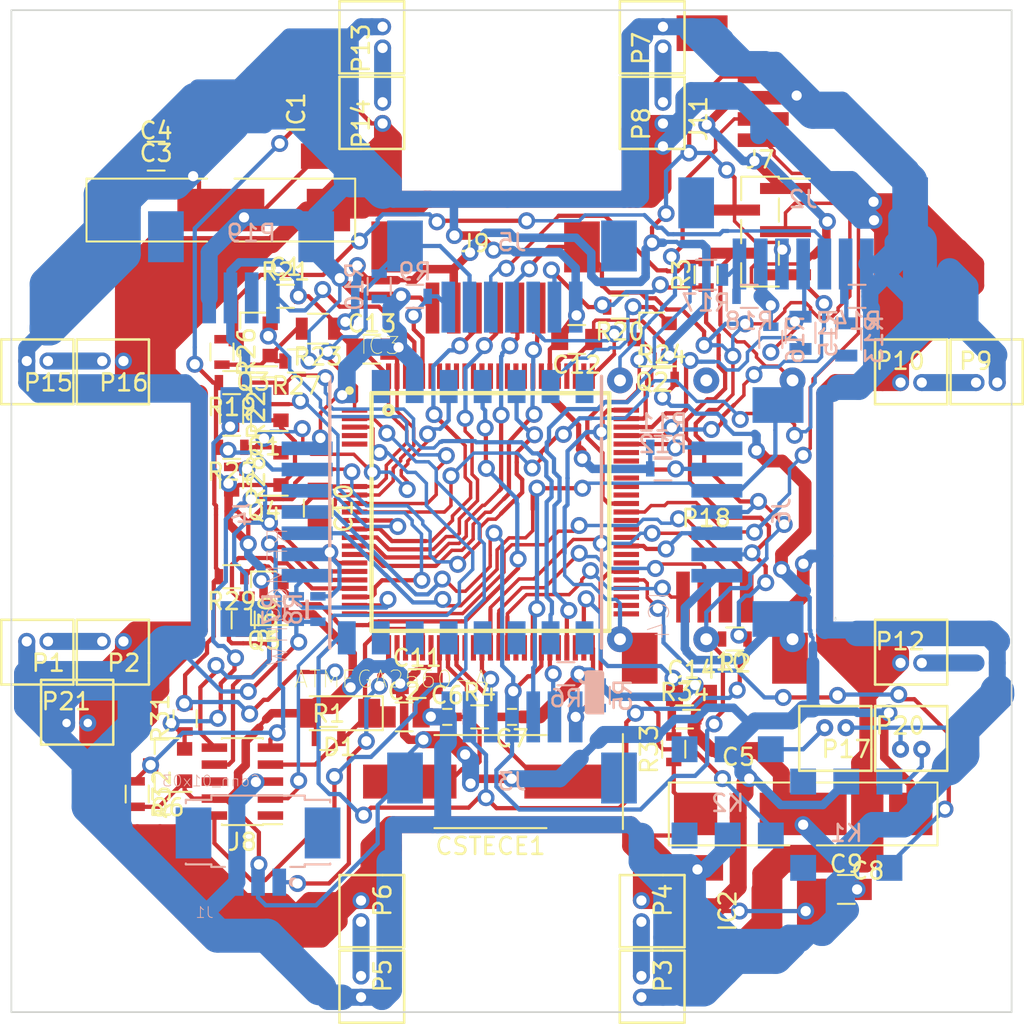
<source format=kicad_pcb>
(kicad_pcb (version 4) (host pcbnew 4.0.7)
  (layers (0 F.Cu signal) (31 B.Cu signal hide) (34 B.Paste user hide) (35 F.Paste user hide) (36 B.SilkS user hide) (37 F.SilkS user hide) (38 B.Mask user hide) (39 F.Mask user hide) (44 Edge.Cuts user))
  (net 0 "")
  (net 1 +12V)
  (net 2 GND)
  (net 3 /RST)
  (net 4 /XTAL1)
  (net 5 /XTAL2)
  (net 6 +5V)
  (net 7 /RX)
  (net 8 /TX)
  (net 9 /INT1)
  (net 10 /INT2)
  (net 11 /INT3)
  (net 12 /INT4)
  (net 13 /SS)
  (net 14 /SCK)
  (net 15 /MOSI)
  (net 16 /MISO)
  (net 17 /RFM_INT)
  (net 18 /SERVO)
  (net 19 /LED4)
  (net 20 /SDA)
  (net 21 /SCL)
  (net 22 /TXD-GSM)
  (net 23 /RXD-GSM)
  (net 24 /SLEEP-GSM)
  (net 25 /PWRKEY)
  (net 26 /LED1)
  (net 27 /LED2)
  (net 28 /O2)
  (net 29 /CO2)
  (net 30 /CAM_TRIG)
  (net 31 /FLY_TRIG)
  (net 32 /LED3)
  (net 33 /XSHUT4)
  (net 34 /XSHUT3)
  (net 35 /XSHUT2)
  (net 36 /XSHUT1)
  (net 37 /RFMINT)
  (net 38 +3V3)
  (net 39 "Net-(IC4-Pad12)")
  (net 40 "Net-(IC4-Pad13)")
  (net 41 "Net-(IC4-Pad14)")
  (net 42 "Net-(IC4-Pad15)")
  (net 43 "Net-(J2-Pad1)")
  (net 44 "Net-(J2-Pad4)")
  (net 45 "Net-(J2-Pad5)")
  (net 46 "Net-(J2-Pad6)")
  (net 47 /CAM_PWR)
  (net 48 /FLY_PWR)
  (net 49 "Net-(P1-Pad2)")
  (net 50 "Net-(P3-Pad2)")
  (net 51 "Net-(P5-Pad2)")
  (net 52 "Net-(P7-Pad2)")
  (net 53 "Net-(P10-Pad1)")
  (net 54 "Net-(P11-Pad2)")
  (net 55 "Net-(P13-Pad2)")
  (net 56 "Net-(P15-Pad2)")
  (net 57 "Net-(Q3-Pad1)")
  (net 58 /V_READ)
  (net 59 /PWM1)
  (net 60 /PWM2)
  (net 61 /PWM3)
  (net 62 /PWM4)
  (net 63 /PWM8)
  (net 64 /PWM5)
  (net 65 /PWM6)
  (net 66 /PWM7)
  (net 67 /LED_TOP)
  (net 68 "Net-(IC3-Pad4)")
  (net 69 "Net-(IC3-Pad5)")
  (net 70 "Net-(IC3-Pad27)")
  (net 71 "Net-(IC3-Pad28)")
  (net 72 "Net-(IC3-Pad29)")
  (net 73 "Net-(IC3-Pad35)")
  (net 74 "Net-(IC3-Pad36)")
  (net 75 "Net-(IC3-Pad41)")
  (net 76 "Net-(IC3-Pad42)")
  (net 77 "Net-(IC3-Pad46)")
  (net 78 "Net-(IC3-Pad48)")
  (net 79 "Net-(IC3-Pad51)")
  (net 80 "Net-(IC3-Pad52)")
  (net 81 "Net-(IC3-Pad53)")
  (net 82 "Net-(IC3-Pad54)")
  (net 83 "Net-(IC3-Pad57)")
  (net 84 "Net-(IC3-Pad58)")
  (net 85 "Net-(IC3-Pad60)")
  (net 86 /RX_GPS)
  (net 87 /TX_GPS)
  (net 88 "Net-(IC3-Pad65)")
  (net 89 "Net-(IC3-Pad66)")
  (net 90 "Net-(IC3-Pad67)")
  (net 91 "Net-(IC3-Pad69)")
  (net 92 "Net-(IC3-Pad70)")
  (net 93 "Net-(IC3-Pad77)")
  (net 94 "Net-(IC3-Pad78)")
  (net 95 "Net-(IC3-Pad79)")
  (net 96 "Net-(IC3-Pad82)")
  (net 97 "Net-(IC3-Pad83)")
  (net 98 "Net-(IC3-Pad84)")
  (net 99 "Net-(IC3-Pad85)")
  (net 100 "Net-(IC3-Pad86)")
  (net 101 "Net-(IC3-Pad87)")
  (net 102 "Net-(IC3-Pad88)")
  (net 103 "Net-(IC3-Pad89)")
  (net 104 "Net-(IC3-Pad90)")
  (net 105 "Net-(IC3-Pad91)")
  (net 106 "Net-(IC3-Pad92)")
  (net 107 "Net-(IC3-Pad93)")
  (net 108 "Net-(IC3-Pad94)")
  (net 109 "Net-(IC3-Pad95)")
  (net 110 "Net-(IC3-Pad98)")
  (net 111 "Net-(IC4-Pad1)")
  (net 112 "Net-(IC4-Pad3)")
  (net 113 "Net-(IC4-Pad4)")
  (net 114 "Net-(IC4-Pad5)")
  (net 115 "Net-(IC4-Pad6)")
  (net 116 "Net-(IC4-Pad7)")
  (net 117 "Net-(IC4-Pad10)")
  (net 118 "Net-(IC4-Pad16)")
  (net 119 /DTR)
  (net 120 "Net-(J8-Pad6)")
  (net 121 "Net-(K1-Pad3)")
  (net 122 "Net-(K1-Pad4)")
  (net 123 "Net-(K2-Pad3)")
  (net 124 "Net-(K2-Pad4)")
  (net 125 "Net-(P18-Pad4)")
  (net 126 "Net-(P19-Pad3)")
  (module CanSat:ncp1117 (layer F.Cu) (at 57.85 67.745 270)
    (fp_text reference IC2 (at 0 1.27 270) (layer F.SilkS))
    (fp_text value NCP1117ST50T3G)
    (pad "" smd rect (at 0 -3.81 270) (size 3.8 2) (layers F.Cu F.Paste F.Mask) (net 6 +5V))
    (pad 2 smd rect (at 0 2.54 270) (size 1.5 2) (layers F.Cu F.Paste F.Mask) (net 6 +5V))
    (pad 1 smd rect (at -2.54 2.54 270) (size 1.5 2) (layers F.Cu F.Paste F.Mask) (net 2 GND))
    (pad 3 smd rect (at 2.54 2.54 270) (size 1.5 2) (layers F.Cu F.Paste F.Mask) (net 1 +12V))
  )
  (module CanSat:SMD_6pin_IC (layer B.Cu) (at 63.565 62.665 180)
    (fp_text reference K1 (at 0 -0.5 180) (layer B.SilkS) (effects (justify mirror)))
    (fp_text value HESOP1)
    (pad 2 smd rect (at 0 -2.54 180) (size 1.524 1.524) (layers B.Cu B.Paste B.Mask) (net 2 GND))
    (pad 1 smd rect (at -2.54 -2.54 180) (size 1.524 1.524) (layers B.Cu B.Paste B.Mask) (net 30 /CAM_TRIG))
    (pad 3 smd rect (at 2.54 -2.54 180) (size 1.524 1.524) (layers B.Cu B.Paste B.Mask) (net 121 "Net-(K1-Pad3)"))
    (pad 6 smd rect (at -2.54 2.54 180) (size 1.524 1.524) (layers B.Cu B.Paste B.Mask) (net 47 /CAM_PWR))
    (pad 5 smd rect (at 0 2.54 180) (size 1.524 1.524) (layers B.Cu B.Paste B.Mask) (net 6 +5V))
    (pad 4 smd rect (at 2.54 2.54 180) (size 1.524 1.524) (layers B.Cu B.Paste B.Mask) (net 122 "Net-(K1-Pad4)"))
  )
  (module CanSat:SMD_6pin_IC (layer B.Cu) (at 56.58 60.76 180)
    (fp_text reference K2 (at 0 -0.635 180) (layer B.SilkS) (effects (justify mirror)))
    (fp_text value HESOP1)
    (pad 2 smd rect (at 0 -2.54 180) (size 1.524 1.524) (layers B.Cu B.Paste B.Mask) (net 2 GND))
    (pad 1 smd rect (at -2.54 -2.54 180) (size 1.524 1.524) (layers B.Cu B.Paste B.Mask) (net 31 /FLY_TRIG))
    (pad 3 smd rect (at 2.54 -2.54 180) (size 1.524 1.524) (layers B.Cu B.Paste B.Mask) (net 123 "Net-(K2-Pad3)"))
    (pad 6 smd rect (at -2.54 2.54 180) (size 1.524 1.524) (layers B.Cu B.Paste B.Mask) (net 48 /FLY_PWR))
    (pad 5 smd rect (at 0 2.54 180) (size 1.524 1.524) (layers B.Cu B.Paste B.Mask) (net 6 +5V))
    (pad 4 smd rect (at 2.54 2.54 180) (size 1.524 1.524) (layers B.Cu B.Paste B.Mask) (net 124 "Net-(K2-Pad4)"))
  )
  (module Capacitors_Tantalum_SMD:CP_Tantalum_Case-C_EIA-6032-28_Reflow (layer F.Cu) (at 57.215 62.03)
    (fp_text reference C5 (at 0 -3.35) (layer F.SilkS))
    (fp_text value "47 uF")
    (pad 1 smd rect (at -2.525 0) (size 2.55 2.5) (layers F.Cu F.Paste F.Mask) (net 1 +12V))
    (pad 2 smd rect (at 2.525 0) (size 2.55 2.5) (layers F.Cu F.Paste F.Mask) (net 2 GND))
  )
  (module Capacitors_Tantalum_SMD:CP_Tantalum_Case-C_EIA-6032-28_Reflow (layer F.Cu) (at 64.835 62.03 180)
    (fp_text reference C8 (at 0 -3.35 180) (layer F.SilkS))
    (fp_text value "47 uF")
    (pad 1 smd rect (at -2.525 0 180) (size 2.55 2.5) (layers F.Cu F.Paste F.Mask) (net 6 +5V))
    (pad 2 smd rect (at 2.525 0 180) (size 2.55 2.5) (layers F.Cu F.Paste F.Mask) (net 2 GND))
  )
  (module Capacitors_SMD:C_0805 (layer F.Cu) (at 63.565 66.475)
    (fp_text reference C9 (at 0 -1.5) (layer F.SilkS))
    (fp_text value "100 nF")
    (pad 1 smd rect (at -1 0) (size 1 1.25) (layers F.Cu F.Paste F.Mask) (net 6 +5V))
    (pad 2 smd rect (at 1 0) (size 1 1.25) (layers F.Cu F.Paste F.Mask) (net 2 GND))
  )
  (module CanSat:MOLEX_PicoBlade_2 (layer F.Cu) (at 62.295 56.95)
    (fp_text reference P17 (at 1.27 1.27) (layer F.SilkS))
    (fp_text value CONN_2)
    (pad 1 thru_hole circle (at 0 0) (size 1 1) (drill 0.5) (layers *.Cu *.Mask) (net 48 /FLY_PWR))
    (pad 2 thru_hole circle (at 1.25 0) (size 1 1) (drill 0.5) (layers *.Cu *.Mask) (net 2 GND))
  )
  (module CanSat:MOLEX_PicoBlade_2 (layer F.Cu) (at 68.01 58.22 180)
    (fp_text reference P20 (at 1.27 1.379999 180) (layer F.SilkS))
    (fp_text value CONN_2)
    (pad 1 thru_hole circle (at 0 0 180) (size 1 1) (drill 0.5) (layers *.Cu *.Mask) (net 47 /CAM_PWR))
    (pad 2 thru_hole circle (at 1.25 0 180) (size 1 1) (drill 0.5) (layers *.Cu *.Mask) (net 2 GND))
  )
  (module CanSat:MOLEX_PicoBlade_7 (layer B.Cu) (at 58.485 44.25 270)
    (fp_text reference J6 (at 0 -1.27 270) (layer B.SilkS) (effects (justify mirror)))
    (fp_text value Conn_01x07)
    (pad 4 smd rect (at 0 2.54 270) (size 0.8 3) (layers B.Cu B.Paste B.Mask) (net 21 /SCL))
    (pad 5 smd rect (at 1.25 2.54 270) (size 0.8 3) (layers B.Cu B.Paste B.Mask) (net 19 /LED4))
    (pad 6 smd rect (at 2.5 2.54 270) (size 0.8 3) (layers B.Cu B.Paste B.Mask) (net 38 +3V3))
    (pad 3 smd rect (at -1.25 2.54 270) (size 0.8 3) (layers B.Cu B.Paste B.Mask) (net 20 /SDA))
    (pad 2 smd rect (at -2.5 2.54 270) (size 0.8 3) (layers B.Cu B.Paste B.Mask) (net 12 /INT4))
    (pad "" smd rect (at 6.3 -1.06 270) (size 2.1 3) (layers B.Cu B.Paste B.Mask) (net 2 GND))
    (pad "" smd rect (at -6.3 -1.06 270) (size 2.1 3) (layers B.Cu B.Paste B.Mask) (net 20 /SDA))
    (pad 7 smd rect (at 3.75 2.54 270) (size 0.8 3) (layers B.Cu B.Paste B.Mask) (net 2 GND))
    (pad 1 smd rect (at -3.75 2.54 270) (size 0.8 3) (layers B.Cu B.Paste B.Mask) (net 33 /XSHUT4))
  )
  (module CanSat:MOLEX_PicoBlade_4 (layer F.Cu) (at 57.7 51.8)
    (fp_text reference J10 (at -1.27 1.27) (layer F.SilkS))
    (fp_text value Conn_01x04)
    (pad 4 smd rect (at 0 -2.54) (size 0.8 3) (layers F.Cu F.Paste F.Mask) (net 63 /PWM8))
    (pad 3 smd rect (at -1.25 -2.54) (size 0.8 3) (layers F.Cu F.Paste F.Mask) (net 66 /PWM7))
    (pad 2 smd rect (at -2.5 -2.54) (size 0.8 3) (layers F.Cu F.Paste F.Mask) (net 65 /PWM6))
    (pad "" smd rect (at 2.55 1.06) (size 2.1 3) (layers F.Cu F.Paste F.Mask) (net 2 GND))
    (pad "" smd rect (at -6.3 1.06) (size 2.1 3) (layers F.Cu F.Paste F.Mask) (net 29 /CO2))
    (pad 1 smd rect (at -3.75 -2.54) (size 0.8 3) (layers F.Cu F.Paste F.Mask) (net 64 /PWM5))
  )
  (module CanSat:co2 (layer F.Cu) (at 55.32 44.12)
    (fp_text reference P18 (at 0 0.5) (layer F.SilkS))
    (fp_text value CONN_3X2)
    (pad 1 thru_hole circle (at -5.08 7.62) (size 1.524 1.524) (drill 0.7) (layers *.Cu *.Mask) (net 29 /CO2))
    (pad 3 thru_hole circle (at 0 7.62) (size 1.524 1.524) (drill 0.7) (layers *.Cu *.Mask) (net 21 /SCL))
    (pad 5 thru_hole circle (at 5.08 7.62) (size 1.524 1.524) (drill 0.7) (layers *.Cu *.Mask) (net 2 GND))
    (pad 6 thru_hole circle (at 5.08 -7.62) (size 1.524 1.524) (drill 0.7) (layers *.Cu *.Mask) (net 20 /SDA))
    (pad 4 thru_hole circle (at 0 -7.62) (size 1.524 1.524) (drill 0.7) (layers *.Cu *.Mask) (net 125 "Net-(P18-Pad4)"))
    (pad 2 thru_hole circle (at -5.08 -7.62) (size 1.524 1.524) (drill 0.7) (layers *.Cu *.Mask) (net 38 +3V3))
  )
  (module CanSat:MOLEX_PicoBlade_2 (layer F.Cu) (at 68.01 36.63 180)
    (fp_text reference P10 (at 1.27 1.27 180) (layer F.SilkS))
    (fp_text value CONN_2)
    (pad 1 thru_hole circle (at 0 0 180) (size 1 1) (drill 0.6) (layers *.Cu *.Mask) (net 53 "Net-(P10-Pad1)"))
    (pad 2 thru_hole circle (at 1.25 0 180) (size 1 1) (drill 0.6) (layers *.Cu *.Mask) (net 1 +12V))
  )
  (module CanSat:MOLEX_PicoBlade_4 (layer F.Cu) (at 56.13296 22.3552 270)
    (fp_text reference J11 (at -1.27 1.27 270) (layer F.SilkS))
    (fp_text value Conn_01x04)
    (pad 4 smd rect (at 0 -2.54 270) (size 0.8 3) (layers F.Cu F.Paste F.Mask) (net 86 /RX_GPS))
    (pad 3 smd rect (at -1.25 -2.54 270) (size 0.8 3) (layers F.Cu F.Paste F.Mask) (net 87 /TX_GPS))
    (pad 2 smd rect (at -2.5 -2.54 270) (size 0.8 3) (layers F.Cu F.Paste F.Mask) (net 2 GND))
    (pad "" smd rect (at -6.3 1.06 270) (size 2.1 3) (layers F.Cu F.Paste F.Mask))
    (pad 1 smd rect (at -3.75 -2.54 270) (size 0.8 3) (layers F.Cu F.Paste F.Mask) (net 6 +5V))
  )
  (module CanSat:MOLEX_PicoBlade_7 (layer B.Cu) (at 29.275 44.25 90)
    (fp_text reference J4 (at 0 -1.27 90) (layer B.SilkS) (effects (justify mirror)))
    (fp_text value Conn_01x07)
    (pad 4 smd rect (at 0 2.54 90) (size 0.8 3) (layers B.Cu B.Paste B.Mask) (net 21 /SCL))
    (pad 5 smd rect (at 1.25 2.54 90) (size 0.8 3) (layers B.Cu B.Paste B.Mask) (net 32 /LED3))
    (pad 6 smd rect (at 2.5 2.54 90) (size 0.8 3) (layers B.Cu B.Paste B.Mask) (net 38 +3V3))
    (pad 3 smd rect (at -1.25 2.54 90) (size 0.8 3) (layers B.Cu B.Paste B.Mask) (net 20 /SDA))
    (pad 2 smd rect (at -2.5 2.54 90) (size 0.8 3) (layers B.Cu B.Paste B.Mask) (net 11 /INT3))
    (pad "" smd rect (at 6.3 -1.06 90) (size 2.1 3) (layers B.Cu B.Paste B.Mask) (net 6 +5V))
    (pad "" smd rect (at -6.3 -1.06 90) (size 2.1 3) (layers B.Cu B.Paste B.Mask) (net 14 /SCK))
    (pad 7 smd rect (at 3.75 2.54 90) (size 0.8 3) (layers B.Cu B.Paste B.Mask) (net 2 GND))
    (pad 1 smd rect (at -3.75 2.54 90) (size 0.8 3) (layers B.Cu B.Paste B.Mask) (net 34 /XSHUT3))
  )
  (module CanSat:MOLEX_PicoBlade_2 (layer F.Cu) (at 36.26 15.675 270)
    (fp_text reference P13 (at 1.27 1.27 270) (layer F.SilkS))
    (fp_text value CONN_2)
    (pad 1 thru_hole circle (at 0 0 270) (size 1 1) (drill 0.6) (layers *.Cu *.Mask) (net 2 GND))
    (pad 2 thru_hole circle (at 1.25 0 270) (size 1 1) (drill 0.6) (layers *.Cu *.Mask) (net 55 "Net-(P13-Pad2)"))
  )
  (module Capacitors_SMD:C_0402 (layer F.Cu) (at 40.07 56.315)
    (fp_text reference C6 (at 0 -1.27) (layer F.SilkS))
    (fp_text value "20 pF")
    (pad 1 smd rect (at -0.55 0) (size 0.6 0.5) (layers F.Cu F.Paste F.Mask) (net 2 GND))
    (pad 2 smd rect (at 0.55 0) (size 0.6 0.5) (layers F.Cu F.Paste F.Mask) (net 4 /XTAL1))
  )
  (module Capacitors_SMD:C_0402 (layer F.Cu) (at 43.88 56.315 180)
    (fp_text reference C7 (at 0 -1.27 180) (layer F.SilkS))
    (fp_text value "20 pF")
    (pad 1 smd rect (at -0.55 0 180) (size 0.6 0.5) (layers F.Cu F.Paste F.Mask) (net 2 GND))
    (pad 2 smd rect (at 0.55 0 180) (size 0.6 0.5) (layers F.Cu F.Paste F.Mask) (net 5 /XTAL2))
  )
  (module CanSat:ncp1117 (layer F.Cu) (at 29.91 20.755 90)
    (fp_text reference IC1 (at 0 1.27 90) (layer F.SilkS))
    (fp_text value NCP1117ST33T3G)
    (pad "" smd rect (at 0 -3.81 90) (size 3.8 2) (layers F.Cu F.Paste F.Mask) (net 38 +3V3))
    (pad 2 smd rect (at 0 2.54 90) (size 1.5 2) (layers F.Cu F.Paste F.Mask) (net 38 +3V3))
    (pad 1 smd rect (at -2.54 2.54 90) (size 1.5 2) (layers F.Cu F.Paste F.Mask) (net 2 GND))
    (pad 3 smd rect (at 2.54 2.54 90) (size 1.5 2) (layers F.Cu F.Paste F.Mask) (net 1 +12V))
  )
  (module Pin_Headers:Pin_Header_Straight_2x05_Pitch1.00mm_SMD (layer F.Cu) (at 28.005 60.125 180)
    (fp_text reference J8 (at 0 -3.56 180) (layer F.SilkS))
    (fp_text value Conn_02x05_Counter_Clockwise)
    (pad 1 smd rect (at -1.65 -2 180) (size 1.5 0.5) (layers F.Cu F.Paste F.Mask) (net 119 /DTR))
    (pad 2 smd rect (at 1.65 -2 180) (size 1.5 0.5) (layers F.Cu F.Paste F.Mask) (net 7 /RX))
    (pad 3 smd rect (at -1.65 -1 180) (size 1.5 0.5) (layers F.Cu F.Paste F.Mask) (net 8 /TX))
    (pad 4 smd rect (at 1.65 -1 180) (size 1.5 0.5) (layers F.Cu F.Paste F.Mask) (net 6 +5V))
    (pad 5 smd rect (at -1.65 0 180) (size 1.5 0.5) (layers F.Cu F.Paste F.Mask) (net 2 GND))
    (pad 6 smd rect (at 1.65 0 180) (size 1.5 0.5) (layers F.Cu F.Paste F.Mask) (net 120 "Net-(J8-Pad6)"))
    (pad 7 smd rect (at -1.65 1 180) (size 1.5 0.5) (layers F.Cu F.Paste F.Mask) (net 3 /RST))
    (pad 8 smd rect (at 1.65 1 180) (size 1.5 0.5) (layers F.Cu F.Paste F.Mask) (net 16 /MISO))
    (pad 9 smd rect (at -1.65 2 180) (size 1.5 0.5) (layers F.Cu F.Paste F.Mask) (net 15 /MOSI))
    (pad 10 smd rect (at 1.65 2 180) (size 1.5 0.5) (layers F.Cu F.Paste F.Mask) (net 14 /SCK))
  )
  (module TO_SOT_Packages_SMD:SOT-23 (layer F.Cu) (at 29.275 37.9 180)
    (fp_text reference Q1 (at 0 -2.5 180) (layer F.SilkS))
    (fp_text value BSS138)
    (pad 1 smd rect (at -1 -0.95 180) (size 0.9 0.8) (layers F.Cu F.Paste F.Mask) (net 6 +5V))
    (pad 2 smd rect (at -1 0.95 180) (size 0.9 0.8) (layers F.Cu F.Paste F.Mask) (net 37 /RFMINT))
    (pad 3 smd rect (at 1 0 180) (size 0.9 0.8) (layers F.Cu F.Paste F.Mask) (net 17 /RFM_INT))
  )
  (module TO_SOT_Packages_SMD:SOT-23 (layer F.Cu) (at 52.135 34.09 180)
    (fp_text reference Q2 (at 0 -2.5 180) (layer F.SilkS))
    (fp_text value BSS138)
    (pad 1 smd rect (at -1 -0.95 180) (size 0.9 0.8) (layers F.Cu F.Paste F.Mask) (net 6 +5V))
    (pad 2 smd rect (at -1 0.95 180) (size 0.9 0.8) (layers F.Cu F.Paste F.Mask) (net 42 "Net-(IC4-Pad15)"))
    (pad 3 smd rect (at 1 0 180) (size 0.9 0.8) (layers F.Cu F.Paste F.Mask) (net 13 /SS))
  )
  (module TO_SOT_Packages_SMD:SOT-23 (layer F.Cu) (at 28.64 34.09 180)
    (fp_text reference Q3 (at 0 -2.5 180) (layer F.SilkS))
    (fp_text value BSS138)
    (pad 1 smd rect (at -1 -0.95 180) (size 0.9 0.8) (layers F.Cu F.Paste F.Mask) (net 57 "Net-(Q3-Pad1)"))
    (pad 2 smd rect (at -1 0.95 180) (size 0.9 0.8) (layers F.Cu F.Paste F.Mask) (net 22 /TXD-GSM))
    (pad 3 smd rect (at 1 0 180) (size 0.9 0.8) (layers F.Cu F.Paste F.Mask) (net 45 "Net-(J2-Pad5)"))
  )
  (module TO_SOT_Packages_SMD:SOT-23 (layer F.Cu) (at 29.275 41.71 180)
    (fp_text reference Q4 (at 0 -2.5 180) (layer F.SilkS))
    (fp_text value BSS138)
    (pad 1 smd rect (at -1 -0.95 180) (size 0.9 0.8) (layers F.Cu F.Paste F.Mask) (net 6 +5V))
    (pad 2 smd rect (at -1 0.95 180) (size 0.9 0.8) (layers F.Cu F.Paste F.Mask) (net 39 "Net-(IC4-Pad12)"))
    (pad 3 smd rect (at 1 0 180) (size 0.9 0.8) (layers F.Cu F.Paste F.Mask) (net 14 /SCK))
  )
  (module TO_SOT_Packages_SMD:SOT-23 (layer F.Cu) (at 29.275 49.33 180)
    (fp_text reference Q5 (at 0 -2.5 180) (layer F.SilkS))
    (fp_text value BSS138)
    (pad 1 smd rect (at -1 -0.95 180) (size 0.9 0.8) (layers F.Cu F.Paste F.Mask) (net 6 +5V))
    (pad 2 smd rect (at -1 0.95 180) (size 0.9 0.8) (layers F.Cu F.Paste F.Mask) (net 40 "Net-(IC4-Pad13)"))
    (pad 3 smd rect (at 1 0 180) (size 0.9 0.8) (layers F.Cu F.Paste F.Mask) (net 16 /MISO))
  )
  (module TO_SOT_Packages_SMD:SOT-23 (layer F.Cu) (at 23.6 59.15 180)
    (fp_text reference Q6 (at 0 -2.5 180) (layer F.SilkS))
    (fp_text value BSS138)
    (pad 1 smd rect (at -1 -0.95 180) (size 0.9 0.8) (layers F.Cu F.Paste F.Mask) (net 6 +5V))
    (pad 2 smd rect (at -1 0.95 180) (size 0.9 0.8) (layers F.Cu F.Paste F.Mask) (net 41 "Net-(IC4-Pad14)"))
    (pad 3 smd rect (at 1 0 180) (size 0.9 0.8) (layers F.Cu F.Paste F.Mask) (net 15 /MOSI))
  )
  (module Resistors_SMD:R_0603 (layer F.Cu) (at 33.085 57.585)
    (fp_text reference R1 (at 0 -1.45) (layer F.SilkS))
    (fp_text value 10k)
    (pad 1 smd rect (at -0.75 0) (size 0.5 0.9) (layers F.Cu F.Paste F.Mask) (net 6 +5V))
    (pad 2 smd rect (at 0.75 0) (size 0.5 0.9) (layers F.Cu F.Paste F.Mask) (net 3 /RST))
  )
  (module Resistors_SMD:R_0603 (layer F.Cu) (at 57 51.73 180)
    (fp_text reference R2 (at 0 -1.45 180) (layer F.SilkS))
    (fp_text value 2k)
    (pad 1 smd rect (at -0.75 0 180) (size 0.5 0.9) (layers F.Cu F.Paste F.Mask) (net 38 +3V3))
    (pad 2 smd rect (at 0.75 0 180) (size 0.5 0.9) (layers F.Cu F.Paste F.Mask) (net 21 /SCL))
  )
  (module Resistors_SMD:R_0603 (layer F.Cu) (at 55.31 30.28 90)
    (fp_text reference R3 (at 0 -1.45 90) (layer F.SilkS))
    (fp_text value 2k)
    (pad 1 smd rect (at -0.75 0 90) (size 0.5 0.9) (layers F.Cu F.Paste F.Mask) (net 38 +3V3))
    (pad 2 smd rect (at 0.75 0 90) (size 0.5 0.9) (layers F.Cu F.Paste F.Mask) (net 20 /SDA))
  )
  (module Resistors_SMD:R_0603 (layer F.Cu) (at 41.975 56.315)
    (fp_text reference R4 (at 0 -1.45) (layer F.SilkS))
    (fp_text value 1M)
    (pad 1 smd rect (at -0.75 0) (size 0.5 0.9) (layers F.Cu F.Paste F.Mask) (net 4 /XTAL1))
    (pad 2 smd rect (at 0.75 0) (size 0.5 0.9) (layers F.Cu F.Paste F.Mask) (net 5 /XTAL2))
  )
  (module Resistors_SMD:R_0603 (layer B.Cu) (at 48.96 55.045 90)
    (fp_text reference R5 (at 0 1.45 90) (layer B.SilkS) (effects (justify mirror)))
    (fp_text value 10k)
    (pad 1 smd rect (at -0.75 0 90) (size 0.5 0.9) (layers B.Cu B.Paste B.Mask) (net 36 /XSHUT1))
    (pad 2 smd rect (at 0.75 0 90) (size 0.5 0.9) (layers B.Cu B.Paste B.Mask) (net 2 GND))
  )
  (module Resistors_SMD:R_0603 (layer B.Cu) (at 47.055 53.775)
    (fp_text reference R6 (at 0 1.45) (layer B.SilkS) (effects (justify mirror)))
    (fp_text value 10k)
    (pad 1 smd rect (at -0.75 0) (size 0.5 0.9) (layers B.Cu B.Paste B.Mask) (net 9 /INT1))
    (pad 2 smd rect (at 0.75 0) (size 0.5 0.9) (layers B.Cu B.Paste B.Mask) (net 2 GND))
  )
  (module Resistors_SMD:R_0603 (layer B.Cu) (at 31.18 49.965 270)
    (fp_text reference R7 (at 0 1.45 270) (layer B.SilkS) (effects (justify mirror)))
    (fp_text value 10k)
    (pad 1 smd rect (at -0.75 0 270) (size 0.5 0.9) (layers B.Cu B.Paste B.Mask) (net 34 /XSHUT3))
    (pad 2 smd rect (at 0.75 0 270) (size 0.5 0.9) (layers B.Cu B.Paste B.Mask) (net 2 GND))
  )
  (module Resistors_SMD:R_0603 (layer B.Cu) (at 32.45 49.965 270)
    (fp_text reference R8 (at 0 1.45 270) (layer B.SilkS) (effects (justify mirror)))
    (fp_text value 10k)
    (pad 1 smd rect (at -0.75 0 270) (size 0.5 0.9) (layers B.Cu B.Paste B.Mask) (net 11 /INT3))
    (pad 2 smd rect (at 0.75 0 270) (size 0.5 0.9) (layers B.Cu B.Paste B.Mask) (net 2 GND))
  )
  (module Resistors_SMD:R_0603 (layer B.Cu) (at 38.165 31.55 180)
    (fp_text reference R9 (at 0 1.45 180) (layer B.SilkS) (effects (justify mirror)))
    (fp_text value 10k)
    (pad 1 smd rect (at -0.75 0 180) (size 0.5 0.9) (layers B.Cu B.Paste B.Mask) (net 35 /XSHUT2))
    (pad 2 smd rect (at 0.75 0 180) (size 0.5 0.9) (layers B.Cu B.Paste B.Mask) (net 2 GND))
  )
  (module Resistors_SMD:R_0603 (layer B.Cu) (at 36.06 30.96 270)
    (fp_text reference R10 (at 0 1.45 270) (layer B.SilkS) (effects (justify mirror)))
    (fp_text value 10k)
    (pad 1 smd rect (at -0.75 0 270) (size 0.5 0.9) (layers B.Cu B.Paste B.Mask) (net 10 /INT2))
    (pad 2 smd rect (at 0.75 0 270) (size 0.5 0.9) (layers B.Cu B.Paste B.Mask) (net 2 GND))
  )
  (module Resistors_SMD:R_0603 (layer B.Cu) (at 52.77 40.44 180)
    (fp_text reference R11 (at 0 1.45 180) (layer B.SilkS) (effects (justify mirror)))
    (fp_text value 10k)
    (pad 1 smd rect (at -0.75 0 180) (size 0.5 0.9) (layers B.Cu B.Paste B.Mask) (net 33 /XSHUT4))
    (pad 2 smd rect (at 0.75 0 180) (size 0.5 0.9) (layers B.Cu B.Paste B.Mask) (net 2 GND))
  )
  (module Resistors_SMD:R_0603 (layer B.Cu) (at 52.77 41.71 180)
    (fp_text reference R12 (at 0 1.45 180) (layer B.SilkS) (effects (justify mirror)))
    (fp_text value 10k)
    (pad 1 smd rect (at -0.75 0 180) (size 0.5 0.9) (layers B.Cu B.Paste B.Mask) (net 12 /INT4))
    (pad 2 smd rect (at 0.75 0 180) (size 0.5 0.9) (layers B.Cu B.Paste B.Mask) (net 2 GND))
  )
  (module Resistors_SMD:R_0805 (layer B.Cu) (at 63.565 34.09 90)
    (fp_text reference R13 (at 0 1.65 90) (layer B.SilkS) (effects (justify mirror)))
    (fp_text value 2k2)
    (pad 1 smd rect (at -0.95 0 90) (size 0.7 1.3) (layers B.Cu B.Paste B.Mask) (net 23 /RXD-GSM))
    (pad 2 smd rect (at 0.95 0 90) (size 0.7 1.3) (layers B.Cu B.Paste B.Mask) (net 46 "Net-(J2-Pad6)"))
  )
  (module Resistors_SMD:R_0603 (layer B.Cu) (at 64.2 31.55)
    (fp_text reference R14 (at 0 1.45) (layer B.SilkS) (effects (justify mirror)))
    (fp_text value 2k8)
    (pad 1 smd rect (at -0.75 0) (size 0.5 0.9) (layers B.Cu B.Paste B.Mask) (net 46 "Net-(J2-Pad6)"))
    (pad 2 smd rect (at 0.75 0) (size 0.5 0.9) (layers B.Cu B.Paste B.Mask) (net 2 GND))
  )
  (module Resistors_SMD:R_0805 (layer B.Cu) (at 60.86752 33.69884 90)
    (fp_text reference R15 (at 0 1.65 90) (layer B.SilkS) (effects (justify mirror)))
    (fp_text value 2k2)
    (pad 1 smd rect (at -0.95 0 90) (size 0.7 1.3) (layers B.Cu B.Paste B.Mask) (net 25 /PWRKEY))
    (pad 2 smd rect (at 0.95 0 90) (size 0.7 1.3) (layers B.Cu B.Paste B.Mask) (net 44 "Net-(J2-Pad4)"))
  )
  (module Resistors_SMD:R_0603 (layer B.Cu) (at 59.12 34.09 90)
    (fp_text reference R16 (at 0 1.45 90) (layer B.SilkS) (effects (justify mirror)))
    (fp_text value 2k8)
    (pad 1 smd rect (at -0.75 0 90) (size 0.5 0.9) (layers B.Cu B.Paste B.Mask) (net 44 "Net-(J2-Pad4)"))
    (pad 2 smd rect (at 0.75 0 90) (size 0.5 0.9) (layers B.Cu B.Paste B.Mask) (net 2 GND))
  )
  (module Resistors_SMD:R_0805 (layer B.Cu) (at 55.31 30.28)
    (fp_text reference R17 (at 0 1.65) (layer B.SilkS) (effects (justify mirror)))
    (fp_text value 2k2)
    (pad 1 smd rect (at -0.95 0) (size 0.7 1.3) (layers B.Cu B.Paste B.Mask) (net 24 /SLEEP-GSM))
    (pad 2 smd rect (at 0.95 0) (size 0.7 1.3) (layers B.Cu B.Paste B.Mask) (net 43 "Net-(J2-Pad1)"))
  )
  (module Resistors_SMD:R_0603 (layer B.Cu) (at 57.85 31.55)
    (fp_text reference R18 (at 0 1.45) (layer B.SilkS) (effects (justify mirror)))
    (fp_text value 2k8)
    (pad 1 smd rect (at -0.75 0) (size 0.5 0.9) (layers B.Cu B.Paste B.Mask) (net 43 "Net-(J2-Pad1)"))
    (pad 2 smd rect (at 0.75 0) (size 0.5 0.9) (layers B.Cu B.Paste B.Mask) (net 2 GND))
  )
  (module Resistors_SMD:R_0603 (layer F.Cu) (at 27.37 36.63 180)
    (fp_text reference R19 (at 0 -1.45 180) (layer F.SilkS))
    (fp_text value 10k)
    (pad 1 smd rect (at -0.75 0 180) (size 0.5 0.9) (layers F.Cu F.Paste F.Mask) (net 37 /RFMINT))
    (pad 2 smd rect (at 0.75 0 180) (size 0.5 0.9) (layers F.Cu F.Paste F.Mask) (net 38 +3V3))
  )
  (module Resistors_SMD:R_0603 (layer F.Cu) (at 50.23 32.185 180)
    (fp_text reference R20 (at 0 -1.45 180) (layer F.SilkS))
    (fp_text value 10k)
    (pad 1 smd rect (at -0.75 0 180) (size 0.5 0.9) (layers F.Cu F.Paste F.Mask) (net 42 "Net-(IC4-Pad15)"))
    (pad 2 smd rect (at 0.75 0 180) (size 0.5 0.9) (layers F.Cu F.Paste F.Mask) (net 38 +3V3))
  )
  (module Resistors_SMD:R_0603 (layer F.Cu) (at 30.545 31.55)
    (fp_text reference R21 (at 0 -1.45) (layer F.SilkS))
    (fp_text value 10k)
    (pad 1 smd rect (at -0.75 0) (size 0.5 0.9) (layers F.Cu F.Paste F.Mask) (net 22 /TXD-GSM))
    (pad 2 smd rect (at 0.75 0) (size 0.5 0.9) (layers F.Cu F.Paste F.Mask) (net 6 +5V))
  )
  (module Resistors_SMD:R_0603 (layer F.Cu) (at 27.37 38.535 270)
    (fp_text reference R22 (at 0 -1.45 270) (layer F.SilkS))
    (fp_text value 10k)
    (pad 1 smd rect (at -0.75 0 270) (size 0.5 0.9) (layers F.Cu F.Paste F.Mask) (net 17 /RFM_INT))
    (pad 2 smd rect (at 0.75 0 270) (size 0.5 0.9) (layers F.Cu F.Paste F.Mask) (net 6 +5V))
  )
  (module Resistors_SMD:R_0805 (layer F.Cu) (at 32.45 33.455 180)
    (fp_text reference R23 (at 0 -1.65 180) (layer F.SilkS))
    (fp_text value 2k2)
    (pad 1 smd rect (at -0.95 0 180) (size 0.7 1.3) (layers F.Cu F.Paste F.Mask) (net 6 +5V))
    (pad 2 smd rect (at 0.95 0 180) (size 0.7 1.3) (layers F.Cu F.Paste F.Mask) (net 57 "Net-(Q3-Pad1)"))
  )
  (module Resistors_SMD:R_0603 (layer F.Cu) (at 52.70904 36.43696)
    (fp_text reference R24 (at 0 -1.45) (layer F.SilkS))
    (fp_text value 10k)
    (pad 1 smd rect (at -0.75 0) (size 0.5 0.9) (layers F.Cu F.Paste F.Mask) (net 13 /SS))
    (pad 2 smd rect (at 0.75 0) (size 0.5 0.9) (layers F.Cu F.Paste F.Mask) (net 6 +5V))
  )
  (module Resistors_SMD:R_0603 (layer F.Cu) (at 27.37 40.44 180)
    (fp_text reference R25 (at 0 -1.45 180) (layer F.SilkS))
    (fp_text value 10k)
    (pad 1 smd rect (at -0.75 0 180) (size 0.5 0.9) (layers F.Cu F.Paste F.Mask) (net 39 "Net-(IC4-Pad12)"))
    (pad 2 smd rect (at 0.75 0 180) (size 0.5 0.9) (layers F.Cu F.Paste F.Mask) (net 38 +3V3))
  )
  (module Resistors_SMD:R_0603 (layer F.Cu) (at 26.8 34.825 270)
    (fp_text reference R26 (at 0 -1.45 270) (layer F.SilkS))
    (fp_text value 10k)
    (pad 1 smd rect (at -0.75 0 270) (size 0.5 0.9) (layers F.Cu F.Paste F.Mask) (net 45 "Net-(J2-Pad5)"))
    (pad 2 smd rect (at 0.75 0 270) (size 0.5 0.9) (layers F.Cu F.Paste F.Mask) (net 57 "Net-(Q3-Pad1)"))
  )
  (module Resistors_SMD:R_0603 (layer F.Cu) (at 31.18 35.36 180)
    (fp_text reference R27 (at 0 -1.45 180) (layer F.SilkS))
    (fp_text value 2k8)
    (pad 1 smd rect (at -0.75 0 180) (size 0.5 0.9) (layers F.Cu F.Paste F.Mask) (net 2 GND))
    (pad 2 smd rect (at 0.75 0 180) (size 0.5 0.9) (layers F.Cu F.Paste F.Mask) (net 57 "Net-(Q3-Pad1)"))
  )
  (module Resistors_SMD:R_0603 (layer F.Cu) (at 27.37 42.345 270)
    (fp_text reference R28 (at 0 -1.45 270) (layer F.SilkS))
    (fp_text value 10k)
    (pad 1 smd rect (at -0.75 0 270) (size 0.5 0.9) (layers F.Cu F.Paste F.Mask) (net 14 /SCK))
    (pad 2 smd rect (at 0.75 0 270) (size 0.5 0.9) (layers F.Cu F.Paste F.Mask) (net 6 +5V))
  )
  (module Resistors_SMD:R_0603 (layer F.Cu) (at 27.37 48.06 180)
    (fp_text reference R29 (at 0 -1.45 180) (layer F.SilkS))
    (fp_text value 10k)
    (pad 1 smd rect (at -0.75 0 180) (size 0.5 0.9) (layers F.Cu F.Paste F.Mask) (net 40 "Net-(IC4-Pad13)"))
    (pad 2 smd rect (at 0.75 0 180) (size 0.5 0.9) (layers F.Cu F.Paste F.Mask) (net 38 +3V3))
  )
  (module Resistors_SMD:R_0603 (layer F.Cu) (at 28.05 50.61 270)
    (fp_text reference R30 (at 0 -1.45 270) (layer F.SilkS))
    (fp_text value 10k)
    (pad 1 smd rect (at -0.75 0 270) (size 0.5 0.9) (layers F.Cu F.Paste F.Mask) (net 16 /MISO))
    (pad 2 smd rect (at 0.75 0 270) (size 0.5 0.9) (layers F.Cu F.Paste F.Mask) (net 6 +5V))
  )
  (module Resistors_SMD:R_0603 (layer F.Cu) (at 24.63 56.42 90)
    (fp_text reference R31 (at 0 -1.45 90) (layer F.SilkS))
    (fp_text value 10k)
    (pad 1 smd rect (at -0.75 0 90) (size 0.5 0.9) (layers F.Cu F.Paste F.Mask) (net 41 "Net-(IC4-Pad14)"))
    (pad 2 smd rect (at 0.75 0 90) (size 0.5 0.9) (layers F.Cu F.Paste F.Mask) (net 38 +3V3))
  )
  (module Resistors_SMD:R_0603 (layer F.Cu) (at 21.81 60.86 270)
    (fp_text reference R32 (at 0 -1.45 270) (layer F.SilkS))
    (fp_text value 10k)
    (pad 1 smd rect (at -0.75 0 270) (size 0.5 0.9) (layers F.Cu F.Paste F.Mask) (net 15 /MOSI))
    (pad 2 smd rect (at 0.75 0 270) (size 0.5 0.9) (layers F.Cu F.Paste F.Mask) (net 6 +5V))
  )
  (module Capacitors_Tantalum_SMD:CP_Tantalum_Case-U_EIA-6032-15_Reflow (layer F.Cu) (at 30.545 26.47 180)
    (fp_text reference C1 (at 0 -3.35 180) (layer F.SilkS))
    (fp_text value "47 uF")
    (pad 1 smd rect (at -2.525 0 180) (size 2.55 2.5) (layers F.Cu F.Paste F.Mask) (net 1 +12V))
    (pad 2 smd rect (at 2.525 0 180) (size 2.55 2.5) (layers F.Cu F.Paste F.Mask) (net 2 GND))
  )
  (module Capacitors_SMD:C_0805 (layer F.Cu) (at 37.53 56.315)
    (fp_text reference C2 (at 0 -1.5) (layer F.SilkS))
    (fp_text value "22 pF")
    (pad 1 smd rect (at -1 0) (size 1 1.25) (layers F.Cu F.Paste F.Mask) (net 3 /RST))
    (pad 2 smd rect (at 1 0) (size 1 1.25) (layers F.Cu F.Paste F.Mask) (net 2 GND))
  )
  (module Capacitors_Tantalum_SMD:CP_Tantalum_Case-C_EIA-6032-28_Reflow (layer F.Cu) (at 22.925 26.47)
    (fp_text reference C3 (at 0 -3.35) (layer F.SilkS))
    (fp_text value "47 uF")
    (pad 1 smd rect (at -2.525 0) (size 2.55 2.5) (layers F.Cu F.Paste F.Mask) (net 38 +3V3))
    (pad 2 smd rect (at 2.525 0) (size 2.55 2.5) (layers F.Cu F.Paste F.Mask) (net 2 GND))
  )
  (module Capacitors_SMD:C_0805 (layer F.Cu) (at 22.925 23.295)
    (fp_text reference C4 (at 0 -1.5) (layer F.SilkS))
    (fp_text value "100 nF")
    (pad 1 smd rect (at -1 0) (size 1 1.25) (layers F.Cu F.Paste F.Mask) (net 38 +3V3))
    (pad 2 smd rect (at 1 0) (size 1 1.25) (layers F.Cu F.Paste F.Mask) (net 2 GND))
  )
  (module Capacitors_SMD:C_0805 (layer F.Cu) (at 32.475 44.025 270)
    (fp_text reference C10 (at 0 -1.5 270) (layer F.SilkS))
    (fp_text value "100 nF")
    (pad 1 smd rect (at -1 0 270) (size 1 1.25) (layers F.Cu F.Paste F.Mask) (net 6 +5V))
    (pad 2 smd rect (at 1 0 270) (size 1 1.25) (layers F.Cu F.Paste F.Mask) (net 2 GND))
  )
  (module Capacitors_SMD:C_0805 (layer F.Cu) (at 38.3 54.35)
    (fp_text reference C11 (at 0 -1.5) (layer F.SilkS))
    (fp_text value "100 nF")
    (pad 1 smd rect (at -1 0) (size 1 1.25) (layers F.Cu F.Paste F.Mask) (net 6 +5V))
    (pad 2 smd rect (at 1 0) (size 1 1.25) (layers F.Cu F.Paste F.Mask) (net 2 GND))
  )
  (module Capacitors_SMD:C_0805 (layer F.Cu) (at 47.69 34.09 180)
    (fp_text reference C12 (at 0 -1.5 180) (layer F.SilkS))
    (fp_text value "100 nF")
    (pad 1 smd rect (at -1 0 180) (size 1 1.25) (layers F.Cu F.Paste F.Mask) (net 6 +5V))
    (pad 2 smd rect (at 1 0 180) (size 1 1.25) (layers F.Cu F.Paste F.Mask) (net 2 GND))
  )
  (module Capacitors_SMD:C_0805 (layer F.Cu) (at 35.625 34.66)
    (fp_text reference C13 (at 0 -1.5) (layer F.SilkS))
    (fp_text value "100 nF")
    (pad 1 smd rect (at -1 0) (size 1 1.25) (layers F.Cu F.Paste F.Mask) (net 6 +5V))
    (pad 2 smd rect (at 1 0) (size 1 1.25) (layers F.Cu F.Paste F.Mask) (net 2 GND))
  )
  (module Capacitors_SMD:C_0805 (layer F.Cu) (at 54.45 55.05)
    (fp_text reference C14 (at 0 -1.5) (layer F.SilkS))
    (fp_text value "100 nF")
    (pad 1 smd rect (at -1 0) (size 1 1.25) (layers F.Cu F.Paste F.Mask) (net 58 /V_READ))
    (pad 2 smd rect (at 1 0) (size 1 1.25) (layers F.Cu F.Paste F.Mask) (net 2 GND))
  )
  (module Diodes_SMD:D_MiniMELF (layer F.Cu) (at 33.72 56.1 180)
    (fp_text reference D1 (at 0 -2 180) (layer F.SilkS))
    (fp_text value CD1206-S01575)
    (pad 1 smd rect (at -1.75 0 180) (size 1.3 1.7) (layers F.Cu F.Paste F.Mask) (net 3 /RST))
    (pad 2 smd rect (at 1.75 0 180) (size 1.3 1.7) (layers F.Cu F.Paste F.Mask) (net 6 +5V))
  )
  (module MOLEX_PicoBlade_3:MOLEX_0532610371 (layer B.Cu) (at 28.925 66.05)
    (fp_text reference J1 (at -3.14781 1.78116) (layer B.SilkS) (effects (font (size 0.641713 0.641713) (thickness 0.05)) (justify mirror)))
    (fp_text value Conn_01x03 (at -2.74216 -5.96351) (layer B.SilkS) (effects (font (size 0.642145 0.642145) (thickness 0.05)) (justify mirror)))
    (pad 1 smd rect (at 1.25 0) (size 0.8 1.6) (layers B.Cu B.Paste B.Mask) (net 18 /SERVO))
    (pad 2 smd rect (at 0 0) (size 0.8 1.6) (layers B.Cu B.Paste B.Mask) (net 6 +5V))
    (pad 3 smd rect (at -1.25 0) (size 0.8 1.6) (layers B.Cu B.Paste B.Mask) (net 2 GND))
    (pad 4 smd rect (at -3.8 -2.9) (size 2.1 3) (layers B.Cu B.Paste B.Mask))
    (pad 5 smd rect (at 3.8 -2.9) (size 2.1 3) (layers B.Cu B.Paste B.Mask))
  )
  (module CanSat:MOLEX_PicoBlade_7 (layer B.Cu) (at 61.025 27.105)
    (fp_text reference J2 (at 0 -1.27) (layer B.SilkS) (effects (justify mirror)))
    (fp_text value Conn_01x07)
    (pad 4 smd rect (at 0 2.54) (size 0.8 3) (layers B.Cu B.Paste B.Mask) (net 44 "Net-(J2-Pad4)"))
    (pad 5 smd rect (at 1.25 2.54) (size 0.8 3) (layers B.Cu B.Paste B.Mask) (net 45 "Net-(J2-Pad5)"))
    (pad 6 smd rect (at 2.5 2.54) (size 0.8 3) (layers B.Cu B.Paste B.Mask) (net 46 "Net-(J2-Pad6)"))
    (pad 3 smd rect (at -1.25 2.54) (size 0.8 3) (layers B.Cu B.Paste B.Mask) (net 6 +5V))
    (pad 2 smd rect (at -2.5 2.54) (size 0.8 3) (layers B.Cu B.Paste B.Mask) (net 2 GND))
    (pad "" smd rect (at 6.3 -1.06) (size 2.1 3) (layers B.Cu B.Paste B.Mask) (net 2 GND))
    (pad "" smd rect (at -6.3 -1.06) (size 2.1 3) (layers B.Cu B.Paste B.Mask))
    (pad 7 smd rect (at 3.75 2.54) (size 0.8 3) (layers B.Cu B.Paste B.Mask) (net 2 GND))
    (pad 1 smd rect (at -3.75 2.54) (size 0.8 3) (layers B.Cu B.Paste B.Mask) (net 43 "Net-(J2-Pad1)"))
  )
  (module CanSat:MOLEX_PicoBlade_7 (layer B.Cu) (at 43.88 58.855 180)
    (fp_text reference J3 (at 0 -1.27 180) (layer B.SilkS) (effects (justify mirror)))
    (fp_text value Conn_01x07)
    (pad 4 smd rect (at 0 2.54 180) (size 0.8 3) (layers B.Cu B.Paste B.Mask) (net 21 /SCL))
    (pad 5 smd rect (at 1.25 2.54 180) (size 0.8 3) (layers B.Cu B.Paste B.Mask) (net 26 /LED1))
    (pad 6 smd rect (at 2.5 2.54 180) (size 0.8 3) (layers B.Cu B.Paste B.Mask) (net 38 +3V3))
    (pad 3 smd rect (at -1.25 2.54 180) (size 0.8 3) (layers B.Cu B.Paste B.Mask) (net 20 /SDA))
    (pad 2 smd rect (at -2.5 2.54 180) (size 0.8 3) (layers B.Cu B.Paste B.Mask) (net 9 /INT1))
    (pad "" smd rect (at 6.3 -1.06 180) (size 2.1 3) (layers B.Cu B.Paste B.Mask) (net 6 +5V))
    (pad "" smd rect (at -6.3 -1.06 180) (size 2.1 3) (layers B.Cu B.Paste B.Mask))
    (pad 7 smd rect (at 3.75 2.54 180) (size 0.8 3) (layers B.Cu B.Paste B.Mask) (net 2 GND))
    (pad 1 smd rect (at -3.75 2.54 180) (size 0.8 3) (layers B.Cu B.Paste B.Mask) (net 36 /XSHUT1))
  )
  (module CanSat:MOLEX_PicoBlade_7 (layer B.Cu) (at 43.88 29.645)
    (fp_text reference J5 (at 0 -1.27) (layer B.SilkS) (effects (justify mirror)))
    (fp_text value Conn_01x07)
    (pad 4 smd rect (at 0 2.54) (size 0.8 3) (layers B.Cu B.Paste B.Mask) (net 21 /SCL))
    (pad 5 smd rect (at 1.25 2.54) (size 0.8 3) (layers B.Cu B.Paste B.Mask) (net 27 /LED2))
    (pad 6 smd rect (at 2.5 2.54) (size 0.8 3) (layers B.Cu B.Paste B.Mask) (net 38 +3V3))
    (pad 3 smd rect (at -1.25 2.54) (size 0.8 3) (layers B.Cu B.Paste B.Mask) (net 20 /SDA))
    (pad 2 smd rect (at -2.5 2.54) (size 0.8 3) (layers B.Cu B.Paste B.Mask) (net 10 /INT2))
    (pad "" smd rect (at 6.3 -1.06) (size 2.1 3) (layers B.Cu B.Paste B.Mask))
    (pad "" smd rect (at -6.3 -1.06) (size 2.1 3) (layers B.Cu B.Paste B.Mask) (net 10 /INT2))
    (pad 7 smd rect (at 3.75 2.54) (size 0.8 3) (layers B.Cu B.Paste B.Mask) (net 2 GND))
    (pad 1 smd rect (at -3.75 2.54) (size 0.8 3) (layers B.Cu B.Paste B.Mask) (net 35 /XSHUT2))
  )
  (module Pin_Headers:Pin_Header_Straight_1x05_Pitch1.27mm_SMD_Pin1Right (layer F.Cu) (at 58.485 27.74)
    (fp_text reference J7 (at 0 -4.235) (layer F.SilkS))
    (fp_text value Conn_01x05)
    (pad 2 smd rect (at -1.5 -1.27) (size 3 0.65) (layers F.Cu F.Paste F.Mask) (net 6 +5V))
    (pad 4 smd rect (at -1.5 1.27) (size 3 0.65) (layers F.Cu F.Paste F.Mask) (net 20 /SDA))
    (pad 1 smd rect (at 1.5 -2.54) (size 3 0.65) (layers F.Cu F.Paste F.Mask) (net 2 GND))
    (pad 3 smd rect (at 1.5 0) (size 3 0.65) (layers F.Cu F.Paste F.Mask) (net 21 /SCL))
    (pad 5 smd rect (at 1.5 2.54) (size 3 0.65) (layers F.Cu F.Paste F.Mask) (net 67 /LED_TOP))
  )
  (module CanSat:MOLEX_PicoBlade_2 (layer F.Cu) (at 15.305 51.87)
    (fp_text reference P1 (at 1.27 1.27) (layer F.SilkS))
    (fp_text value CONN_2)
    (pad 1 thru_hole circle (at 0 0) (size 1 1) (drill 0.6) (layers *.Cu *.Mask) (net 2 GND))
    (pad 2 thru_hole circle (at 1.25 0) (size 1 1) (drill 0.6) (layers *.Cu *.Mask) (net 49 "Net-(P1-Pad2)"))
  )
  (module CanSat:MOLEX_PicoBlade_2 (layer F.Cu) (at 19.75 51.87)
    (fp_text reference P2 (at 1.27 1.27) (layer F.SilkS))
    (fp_text value CONN_2)
    (pad 1 thru_hole circle (at 0 0) (size 1 1) (drill 0.6) (layers *.Cu *.Mask) (net 49 "Net-(P1-Pad2)"))
    (pad 2 thru_hole circle (at 1.25 0) (size 1 1) (drill 0.6) (layers *.Cu *.Mask) (net 1 +12V))
  )
  (module CanSat:MOLEX_PicoBlade_2 (layer F.Cu) (at 51.5 72.825 90)
    (fp_text reference P3 (at 1.27 1.27 90) (layer F.SilkS))
    (fp_text value CONN_2)
    (pad 1 thru_hole circle (at 0 0 90) (size 1 1) (drill 0.6) (layers *.Cu *.Mask) (net 2 GND))
    (pad 2 thru_hole circle (at 1.25 0 90) (size 1 1) (drill 0.6) (layers *.Cu *.Mask) (net 50 "Net-(P3-Pad2)"))
  )
  (module CanSat:MOLEX_PicoBlade_2 (layer F.Cu) (at 51.5 68.38 90)
    (fp_text reference P4 (at 1.27 1.27 90) (layer F.SilkS))
    (fp_text value CONN_2)
    (pad 1 thru_hole circle (at 0 0 90) (size 1 1) (drill 0.6) (layers *.Cu *.Mask) (net 50 "Net-(P3-Pad2)"))
    (pad 2 thru_hole circle (at 1.25 0 90) (size 1 1) (drill 0.6) (layers *.Cu *.Mask) (net 1 +12V))
  )
  (module CanSat:MOLEX_PicoBlade_2 (layer F.Cu) (at 34.99 72.825 90)
    (fp_text reference P5 (at 1.27 1.27 90) (layer F.SilkS))
    (fp_text value CONN_2)
    (pad 1 thru_hole circle (at 0 0 90) (size 1 1) (drill 0.6) (layers *.Cu *.Mask) (net 2 GND))
    (pad 2 thru_hole circle (at 1.25 0 90) (size 1 1) (drill 0.6) (layers *.Cu *.Mask) (net 51 "Net-(P5-Pad2)"))
  )
  (module CanSat:MOLEX_PicoBlade_2 (layer F.Cu) (at 34.99 68.38 90)
    (fp_text reference P6 (at 1.27 1.27 90) (layer F.SilkS))
    (fp_text value CONN_2)
    (pad 1 thru_hole circle (at 0 0 90) (size 1 1) (drill 0.6) (layers *.Cu *.Mask) (net 51 "Net-(P5-Pad2)"))
    (pad 2 thru_hole circle (at 1.25 0 90) (size 1 1) (drill 0.6) (layers *.Cu *.Mask) (net 1 +12V))
  )
  (module CanSat:MOLEX_PicoBlade_2 (layer F.Cu) (at 52.77 15.675 270)
    (fp_text reference P7 (at 1.27 1.27 270) (layer F.SilkS))
    (fp_text value CONN_2)
    (pad 1 thru_hole circle (at 0 0 270) (size 1 1) (drill 0.6) (layers *.Cu *.Mask) (net 2 GND))
    (pad 2 thru_hole circle (at 1.25 0 270) (size 1 1) (drill 0.6) (layers *.Cu *.Mask) (net 52 "Net-(P7-Pad2)"))
  )
  (module CanSat:MOLEX_PicoBlade_2 (layer F.Cu) (at 52.77 20.12 270)
    (fp_text reference P8 (at 1.27 1.27 270) (layer F.SilkS))
    (fp_text value CONN_2)
    (pad 1 thru_hole circle (at 0 0 270) (size 1 1) (drill 0.6) (layers *.Cu *.Mask) (net 52 "Net-(P7-Pad2)"))
    (pad 2 thru_hole circle (at 1.25 0 270) (size 1 1) (drill 0.6) (layers *.Cu *.Mask) (net 1 +12V))
  )
  (module CanSat:MOLEX_PicoBlade_2 (layer F.Cu) (at 72.455 36.63 180)
    (fp_text reference P9 (at 1.27 1.27 180) (layer F.SilkS))
    (fp_text value CONN_2)
    (pad 1 thru_hole circle (at 0 0 180) (size 1 1) (drill 0.6) (layers *.Cu *.Mask) (net 2 GND))
    (pad 2 thru_hole circle (at 1.25 0 180) (size 1 1) (drill 0.6) (layers *.Cu *.Mask) (net 53 "Net-(P10-Pad1)"))
  )
  (module CanSat:MOLEX_PicoBlade_2 (layer F.Cu) (at 68.01 53.14 180)
    (fp_text reference P12 (at 1.27 1.27 180) (layer F.SilkS))
    (fp_text value CONN_2)
    (pad 1 thru_hole circle (at 0 0 180) (size 1 1) (drill 0.6) (layers *.Cu *.Mask) (net 54 "Net-(P11-Pad2)"))
    (pad 2 thru_hole circle (at 1.25 0 180) (size 1 1) (drill 0.6) (layers *.Cu *.Mask) (net 1 +12V))
  )
  (module CanSat:MOLEX_PicoBlade_2 (layer F.Cu) (at 36.26 20.12 270)
    (fp_text reference P14 (at 1.27 1.27 270) (layer F.SilkS))
    (fp_text value CONN_2)
    (pad 1 thru_hole circle (at 0 0 270) (size 1 1) (drill 0.6) (layers *.Cu *.Mask) (net 55 "Net-(P13-Pad2)"))
    (pad 2 thru_hole circle (at 1.25 0 270) (size 1 1) (drill 0.6) (layers *.Cu *.Mask) (net 1 +12V))
  )
  (module CanSat:MOLEX_PicoBlade_2 (layer F.Cu) (at 15.305 35.36)
    (fp_text reference P15 (at 1.27 1.27) (layer F.SilkS))
    (fp_text value CONN_2)
    (pad 1 thru_hole circle (at 0 0) (size 1 1) (drill 0.6) (layers *.Cu *.Mask) (net 2 GND))
    (pad 2 thru_hole circle (at 1.25 0) (size 1 1) (drill 0.6) (layers *.Cu *.Mask) (net 56 "Net-(P15-Pad2)"))
  )
  (module CanSat:MOLEX_PicoBlade_2 (layer F.Cu) (at 19.75 35.36)
    (fp_text reference P16 (at 1.27 1.27) (layer F.SilkS))
    (fp_text value CONN_2)
    (pad 1 thru_hole circle (at 0 0) (size 1 1) (drill 0.6) (layers *.Cu *.Mask) (net 56 "Net-(P15-Pad2)"))
    (pad 2 thru_hole circle (at 1.25 0) (size 1 1) (drill 0.6) (layers *.Cu *.Mask) (net 1 +12V))
  )
  (module CanSat:MOLEX_PicoBlade_4 (layer B.Cu) (at 29.8 29.1)
    (fp_text reference P19 (at -1.27 -1.27) (layer B.SilkS) (effects (justify mirror)))
    (fp_text value CONN_O2)
    (pad 4 smd rect (at 0 2.54) (size 0.8 3) (layers B.Cu B.Paste B.Mask) (net 28 /O2))
    (pad 3 smd rect (at -1.25 2.54) (size 0.8 3) (layers B.Cu B.Paste B.Mask) (net 126 "Net-(P19-Pad3)"))
    (pad 2 smd rect (at -2.5 2.54) (size 0.8 3) (layers B.Cu B.Paste B.Mask) (net 6 +5V))
    (pad "" smd rect (at 2.55 -1.06) (size 2.1 3) (layers B.Cu B.Paste B.Mask) (net 2 GND))
    (pad "" smd rect (at -6.3 -1.06) (size 2.1 3) (layers B.Cu B.Paste B.Mask))
    (pad 1 smd rect (at -3.75 2.54) (size 0.8 3) (layers B.Cu B.Paste B.Mask) (net 2 GND))
  )
  (module Resistors_SMD:R_0603 (layer F.Cu) (at 53.405 58.22 90)
    (fp_text reference R33 (at 0 -1.45 90) (layer F.SilkS))
    (fp_text value 20k)
    (pad 1 smd rect (at -0.75 0 90) (size 0.5 0.9) (layers F.Cu F.Paste F.Mask) (net 1 +12V))
    (pad 2 smd rect (at 0.75 0 90) (size 0.5 0.9) (layers F.Cu F.Paste F.Mask) (net 58 /V_READ))
  )
  (module Resistors_SMD:R_0603 (layer F.Cu) (at 54.04 56.315)
    (fp_text reference R34 (at 0 -1.45) (layer F.SilkS))
    (fp_text value 10k)
    (pad 1 smd rect (at -0.75 0) (size 0.5 0.9) (layers F.Cu F.Paste F.Mask) (net 58 /V_READ))
    (pad 2 smd rect (at 0.75 0) (size 0.5 0.9) (layers F.Cu F.Paste F.Mask) (net 2 GND))
  )
  (module CanSat:MOLEX_PicoBlade_6 (layer F.Cu) (at 41.7 29.7 180)
    (fp_text reference J9 (at 0 1.27 180) (layer F.SilkS))
    (fp_text value Conn_01x06)
    (pad 4 smd rect (at 0 -2.54 180) (size 0.8 3) (layers F.Cu F.Paste F.Mask) (net 62 /PWM4))
    (pad 5 smd rect (at 1.25 -2.54 180) (size 0.8 3) (layers F.Cu F.Paste F.Mask) (net 6 +5V))
    (pad 6 smd rect (at 2.5 -2.54 180) (size 0.8 3) (layers F.Cu F.Paste F.Mask) (net 2 GND))
    (pad 3 smd rect (at -1.25 -2.54 180) (size 0.8 3) (layers F.Cu F.Paste F.Mask) (net 61 /PWM3))
    (pad 2 smd rect (at -2.5 -2.54 180) (size 0.8 3) (layers F.Cu F.Paste F.Mask) (net 60 /PWM2))
    (pad "" smd rect (at 5.05 1.06 180) (size 2.1 3) (layers F.Cu F.Paste F.Mask))
    (pad "" smd rect (at -6.3 1.06 180) (size 2.1 3) (layers F.Cu F.Paste F.Mask) (net 21 /SCL))
    (pad 1 smd rect (at -3.75 -2.54 180) (size 0.8 3) (layers F.Cu F.Paste F.Mask) (net 59 /PWM1))
  )
  (module CanSat:Crystal_SMD (layer F.Cu) (at 42.61 60.125 180)
    (fp_text reference CSTECE1 (at 0 -3.8 180) (layer F.SilkS))
    (fp_text value 16MHZ)
    (pad 1 smd rect (at -4.75 0 180) (size 5.5 2) (layers F.Cu F.Paste F.Mask) (net 5 /XTAL2))
    (pad 2 smd rect (at 4.75 0 180) (size 5.5 2) (layers F.Cu F.Paste F.Mask) (net 4 /XTAL1))
  )
  (module CanSat:MOLEX_PicoBlade_2 (layer F.Cu) (at 18.9 56.675 180)
    (fp_text reference P21 (at 1.27 1.27 180) (layer F.SilkS))
    (fp_text value CONN_2)
    (pad 1 thru_hole circle (at 0 0 180) (size 1 1) (drill 0.5) (layers *.Cu *.Mask) (net 1 +12V))
    (pad 2 thru_hole circle (at 1.25 0 180) (size 1 1) (drill 0.5) (layers *.Cu *.Mask) (net 2 GND))
  )
  (module RFM69HW:XCVR_RFM95W-868S2 (layer B.Cu) (at 41.15 44.26 90)
    (fp_text reference IC4 (at -6.08391 11.4047 90) (layer B.SilkS) (effects (font (size 1.20237 1.20237) (thickness 0.05)) (justify mirror)))
    (fp_text value RFM69HW (at -4.99892 -11.0684 90) (layer B.SilkS) (effects (font (size 1.16943 1.16943) (thickness 0.05)) (justify mirror)))
    (pad 1 smd rect (at -7.4 7 90) (size 1.95 1.05) (layers B.Cu B.Paste B.Mask) (net 111 "Net-(IC4-Pad1)"))
    (pad 2 smd rect (at -7.4 5 90) (size 1.95 1.05) (layers B.Cu B.Paste B.Mask) (net 37 /RFMINT))
    (pad 3 smd rect (at -7.4 3 90) (size 1.95 1.05) (layers B.Cu B.Paste B.Mask) (net 112 "Net-(IC4-Pad3)"))
    (pad 4 smd rect (at -7.4 1 90) (size 1.95 1.05) (layers B.Cu B.Paste B.Mask) (net 113 "Net-(IC4-Pad4)"))
    (pad 5 smd rect (at -7.4 -1 90) (size 1.95 1.05) (layers B.Cu B.Paste B.Mask) (net 114 "Net-(IC4-Pad5)"))
    (pad 6 smd rect (at -7.4 -3 90) (size 1.95 1.05) (layers B.Cu B.Paste B.Mask) (net 115 "Net-(IC4-Pad6)"))
    (pad 7 smd rect (at -7.4 -5 90) (size 1.95 1.05) (layers B.Cu B.Paste B.Mask) (net 116 "Net-(IC4-Pad7)"))
    (pad 8 smd rect (at -7.4 -7 90) (size 1.95 1.05) (layers B.Cu B.Paste B.Mask) (net 38 +3V3))
    (pad 9 smd rect (at 7.4 -7 270) (size 1.95 1.05) (layers B.Cu B.Paste B.Mask) (net 2 GND))
    (pad 10 smd rect (at 7.4 -5 270) (size 1.95 1.05) (layers B.Cu B.Paste B.Mask) (net 117 "Net-(IC4-Pad10)"))
    (pad 11 smd rect (at 7.4 -3 270) (size 1.95 1.05) (layers B.Cu B.Paste B.Mask) (net 2 GND))
    (pad 12 smd rect (at 7.4 -1 270) (size 1.95 1.05) (layers B.Cu B.Paste B.Mask) (net 39 "Net-(IC4-Pad12)"))
    (pad 13 smd rect (at 7.4 1 270) (size 1.95 1.05) (layers B.Cu B.Paste B.Mask) (net 40 "Net-(IC4-Pad13)"))
    (pad 14 smd rect (at 7.4 3 270) (size 1.95 1.05) (layers B.Cu B.Paste B.Mask) (net 41 "Net-(IC4-Pad14)"))
    (pad 15 smd rect (at 7.4 5 270) (size 1.95 1.05) (layers B.Cu B.Paste B.Mask) (net 42 "Net-(IC4-Pad15)"))
    (pad 16 smd rect (at 7.4 7 270) (size 1.95 1.05) (layers B.Cu B.Paste B.Mask) (net 118 "Net-(IC4-Pad16)"))
  )
  (module CanSat:AtMega2560-AU (layer F.Cu) (at 42.61 44.25)
    (fp_text reference IC3 (at -6.4784 -9.7977) (layer F.SilkS) (effects (font (size 1.0013 1.0013) (thickness 0.05))))
    (fp_text value ATMEGA2560-A (at -5.84823 9.8473) (layer F.SilkS) (effects (font (size 1.00227 1.00227) (thickness 0.05))))
    (pad 1 smd rect (at -8 -6) (size 1.5 0.3) (layers F.Cu F.Paste F.Mask) (net 10 /INT2))
    (pad 2 smd rect (at -8 -5.5) (size 1.5 0.3) (layers F.Cu F.Paste F.Mask) (net 7 /RX))
    (pad 3 smd rect (at -8 -5) (size 1.5 0.3) (layers F.Cu F.Paste F.Mask) (net 8 /TX))
    (pad 4 smd rect (at -8 -4.5) (size 1.5 0.3) (layers F.Cu F.Paste F.Mask) (net 68 "Net-(IC3-Pad4)"))
    (pad 5 smd rect (at -8 -4) (size 1.5 0.3) (layers F.Cu F.Paste F.Mask) (net 69 "Net-(IC3-Pad5)"))
    (pad 10 smd rect (at -8 -1.5) (size 1.5 0.3) (layers F.Cu F.Paste F.Mask) (net 6 +5V))
    (pad 11 smd rect (at -8 -1) (size 1.5 0.3) (layers F.Cu F.Paste F.Mask) (net 2 GND))
    (pad 12 smd rect (at -8 -0.5) (size 1.5 0.3) (layers F.Cu F.Paste F.Mask) (net 22 /TXD-GSM))
    (pad 13 smd rect (at -8 0) (size 1.5 0.3) (layers F.Cu F.Paste F.Mask) (net 23 /RXD-GSM))
    (pad 14 smd rect (at -8 0.5) (size 1.5 0.3) (layers F.Cu F.Paste F.Mask) (net 32 /LED3))
    (pad 15 smd rect (at -8 1) (size 1.5 0.3) (layers F.Cu F.Paste F.Mask) (net 62 /PWM4))
    (pad 16 smd rect (at -8 1.5) (size 1.5 0.3) (layers F.Cu F.Paste F.Mask) (net 61 /PWM3))
    (pad 17 smd rect (at -8 2) (size 1.5 0.3) (layers F.Cu F.Paste F.Mask) (net 60 /PWM2))
    (pad 18 smd rect (at -8 2.5) (size 1.5 0.3) (layers F.Cu F.Paste F.Mask) (net 59 /PWM1))
    (pad 19 smd rect (at -8 3) (size 1.5 0.3) (layers F.Cu F.Paste F.Mask) (net 11 /INT3))
    (pad 20 smd rect (at -8 3.5) (size 1.5 0.3) (layers F.Cu F.Paste F.Mask) (net 14 /SCK))
    (pad 21 smd rect (at -8 4) (size 1.5 0.3) (layers F.Cu F.Paste F.Mask) (net 15 /MOSI))
    (pad 22 smd rect (at -8 4.5) (size 1.5 0.3) (layers F.Cu F.Paste F.Mask) (net 16 /MISO))
    (pad 23 smd rect (at -8 5) (size 1.5 0.3) (layers F.Cu F.Paste F.Mask) (net 17 /RFM_INT))
    (pad 24 smd rect (at -8 5.5) (size 1.5 0.3) (layers F.Cu F.Paste F.Mask) (net 34 /XSHUT3))
    (pad 25 smd rect (at -8 6) (size 1.5 0.3) (layers F.Cu F.Paste F.Mask) (net 63 /PWM8))
    (pad 26 smd rect (at -6 8) (size 0.3 1.5) (layers F.Cu F.Paste F.Mask) (net 18 /SERVO))
    (pad 27 smd rect (at -5.5 8) (size 0.3 1.5) (layers F.Cu F.Paste F.Mask) (net 70 "Net-(IC3-Pad27)"))
    (pad 28 smd rect (at -5 8) (size 0.3 1.5) (layers F.Cu F.Paste F.Mask) (net 71 "Net-(IC3-Pad28)"))
    (pad 29 smd rect (at -4.5 8) (size 0.3 1.5) (layers F.Cu F.Paste F.Mask) (net 72 "Net-(IC3-Pad29)"))
    (pad 30 smd rect (at -4 8) (size 0.3 1.5) (layers F.Cu F.Paste F.Mask) (net 3 /RST))
    (pad 31 smd rect (at -3.5 8) (size 0.3 1.5) (layers F.Cu F.Paste F.Mask) (net 6 +5V))
    (pad 32 smd rect (at -3 8) (size 0.3 1.5) (layers F.Cu F.Paste F.Mask) (net 2 GND))
    (pad 33 smd rect (at -2.5 8) (size 0.3 1.5) (layers F.Cu F.Paste F.Mask) (net 4 /XTAL1))
    (pad 34 smd rect (at -2 8) (size 0.3 1.5) (layers F.Cu F.Paste F.Mask) (net 5 /XTAL2))
    (pad 35 smd rect (at -1.5 8) (size 0.3 1.5) (layers F.Cu F.Paste F.Mask) (net 73 "Net-(IC3-Pad35)"))
    (pad 36 smd rect (at -1 8) (size 0.3 1.5) (layers F.Cu F.Paste F.Mask) (net 74 "Net-(IC3-Pad36)"))
    (pad 37 smd rect (at -0.5 8) (size 0.3 1.5) (layers F.Cu F.Paste F.Mask) (net 26 /LED1))
    (pad 38 smd rect (at 0 8) (size 0.3 1.5) (layers F.Cu F.Paste F.Mask) (net 66 /PWM7))
    (pad 39 smd rect (at 0.5 8) (size 0.3 1.5) (layers F.Cu F.Paste F.Mask) (net 65 /PWM6))
    (pad 40 smd rect (at 1 8) (size 0.3 1.5) (layers F.Cu F.Paste F.Mask) (net 64 /PWM5))
    (pad 41 smd rect (at 1.5 8) (size 0.3 1.5) (layers F.Cu F.Paste F.Mask) (net 75 "Net-(IC3-Pad41)"))
    (pad 42 smd rect (at 2 8) (size 0.3 1.5) (layers F.Cu F.Paste F.Mask) (net 76 "Net-(IC3-Pad42)"))
    (pad 43 smd rect (at 2.5 8) (size 0.3 1.5) (layers F.Cu F.Paste F.Mask) (net 20 /SDA))
    (pad 44 smd rect (at 3 8) (size 0.3 1.5) (layers F.Cu F.Paste F.Mask) (net 21 /SCL))
    (pad 45 smd rect (at 3.5 8) (size 0.3 1.5) (layers F.Cu F.Paste F.Mask) (net 9 /INT1))
    (pad 46 smd rect (at 4 8) (size 0.3 1.5) (layers F.Cu F.Paste F.Mask) (net 77 "Net-(IC3-Pad46)"))
    (pad 47 smd rect (at 4.5 8) (size 0.3 1.5) (layers F.Cu F.Paste F.Mask) (net 24 /SLEEP-GSM))
    (pad 48 smd rect (at 5 8) (size 0.3 1.5) (layers F.Cu F.Paste F.Mask) (net 78 "Net-(IC3-Pad48)"))
    (pad 49 smd rect (at 5.5 8) (size 0.3 1.5) (layers F.Cu F.Paste F.Mask) (net 58 /V_READ))
    (pad 50 smd rect (at 6 8) (size 0.3 1.5) (layers F.Cu F.Paste F.Mask) (net 36 /XSHUT1))
    (pad 51 smd rect (at 8 6) (size 1.5 0.3) (layers F.Cu F.Paste F.Mask) (net 79 "Net-(IC3-Pad51)"))
    (pad 52 smd rect (at 8 5.5) (size 1.5 0.3) (layers F.Cu F.Paste F.Mask) (net 80 "Net-(IC3-Pad52)"))
    (pad 53 smd rect (at 8 5) (size 1.5 0.3) (layers F.Cu F.Paste F.Mask) (net 81 "Net-(IC3-Pad53)"))
    (pad 54 smd rect (at 8 4.5) (size 1.5 0.3) (layers F.Cu F.Paste F.Mask) (net 82 "Net-(IC3-Pad54)"))
    (pad 55 smd rect (at 8 4) (size 1.5 0.3) (layers F.Cu F.Paste F.Mask) (net 30 /CAM_TRIG))
    (pad 56 smd rect (at 8 3.5) (size 1.5 0.3) (layers F.Cu F.Paste F.Mask) (net 31 /FLY_TRIG))
    (pad 57 smd rect (at 8 3) (size 1.5 0.3) (layers F.Cu F.Paste F.Mask) (net 83 "Net-(IC3-Pad57)"))
    (pad 58 smd rect (at 8 2.5) (size 1.5 0.3) (layers F.Cu F.Paste F.Mask) (net 84 "Net-(IC3-Pad58)"))
    (pad 59 smd rect (at 8 2) (size 1.5 0.3) (layers F.Cu F.Paste F.Mask) (net 19 /LED4))
    (pad 60 smd rect (at 8 1.5) (size 1.5 0.3) (layers F.Cu F.Paste F.Mask) (net 85 "Net-(IC3-Pad60)"))
    (pad 61 smd rect (at 8 1) (size 1.5 0.3) (layers F.Cu F.Paste F.Mask))
    (pad 62 smd rect (at 8 0.5) (size 1.5 0.3) (layers F.Cu F.Paste F.Mask))
    (pad 63 smd rect (at 8 0) (size 1.5 0.3) (layers F.Cu F.Paste F.Mask) (net 86 /RX_GPS))
    (pad 64 smd rect (at 8 -0.5) (size 1.5 0.3) (layers F.Cu F.Paste F.Mask) (net 87 /TX_GPS))
    (pad 65 smd rect (at 8 -1) (size 1.5 0.3) (layers F.Cu F.Paste F.Mask) (net 88 "Net-(IC3-Pad65)"))
    (pad 66 smd rect (at 8 -1.5) (size 1.5 0.3) (layers F.Cu F.Paste F.Mask) (net 89 "Net-(IC3-Pad66)"))
    (pad 67 smd rect (at 8 -2) (size 1.5 0.3) (layers F.Cu F.Paste F.Mask) (net 90 "Net-(IC3-Pad67)"))
    (pad 68 smd rect (at 8 -2.5) (size 1.5 0.3) (layers F.Cu F.Paste F.Mask) (net 12 /INT4))
    (pad 69 smd rect (at 8 -3) (size 1.5 0.3) (layers F.Cu F.Paste F.Mask) (net 91 "Net-(IC3-Pad69)"))
    (pad 70 smd rect (at 8 -3.5) (size 1.5 0.3) (layers F.Cu F.Paste F.Mask) (net 92 "Net-(IC3-Pad70)"))
    (pad 71 smd rect (at 8 -4) (size 1.5 0.3) (layers F.Cu F.Paste F.Mask) (net 33 /XSHUT4))
    (pad 72 smd rect (at 8 -4.5) (size 1.5 0.3) (layers F.Cu F.Paste F.Mask) (net 67 /LED_TOP))
    (pad 73 smd rect (at 8 -5) (size 1.5 0.3) (layers F.Cu F.Paste F.Mask) (net 25 /PWRKEY))
    (pad 74 smd rect (at 8 -5.5) (size 1.5 0.3) (layers F.Cu F.Paste F.Mask) (net 13 /SS))
    (pad 75 smd rect (at 8 -6) (size 1.5 0.3) (layers F.Cu F.Paste F.Mask) (net 29 /CO2))
    (pad 76 smd rect (at 6 -8) (size 0.3 1.5) (layers F.Cu F.Paste F.Mask) (net 27 /LED2))
    (pad 77 smd rect (at 5.5 -8) (size 0.3 1.5) (layers F.Cu F.Paste F.Mask) (net 93 "Net-(IC3-Pad77)"))
    (pad 78 smd rect (at 5 -8) (size 0.3 1.5) (layers F.Cu F.Paste F.Mask) (net 94 "Net-(IC3-Pad78)"))
    (pad 79 smd rect (at 4.5 -8) (size 0.3 1.5) (layers F.Cu F.Paste F.Mask) (net 95 "Net-(IC3-Pad79)"))
    (pad 80 smd rect (at 4 -8) (size 0.3 1.5) (layers F.Cu F.Paste F.Mask) (net 6 +5V))
    (pad 81 smd rect (at 3.5 -8) (size 0.3 1.5) (layers F.Cu F.Paste F.Mask) (net 2 GND))
    (pad 82 smd rect (at 3 -8) (size 0.3 1.5) (layers F.Cu F.Paste F.Mask) (net 96 "Net-(IC3-Pad82)"))
    (pad 83 smd rect (at 2.5 -8) (size 0.3 1.5) (layers F.Cu F.Paste F.Mask) (net 97 "Net-(IC3-Pad83)"))
    (pad 84 smd rect (at 2 -8) (size 0.3 1.5) (layers F.Cu F.Paste F.Mask) (net 98 "Net-(IC3-Pad84)"))
    (pad 85 smd rect (at 1.5 -8) (size 0.3 1.5) (layers F.Cu F.Paste F.Mask) (net 99 "Net-(IC3-Pad85)"))
    (pad 86 smd rect (at 1 -8) (size 0.3 1.5) (layers F.Cu F.Paste F.Mask) (net 100 "Net-(IC3-Pad86)"))
    (pad 87 smd rect (at 0.5 -8) (size 0.3 1.5) (layers F.Cu F.Paste F.Mask) (net 101 "Net-(IC3-Pad87)"))
    (pad 88 smd rect (at 0 -8) (size 0.3 1.5) (layers F.Cu F.Paste F.Mask) (net 102 "Net-(IC3-Pad88)"))
    (pad 89 smd rect (at -0.5 -8) (size 0.3 1.5) (layers F.Cu F.Paste F.Mask) (net 103 "Net-(IC3-Pad89)"))
    (pad 90 smd rect (at -1 -8) (size 0.3 1.5) (layers F.Cu F.Paste F.Mask) (net 104 "Net-(IC3-Pad90)"))
    (pad 91 smd rect (at -1.5 -8) (size 0.3 1.5) (layers F.Cu F.Paste F.Mask) (net 105 "Net-(IC3-Pad91)"))
    (pad 92 smd rect (at -2 -8) (size 0.3 1.5) (layers F.Cu F.Paste F.Mask) (net 106 "Net-(IC3-Pad92)"))
    (pad 93 smd rect (at -2.5 -8) (size 0.3 1.5) (layers F.Cu F.Paste F.Mask) (net 107 "Net-(IC3-Pad93)"))
    (pad 94 smd rect (at -3 -8) (size 0.3 1.5) (layers F.Cu F.Paste F.Mask) (net 108 "Net-(IC3-Pad94)"))
    (pad 95 smd rect (at -3.5 -8) (size 0.3 1.5) (layers F.Cu F.Paste F.Mask) (net 109 "Net-(IC3-Pad95)"))
    (pad 96 smd rect (at -4 -8) (size 0.3 1.5) (layers F.Cu F.Paste F.Mask) (net 35 /XSHUT2))
    (pad 97 smd rect (at -4.5 -8) (size 0.3 1.5) (layers F.Cu F.Paste F.Mask) (net 28 /O2))
    (pad 98 smd rect (at -5 -8) (size 0.3 1.5) (layers F.Cu F.Paste F.Mask) (net 110 "Net-(IC3-Pad98)"))
    (pad 99 smd rect (at -5.5 -8) (size 0.3 1.5) (layers F.Cu F.Paste F.Mask) (net 2 GND))
    (pad 100 smd rect (at -6 -8) (size 0.3 1.5) (layers F.Cu F.Paste F.Mask) (net 6 +5V))
  )
  (gr_line (start 14.4 73.7) (end 73.3 73.7) (angle 90) (layer Edge.Cuts) (width 0.1))
  (gr_line (start 73.3 14.7) (end 73.3 73.7) (angle 90) (layer Edge.Cuts) (width 0.1))
  (gr_line (start 14.4 14.7) (end 73.3 14.7) (angle 90) (layer Edge.Cuts) (width 0.1))
  (gr_line (start 14.4 73.7) (end 14.4 14.7) (angle 90) (layer Edge.Cuts) (width 0.1))
  (gr_line (start 62.925 50.6) (end 62.925 50.475) (angle 90) (layer Edge.Cuts) (width 0.1))
  (segment (start 52.11214 25.78166) (end 52.11214 22.63968) (width 1) (layer F.Cu) (net 1))
  (segment (start 52.11214 22.63968) (end 51.70447 22.23201) (width 1) (layer F.Cu) (net 1))
  (segment (start 52.77 21.37) (end 52.56648 21.37) (width 1) (layer F.Cu) (net 1))
  (segment (start 52.56648 21.37) (end 51.70447 22.23201) (width 1) (layer F.Cu) (net 1))
  (segment (start 51.70447 22.23201) (end 51.4873 22.44918) (width 1) (layer F.Cu) (net 1))
  (segment (start 51.4873 22.44918) (end 51.4873 25.24826) (width 1) (layer F.Cu) (net 1))
  (segment (start 51.4873 25.24826) (end 51.20536 25.24826) (width 1) (layer F.Cu) (net 1))
  (segment (start 54.0019 20.93534) (end 54.0019 19.8533) (width 1) (layer B.Cu) (net 1))
  (segment (start 57.215 19.4342) (end 58.4088 20.628) (width 1) (layer B.Cu) (net 1))
  (segment (start 54.421 19.4342) (end 57.215 19.4342) (width 1) (layer B.Cu) (net 1))
  (segment (start 54.0019 19.8533) (end 54.421 19.4342) (width 1) (layer B.Cu) (net 1))
  (segment (start 51.20536 25.835) (end 51.20536 25.24826) (width 1) (layer F.Cu) (net 1))
  (segment (start 51.20536 25.24826) (end 51.20536 24.28052) (width 1) (layer F.Cu) (net 1))
  (segment (start 54.0019 21.48398) (end 54.0019 20.93534) (width 1) (layer B.Cu) (net 1))
  (segment (start 52.77 22.71588) (end 54.0019 21.48398) (width 1) (layer B.Cu) (net 1))
  (via (at 52.77 22.71588) (size 1) (drill 0.6) (layers F.Cu B.Cu) (net 1))
  (segment (start 51.20536 24.28052) (end 52.77 22.71588) (width 1) (layer F.Cu) (net 1))
  (segment (start 69.8 31.35) (end 69.35432 31.35) (width 1) (layer F.Cu) (net 1))
  (segment (start 68.264 30.25968) (end 68.264 28.0575) (width 1) (layer F.Cu) (net 1))
  (segment (start 69.35432 31.35) (end 68.264 30.25968) (width 1) (layer F.Cu) (net 1))
  (segment (start 68.42275 29.54975) (end 68.42275 31.52275) (width 1) (layer F.Cu) (net 1))
  (segment (start 68.42275 31.52275) (end 69 32.1) (width 1) (layer F.Cu) (net 1))
  (segment (start 68.0227 32.312) (end 68.0227 29.9498) (width 1) (layer F.Cu) (net 1))
  (segment (start 67.43215 31.72145) (end 68.0227 32.312) (width 1) (layer F.Cu) (net 1))
  (segment (start 67.43215 28.33055) (end 67.43215 31.72145) (width 1) (layer F.Cu) (net 1))
  (segment (start 68.0227 29.9498) (end 68.42275 29.54975) (width 1) (layer F.Cu) (net 1))
  (segment (start 68.42275 29.54975) (end 68.53705 29.43545) (width 1) (layer F.Cu) (net 1))
  (segment (start 70.22 30.93) (end 70.0316 30.93) (width 1) (layer F.Cu) (net 1))
  (segment (start 70.0316 30.93) (end 68.53705 29.43545) (width 1) (layer F.Cu) (net 1))
  (segment (start 67.43215 28.33055) (end 67.25 28.1484) (width 1) (layer F.Cu) (net 1))
  (segment (start 66.35 26.67574) (end 66.88224 26.67574) (width 1) (layer F.Cu) (net 1))
  (segment (start 66.88224 26.67574) (end 68.264 28.0575) (width 1) (layer F.Cu) (net 1))
  (segment (start 68.264 28.0575) (end 70.22 30.0135) (width 1) (layer F.Cu) (net 1))
  (segment (start 67.25 33.85) (end 67.25 28.1484) (width 1) (layer F.Cu) (net 1))
  (segment (start 67.25 28.1484) (end 67.25 26.1672) (width 1) (layer F.Cu) (net 1))
  (segment (start 67.25 26.1672) (end 67.06258 25.97978) (width 1) (layer F.Cu) (net 1))
  (segment (start 65.17028 25.97978) (end 65.3049 25.97978) (width 1) (layer F.Cu) (net 1))
  (segment (start 66.35 27.02488) (end 66.35 26.67574) (width 1) (layer F.Cu) (net 1))
  (segment (start 66.35 26.67574) (end 66.35 34.75) (width 1) (layer F.Cu) (net 1))
  (segment (start 65.3049 25.97978) (end 66.35 27.02488) (width 1) (layer F.Cu) (net 1))
  (segment (start 63.08494 24.67168) (end 63.08494 24.9587) (width 1) (layer B.Cu) (net 1))
  (segment (start 63.08494 24.9587) (end 65.19568 27.06944) (width 1) (layer B.Cu) (net 1))
  (segment (start 65.17028 25.97978) (end 65.17028 27.04404) (width 1) (layer F.Cu) (net 1))
  (segment (start 65.17028 27.04404) (end 65.7 27.57376) (width 1) (layer F.Cu) (net 1))
  (segment (start 70.22 28.68) (end 70.18952 28.68) (width 1) (layer F.Cu) (net 1))
  (segment (start 70.18952 28.68) (end 67.4893 25.97978) (width 1) (layer F.Cu) (net 1))
  (segment (start 67.4893 25.97978) (end 67.06258 25.97978) (width 1) (layer F.Cu) (net 1))
  (segment (start 58.4088 20.628) (end 62.45248 24.67168) (width 1) (layer B.Cu) (net 1))
  (segment (start 63.08494 24.67168) (end 62.45248 24.67168) (width 1) (layer B.Cu) (net 1))
  (segment (start 58.4088 22.09104) (end 58.4088 20.628) (width 1) (layer B.Cu) (net 1))
  (segment (start 63.86218 24.67168) (end 63.08494 24.67168) (width 1) (layer B.Cu) (net 1))
  (segment (start 65.17028 25.97978) (end 63.86218 24.67168) (width 1) (layer B.Cu) (net 1))
  (via (at 65.17028 25.97978) (size 1) (drill 0.6) (layers F.Cu B.Cu) (net 1))
  (segment (start 67.06258 25.97978) (end 65.17028 25.97978) (width 1) (layer F.Cu) (net 1))
  (segment (start 65.19568 27.06944) (end 64.4032 27.06944) (width 1) (layer B.Cu) (net 1))
  (via (at 65.19568 27.06944) (size 1) (drill 0.6) (layers F.Cu B.Cu) (net 1))
  (segment (start 65.19568 27.06944) (end 65.7 27.57376) (width 1) (layer F.Cu) (net 1))
  (segment (start 65.7 27.57376) (end 65.7 35.4) (width 1) (layer F.Cu) (net 1))
  (segment (start 64.4032 27.06944) (end 58.4088 21.07504) (width 1) (layer B.Cu) (net 1))
  (segment (start 57.3928 20.05904) (end 58.4088 21.07504) (width 1) (layer B.Cu) (net 1))
  (segment (start 54.8782 20.05904) (end 57.3928 20.05904) (width 1) (layer B.Cu) (net 1))
  (segment (start 54.0019 20.93534) (end 54.8782 20.05904) (width 1) (layer B.Cu) (net 1))
  (segment (start 53.56724 21.37) (end 54.0019 20.93534) (width 1) (layer B.Cu) (net 1))
  (segment (start 52.77 21.37) (end 53.56724 21.37) (width 1) (layer B.Cu) (net 1))
  (segment (start 52.0588 25.835) (end 52.11214 25.78166) (width 1) (layer F.Cu) (net 1))
  (segment (start 52.11214 25.78166) (end 52.77 25.1238) (width 1) (layer F.Cu) (net 1))
  (segment (start 52.77 25.1238) (end 52.77 21.37) (width 1) (layer F.Cu) (net 1))
  (segment (start 50.82436 25.835) (end 51.20536 25.835) (width 1) (layer F.Cu) (net 1))
  (segment (start 51.20536 25.835) (end 52.0588 25.835) (width 1) (layer F.Cu) (net 1))
  (segment (start 50.82436 25.835) (end 50.82436 21.68972) (width 1) (layer F.Cu) (net 1))
  (segment (start 51.14408 21.37) (end 52.77 21.37) (width 1) (layer F.Cu) (net 1))
  (segment (start 50.82436 21.68972) (end 51.14408 21.37) (width 1) (layer F.Cu) (net 1))
  (segment (start 50.82436 25.835) (end 50.47892 25.835) (width 1) (layer F.Cu) (net 1))
  (segment (start 39.05 25.835) (end 50.47892 25.835) (width 1) (layer F.Cu) (net 1))
  (segment (start 25.2364 29.35544) (end 24.34232 29.35544) (width 1) (layer F.Cu) (net 1))
  (segment (start 24.34232 29.35544) (end 21.75152 31.94624) (width 1) (layer F.Cu) (net 1))
  (segment (start 21.75152 32.90128) (end 21.75152 32.84032) (width 1) (layer F.Cu) (net 1))
  (segment (start 21.75152 32.84032) (end 25.2364 29.35544) (width 1) (layer F.Cu) (net 1))
  (segment (start 25.2364 29.35544) (end 25.51072 29.08112) (width 1) (layer F.Cu) (net 1))
  (segment (start 26.72992 29.08112) (end 26.46576 29.08112) (width 1) (layer F.Cu) (net 1))
  (segment (start 26.46576 29.08112) (end 21 34.54688) (width 1) (layer F.Cu) (net 1))
  (segment (start 21.75152 34.73008) (end 21.91408 34.73008) (width 1) (layer F.Cu) (net 1))
  (segment (start 21.91408 34.73008) (end 27.56304 29.08112) (width 1) (layer F.Cu) (net 1))
  (segment (start 21.75152 30.56448) (end 21.75152 31.94624) (width 1) (layer F.Cu) (net 1))
  (segment (start 21.75152 31.94624) (end 21.75152 32.90128) (width 1) (layer F.Cu) (net 1))
  (segment (start 21.75152 32.90128) (end 21.75152 34.73008) (width 1) (layer F.Cu) (net 1))
  (segment (start 21.75152 34.73008) (end 21.75152 35.17712) (width 1) (layer F.Cu) (net 1))
  (segment (start 21.75152 35.17712) (end 21.9344 35.36) (width 1) (layer F.Cu) (net 1))
  (segment (start 28.15232 29.08112) (end 27.56304 29.08112) (width 1) (layer F.Cu) (net 1))
  (segment (start 27.56304 29.08112) (end 26.72992 29.08112) (width 1) (layer F.Cu) (net 1))
  (segment (start 26.72992 29.08112) (end 25.51072 29.08112) (width 1) (layer F.Cu) (net 1))
  (segment (start 25.51072 29.08112) (end 23.23488 29.08112) (width 1) (layer F.Cu) (net 1))
  (segment (start 23.23488 29.08112) (end 21.75152 30.56448) (width 1) (layer F.Cu) (net 1))
  (segment (start 21.75152 30.56448) (end 21 31.316) (width 1) (layer F.Cu) (net 1))
  (segment (start 22.76752 35.36) (end 22.76752 34.46592) (width 1) (layer F.Cu) (net 1))
  (segment (start 22.76752 34.46592) (end 28.15232 29.08112) (width 1) (layer F.Cu) (net 1))
  (segment (start 28.15232 29.08112) (end 28.73144 28.502) (width 1) (layer F.Cu) (net 1))
  (segment (start 29.43248 28.502) (end 29.43248 28.63408) (width 1) (layer F.Cu) (net 1))
  (segment (start 23.58032 34.48624) (end 23.58032 36.03056) (width 1) (layer F.Cu) (net 1))
  (segment (start 29.43248 28.63408) (end 23.58032 34.48624) (width 1) (layer F.Cu) (net 1))
  (segment (start 33.07 26.47) (end 31.79468 26.47) (width 1) (layer F.Cu) (net 1))
  (segment (start 21 30.23904) (end 21 31.316) (width 1) (layer F.Cu) (net 1))
  (segment (start 22.73704 28.502) (end 21 30.23904) (width 1) (layer F.Cu) (net 1))
  (segment (start 28.73144 28.502) (end 22.73704 28.502) (width 1) (layer F.Cu) (net 1))
  (segment (start 21 31.316) (end 21 34.54688) (width 1) (layer F.Cu) (net 1))
  (segment (start 21 34.54688) (end 21 35.36) (width 1) (layer F.Cu) (net 1))
  (segment (start 29.76268 28.502) (end 29.43248 28.502) (width 1) (layer F.Cu) (net 1))
  (segment (start 29.43248 28.502) (end 28.73144 28.502) (width 1) (layer F.Cu) (net 1))
  (segment (start 31.79468 26.47) (end 29.76268 28.502) (width 1) (layer F.Cu) (net 1))
  (segment (start 21.9344 35.36) (end 22.76752 35.36) (width 1) (layer F.Cu) (net 1))
  (segment (start 22.76752 35.36) (end 22.90976 35.36) (width 1) (layer F.Cu) (net 1))
  (segment (start 22.90976 35.36) (end 23.58032 36.03056) (width 1) (layer F.Cu) (net 1))
  (segment (start 23.58032 36.03056) (end 24.81476 37.265) (width 1) (layer F.Cu) (net 1))
  (segment (start 21 35.36) (end 21.9344 35.36) (width 1) (layer F.Cu) (net 1))
  (segment (start 21.9344 35.36) (end 23.8394 37.265) (width 1) (layer F.Cu) (net 1))
  (segment (start 21 35.36) (end 21 35.60416) (width 1) (layer F.Cu) (net 1))
  (segment (start 21 35.60416) (end 22.66084 37.265) (width 1) (layer F.Cu) (net 1))
  (segment (start 21.655 37.265) (end 21.46196 37.265) (width 1) (layer F.Cu) (net 1))
  (segment (start 21.46196 37.265) (end 21 36.80304) (width 1) (layer F.Cu) (net 1))
  (segment (start 21 36.80304) (end 21 35.36) (width 1) (layer F.Cu) (net 1))
  (segment (start 21.655 37.265) (end 22.66084 37.265) (width 1) (layer F.Cu) (net 1))
  (segment (start 22.66084 37.265) (end 23.8394 37.265) (width 1) (layer F.Cu) (net 1))
  (segment (start 23.8394 37.265) (end 24.81476 37.265) (width 1) (layer F.Cu) (net 1))
  (segment (start 24.81476 37.265) (end 25.465 37.265) (width 1) (layer F.Cu) (net 1))
  (segment (start 25.465 37.35) (end 25.465 37.265) (width 1) (layer F.Cu) (net 1))
  (segment (start 50.865 62.665) (end 50.865 63.915) (width 1) (layer F.Cu) (net 1))
  (segment (start 50.865 63.915) (end 51.5 64.55) (width 1) (layer F.Cu) (net 1))
  (segment (start 52.75 66.4) (end 52.75 64.55) (width 1) (layer F.Cu) (net 1))
  (segment (start 52.3 64.1) (end 51.5 63.3) (width 1) (layer F.Cu) (net 1))
  (segment (start 52.75 67.05) (end 52.75 66.4) (width 1) (layer F.Cu) (net 1))
  (segment (start 52.75 66.4) (end 52.75 65.8) (width 1) (layer F.Cu) (net 1))
  (segment (start 52.75 65.8) (end 51.5 64.55) (width 1) (layer F.Cu) (net 1))
  (segment (start 52.75 67.13) (end 52.75 67.05) (width 1) (layer F.Cu) (net 1))
  (segment (start 52.75 67.05) (end 52.75 66.95) (width 1) (layer F.Cu) (net 1))
  (segment (start 52.75 66.95) (end 51.5 65.7) (width 1) (layer F.Cu) (net 1))
  (segment (start 21.67 51.2) (end 21 51.87) (width 1) (layer F.Cu) (net 1))
  (segment (start 21 51.87) (end 21.02 51.87) (width 1) (layer F.Cu) (net 1))
  (segment (start 21.02 51.87) (end 21.925 52.775) (width 1) (layer F.Cu) (net 1))
  (segment (start 22.83 51.87) (end 21.925 52.775) (width 1) (layer F.Cu) (net 1))
  (segment (start 21.925 52.775) (end 21 53.7) (width 1) (layer F.Cu) (net 1))
  (segment (start 20.4875 55.65) (end 20.4875 55.5125) (width 1) (layer F.Cu) (net 1))
  (segment (start 24.13 51.87) (end 24.13 52.57) (width 1) (layer F.Cu) (net 1))
  (segment (start 20.4875 55.5125) (end 24.13 51.87) (width 1) (layer F.Cu) (net 1))
  (segment (start 21 54.575) (end 22.125 54.575) (width 1) (layer F.Cu) (net 1))
  (segment (start 22.125 54.575) (end 24.13 52.57) (width 1) (layer F.Cu) (net 1))
  (segment (start 24.13 52.57) (end 24.725 51.975) (width 1) (layer F.Cu) (net 1))
  (segment (start 18.9 56.675) (end 18.9 54.6) (width 1) (layer F.Cu) (net 1))
  (segment (start 18.9 54.6) (end 21 52.5) (width 1) (layer F.Cu) (net 1))
  (segment (start 21 53.7) (end 20.9 53.7) (width 1) (layer F.Cu) (net 1))
  (segment (start 20.9 53.7) (end 18.9 55.7) (width 1) (layer F.Cu) (net 1))
  (segment (start 18.9 55.7) (end 18.9 56.675) (width 1) (layer F.Cu) (net 1))
  (segment (start 20.4875 55.0875) (end 20.4875 55.65) (width 1) (layer F.Cu) (net 1))
  (segment (start 20.4875 55.65) (end 20.4875 56.5125) (width 1) (layer F.Cu) (net 1))
  (segment (start 19.55 61.35) (end 19.55 56.2) (width 1) (layer F.Cu) (net 1))
  (segment (start 19.85 55.9) (end 19.85 55.725) (width 1) (layer F.Cu) (net 1))
  (segment (start 19.55 56.2) (end 19.85 55.9) (width 1) (layer F.Cu) (net 1))
  (segment (start 18.9 60.2) (end 18.9 60.7) (width 1) (layer F.Cu) (net 1))
  (segment (start 18.9 60.7) (end 19.55 61.35) (width 1) (layer F.Cu) (net 1))
  (segment (start 18.9 56.675) (end 18.9 60.2) (width 1) (layer F.Cu) (net 1))
  (segment (start 18.9 60.2) (end 18.9 61.35) (width 1) (layer F.Cu) (net 1))
  (segment (start 21 51.87) (end 21 52.5) (width 1) (layer F.Cu) (net 1))
  (segment (start 21 52.5) (end 21 53.7) (width 1) (layer F.Cu) (net 1))
  (segment (start 21 53.7) (end 21 54.575) (width 1) (layer F.Cu) (net 1))
  (segment (start 21 54.575) (end 20.4875 55.0875) (width 1) (layer F.Cu) (net 1))
  (segment (start 20.4875 55.0875) (end 19.85 55.725) (width 1) (layer F.Cu) (net 1))
  (segment (start 19.85 55.725) (end 18.9 56.675) (width 1) (layer F.Cu) (net 1))
  (segment (start 51.5 63.3) (end 53.42 63.3) (width 0.25) (layer F.Cu) (net 1))
  (segment (start 53.42 63.3) (end 54.69 62.03) (width 0.25) (layer F.Cu) (net 1))
  (segment (start 50.865 62.665) (end 51.5 63.3) (width 1) (layer F.Cu) (net 1))
  (segment (start 36.895 62.665) (end 50.865 62.665) (width 1) (layer F.Cu) (net 1))
  (segment (start 51.5 63.3) (end 51.5 64.55) (width 1) (layer F.Cu) (net 1))
  (segment (start 51.5 64.55) (end 51.5 65.7) (width 1) (layer F.Cu) (net 1))
  (segment (start 51.5 65.7) (end 51.5 67.13) (width 1) (layer F.Cu) (net 1))
  (segment (start 23.05 51.87) (end 21 51.87) (width 1) (layer F.Cu) (net 1))
  (segment (start 51.5 67.13) (end 52.75 67.13) (width 1) (layer F.Cu) (net 1))
  (segment (start 52.75 67.13) (end 52.77 67.15) (width 1) (layer F.Cu) (net 1))
  (segment (start 52.77 67.15) (end 52.77 68.45) (width 1) (layer F.Cu) (net 1))
  (segment (start 64.13 36.63) (end 64.47 36.63) (width 1) (layer F.Cu) (net 1))
  (segment (start 64.47 36.63) (end 65.7 35.4) (width 1) (layer F.Cu) (net 1))
  (segment (start 36.26 22.45) (end 36.2 22.45) (width 1) (layer F.Cu) (net 1))
  (segment (start 36.2 22.45) (end 33.07 25.58) (width 1) (layer F.Cu) (net 1))
  (segment (start 33.07 25.58) (end 33.07 26.47) (width 1) (layer F.Cu) (net 1))
  (segment (start 36.26 21.37) (end 36.26 22.45) (width 1) (layer F.Cu) (net 1))
  (segment (start 36.26 22.45) (end 36.26 23.28) (width 1) (layer F.Cu) (net 1))
  (segment (start 36.26 23.28) (end 33.07 26.47) (width 1) (layer F.Cu) (net 1))
  (segment (start 36.26 21.37) (end 36.26 21.61) (width 1) (layer F.Cu) (net 1))
  (segment (start 36.26 21.61) (end 36.895 22.245) (width 1) (layer F.Cu) (net 1))
  (segment (start 36.895 22.245) (end 36.895 25.835) (width 1) (layer F.Cu) (net 1))
  (segment (start 39.05 25.835) (end 38.765 25.835) (width 1) (layer F.Cu) (net 1))
  (segment (start 35.11 26.35) (end 35.11 26.47) (width 1) (layer F.Cu) (net 1))
  (segment (start 38.25 26.35) (end 35.11 26.35) (width 1) (layer F.Cu) (net 1))
  (segment (start 38.765 25.835) (end 38.25 26.35) (width 1) (layer F.Cu) (net 1))
  (segment (start 33.07 26.47) (end 33.73 26.47) (width 1) (layer F.Cu) (net 1))
  (segment (start 33.73 26.47) (end 36.26 23.94) (width 1) (layer F.Cu) (net 1))
  (segment (start 70.22 28.68) (end 70.22 30.0135) (width 1) (layer F.Cu) (net 1))
  (segment (start 70.22 30.0135) (end 70.22 30.93) (width 1) (layer F.Cu) (net 1))
  (segment (start 70.22 30.93) (end 69.8 31.35) (width 1) (layer F.Cu) (net 1))
  (segment (start 69.8 31.35) (end 69.8 31.3) (width 1) (layer F.Cu) (net 1))
  (segment (start 69 32.15) (end 69 32.1) (width 1) (layer F.Cu) (net 1))
  (segment (start 69.295 31.855) (end 69 32.15) (width 1) (layer F.Cu) (net 1))
  (segment (start 68.42 32.68) (end 67.72 33.38) (width 1) (layer F.Cu) (net 1))
  (segment (start 67.72 33.38) (end 67.25 33.85) (width 1) (layer F.Cu) (net 1))
  (segment (start 66.895 34.205) (end 66.95 34.15) (width 1) (layer F.Cu) (net 1))
  (segment (start 66.95 34.15) (end 67.25 34.15) (width 1) (layer F.Cu) (net 1))
  (segment (start 67.25 34.15) (end 67.25 33.85) (width 1) (layer F.Cu) (net 1))
  (segment (start 65.7 36.6) (end 65.7 36.4) (width 1) (layer F.Cu) (net 1))
  (segment (start 65.7 36.4) (end 66.76 35.34) (width 1) (layer F.Cu) (net 1))
  (segment (start 65.7 36.63) (end 65.7 36.6) (width 1) (layer F.Cu) (net 1))
  (segment (start 65.7 36.6) (end 65.7 35.4) (width 1) (layer F.Cu) (net 1))
  (segment (start 65.7 35.4) (end 66.35 34.75) (width 1) (layer F.Cu) (net 1))
  (segment (start 66.35 34.75) (end 67.25 33.85) (width 1) (layer F.Cu) (net 1))
  (segment (start 67.25 33.85) (end 69 32.1) (width 1) (layer F.Cu) (net 1))
  (segment (start 69 32.1) (end 69.8 31.3) (width 1) (layer F.Cu) (net 1))
  (segment (start 69.8 31.3) (end 70.6 30.5) (width 1) (layer F.Cu) (net 1))
  (segment (start 64.7 51.235) (end 64.7 51.75) (width 1) (layer F.Cu) (net 1))
  (segment (start 64.7 51.75) (end 66.425 53.475) (width 1) (layer F.Cu) (net 1))
  (segment (start 66.425 53.475) (end 66.76 53.14) (width 1) (layer F.Cu) (net 1))
  (segment (start 63.75 51.235) (end 63.75 51.7) (width 1) (layer F.Cu) (net 1))
  (segment (start 63.75 51.7) (end 65.975 53.925) (width 1) (layer F.Cu) (net 1))
  (segment (start 62.295 51.55) (end 62.75 51.55) (width 1) (layer F.Cu) (net 1))
  (segment (start 62.75 51.55) (end 65.55 54.35) (width 1) (layer F.Cu) (net 1))
  (segment (start 62.295 51.235) (end 62.295 51.55) (width 1) (layer F.Cu) (net 1))
  (segment (start 62.295 51.55) (end 62.295 52.195) (width 1) (layer F.Cu) (net 1))
  (segment (start 62.295 52.195) (end 65 54.9) (width 1) (layer F.Cu) (net 1))
  (segment (start 64.35 64.35) (end 64.35 59.02) (width 1) (layer F.Cu) (net 1))
  (segment (start 64.35 59.02) (end 64.835 58.535) (width 1) (layer F.Cu) (net 1))
  (segment (start 59.98 64.98) (end 64.72 64.98) (width 1) (layer F.Cu) (net 1))
  (segment (start 65.25 60.98) (end 64.835 60.565) (width 1) (layer F.Cu) (net 1))
  (segment (start 65.25 64.45) (end 65.25 60.98) (width 1) (layer F.Cu) (net 1))
  (segment (start 64.72 64.98) (end 65.25 64.45) (width 1) (layer F.Cu) (net 1))
  (segment (start 58.53 66.43) (end 58.53 65.52) (width 1) (layer F.Cu) (net 1))
  (segment (start 59.7 64.35) (end 64.35 64.35) (width 1) (layer F.Cu) (net 1))
  (segment (start 64.35 64.35) (end 64.42 64.35) (width 1) (layer F.Cu) (net 1))
  (segment (start 58.53 65.52) (end 59.7 64.35) (width 1) (layer F.Cu) (net 1))
  (segment (start 55.31 70.285) (end 57.665 70.285) (width 1) (layer F.Cu) (net 1))
  (segment (start 59.3 68.65) (end 59.3 65.66) (width 1) (layer F.Cu) (net 1))
  (segment (start 57.665 70.285) (end 59.3 68.65) (width 1) (layer F.Cu) (net 1))
  (segment (start 53.7 69.6) (end 57.265 69.6) (width 1) (layer F.Cu) (net 1))
  (segment (start 57.2 69.6) (end 57.2 69.665) (width 1) (layer F.Cu) (net 1))
  (segment (start 57.265 69.6) (end 57.2 69.6) (width 1) (layer F.Cu) (net 1))
  (segment (start 53.3 69.2) (end 53.3 65.1) (width 1) (layer F.Cu) (net 1))
  (segment (start 53.3 65.1) (end 52.3 64.1) (width 1) (layer F.Cu) (net 1))
  (segment (start 52.77 68.45) (end 52.77 68.67) (width 1) (layer F.Cu) (net 1))
  (segment (start 52.77 68.67) (end 53.3 69.2) (width 1) (layer F.Cu) (net 1))
  (segment (start 53.3 69.2) (end 53.7 69.6) (width 1) (layer F.Cu) (net 1))
  (segment (start 53.7 69.6) (end 54.385 70.285) (width 1) (layer F.Cu) (net 1))
  (segment (start 54.385 70.285) (end 55.31 70.285) (width 1) (layer F.Cu) (net 1))
  (segment (start 52.75 64.55) (end 52.3 64.1) (width 1) (layer F.Cu) (net 1))
  (segment (start 53.405 58.97) (end 53.405 60.745) (width 0.25) (layer F.Cu) (net 1))
  (segment (start 53.405 60.745) (end 54.69 62.03) (width 0.25) (layer F.Cu) (net 1))
  (segment (start 33.07 26.47) (end 35.11 26.47) (width 1) (layer F.Cu) (net 1))
  (segment (start 35.11 26.47) (end 34.99 26.47) (width 1) (layer F.Cu) (net 1))
  (segment (start 34.99 26.47) (end 36.26 25.2) (width 1) (layer F.Cu) (net 1))
  (segment (start 55.31 70.285) (end 56.58 70.285) (width 1) (layer F.Cu) (net 1))
  (segment (start 56.58 70.285) (end 57.2 69.665) (width 1) (layer F.Cu) (net 1))
  (segment (start 64.835 55.065) (end 65 54.9) (width 1) (layer F.Cu) (net 1))
  (segment (start 64.835 58.535) (end 64.835 55.065) (width 1) (layer F.Cu) (net 1))
  (segment (start 65 54.9) (end 65.55 54.35) (width 1) (layer F.Cu) (net 1))
  (segment (start 65.55 54.35) (end 65.975 53.925) (width 1) (layer F.Cu) (net 1))
  (segment (start 65.975 53.925) (end 66.76 53.14) (width 1) (layer F.Cu) (net 1))
  (segment (start 64.835 60.565) (end 64.835 58.535) (width 1) (layer F.Cu) (net 1))
  (segment (start 64.42 64.35) (end 64.835 63.935) (width 1) (layer F.Cu) (net 1))
  (segment (start 64.835 63.935) (end 64.835 60.565) (width 1) (layer F.Cu) (net 1))
  (segment (start 64.2 64.57) (end 64.42 64.35) (width 1) (layer F.Cu) (net 1))
  (segment (start 59.3 65.66) (end 59.98 64.98) (width 1) (layer F.Cu) (net 1))
  (segment (start 59.98 64.98) (end 60.39 64.57) (width 1) (layer F.Cu) (net 1))
  (segment (start 60.39 64.57) (end 64.2 64.57) (width 1) (layer F.Cu) (net 1))
  (segment (start 57.2 69.665) (end 58.485 68.38) (width 1) (layer F.Cu) (net 1))
  (segment (start 58.485 66.475) (end 58.53 66.43) (width 1) (layer F.Cu) (net 1))
  (segment (start 58.53 66.43) (end 59.3 65.66) (width 1) (layer F.Cu) (net 1))
  (segment (start 58.485 68.38) (end 58.485 66.475) (width 1) (layer F.Cu) (net 1))
  (segment (start 52.77 68.45) (end 52.77 69.65) (width 1) (layer F.Cu) (net 1))
  (segment (start 52.77 69.65) (end 53.405 70.285) (width 1) (layer F.Cu) (net 1))
  (segment (start 53.405 70.285) (end 55.31 70.285) (width 1) (layer F.Cu) (net 1))
  (segment (start 66.76 36.63) (end 65.7 36.63) (width 1) (layer F.Cu) (net 1))
  (segment (start 65.7 36.63) (end 64.13 36.63) (width 1) (layer F.Cu) (net 1))
  (segment (start 64.13 36.63) (end 62.93 36.63) (width 1) (layer F.Cu) (net 1))
  (segment (start 62.93 36.63) (end 62.295 37.265) (width 1) (layer F.Cu) (net 1))
  (segment (start 62.295 37.265) (end 62.295 51.235) (width 1) (layer F.Cu) (net 1))
  (segment (start 62.295 51.235) (end 63.75 51.235) (width 1) (layer F.Cu) (net 1))
  (segment (start 63.75 51.235) (end 64.7 51.235) (width 1) (layer F.Cu) (net 1))
  (segment (start 64.7 51.235) (end 65.47 51.235) (width 1) (layer F.Cu) (net 1))
  (segment (start 65.47 51.235) (end 66.76 52.525) (width 1) (layer F.Cu) (net 1))
  (segment (start 66.76 52.525) (end 66.76 53.14) (width 1) (layer F.Cu) (net 1))
  (segment (start 70.22 28.68) (end 71.185 29.645) (width 1) (layer F.Cu) (net 1))
  (segment (start 71.185 30.915) (end 66.76 35.34) (width 1) (layer F.Cu) (net 1))
  (segment (start 71.185 29.645) (end 71.185 30.915) (width 1) (layer F.Cu) (net 1))
  (segment (start 66.76 35.34) (end 66.76 36.63) (width 1) (layer F.Cu) (net 1))
  (segment (start 36.26 21.37) (end 36.26 23.94) (width 1) (layer F.Cu) (net 1))
  (segment (start 36.26 23.94) (end 36.26 25.2) (width 1) (layer F.Cu) (net 1))
  (segment (start 36.895 25.835) (end 39.05 25.835) (width 1) (layer F.Cu) (net 1))
  (segment (start 36.26 25.2) (end 36.895 25.835) (width 1) (layer F.Cu) (net 1))
  (segment (start 32.45 18.215) (end 33.085 18.215) (width 0.25) (layer F.Cu) (net 1))
  (segment (start 33.085 18.215) (end 34.355 19.485) (width 0.25) (layer F.Cu) (net 1))
  (segment (start 34.355 19.485) (end 34.355 20.12) (width 0.25) (layer F.Cu) (net 1))
  (segment (start 34.355 20.12) (end 35.605 21.37) (width 0.25) (layer F.Cu) (net 1))
  (segment (start 35.605 21.37) (end 36.26 21.37) (width 0.25) (layer F.Cu) (net 1))
  (segment (start 36.26 21.37) (end 36.26 21.39) (width 0.25) (layer F.Cu) (net 1))
  (segment (start 31.315 67.775) (end 33.053704 67.775) (width 1) (layer F.Cu) (net 1))
  (segment (start 33.053704 67.775) (end 33.084539 67.744165) (width 1) (layer F.Cu) (net 1))
  (segment (start 30.985 67.775) (end 31.315 67.775) (width 1) (layer F.Cu) (net 1))
  (segment (start 31.96 67.13) (end 33.7 67.13) (width 1) (layer F.Cu) (net 1))
  (segment (start 31.315 67.775) (end 31.96 67.13) (width 1) (layer F.Cu) (net 1))
  (segment (start 28.105 67.185) (end 30.395 67.185) (width 1) (layer F.Cu) (net 1))
  (segment (start 30.395 67.185) (end 30.985 67.775) (width 1) (layer F.Cu) (net 1))
  (segment (start 23.15 63.14) (end 24.06 63.14) (width 1) (layer F.Cu) (net 1))
  (segment (start 24.06 63.14) (end 28.105 67.185) (width 1) (layer F.Cu) (net 1))
  (segment (start 28.105 67.185) (end 28.695 67.775) (width 1) (layer F.Cu) (net 1))
  (segment (start 21.815 63.14) (end 23.15 63.14) (width 1) (layer F.Cu) (net 1))
  (segment (start 23.15 63.14) (end 27.785 67.775) (width 1) (layer F.Cu) (net 1))
  (segment (start 21.34 63.14) (end 21.815 63.14) (width 1) (layer F.Cu) (net 1))
  (segment (start 21.815 63.14) (end 26.45 67.775) (width 1) (layer F.Cu) (net 1))
  (segment (start 36.895 62.665) (end 36.685 62.665) (width 1) (layer F.Cu) (net 1))
  (segment (start 35.46 63.89) (end 35.46 64.5) (width 1) (layer F.Cu) (net 1))
  (segment (start 36.685 62.665) (end 35.46 63.89) (width 1) (layer F.Cu) (net 1))
  (segment (start 36.895 63.05) (end 36.895 63.065) (width 1) (layer F.Cu) (net 1))
  (segment (start 36.895 63.065) (end 35.46 64.5) (width 1) (layer F.Cu) (net 1))
  (segment (start 35.46 64.5) (end 35.46 65.36) (width 1) (layer F.Cu) (net 1))
  (segment (start 34.99 67.13) (end 34.52 67.13) (width 1) (layer F.Cu) (net 1))
  (segment (start 34.52 67.13) (end 32.98 68.67) (width 1) (layer F.Cu) (net 1))
  (segment (start 32.98 68.67) (end 32.98 69.08) (width 1) (layer F.Cu) (net 1))
  (segment (start 31.425211 69.4) (end 32.66 69.4) (width 1) (layer F.Cu) (net 1))
  (segment (start 33.7 68.36) (end 33.7 67.13) (width 1) (layer F.Cu) (net 1))
  (segment (start 32.98 69.08) (end 33.7 68.36) (width 1) (layer F.Cu) (net 1))
  (segment (start 32.66 69.4) (end 32.98 69.08) (width 1) (layer F.Cu) (net 1))
  (segment (start 34.99 67.13) (end 34.99 66.95) (width 1) (layer F.Cu) (net 1))
  (segment (start 34.99 66.95) (end 35.465 66.475) (width 1) (layer F.Cu) (net 1))
  (segment (start 35.465 66.475) (end 36.895 66.475) (width 1) (layer F.Cu) (net 1))
  (segment (start 34.99 66.95) (end 36.895 65.045) (width 1) (layer F.Cu) (net 1))
  (segment (start 33.7 67.13) (end 33.7 67.12) (width 1) (layer F.Cu) (net 1))
  (segment (start 33.7 67.12) (end 35.46 65.36) (width 1) (layer F.Cu) (net 1))
  (segment (start 35.46 65.36) (end 36.895 63.925) (width 1) (layer F.Cu) (net 1))
  (segment (start 36.87 64.12) (end 36.895 64.12) (width 1) (layer F.Cu) (net 1))
  (segment (start 36.895 64.095) (end 36.87 64.12) (width 1) (layer F.Cu) (net 1))
  (segment (start 36.895 63.925) (end 36.895 64.095) (width 1) (layer F.Cu) (net 1))
  (segment (start 20.4875 57.25) (end 20.7 57.25) (width 1) (layer F.Cu) (net 1))
  (segment (start 20.7 57.25) (end 22.55 55.4) (width 1) (layer F.Cu) (net 1))
  (segment (start 20.4875 58.35) (end 20.5 58.35) (width 1) (layer F.Cu) (net 1))
  (segment (start 20.5 58.35) (end 22.55 56.3) (width 1) (layer F.Cu) (net 1))
  (segment (start 22.55 56.3) (end 22.55 55.4) (width 1) (layer F.Cu) (net 1))
  (segment (start 23.2 54.75) (end 23.2 53.8) (width 1) (layer F.Cu) (net 1))
  (segment (start 22.55 55.4) (end 23.2 54.75) (width 1) (layer F.Cu) (net 1))
  (segment (start 25.465 37.35) (end 25.125 37.35) (width 1) (layer F.Cu) (net 1))
  (segment (start 25.465 51.2) (end 21.67 51.2) (width 1) (layer F.Cu) (net 1))
  (segment (start 23.05 51.87) (end 22.83 51.87) (width 1) (layer F.Cu) (net 1))
  (segment (start 24.725 51.975) (end 24.725 52.275) (width 1) (layer F.Cu) (net 1))
  (segment (start 24.725 52.275) (end 23.2 53.8) (width 1) (layer F.Cu) (net 1))
  (segment (start 23.2 53.8) (end 20.4875 56.5125) (width 1) (layer F.Cu) (net 1))
  (segment (start 24.725 51.975) (end 24.83 51.87) (width 1) (layer F.Cu) (net 1))
  (segment (start 20.4875 56.5125) (end 20.4875 57.25) (width 1) (layer F.Cu) (net 1))
  (segment (start 20.4875 57.25) (end 20.4875 58.35) (width 1) (layer F.Cu) (net 1))
  (segment (start 20.4875 58.35) (end 20.4875 62.4875) (width 1) (layer F.Cu) (net 1))
  (segment (start 20.4875 62.4875) (end 20.8 62.8) (width 1) (layer F.Cu) (net 1))
  (segment (start 20.8 62.8) (end 20.8 62.6) (width 1) (layer F.Cu) (net 1))
  (segment (start 20.8 62.6) (end 21.34 63.14) (width 1) (layer F.Cu) (net 1))
  (segment (start 19.55 61.35) (end 20.8 62.6) (width 1) (layer F.Cu) (net 1))
  (segment (start 25.4 67.775) (end 25.325 67.775) (width 1) (layer F.Cu) (net 1))
  (segment (start 25.325 67.775) (end 18.9 61.35) (width 1) (layer F.Cu) (net 1))
  (segment (start 24.425 67.775) (end 25.4 67.775) (width 1) (layer F.Cu) (net 1))
  (segment (start 25.4 67.775) (end 26.45 67.775) (width 1) (layer F.Cu) (net 1))
  (segment (start 26.45 67.775) (end 27.785 67.775) (width 1) (layer F.Cu) (net 1))
  (segment (start 27.785 67.775) (end 28.695 67.775) (width 1) (layer F.Cu) (net 1))
  (segment (start 28.695 67.775) (end 30.985 67.775) (width 1) (layer F.Cu) (net 1))
  (segment (start 32.438684 68.38866) (end 25.31134 68.38866) (width 1) (layer F.Cu) (net 1))
  (segment (start 25.31134 68.38866) (end 25.175 68.525) (width 1) (layer F.Cu) (net 1))
  (segment (start 25.175 68.525) (end 31.325 68.525) (width 1) (layer F.Cu) (net 1))
  (segment (start 31.325 68.525) (end 31.813014 69.013014) (width 1) (layer F.Cu) (net 1))
  (segment (start 31.813014 69.013014) (end 31.813014 69.013013) (width 1) (layer F.Cu) (net 1))
  (segment (start 18.9 61.35) (end 18.9 62.25) (width 1) (layer F.Cu) (net 1))
  (segment (start 18.9 62.25) (end 24.425 67.775) (width 1) (layer F.Cu) (net 1))
  (segment (start 24.425 67.775) (end 25.175 68.525) (width 1) (layer F.Cu) (net 1))
  (segment (start 26.05 69.4) (end 31.425211 69.4) (width 1) (layer F.Cu) (net 1))
  (segment (start 25.175 68.525) (end 26.05 69.4) (width 1) (layer F.Cu) (net 1))
  (segment (start 34.99 67.13) (end 36.24 67.13) (width 1) (layer F.Cu) (net 1))
  (segment (start 36.895 66.475) (end 36.895 65.045) (width 1) (layer F.Cu) (net 1))
  (segment (start 36.895 65.045) (end 36.895 64.12) (width 1) (layer F.Cu) (net 1))
  (segment (start 36.24 67.13) (end 36.895 66.475) (width 1) (layer F.Cu) (net 1))
  (segment (start 36.895 64.12) (end 36.895 63.05) (width 1) (layer F.Cu) (net 1))
  (segment (start 36.895 63.05) (end 36.895 62.665) (width 1) (layer F.Cu) (net 1))
  (segment (start 25.465 37.35) (end 25.465 51.2) (width 1) (layer F.Cu) (net 1))
  (segment (start 25.465 51.2) (end 25.465 51.235) (width 1) (layer F.Cu) (net 1))
  (segment (start 25.465 51.235) (end 24.83 51.87) (width 1) (layer F.Cu) (net 1))
  (segment (start 24.83 51.87) (end 23.05 51.87) (width 1) (layer F.Cu) (net 1))
  (segment (start 31.325 69.5) (end 31.425211 69.4) (width 1) (layer F.Cu) (net 1))
  (segment (start 31.425211 69.4) (end 31.813014 69.013013) (width 1) (layer F.Cu) (net 1))
  (segment (start 31.813014 69.013013) (end 32.438684 68.38866) (width 1) (layer F.Cu) (net 1))
  (segment (start 32.438684 68.38866) (end 33.084539 67.744165) (width 1) (layer F.Cu) (net 1))
  (segment (start 33.084539 67.744165) (end 33.7 67.13) (width 1) (layer F.Cu) (net 1))
  (segment (start 33.7 67.13) (end 34.99 67.13) (width 1) (layer F.Cu) (net 1))
  (segment (start 54.16 52.47) (end 54.16 52.38) (width 0.5) (layer B.Cu) (net 2))
  (segment (start 57.27 52.97) (end 54.66 52.97) (width 0.5) (layer B.Cu) (net 2))
  (segment (start 54.66 52.97) (end 54.16 52.47) (width 0.5) (layer B.Cu) (net 2))
  (segment (start 59.545 50.695) (end 57.65 52.59) (width 0.5) (layer B.Cu) (net 2))
  (segment (start 57.65 52.59) (end 57.27 52.97) (width 0.5) (layer B.Cu) (net 2))
  (segment (start 54.16 52.38) (end 54.06 52.28) (width 0.5) (layer B.Cu) (net 2))
  (segment (start 59.545 50.695) (end 59.545 50.55) (width 0.5) (layer B.Cu) (net 2))
  (segment (start 59.545 50.55) (end 59.545 50.885) (width 0.75) (layer B.Cu) (net 2))
  (segment (start 59.545 50.885) (end 60.4 51.74) (width 0.75) (layer B.Cu) (net 2))
  (segment (start 54.06 49.885) (end 55.945 48) (width 0.5) (layer B.Cu) (net 2))
  (segment (start 54.06 52.28) (end 54.06 49.885) (width 0.5) (layer B.Cu) (net 2))
  (via (at 60.64273 19.72757) (size 1) (drill 0.6) (layers F.Cu B.Cu) (net 2))
  (segment (start 58.67296 19.8552) (end 60.5151 19.8552) (width 0.5) (layer F.Cu) (net 2))
  (segment (start 60.5151 19.8552) (end 60.64273 19.72757) (width 0.203) (layer F.Cu) (net 2))
  (segment (start 58.1548 23.57948) (end 57.48424 23.57948) (width 0.5) (layer B.Cu) (net 2))
  (segment (start 56.94132 19.8552) (end 58.67296 19.8552) (width 0.5) (layer F.Cu) (net 2))
  (segment (start 55.35064 21.44588) (end 56.94132 19.8552) (width 0.5) (layer F.Cu) (net 2))
  (via (at 55.35064 21.44588) (size 1) (drill 0.6) (layers F.Cu B.Cu) (net 2))
  (segment (start 57.48424 23.57948) (end 55.35064 21.44588) (width 0.5) (layer B.Cu) (net 2))
  (via (at 58.1548 23.57948) (size 1) (drill 0.6) (layers F.Cu B.Cu) (net 2))
  (segment (start 59.77532 25.2) (end 58.1548 23.57948) (width 0.5) (layer F.Cu) (net 2))
  (segment (start 62.39152 27.20406) (end 62.44994 27.14564) (width 0.203) (layer F.Cu) (net 2))
  (via (at 62.44994 27.14564) (size 1) (drill 0.6) (layers F.Cu B.Cu) (net 2))
  (segment (start 62.44994 27.14564) (end 58.88378 23.57948) (width 0.5) (layer B.Cu) (net 2))
  (segment (start 58.88378 23.57948) (end 58.1548 23.57948) (width 0.5) (layer B.Cu) (net 2))
  (segment (start 61.64984 29.1243) (end 61.66 29.1243) (width 0.5) (layer F.Cu) (net 2))
  (segment (start 59.12 31.92846) (end 57.97954 30.788) (width 0.203) (layer F.Cu) (net 2))
  (segment (start 57.97954 30.788) (end 57.97954 29.87868) (width 0.203) (layer F.Cu) (net 2))
  (segment (start 57.97954 29.87868) (end 58.21322 29.645) (width 0.203) (layer F.Cu) (net 2))
  (segment (start 58.21322 29.645) (end 61.12914 29.645) (width 0.203) (layer F.Cu) (net 2))
  (segment (start 61.12914 29.645) (end 61.64984 29.1243) (width 0.203) (layer F.Cu) (net 2))
  (via (at 59.12 32.0834) (size 1) (drill 0.6) (layers F.Cu B.Cu) (net 2))
  (segment (start 59.12 31.92846) (end 59.12 32.0834) (width 0.203) (layer F.Cu) (net 2))
  (segment (start 62.39152 28.39278) (end 62.39152 27.25994) (width 0.5) (layer F.Cu) (net 2))
  (segment (start 61.66 29.1243) (end 62.39152 28.39278) (width 0.5) (layer F.Cu) (net 2))
  (segment (start 62.39152 27.25994) (end 62.39152 27.20406) (width 0.203) (layer F.Cu) (net 2))
  (segment (start 66.3209 28.78902) (end 66.3209 28.3369) (width 1) (layer B.Cu) (net 2))
  (segment (start 66.5368 28.121) (end 66.5368 26.8332) (width 1) (layer B.Cu) (net 2))
  (segment (start 66.3209 28.3369) (end 66.5368 28.121) (width 1) (layer B.Cu) (net 2))
  (segment (start 66.5368 26.8332) (end 67.325 26.045) (width 1) (layer B.Cu) (net 2))
  (segment (start 64.95 31.55) (end 64.95 31.25) (width 1) (layer B.Cu) (net 2))
  (segment (start 64.95 31.25) (end 67.9 28.3) (width 1) (layer B.Cu) (net 2))
  (segment (start 64.95 31.55) (end 64.95 32.16538) (width 1) (layer B.Cu) (net 2))
  (segment (start 65.0509 36.1491) (end 64.3 36.9) (width 1) (layer B.Cu) (net 2))
  (segment (start 65.0509 32.26628) (end 65.0509 36.1491) (width 1) (layer B.Cu) (net 2))
  (segment (start 64.95 32.16538) (end 65.0509 32.26628) (width 1) (layer B.Cu) (net 2))
  (segment (start 64.775 29.645) (end 65.35316 29.645) (width 1) (layer B.Cu) (net 2))
  (segment (start 65.35316 29.645) (end 67.9 32.19184) (width 1) (layer B.Cu) (net 2))
  (segment (start 64.775 29.645) (end 65.46492 29.645) (width 1) (layer B.Cu) (net 2))
  (segment (start 67.325 27.78492) (end 67.325 26.045) (width 1) (layer B.Cu) (net 2))
  (segment (start 65.46492 29.645) (end 66.3209 28.78902) (width 1) (layer B.Cu) (net 2))
  (segment (start 66.3209 28.78902) (end 67.325 27.78492) (width 1) (layer B.Cu) (net 2))
  (segment (start 67.325 26.045) (end 67.325 27.73572) (width 1) (layer B.Cu) (net 2))
  (segment (start 67.325 27.73572) (end 67.9 28.31072) (width 1) (layer B.Cu) (net 2))
  (segment (start 67.9 26.62) (end 67.9 28.31072) (width 0.25) (layer B.Cu) (net 2))
  (segment (start 67.9 28.31072) (end 67.9 28.3) (width 0.25) (layer B.Cu) (net 2))
  (segment (start 67.9 28.3) (end 67.9 29.55) (width 2) (layer B.Cu) (net 2))
  (segment (start 67.9 26.62) (end 67.325 26.045) (width 0.25) (layer B.Cu) (net 2))
  (segment (start 63.2602 20.68388) (end 61.59904 20.68388) (width 2) (layer B.Cu) (net 2))
  (segment (start 63.2602 20.68388) (end 67.325 24.74868) (width 2) (layer B.Cu) (net 2))
  (segment (start 61.59904 20.68388) (end 60.64273 19.72757) (width 2) (layer B.Cu) (net 2))
  (segment (start 60.64273 19.72757) (end 59.17588 18.26072) (width 2) (layer B.Cu) (net 2))
  (segment (start 54.44894 15.91122) (end 56.39204 17.85432) (width 1.5) (layer B.Cu) (net 2))
  (segment (start 56.39204 17.85432) (end 56.76288 17.85432) (width 1.5) (layer B.Cu) (net 2))
  (segment (start 56.76288 17.85432) (end 58.76948 17.85432) (width 1.5) (layer B.Cu) (net 2))
  (segment (start 58.76948 17.85432) (end 59.17588 18.26072) (width 1.5) (layer B.Cu) (net 2))
  (segment (start 67.325 26.045) (end 67.325 24.74868) (width 2) (layer B.Cu) (net 2))
  (segment (start 56.41744 16.37096) (end 56.41744 16.32524) (width 1) (layer B.Cu) (net 2))
  (segment (start 53.79616 15.675) (end 52.77 15.675) (width 1) (layer B.Cu) (net 2))
  (segment (start 57.6976 17.65112) (end 56.41744 16.37096) (width 1) (layer B.Cu) (net 2))
  (segment (start 59.43496 17.65112) (end 57.6976 17.65112) (width 1) (layer B.Cu) (net 2))
  (segment (start 61.78192 19.99808) (end 59.43496 17.65112) (width 1) (layer B.Cu) (net 2))
  (segment (start 63.32116 19.99808) (end 61.78192 19.99808) (width 1) (layer B.Cu) (net 2))
  (segment (start 67.325 24.00192) (end 63.32116 19.99808) (width 1) (layer B.Cu) (net 2))
  (segment (start 67.325 26.045) (end 67.325 24.00192) (width 1) (layer B.Cu) (net 2))
  (segment (start 56.41744 16.32524) (end 55.7672 15.675) (width 1) (layer B.Cu) (net 2))
  (segment (start 50.82944 25.48956) (end 50.484 25.835) (width 1) (layer B.Cu) (net 2))
  (segment (start 51.36792 15.675) (end 50.82944 16.21348) (width 1) (layer B.Cu) (net 2))
  (segment (start 50.82944 16.21348) (end 50.82944 25.48956) (width 1) (layer B.Cu) (net 2))
  (segment (start 51.30188 25.835) (end 51.4492 25.68768) (width 1) (layer B.Cu) (net 2))
  (segment (start 51.4492 25.68768) (end 51.4492 16.52336) (width 1) (layer B.Cu) (net 2))
  (segment (start 51.4492 16.52336) (end 51.69304 16.27952) (width 1) (layer B.Cu) (net 2))
  (segment (start 50.484 25.835) (end 51.30188 25.835) (width 1) (layer B.Cu) (net 2))
  (segment (start 52.77 15.675) (end 51.36792 15.675) (width 1) (layer B.Cu) (net 2))
  (segment (start 43.62 25.835) (end 40.46 25.835) (width 1) (layer B.Cu) (net 2))
  (segment (start 50.484 25.835) (end 43.62 25.835) (width 1) (layer B.Cu) (net 2))
  (segment (start 67.805 29.645) (end 67.9 29.55) (width 1) (layer B.Cu) (net 2))
  (segment (start 18.0736 37.31072) (end 15.9781 37.31072) (width 1) (layer B.Cu) (net 2))
  (segment (start 15.9781 37.31072) (end 15.305 36.63762) (width 1) (layer B.Cu) (net 2))
  (segment (start 15.305 36.63762) (end 24.65474 36.63762) (width 1) (layer B.Cu) (net 2))
  (segment (start 24.65474 36.63762) (end 25.32784 37.31072) (width 1) (layer B.Cu) (net 2))
  (segment (start 25.32784 37.31072) (end 18.0736 37.31072) (width 1) (layer B.Cu) (net 2))
  (segment (start 15.305 36.63762) (end 15.305 35.36) (width 1) (layer B.Cu) (net 2))
  (segment (start 25.32784 37.31072) (end 25.465 37.44788) (width 1) (layer B.Cu) (net 2))
  (segment (start 15.305 35.36) (end 15.305 34.60562) (width 1) (layer B.Cu) (net 2))
  (segment (start 15.305 34.60562) (end 16.46578 33.44484) (width 1) (layer B.Cu) (net 2))
  (segment (start 24.83 51.87) (end 25.465 51.235) (width 1) (layer B.Cu) (net 2))
  (segment (start 24.83 51.95) (end 24.83 51.87) (width 0.25) (layer B.Cu) (net 2))
  (segment (start 25.465 51.235) (end 25.465 37.44788) (width 1) (layer B.Cu) (net 2))
  (segment (start 34.38023 24.71977) (end 35.607772 24.71977) (width 2) (layer B.Cu) (net 2))
  (segment (start 36.28 25.391998) (end 36.28 25.22) (width 2) (layer B.Cu) (net 2))
  (segment (start 35.607772 24.71977) (end 36.28 25.391998) (width 2) (layer B.Cu) (net 2))
  (segment (start 34.38023 24.71977) (end 34.38023 23.93745) (width 2) (layer B.Cu) (net 2))
  (segment (start 34.38023 23.93745) (end 31.16778 20.725) (width 2) (layer B.Cu) (net 2))
  (segment (start 28.87876 20.725) (end 31.16778 20.725) (width 2) (layer B.Cu) (net 2))
  (segment (start 31.16778 20.725) (end 31.725 20.725) (width 2) (layer B.Cu) (net 2))
  (segment (start 22.02838 24.85202) (end 24.02482 24.85202) (width 2) (layer B.Cu) (net 2))
  (segment (start 24.02482 24.85202) (end 27.42684 21.45) (width 2) (layer B.Cu) (net 2))
  (segment (start 21.02 26.2541) (end 21.02 25.8604) (width 2) (layer B.Cu) (net 2))
  (segment (start 21.02 25.8604) (end 22.02838 24.85202) (width 2) (layer B.Cu) (net 2))
  (segment (start 22.02838 24.85202) (end 25.11448 21.76592) (width 2) (layer B.Cu) (net 2))
  (segment (start 16.46578 33.44484) (end 16.63596 33.44484) (width 2) (layer B.Cu) (net 2))
  (segment (start 16.63596 33.44484) (end 21.02 29.0608) (width 2) (layer B.Cu) (net 2))
  (segment (start 21.02 29.0608) (end 21.02 26.2541) (width 2) (layer B.Cu) (net 2))
  (segment (start 25.229 19.975) (end 19.65856 25.54544) (width 2) (layer B.Cu) (net 2))
  (segment (start 25.87648 19.975) (end 25.229 19.975) (width 2) (layer B.Cu) (net 2))
  (segment (start 16.47848 33.43214) (end 16.46578 33.44484) (width 2) (layer B.Cu) (net 2))
  (segment (start 16.47848 30.8261) (end 16.47848 33.43214) (width 2) (layer B.Cu) (net 2))
  (segment (start 19.65856 27.64602) (end 16.47848 30.8261) (width 2) (layer B.Cu) (net 2))
  (segment (start 19.65856 25.54544) (end 19.65856 27.64602) (width 2) (layer B.Cu) (net 2))
  (segment (start 21.02 26.2541) (end 21.02 25.76896) (width 2) (layer B.Cu) (net 2))
  (via (at 25.10394 24.47394) (size 1) (drill 0.6) (layers F.Cu B.Cu) (net 2))
  (segment (start 25.10394 24.47394) (end 25.09924 24.47864) (width 0.25) (layer B.Cu) (net 2))
  (segment (start 25.45 26.47) (end 25.45 24.82) (width 0.25) (layer F.Cu) (net 2))
  (segment (start 25.45 24.82) (end 25.10394 24.47394) (width 0.25) (layer F.Cu) (net 2))
  (segment (start 25.10394 24.47394) (end 23.925 23.295) (width 0.25) (layer F.Cu) (net 2))
  (segment (start 59.985 25.2) (end 59.77532 25.2) (width 0.25) (layer F.Cu) (net 2))
  (segment (start 47.88812 40.55684) (end 47.88812 40.53652) (width 0.25) (layer F.Cu) (net 2))
  (segment (start 48.0202 40.68892) (end 47.88812 40.55684) (width 0.5) (layer F.Cu) (net 2))
  (segment (start 46.11 36.25) (end 46.11 37.45) (width 0.25) (layer F.Cu) (net 2))
  (segment (start 46.94 38.28) (end 46.11 37.45) (width 0.5) (layer F.Cu) (net 2))
  (segment (start 48.0202 40.68892) (end 48.0202 41.10548) (width 0.5) (layer F.Cu) (net 2))
  (segment (start 47.8043 39.1443) (end 46.94 38.28) (width 0.3) (layer F.Cu) (net 2))
  (segment (start 47.8043 40.4527) (end 47.8043 39.1443) (width 0.3) (layer F.Cu) (net 2))
  (segment (start 47.88812 40.53652) (end 47.8043 40.4527) (width 0.25) (layer F.Cu) (net 2))
  (segment (start 49.15 41.71) (end 48.62472 41.71) (width 0.5) (layer B.Cu) (net 2))
  (segment (start 48.62472 41.71) (end 48.0202 41.10548) (width 0.5) (layer B.Cu) (net 2))
  (via (at 48.0202 41.10548) (size 1) (drill 0.6) (layers F.Cu B.Cu) (net 2))
  (segment (start 49.15 41.71) (end 52.02 41.71) (width 0.5) (layer B.Cu) (net 2))
  (segment (start 48.0202 41.10548) (end 48.00496 41.09024) (width 0.25) (layer F.Cu) (net 2))
  (segment (start 59.12 33.34) (end 59.12 32.0834) (width 0.25) (layer B.Cu) (net 2))
  (segment (start 59.12 32.07) (end 58.6 31.55) (width 1) (layer B.Cu) (net 2))
  (segment (start 59.12 32.0834) (end 59.12 32.07) (width 1) (layer B.Cu) (net 2))
  (segment (start 67.805 29.645) (end 67.9 29.55) (width 0.203) (layer B.Cu) (net 2))
  (segment (start 34.15 36.86) (end 34.15 35.77328) (width 1) (layer B.Cu) (net 2))
  (segment (start 35.37328 34.55) (end 37.2 34.55) (width 1) (layer B.Cu) (net 2))
  (segment (start 34.15 35.77328) (end 35.37328 34.55) (width 1) (layer B.Cu) (net 2))
  (segment (start 37.11 36.25) (end 37.11 38.318066) (width 0.203) (layer F.Cu) (net 2))
  (segment (start 36.056174 43.25) (end 34.61 43.25) (width 0.203) (layer F.Cu) (net 2))
  (segment (start 36.884442 42.421732) (end 36.056174 43.25) (width 0.203) (layer F.Cu) (net 2))
  (segment (start 36.884442 41.674972) (end 36.884442 42.421732) (width 0.203) (layer F.Cu) (net 2))
  (segment (start 37.32172 41.237694) (end 36.884442 41.674972) (width 0.203) (layer F.Cu) (net 2))
  (segment (start 37.32172 41.100534) (end 37.32172 41.237694) (width 0.203) (layer F.Cu) (net 2))
  (segment (start 38.098562 40.323692) (end 37.32172 41.100534) (width 0.203) (layer F.Cu) (net 2))
  (segment (start 38.098562 39.306628) (end 38.098562 40.323692) (width 0.203) (layer F.Cu) (net 2))
  (segment (start 37.11 38.318066) (end 38.098562 39.306628) (width 0.203) (layer F.Cu) (net 2))
  (segment (start 64.95 31.55) (end 64.95 29.82) (width 0.25) (layer B.Cu) (net 2))
  (segment (start 64.95 29.82) (end 64.775 29.645) (width 0.25) (layer B.Cu) (net 2))
  (segment (start 53.1 64.8975) (end 53.1475 64.8975) (width 1) (layer B.Cu) (net 2))
  (segment (start 52.4025 64.8975) (end 53.1 64.8975) (width 1) (layer B.Cu) (net 2))
  (segment (start 53.1 64.8975) (end 54.3975 64.8975) (width 1) (layer B.Cu) (net 2))
  (segment (start 54.3975 64.8975) (end 54.8 65.3) (width 1) (layer B.Cu) (net 2))
  (segment (start 54.8 65.3) (end 54.8 67.15) (width 1) (layer B.Cu) (net 2))
  (segment (start 54.8 67.15) (end 56.95 69.3) (width 1) (layer B.Cu) (net 2))
  (segment (start 54.8 65.3) (end 55.25 65.3) (width 1) (layer B.Cu) (net 2))
  (segment (start 55.25 65.3) (end 56.58 63.97) (width 1) (layer B.Cu) (net 2))
  (segment (start 56.58 63.97) (end 56.58 63.3) (width 1) (layer B.Cu) (net 2))
  (segment (start 54.8 65.3) (end 54.895 65.205) (width 1) (layer F.Cu) (net 2))
  (via (at 54.8 65.3) (size 1) (drill 0.6) (layers F.Cu B.Cu) (net 2))
  (segment (start 54.175 65.925) (end 54.8 65.3) (width 1) (layer B.Cu) (net 2))
  (segment (start 54.895 65.205) (end 55.31 65.205) (width 1) (layer F.Cu) (net 2))
  (segment (start 63.565 65.205) (end 63.565 65.385) (width 1) (layer B.Cu) (net 2))
  (segment (start 63.565 65.385) (end 62.85 66.1) (width 1) (layer B.Cu) (net 2))
  (segment (start 62.85 68.3) (end 62.1 69.05) (width 1) (layer B.Cu) (net 2))
  (segment (start 62.85 66.1) (end 62.85 68.3) (width 1) (layer B.Cu) (net 2))
  (segment (start 27.775 19.275) (end 25.375 19.275) (width 1) (layer B.Cu) (net 2))
  (segment (start 27.075 19.975) (end 25.87648 19.975) (width 1) (layer B.Cu) (net 2))
  (segment (start 25.87648 19.975) (end 25.775 19.975) (width 1) (layer B.Cu) (net 2))
  (segment (start 30.3 16.75) (end 33.58 16.75) (width 1) (layer B.Cu) (net 2))
  (segment (start 33.58 16.75) (end 34.355 17.525) (width 1) (layer B.Cu) (net 2))
  (segment (start 29.525 17.525) (end 34.355 17.525) (width 1) (layer B.Cu) (net 2))
  (segment (start 34.05 17.5) (end 34.355 17.5) (width 1) (layer B.Cu) (net 2))
  (segment (start 34.355 17.525) (end 34.33 17.5) (width 1) (layer B.Cu) (net 2))
  (segment (start 34.33 17.5) (end 34.05 17.5) (width 1) (layer B.Cu) (net 2))
  (segment (start 28.625 18.425) (end 34.285 18.425) (width 1) (layer B.Cu) (net 2))
  (segment (start 34.285 18.425) (end 34.355 18.495) (width 1) (layer B.Cu) (net 2))
  (segment (start 27.775 19.275) (end 33.575 19.275) (width 1) (layer B.Cu) (net 2))
  (segment (start 33.575 19.275) (end 34.355 18.495) (width 1) (layer B.Cu) (net 2))
  (segment (start 27.075 19.975) (end 34.275 19.975) (width 1) (layer B.Cu) (net 2))
  (segment (start 34.275 19.975) (end 34.355 20.055) (width 1) (layer B.Cu) (net 2))
  (segment (start 62.05 69.05) (end 62.1 69.05) (width 1.5) (layer B.Cu) (net 2))
  (segment (start 62.1 69.05) (end 62.2 69.05) (width 1.5) (layer B.Cu) (net 2))
  (segment (start 62.2 69.05) (end 63.565 67.685) (width 1.5) (layer B.Cu) (net 2))
  (segment (start 66.105 62.665) (end 65.135 62.665) (width 1.5) (layer B.Cu) (net 2))
  (segment (start 63.565 64.235) (end 63.565 65.205) (width 1.5) (layer B.Cu) (net 2))
  (segment (start 65.135 62.665) (end 63.565 64.235) (width 1.5) (layer B.Cu) (net 2))
  (segment (start 60.975 69.625) (end 61.55 69.05) (width 1) (layer B.Cu) (net 2))
  (segment (start 61.55 69.05) (end 62.05 69.05) (width 1) (layer B.Cu) (net 2))
  (segment (start 63.565 67.11) (end 63.565 66.475) (width 1) (layer B.Cu) (net 2))
  (segment (start 63.565 67.685) (end 63.565 67.11) (width 1) (layer B.Cu) (net 2))
  (segment (start 63.565 67.885) (end 63.565 67.685) (width 1) (layer B.Cu) (net 2))
  (segment (start 62.05 69.05) (end 62.4 69.05) (width 1) (layer B.Cu) (net 2))
  (segment (start 30.775 16.275) (end 34.39 16.275) (width 1) (layer B.Cu) (net 2))
  (segment (start 26.325 20.725) (end 27.075 19.975) (width 1) (layer B.Cu) (net 2))
  (segment (start 27.075 19.975) (end 27.775 19.275) (width 1) (layer B.Cu) (net 2))
  (segment (start 27.775 19.275) (end 28.625 18.425) (width 1) (layer B.Cu) (net 2))
  (segment (start 28.625 18.425) (end 29.525 17.525) (width 1) (layer B.Cu) (net 2))
  (segment (start 29.525 17.525) (end 30.3 16.75) (width 1) (layer B.Cu) (net 2))
  (segment (start 30.3 16.75) (end 30.775 16.275) (width 1) (layer B.Cu) (net 2))
  (segment (start 63.565 65.205) (end 61.025 62.665) (width 1) (layer B.Cu) (net 2))
  (segment (start 37.11 36.25) (end 37.11 34.64) (width 0.25) (layer F.Cu) (net 2))
  (segment (start 37.11 34.64) (end 37.2 34.55) (width 0.25) (layer F.Cu) (net 2))
  (segment (start 37.09 34.66) (end 37.2 34.55) (width 0.25) (layer F.Cu) (net 2))
  (segment (start 37.09 34.66) (end 36.625 34.66) (width 0.25) (layer F.Cu) (net 2))
  (segment (start 63.565 66.475) (end 64.2 66.475) (width 0.25) (layer B.Cu) (net 2))
  (via (at 64.2 66.475) (size 1) (drill 0.6) (layers F.Cu B.Cu) (net 2))
  (segment (start 63.565 66.475) (end 63.565 65.205) (width 1) (layer B.Cu) (net 2))
  (segment (start 36.26 15.675) (end 35.625 15.675) (width 1) (layer B.Cu) (net 2))
  (segment (start 34.99 15.675) (end 34.39 16.275) (width 1) (layer B.Cu) (net 2))
  (segment (start 35.625 15.675) (end 34.99 15.675) (width 1) (layer B.Cu) (net 2))
  (segment (start 34.39 16.275) (end 34.355 16.31) (width 1) (layer B.Cu) (net 2))
  (segment (start 34.355 16.31) (end 34.355 17.5) (width 1) (layer B.Cu) (net 2))
  (segment (start 34.355 17.5) (end 34.355 18.495) (width 1) (layer B.Cu) (net 2))
  (segment (start 34.355 18.495) (end 34.355 20.055) (width 1) (layer B.Cu) (net 2))
  (segment (start 34.355 20.055) (end 34.355 21.555) (width 1) (layer B.Cu) (net 2))
  (segment (start 39.085 56.315) (end 38.53 56.315) (width 1) (layer F.Cu) (net 2))
  (segment (start 39.52 56.315) (end 38.53 56.315) (width 1) (layer F.Cu) (net 2))
  (segment (start 38.53 56.315) (end 38.53 55.12) (width 1) (layer F.Cu) (net 2))
  (segment (start 38.53 55.12) (end 39.3 54.35) (width 1) (layer F.Cu) (net 2))
  (segment (start 39.61 52.25) (end 39.61 54.04) (width 0.25) (layer F.Cu) (net 2))
  (segment (start 39.61 54.04) (end 39.3 54.35) (width 0.25) (layer F.Cu) (net 2))
  (segment (start 39.1 56.3) (end 39.085 56.315) (width 1) (layer F.Cu) (net 2))
  (via (at 39.1 56.3) (size 1) (drill 0.6) (layers F.Cu B.Cu) (net 2))
  (segment (start 32.6 38.52) (end 32.6 38.41) (width 0.203) (layer F.Cu) (net 2))
  (segment (start 31.99 40.5) (end 32.6 39.89) (width 0.203) (layer B.Cu) (net 2))
  (via (at 32.6 39.89) (size 1) (drill 0.6) (layers F.Cu B.Cu) (net 2))
  (segment (start 32.6 39.89) (end 32.6 38.52) (width 0.203) (layer F.Cu) (net 2))
  (segment (start 33.88 37.37) (end 34.15 37.1) (width 0.203) (layer B.Cu) (net 2))
  (via (at 33.88 37.37) (size 1) (drill 0.6) (layers F.Cu B.Cu) (net 2))
  (segment (start 33.64 37.37) (end 33.88 37.37) (width 0.203) (layer F.Cu) (net 2))
  (segment (start 32.6 38.41) (end 33.64 37.37) (width 0.203) (layer F.Cu) (net 2))
  (segment (start 34.15 37.1) (end 34.15 36.86) (width 0.203) (layer B.Cu) (net 2))
  (segment (start 31.815 40.5) (end 31.99 40.5) (width 0.203) (layer B.Cu) (net 2))
  (segment (start 31.815 40.5) (end 31.815 40.215) (width 0.203) (layer B.Cu) (net 2))
  (segment (start 20.45 58.05) (end 20.45 63.1) (width 2) (layer B.Cu) (net 2))
  (segment (start 20.55 62.9) (end 20.55 63.2) (width 2) (layer B.Cu) (net 2))
  (segment (start 20.55 63) (end 20.55 62.9) (width 2) (layer B.Cu) (net 2))
  (segment (start 20.45 63.1) (end 20.55 63) (width 2) (layer B.Cu) (net 2))
  (segment (start 47.63 32.185) (end 47.63 29.88) (width 0.5) (layer B.Cu) (net 2))
  (segment (start 46.7 28.95) (end 44.05 28.95) (width 0.5) (layer B.Cu) (net 2))
  (segment (start 44.05 28.95) (end 43.93 28.83) (width 0.5) (layer B.Cu) (net 2))
  (segment (start 43.93 28.83) (end 42.79 28.83) (width 0.5) (layer B.Cu) (net 2))
  (segment (start 40.46 27.94) (end 40.46 25.835) (width 0.5) (layer B.Cu) (net 2))
  (segment (start 40.49 27.97) (end 40.46 27.94) (width 0.25) (layer B.Cu) (net 2))
  (via (at 40.49 27.97) (size 1) (drill 0.6) (layers F.Cu B.Cu) (net 2))
  (segment (start 41.93 27.97) (end 40.49 27.97) (width 0.5) (layer F.Cu) (net 2))
  (segment (start 42.79 28.83) (end 41.93 27.97) (width 0.5) (layer F.Cu) (net 2))
  (via (at 42.79 28.83) (size 1) (drill 0.6) (layers F.Cu B.Cu) (net 2))
  (segment (start 47.63 29.88) (end 46.7 28.95) (width 0.5) (layer B.Cu) (net 2))
  (segment (start 17.35 54.85) (end 17.35 55.15) (width 1) (layer B.Cu) (net 2))
  (segment (start 17.35 55.15) (end 16.775 55.725) (width 1) (layer B.Cu) (net 2))
  (segment (start 16.4 54.85) (end 16.4 55.35) (width 1) (layer B.Cu) (net 2))
  (segment (start 16.4 55.35) (end 16.775 55.725) (width 1) (layer B.Cu) (net 2))
  (segment (start 16.775 55.725) (end 17.65 56.6) (width 1) (layer B.Cu) (net 2))
  (segment (start 17.65 56.6) (end 17.65 56.675) (width 1) (layer B.Cu) (net 2))
  (segment (start 17.65 56.675) (end 17.65 55.55) (width 1) (layer B.Cu) (net 2))
  (segment (start 17.65 55.55) (end 18.35 54.85) (width 1) (layer B.Cu) (net 2))
  (segment (start 16.4 54.85) (end 16.4 54.85) (width 1) (layer B.Cu) (net 2))
  (segment (start 16.4 54.85) (end 16.4 56.8) (width 1) (layer B.Cu) (net 2))
  (segment (start 16.4 56.8) (end 16.45 56.85) (width 1) (layer B.Cu) (net 2))
  (segment (start 15.305 54.85) (end 16.4 54.85) (width 1) (layer B.Cu) (net 2))
  (segment (start 16.4 54.85) (end 17.35 54.85) (width 1) (layer B.Cu) (net 2))
  (segment (start 17.35 54.85) (end 18.35 54.85) (width 1) (layer B.Cu) (net 2))
  (segment (start 18.35 54.85) (end 20.855 54.85) (width 1) (layer B.Cu) (net 2))
  (segment (start 20.855 54.85) (end 21.655 55.65) (width 1) (layer B.Cu) (net 2))
  (segment (start 21.655 55.65) (end 21.655 55.125) (width 1) (layer B.Cu) (net 2))
  (segment (start 21.655 55.125) (end 24.83 51.95) (width 1) (layer B.Cu) (net 2))
  (segment (start 17.65 56.675) (end 17.65 56.8) (width 1) (layer B.Cu) (net 2))
  (segment (start 17.65 56.8) (end 17.025 57.425) (width 1) (layer B.Cu) (net 2))
  (segment (start 15.305 53.775) (end 21.655 53.775) (width 1.5) (layer B.Cu) (net 2))
  (segment (start 15.305 55.68) (end 15.305 54.85) (width 1.5) (layer B.Cu) (net 2))
  (segment (start 15.305 55.705) (end 16.45 56.85) (width 1.5) (layer B.Cu) (net 2))
  (segment (start 15.305 55.68) (end 15.305 55.705) (width 1.5) (layer B.Cu) (net 2))
  (segment (start 15.305 54.85) (end 15.305 53.775) (width 1.5) (layer B.Cu) (net 2))
  (segment (start 15.305 51.87) (end 15.305 53.775) (width 1) (layer B.Cu) (net 2))
  (segment (start 18.95 59.35) (end 18.95 59.55) (width 1.5) (layer B.Cu) (net 2))
  (segment (start 16.45 56.85) (end 17.025 57.425) (width 1.5) (layer B.Cu) (net 2))
  (segment (start 17.025 57.425) (end 18.95 59.35) (width 1.5) (layer B.Cu) (net 2))
  (segment (start 24.83 51.95) (end 23.48 51.95) (width 2) (layer B.Cu) (net 2))
  (segment (start 23.48 51.95) (end 21.655 53.775) (width 2) (layer B.Cu) (net 2))
  (segment (start 18.95 59.55) (end 20.45 58.05) (width 2) (layer B.Cu) (net 2))
  (segment (start 20.45 58.05) (end 21.655 56.845) (width 2) (layer B.Cu) (net 2))
  (segment (start 21.655 56.845) (end 21.655 55.65) (width 2) (layer B.Cu) (net 2))
  (segment (start 21.655 55.65) (end 21.655 53.775) (width 2) (layer B.Cu) (net 2))
  (segment (start 18.95 61.6) (end 18.95 59.55) (width 2) (layer B.Cu) (net 2))
  (segment (start 20.55 63.2) (end 18.95 61.6) (width 2) (layer B.Cu) (net 2))
  (segment (start 25.675 68.325) (end 20.55 63.2) (width 2) (layer B.Cu) (net 2))
  (segment (start 31.18 50.715) (end 31.18 51.77) (width 0.25) (layer B.Cu) (net 2))
  (segment (start 31.18 51.77) (end 31.32 51.91) (width 0.25) (layer B.Cu) (net 2))
  (via (at 31.32 51.91) (size 1) (drill 0.6) (layers F.Cu B.Cu) (net 2))
  (segment (start 31.32 51.91) (end 28.41 54.82) (width 0.25) (layer F.Cu) (net 2))
  (segment (start 28.41 54.82) (end 28.35 54.82) (width 0.25) (layer F.Cu) (net 2))
  (via (at 28.35 54.82) (size 1) (drill 0.6) (layers F.Cu B.Cu) (net 2))
  (segment (start 28.35 54.82) (end 26.77 54.82) (width 0.25) (layer B.Cu) (net 2))
  (segment (start 26.77 54.82) (end 24.83 52.88) (width 0.25) (layer B.Cu) (net 2))
  (segment (start 24.83 52.88) (end 24.83 51.95) (width 0.25) (layer B.Cu) (net 2))
  (segment (start 46.69 34.09) (end 46.69 34.01) (width 0.25) (layer F.Cu) (net 2))
  (segment (start 46.69 34.01) (end 47.68 32.67) (width 0.5) (layer F.Cu) (net 2))
  (segment (start 47.68 32.67) (end 47.61 32.6) (width 0.25) (layer B.Cu) (net 2))
  (via (at 47.68 32.67) (size 1) (drill 0.6) (layers F.Cu B.Cu) (net 2))
  (segment (start 47.61 32.6) (end 47.63 32.185) (width 0.25) (layer B.Cu) (net 2))
  (segment (start 46.11 36.25) (end 46.11 34.67) (width 0.25) (layer F.Cu) (net 2))
  (segment (start 46.11 34.67) (end 46.69 34.09) (width 0.25) (layer F.Cu) (net 2))
  (segment (start 31.18 50.715) (end 32.45 50.715) (width 0.25) (layer B.Cu) (net 2))
  (segment (start 52.02 40.44) (end 52.02 41.71) (width 0.25) (layer B.Cu) (net 2))
  (segment (start 64.2 66.475) (end 64.565 66.475) (width 0.25) (layer F.Cu) (net 2))
  (segment (start 32.45 44.8) (end 33.45 43.8) (width 0.25) (layer F.Cu) (net 2))
  (segment (start 33.45 43.8) (end 33.45 43.55) (width 0.25) (layer F.Cu) (net 2))
  (segment (start 33.45 43.55) (end 33.75 43.25) (width 0.25) (layer F.Cu) (net 2))
  (segment (start 33.75 43.25) (end 34.61 43.25) (width 0.25) (layer F.Cu) (net 2))
  (segment (start 44.43 56.315) (end 45.535 56.315) (width 0.75) (layer F.Cu) (net 2))
  (segment (start 58.6 31.55) (end 58.6 29.72) (width 0.25) (layer B.Cu) (net 2))
  (segment (start 54.79 56.315) (end 54.79 55.71) (width 0.75) (layer F.Cu) (net 2))
  (segment (start 54.6 56.505) (end 54.6 57) (width 0.75) (layer F.Cu) (net 2))
  (segment (start 55.7 58.3) (end 54.6 57.2) (width 0.75) (layer F.Cu) (net 2))
  (segment (start 54.6 57.2) (end 54.6 57) (width 0.75) (layer F.Cu) (net 2))
  (segment (start 59.74 59.64) (end 59.74 62.03) (width 1) (layer F.Cu) (net 2))
  (segment (start 58.4 58.3) (end 56.05 58.3) (width 1) (layer F.Cu) (net 2))
  (segment (start 59.74 59.64) (end 58.4 58.3) (width 1) (layer F.Cu) (net 2))
  (segment (start 56.05 58.3) (end 55.7 58.3) (width 0.75) (layer F.Cu) (net 2))
  (segment (start 54.6 56.505) (end 54.79 56.315) (width 0.75) (layer F.Cu) (net 2))
  (segment (start 58.6 29.72) (end 58.525 29.645) (width 0.25) (layer B.Cu) (net 2))
  (via (at 47.825 53.8) (size 1) (drill 0.6) (layers F.Cu B.Cu) (net 2))
  (segment (start 47.825 53.8) (end 47.805 53.78) (width 0.25) (layer B.Cu) (net 2))
  (segment (start 47.825 54.025) (end 47.825 53.8) (width 0.75) (layer F.Cu) (net 2))
  (segment (start 45.535 56.315) (end 47.825 54.025) (width 0.75) (layer F.Cu) (net 2))
  (segment (start 48.475 53.775) (end 47.805 53.775) (width 0.75) (layer B.Cu) (net 2))
  (segment (start 47.805 53.78) (end 47.805 53.775) (width 0.25) (layer B.Cu) (net 2))
  (segment (start 37.35 31.525) (end 34.785 31.525) (width 0.5) (layer F.Cu) (net 2))
  (segment (start 34.785 31.525) (end 33.74 30.48) (width 0.5) (layer F.Cu) (net 2))
  (segment (start 37.2 34.55) (end 37.2 33.7) (width 1) (layer B.Cu) (net 2))
  (segment (start 37.2 33.7) (end 36.75 33.25) (width 1) (layer B.Cu) (net 2))
  (segment (start 36.75 33.25) (end 36.75 32.215) (width 1) (layer B.Cu) (net 2))
  (segment (start 36.75 32.215) (end 37.415 31.55) (width 1) (layer B.Cu) (net 2))
  (segment (start 38.15 36.86) (end 38.15 35.5) (width 1) (layer B.Cu) (net 2))
  (segment (start 38.15 35.5) (end 37.2 34.55) (width 1) (layer B.Cu) (net 2))
  (segment (start 36.06 31.71) (end 37.255 31.71) (width 0.25) (layer B.Cu) (net 2))
  (segment (start 37.255 31.71) (end 37.415 31.55) (width 0.25) (layer B.Cu) (net 2))
  (segment (start 39.2 32.24) (end 39.09 32.24) (width 0.25) (layer F.Cu) (net 2))
  (segment (start 39.09 32.24) (end 38.475 31.625) (width 0.25) (layer F.Cu) (net 2))
  (segment (start 38.475 31.625) (end 37.775 31.625) (width 0.25) (layer F.Cu) (net 2))
  (segment (start 37.775 31.625) (end 37.675 31.525) (width 0.25) (layer F.Cu) (net 2))
  (segment (start 37.675 31.525) (end 37.35 31.525) (width 0.25) (layer F.Cu) (net 2))
  (via (at 37.35 31.525) (size 1) (drill 0.6) (layers F.Cu B.Cu) (net 2))
  (segment (start 37.35 31.525) (end 37.375 31.55) (width 0.25) (layer B.Cu) (net 2))
  (segment (start 37.375 31.55) (end 37.415 31.55) (width 0.25) (layer B.Cu) (net 2))
  (segment (start 37.2 31.765) (end 37.415 31.55) (width 0.25) (layer B.Cu) (net 2))
  (via (at 37.2 34.55) (size 1) (drill 0.6) (layers F.Cu B.Cu) (net 2))
  (segment (start 37.3 31.665) (end 37.415 31.55) (width 0.25) (layer B.Cu) (net 2))
  (segment (start 62.295 46.84) (end 61.5 46.84) (width 0.75) (layer B.Cu) (net 2))
  (segment (start 60.4 49.84) (end 60.4 51.74) (width 0.75) (layer F.Cu) (net 2))
  (segment (start 61.03 49.21) (end 60.4 49.84) (width 0.75) (layer F.Cu) (net 2))
  (segment (start 61.03 47.31) (end 61.03 49.21) (width 0.75) (layer F.Cu) (net 2))
  (segment (start 61.04 47.3) (end 61.03 47.31) (width 0.75) (layer F.Cu) (net 2))
  (via (at 61.04 47.3) (size 1) (drill 0.6) (layers F.Cu B.Cu) (net 2))
  (segment (start 61.5 46.84) (end 61.04 47.3) (width 0.75) (layer B.Cu) (net 2))
  (segment (start 60.4 51.74) (end 60.25 52.86) (width 0.75) (layer F.Cu) (net 2))
  (segment (start 67.325 33.875) (end 66.5 34.7) (width 2) (layer B.Cu) (net 2))
  (segment (start 68.95 33.2) (end 68.95 30.6) (width 1) (layer B.Cu) (net 2))
  (segment (start 68.95 30.6) (end 67.9 29.55) (width 1) (layer B.Cu) (net 2))
  (segment (start 69.525 30.175) (end 69.525 32.625) (width 1) (layer B.Cu) (net 2))
  (segment (start 69.525 32.625) (end 68.95 33.2) (width 1) (layer B.Cu) (net 2))
  (segment (start 68.95 33.2) (end 68.85 33.3) (width 1) (layer B.Cu) (net 2))
  (segment (start 69.525 30.175) (end 69.65 30.05) (width 1) (layer B.Cu) (net 2))
  (segment (start 72.455 36.63) (end 72.455 35.155) (width 1) (layer B.Cu) (net 2))
  (segment (start 72.3 35) (end 70.6 33.3) (width 1.5) (layer B.Cu) (net 2))
  (segment (start 72.455 35.155) (end 72.3 35) (width 1) (layer B.Cu) (net 2))
  (segment (start 70.6 33.3) (end 70.6 31) (width 1.5) (layer B.Cu) (net 2))
  (segment (start 70.6 31) (end 69.65 30.05) (width 1.5) (layer B.Cu) (net 2))
  (segment (start 67.9 33.3) (end 68.85 33.3) (width 1.5) (layer B.Cu) (net 2))
  (segment (start 68.85 33.3) (end 70.6 33.3) (width 1.5) (layer B.Cu) (net 2))
  (segment (start 68.055 33.455) (end 67.9 33.3) (width 1.5) (layer B.Cu) (net 2))
  (segment (start 66.5 34.7) (end 67.9 33.3) (width 2) (layer B.Cu) (net 2))
  (segment (start 64.3 36.9) (end 66.5 34.7) (width 1.5) (layer B.Cu) (net 2))
  (segment (start 63.15 36.9) (end 64.3 36.9) (width 1.5) (layer B.Cu) (net 2))
  (segment (start 62.295 37.265) (end 62.785 37.265) (width 1) (layer B.Cu) (net 2))
  (segment (start 62.295 46.84) (end 62.295 37.265) (width 1) (layer B.Cu) (net 2))
  (segment (start 62.785 37.265) (end 63.15 36.9) (width 1) (layer B.Cu) (net 2))
  (segment (start 62.295 51.2) (end 62.295 46.84) (width 1) (layer B.Cu) (net 2))
  (segment (start 67.9 33.3) (end 67.9 32.19184) (width 2) (layer B.Cu) (net 2))
  (segment (start 67.9 32.19184) (end 67.9 29.55) (width 2) (layer B.Cu) (net 2))
  (segment (start 62.295 51.2) (end 64 51.2) (width 1) (layer B.Cu) (net 2))
  (segment (start 72.455 51.87) (end 72.455 51.855) (width 1.5) (layer B.Cu) (net 2))
  (segment (start 72.455 51.87) (end 72.455 53.14) (width 1) (layer B.Cu) (net 2))
  (segment (start 72 51.4) (end 64.2 51.4) (width 1.5) (layer B.Cu) (net 2))
  (segment (start 72.455 51.855) (end 72 51.4) (width 1.5) (layer B.Cu) (net 2))
  (segment (start 64 51.2) (end 64.2 51.4) (width 1) (layer B.Cu) (net 2))
  (segment (start 72.455 54.8) (end 72.455 54.995) (width 2) (layer B.Cu) (net 2))
  (segment (start 72.455 54.995) (end 70.4 57.05) (width 2) (layer B.Cu) (net 2))
  (segment (start 72.455 53.14) (end 72.455 54.8) (width 1) (layer B.Cu) (net 2))
  (segment (start 72.455 54.8) (end 72.455 55.68) (width 1) (layer B.Cu) (net 2))
  (segment (start 62.295 51.235) (end 62.295 51.2) (width 1) (layer B.Cu) (net 2))
  (segment (start 69.6 59.4) (end 67.9 61.1) (width 1.5) (layer B.Cu) (net 2))
  (segment (start 67.9 61.1) (end 67.9 61.70896) (width 1.5) (layer B.Cu) (net 2))
  (segment (start 67.9 61.70896) (end 66.94396 62.665) (width 1.5) (layer B.Cu) (net 2))
  (segment (start 66.94396 62.665) (end 66.105 62.665) (width 1.5) (layer B.Cu) (net 2))
  (segment (start 70.4 58.55) (end 69.6 59.35) (width 2) (layer B.Cu) (net 2))
  (segment (start 70.4 57.05) (end 70.4 58.55) (width 2) (layer B.Cu) (net 2))
  (segment (start 69.6 59.35) (end 69.6 59.4) (width 1.5) (layer B.Cu) (net 2))
  (segment (start 66.76 58.22) (end 66.76 56.95) (width 0.25) (layer B.Cu) (net 2))
  (segment (start 66.76 56.95) (end 66.74 56.95) (width 0.25) (layer B.Cu) (net 2))
  (segment (start 66.105 56.95) (end 66.74 56.95) (width 0.25) (layer B.Cu) (net 2))
  (segment (start 63.545 56.95) (end 66.105 56.95) (width 0.25) (layer B.Cu) (net 2))
  (segment (start 66.74 56.95) (end 71.185 56.95) (width 0.25) (layer B.Cu) (net 2))
  (segment (start 71.185 56.95) (end 70.55 56.95) (width 0.25) (layer B.Cu) (net 2))
  (segment (start 62.31 62.03) (end 61.93 62.03) (width 0.25) (layer F.Cu) (net 2))
  (segment (start 61.93 62.03) (end 61.025 61.125) (width 0.25) (layer F.Cu) (net 2))
  (segment (start 61.025 63.175) (end 59.88 62.03) (width 0.25) (layer F.Cu) (net 2))
  (segment (start 61.025 61.125) (end 61.025 63.175) (width 0.25) (layer F.Cu) (net 2))
  (segment (start 59.88 62.03) (end 59.74 62.03) (width 0.25) (layer F.Cu) (net 2))
  (segment (start 62.31 62.03) (end 62.155 62.03) (width 0.25) (layer F.Cu) (net 2))
  (segment (start 62.155 62.03) (end 61.025 60.9) (width 0.25) (layer F.Cu) (net 2))
  (segment (start 62.31 62.03) (end 61.66 62.03) (width 0.25) (layer F.Cu) (net 2))
  (segment (start 61.66 62.03) (end 61.025 62.665) (width 0.25) (layer F.Cu) (net 2))
  (segment (start 59.74 62.03) (end 60.39 62.03) (width 0.25) (layer F.Cu) (net 2))
  (segment (start 60.39 62.03) (end 61.025 62.665) (width 0.25) (layer F.Cu) (net 2))
  (via (at 61.025 62.665) (size 1) (drill 0.6) (layers F.Cu B.Cu) (net 2))
  (segment (start 62.31 62.03) (end 59.74 62.03) (width 0.25) (layer F.Cu) (net 2))
  (segment (start 36.225 72.825) (end 36.2 72.825) (width 1.5) (layer B.Cu) (net 2))
  (segment (start 36.65 72.4) (end 36.65 66.72) (width 1.5) (layer B.Cu) (net 2))
  (segment (start 36.225 72.825) (end 36.65 72.4) (width 1.5) (layer B.Cu) (net 2))
  (segment (start 27.675 66.05) (end 27.675 61.275) (width 1) (layer B.Cu) (net 2))
  (segment (start 28.825 60.125) (end 28.8 60.15) (width 0.25) (layer F.Cu) (net 2))
  (via (at 28.8 60.15) (size 1) (drill 0.6) (layers F.Cu B.Cu) (net 2))
  (segment (start 28.825 60.125) (end 29.655 60.125) (width 0.25) (layer F.Cu) (net 2))
  (segment (start 27.675 61.275) (end 28.8 60.15) (width 1) (layer B.Cu) (net 2))
  (segment (start 25.675 68.325) (end 25.675 68.05) (width 1) (layer B.Cu) (net 2))
  (segment (start 25.675 68.05) (end 27.675 66.05) (width 1) (layer B.Cu) (net 2))
  (segment (start 36.26 72.825) (end 36.2 72.825) (width 1) (layer B.Cu) (net 2))
  (segment (start 36.2 72.825) (end 34.99 72.825) (width 1) (layer B.Cu) (net 2))
  (segment (start 32.55 72.3) (end 30.75 70.5) (width 2) (layer B.Cu) (net 2))
  (segment (start 33.075 72.825) (end 32.55 72.3) (width 1.5) (layer B.Cu) (net 2))
  (segment (start 33.075 72.825) (end 33.875 72.825) (width 1.5) (layer B.Cu) (net 2))
  (segment (start 26.55 69.2) (end 25.675 68.325) (width 2) (layer B.Cu) (net 2))
  (segment (start 29.45 69.2) (end 26.55 69.2) (width 2) (layer B.Cu) (net 2))
  (segment (start 30.75 70.5) (end 29.45 69.2) (width 2) (layer B.Cu) (net 2))
  (segment (start 34.99 72.825) (end 33.875 72.825) (width 1) (layer B.Cu) (net 2))
  (segment (start 33.875 72.825) (end 33.85 72.85) (width 1) (layer B.Cu) (net 2))
  (via (at 31.93 35.36) (size 1) (drill 0.6) (layers F.Cu B.Cu) (net 2))
  (segment (start 33.74 30.48) (end 33.74 31.8) (width 0.203) (layer B.Cu) (net 2))
  (segment (start 31.815 35.475) (end 31.93 35.36) (width 0.25) (layer B.Cu) (net 2))
  (segment (start 31.93 33.61) (end 31.93 35.36) (width 0.203) (layer B.Cu) (net 2))
  (segment (start 33.74 31.8) (end 31.93 33.61) (width 0.203) (layer B.Cu) (net 2))
  (segment (start 28.1 26.9) (end 31.21 26.9) (width 1) (layer B.Cu) (net 2))
  (segment (start 31.21 26.9) (end 32.35 28.04) (width 1) (layer B.Cu) (net 2))
  (segment (start 32.35 28.04) (end 32.35 26.75) (width 1) (layer B.Cu) (net 2))
  (segment (start 32.35 26.75) (end 34.38023 24.71977) (width 1) (layer B.Cu) (net 2))
  (segment (start 34.38023 24.71977) (end 35.08 24.02) (width 1) (layer B.Cu) (net 2))
  (segment (start 33.74 30.48) (end 33.74 30.39) (width 1) (layer B.Cu) (net 2))
  (segment (start 33.74 30.39) (end 32.35 29) (width 1) (layer B.Cu) (net 2))
  (segment (start 32.35 29) (end 32.35 28.04) (width 1) (layer B.Cu) (net 2))
  (via (at 33.74 30.48) (size 1) (drill 0.6) (layers F.Cu B.Cu) (net 2))
  (segment (start 26.05 31.64) (end 26.05 28.95) (width 1) (layer B.Cu) (net 2))
  (segment (start 28.1 26.9) (end 28.02 26.82) (width 1) (layer F.Cu) (net 2))
  (via (at 28.1 26.9) (size 1) (drill 0.6) (layers F.Cu B.Cu) (net 2))
  (segment (start 26.05 28.95) (end 28.1 26.9) (width 1) (layer B.Cu) (net 2))
  (segment (start 28.02 26.82) (end 28.02 26.47) (width 1) (layer F.Cu) (net 2))
  (segment (start 34.355 23.295) (end 34.295 23.295) (width 1) (layer B.Cu) (net 2))
  (segment (start 34.295 23.295) (end 31.725 20.725) (width 1) (layer B.Cu) (net 2))
  (segment (start 31.05 20.725) (end 31.725 20.725) (width 1) (layer B.Cu) (net 2))
  (segment (start 31.725 20.725) (end 32.78 20.725) (width 1) (layer B.Cu) (net 2))
  (segment (start 32.78 20.725) (end 34.355 22.3) (width 1) (layer B.Cu) (net 2))
  (segment (start 30.6 20.725) (end 31.05 20.725) (width 1) (layer B.Cu) (net 2))
  (segment (start 31.05 20.725) (end 33.525 20.725) (width 1) (layer B.Cu) (net 2))
  (segment (start 33.525 20.725) (end 34.2 21.4) (width 1) (layer B.Cu) (net 2))
  (segment (start 25.6 21.45) (end 27.42684 21.45) (width 1) (layer B.Cu) (net 2))
  (segment (start 25.6 21.45) (end 26.325 20.725) (width 1) (layer B.Cu) (net 2))
  (segment (start 27.42684 21.45) (end 29.3 21.45) (width 1) (layer B.Cu) (net 2))
  (segment (start 30.6 20.7) (end 30.6 20.725) (width 1) (layer B.Cu) (net 2))
  (segment (start 30.05 20.7) (end 30.6 20.7) (width 1) (layer B.Cu) (net 2))
  (segment (start 29.3 21.45) (end 30.05 20.7) (width 1) (layer B.Cu) (net 2))
  (segment (start 26.325 20.725) (end 28.87876 20.725) (width 1) (layer B.Cu) (net 2))
  (segment (start 28.87876 20.725) (end 30.6 20.725) (width 1) (layer B.Cu) (net 2))
  (segment (start 34.2 21.4) (end 34.355 21.555) (width 1) (layer B.Cu) (net 2))
  (segment (start 34.355 22.3) (end 34.4 22.3) (width 1) (layer B.Cu) (net 2))
  (segment (start 34.4 22.3) (end 36.895 24.795) (width 1) (layer B.Cu) (net 2))
  (segment (start 36.895 24.795) (end 36.895 25.835) (width 1) (layer B.Cu) (net 2))
  (segment (start 25.45 26.47) (end 25.97 26.47) (width 1) (layer F.Cu) (net 2))
  (segment (start 25.97 26.47) (end 26.725 27.225) (width 1) (layer F.Cu) (net 2))
  (segment (start 26.725 27.225) (end 25.45 26.47) (width 1) (layer F.Cu) (net 2))
  (segment (start 25.45 26.47) (end 25.98 26.47) (width 1) (layer F.Cu) (net 2))
  (segment (start 25.98 26.47) (end 26.725 25.725) (width 1) (layer F.Cu) (net 2))
  (segment (start 26.725 25.725) (end 25.45 26.47) (width 1) (layer F.Cu) (net 2))
  (segment (start 25.45 26.47) (end 28.02 26.47) (width 1) (layer F.Cu) (net 2))
  (segment (start 26.05 32.85) (end 26.05 31.64) (width 0.25) (layer B.Cu) (net 2))
  (segment (start 28.02 26.72) (end 28.02 26.47) (width 0.25) (layer F.Cu) (net 2))
  (segment (start 34.355 21.555) (end 34.355 22.3) (width 1) (layer B.Cu) (net 2))
  (segment (start 34.355 22.3) (end 34.355 23.295) (width 1) (layer B.Cu) (net 2))
  (segment (start 34.355 23.295) (end 35.08 24.02) (width 1) (layer B.Cu) (net 2))
  (segment (start 35.08 24.02) (end 36.28 25.22) (width 1) (layer B.Cu) (net 2))
  (segment (start 36.28 25.22) (end 36.11 25.05) (width 1) (layer B.Cu) (net 2))
  (segment (start 36.11 25.05) (end 36.895 25.835) (width 1) (layer B.Cu) (net 2))
  (segment (start 36.895 25.835) (end 40.46 25.835) (width 1) (layer B.Cu) (net 2))
  (segment (start 28.02 26.47) (end 29.275 26.47) (width 0.25) (layer F.Cu) (net 2))
  (segment (start 29.275 26.47) (end 32.45 23.295) (width 0.25) (layer F.Cu) (net 2))
  (segment (start 54.66 54.44) (end 54.66 54.49) (width 0.5) (layer B.Cu) (net 2))
  (segment (start 49.795 55.13) (end 48.96 54.295) (width 0.5) (layer B.Cu) (net 2))
  (segment (start 54.02 55.13) (end 49.795 55.13) (width 0.5) (layer B.Cu) (net 2))
  (segment (start 54.66 54.49) (end 54.02 55.13) (width 0.5) (layer B.Cu) (net 2))
  (segment (start 55.45 55.05) (end 55.27 55.05) (width 0.5) (layer F.Cu) (net 2))
  (segment (start 55.27 55.05) (end 54.66 54.44) (width 0.5) (layer F.Cu) (net 2))
  (segment (start 54.66 54.44) (end 54.515 54.295) (width 0.5) (layer B.Cu) (net 2))
  (via (at 54.66 54.44) (size 1) (drill 0.6) (layers F.Cu B.Cu) (net 2))
  (segment (start 48.96 54.295) (end 48.96 54.26) (width 0.75) (layer B.Cu) (net 2))
  (segment (start 48.96 54.26) (end 48.475 53.775) (width 0.75) (layer B.Cu) (net 2))
  (segment (start 54.79 55.71) (end 55.45 55.05) (width 0.75) (layer F.Cu) (net 2))
  (segment (start 55.45 54.81) (end 55.45 55.05) (width 0.25) (layer F.Cu) (net 2))
  (segment (start 32.45 45.25) (end 32.45 44.8) (width 0.25) (layer F.Cu) (net 2))
  (segment (start 59.985 25.2) (end 59.58736 25.2) (width 0.203) (layer F.Cu) (net 2))
  (segment (start 36.895 62.665) (end 36.895 64.605) (width 1) (layer B.Cu) (net 2))
  (segment (start 36.895 62.665) (end 39.22 62.665) (width 1) (layer B.Cu) (net 2))
  (segment (start 39.485 62.665) (end 39.22 62.665) (width 1) (layer B.Cu) (net 2))
  (segment (start 36.65 64.85) (end 36.65 66.72) (width 1.5) (layer B.Cu) (net 2))
  (segment (start 36.895 64.605) (end 36.65 64.85) (width 1) (layer B.Cu) (net 2))
  (segment (start 40.13 56.315) (end 39.115 56.315) (width 1) (layer B.Cu) (net 2))
  (segment (start 39.115 56.315) (end 39.1 56.3) (width 1) (layer B.Cu) (net 2))
  (segment (start 40.13 56.315) (end 40.13 57.82) (width 1) (layer B.Cu) (net 2))
  (segment (start 39.8 62.665) (end 39.485 62.665) (width 1) (layer B.Cu) (net 2))
  (segment (start 39.8 58.15) (end 39.8 62.665) (width 1) (layer B.Cu) (net 2))
  (segment (start 40.13 57.82) (end 39.8 58.15) (width 1) (layer B.Cu) (net 2))
  (segment (start 39.485 62.665) (end 50.865 62.665) (width 1) (layer B.Cu) (net 2))
  (segment (start 40.13 56.315) (end 40.13 57.49) (width 0.25) (layer B.Cu) (net 2))
  (segment (start 40.13 56.315) (end 40.13 57.555) (width 0.25) (layer B.Cu) (net 2))
  (segment (start 62.1 69.05) (end 60.15 69.05) (width 1) (layer B.Cu) (net 2))
  (segment (start 60.15 69.05) (end 59.9 69.3) (width 1) (layer B.Cu) (net 2))
  (segment (start 56.95 69.3) (end 59.9 69.3) (width 1) (layer B.Cu) (net 2))
  (segment (start 59.9 69.3) (end 60.225 69.625) (width 1) (layer B.Cu) (net 2))
  (segment (start 60.225 69.625) (end 60.975 69.625) (width 1) (layer B.Cu) (net 2))
  (segment (start 59.4 70.45) (end 60.225 69.625) (width 2) (layer B.Cu) (net 2))
  (segment (start 60.225 69.625) (end 60.25 69.6) (width 2) (layer B.Cu) (net 2))
  (segment (start 53.1475 64.8975) (end 54.175 65.925) (width 1) (layer B.Cu) (net 2))
  (segment (start 51.5 63.9) (end 51.5 63.995) (width 1) (layer B.Cu) (net 2))
  (segment (start 51.5 63.995) (end 52.4025 64.8975) (width 1) (layer B.Cu) (net 2))
  (segment (start 52.4025 64.8975) (end 53.8025 66.2975) (width 1) (layer B.Cu) (net 2))
  (segment (start 52.9475 67.55) (end 52.9475 67.7975) (width 1) (layer B.Cu) (net 2))
  (segment (start 54.45 69.3) (end 54.45 68.7) (width 1) (layer B.Cu) (net 2))
  (segment (start 52.9475 67.7975) (end 54.45 69.3) (width 1) (layer B.Cu) (net 2))
  (segment (start 53.8025 67.0525) (end 53.8025 68.0525) (width 1) (layer B.Cu) (net 2))
  (segment (start 53.8025 68.0525) (end 54.45 68.7) (width 1) (layer B.Cu) (net 2))
  (segment (start 54.45 68.7) (end 55.05 69.3) (width 1) (layer B.Cu) (net 2))
  (segment (start 53.8025 66.2975) (end 53.8025 67.0525) (width 1) (layer B.Cu) (net 2))
  (segment (start 53.8025 67.0525) (end 56.05 69.3) (width 1) (layer B.Cu) (net 2))
  (segment (start 52.9475 66.2975) (end 53.8025 66.2975) (width 1) (layer B.Cu) (net 2))
  (segment (start 53.8025 66.2975) (end 54.175 65.925) (width 1) (layer B.Cu) (net 2))
  (segment (start 52.9475 69.3) (end 55.05 69.3) (width 1) (layer B.Cu) (net 2))
  (segment (start 55.05 69.3) (end 56.05 69.3) (width 1) (layer B.Cu) (net 2))
  (segment (start 56.05 69.3) (end 56.95 69.3) (width 1) (layer B.Cu) (net 2))
  (segment (start 54.2575 71.4925) (end 54.6075 71.4925) (width 1) (layer B.Cu) (net 2))
  (segment (start 54.6075 71.4925) (end 55.4075 70.6925) (width 1) (layer B.Cu) (net 2))
  (segment (start 53.4575 70.6925) (end 55.4075 70.6925) (width 1) (layer B.Cu) (net 2))
  (segment (start 55.4075 70.6925) (end 56.8075 70.6925) (width 1) (layer B.Cu) (net 2))
  (segment (start 56.8075 70.6925) (end 56.715 70.6) (width 1) (layer B.Cu) (net 2))
  (segment (start 56.715 70.6) (end 56.3 70.6) (width 1) (layer B.Cu) (net 2))
  (segment (start 56.3 70.6) (end 56.3 71.2) (width 1) (layer B.Cu) (net 2))
  (segment (start 52.9475 69.85) (end 52.9475 70.1825) (width 1) (layer B.Cu) (net 2))
  (segment (start 52.9475 70.1825) (end 53.4575 70.6925) (width 1) (layer B.Cu) (net 2))
  (segment (start 53.4575 70.6925) (end 54.2575 71.4925) (width 1) (layer B.Cu) (net 2))
  (segment (start 54.2575 71.4925) (end 55.1325 72.3675) (width 1) (layer B.Cu) (net 2))
  (segment (start 52.9475 69.85) (end 56.45 69.85) (width 1) (layer B.Cu) (net 2))
  (segment (start 56.45 69.85) (end 57.05 70.45) (width 1) (layer B.Cu) (net 2))
  (segment (start 53.9675 72.3675) (end 55.1325 72.3675) (width 2) (layer B.Cu) (net 2))
  (segment (start 55.1325 72.3675) (end 56.3 71.2) (width 2) (layer B.Cu) (net 2))
  (segment (start 56.3 71.2) (end 57.05 70.45) (width 2) (layer B.Cu) (net 2))
  (segment (start 57.05 70.45) (end 59.4 70.45) (width 2) (layer B.Cu) (net 2))
  (segment (start 52.9475 72.3675) (end 53.9675 72.3675) (width 1.5) (layer B.Cu) (net 2))
  (segment (start 52.9475 66.2975) (end 52.9475 67.55) (width 1.5) (layer B.Cu) (net 2))
  (segment (start 52.9475 67.55) (end 52.9475 69.3) (width 1.5) (layer B.Cu) (net 2))
  (segment (start 52.9475 69.3) (end 52.9475 69.85) (width 1.5) (layer B.Cu) (net 2))
  (segment (start 52.9475 69.85) (end 52.9475 72.3675) (width 1.5) (layer B.Cu) (net 2))
  (segment (start 53.9675 72.3675) (end 54 72.4) (width 1.5) (layer B.Cu) (net 2))
  (segment (start 52.77 72.825) (end 53.405 72.825) (width 1) (layer B.Cu) (net 2))
  (segment (start 52.77 72.825) (end 51.5 72.825) (width 1) (layer B.Cu) (net 2))
  (segment (start 51.5 63.3) (end 51.5 63.9) (width 1.5) (layer B.Cu) (net 2))
  (segment (start 51.5 63.9) (end 51.5 64.85) (width 1.5) (layer B.Cu) (net 2))
  (segment (start 51.5 63.3) (end 50.865 62.665) (width 1) (layer B.Cu) (net 2))
  (segment (start 51.5 64.85) (end 52.9475 66.2975) (width 1.5) (layer B.Cu) (net 2))
  (segment (start 52.9475 66.2975) (end 52.77 66.475) (width 0.25) (layer B.Cu) (net 2))
  (segment (start 54.44894 15.675) (end 53.79616 15.675) (width 1) (layer B.Cu) (net 2))
  (segment (start 55.7672 15.675) (end 54.44894 15.675) (width 1) (layer B.Cu) (net 2))
  (segment (start 38.61 52.25) (end 38.61 51.227002) (width 0.25) (layer F.Cu) (net 3))
  (segment (start 35.225 52.125) (end 35.225 55.45) (width 0.25) (layer F.Cu) (net 3))
  (segment (start 35.225 52.125) (end 35.225 52.055) (width 0.25) (layer F.Cu) (net 3))
  (segment (start 36.142998 51.137002) (end 35.225 52.055) (width 0.25) (layer F.Cu) (net 3))
  (segment (start 38.52 51.137002) (end 36.142998 51.137002) (width 0.25) (layer F.Cu) (net 3))
  (segment (start 38.61 51.227002) (end 38.52 51.137002) (width 0.25) (layer F.Cu) (net 3))
  (segment (start 29.655 59.125) (end 32.295 59.125) (width 0.25) (layer F.Cu) (net 3))
  (segment (start 32.295 59.125) (end 33.835 57.585) (width 0.25) (layer F.Cu) (net 3))
  (segment (start 33.835 57.585) (end 33.985 57.585) (width 0.25) (layer F.Cu) (net 3))
  (segment (start 33.985 57.585) (end 35.47 56.1) (width 0.25) (layer F.Cu) (net 3))
  (segment (start 35.47 56.1) (end 35.47 55.695) (width 0.25) (layer F.Cu) (net 3))
  (segment (start 35.47 55.695) (end 35.225 55.45) (width 0.25) (layer F.Cu) (net 3))
  (segment (start 35.685 56.315) (end 35.47 56.1) (width 0.25) (layer F.Cu) (net 3))
  (segment (start 36.53 56.315) (end 35.685 56.315) (width 0.25) (layer F.Cu) (net 3))
  (segment (start 40.62 56.315) (end 41.225 56.315) (width 0.25) (layer F.Cu) (net 4))
  (segment (start 37.86 60.125) (end 40.205 60.125) (width 0.25) (layer F.Cu) (net 4))
  (segment (start 40.205 60.125) (end 40.94 59.39) (width 0.25) (layer F.Cu) (net 4))
  (segment (start 41.97 57.06) (end 41.225 56.315) (width 0.25) (layer F.Cu) (net 4))
  (segment (start 41.97 58.95) (end 41.97 57.06) (width 0.25) (layer F.Cu) (net 4))
  (segment (start 41.53 59.39) (end 41.97 58.95) (width 0.25) (layer F.Cu) (net 4))
  (segment (start 40.94 59.39) (end 41.53 59.39) (width 0.25) (layer F.Cu) (net 4))
  (segment (start 37.86 60.125) (end 39.45 60.125) (width 0.25) (layer F.Cu) (net 4))
  (segment (start 40.11 52.25) (end 40.11 53.392156) (width 0.25) (layer F.Cu) (net 4))
  (segment (start 41.225 54.507156) (end 41.225 56.315) (width 0.25) (layer F.Cu) (net 4))
  (segment (start 40.11 53.392156) (end 41.225 54.507156) (width 0.25) (layer F.Cu) (net 4))
  (segment (start 42.725 56.315) (end 42.725 57.325) (width 0.25) (layer F.Cu) (net 5))
  (segment (start 42.725 57.325) (end 45.525 60.125) (width 0.25) (layer F.Cu) (net 5))
  (segment (start 45.525 60.125) (end 47.36 60.125) (width 0.25) (layer F.Cu) (net 5))
  (segment (start 40.61 52.25) (end 40.61 53.26) (width 0.25) (layer F.Cu) (net 5))
  (segment (start 42.725 55.375) (end 42.725 56.315) (width 0.25) (layer F.Cu) (net 5))
  (segment (start 40.61 53.26) (end 42.725 55.375) (width 0.25) (layer F.Cu) (net 5))
  (segment (start 42.725 56.315) (end 43.33 56.315) (width 0.25) (layer F.Cu) (net 5))
  (via (at 54.29908 23.10704) (size 1) (drill 0.6) (layers F.Cu B.Cu) (net 6))
  (segment (start 58.67296 18.6052) (end 56.2406 18.6052) (width 0.25) (layer F.Cu) (net 6))
  (segment (start 54.31432 20.53148) (end 56.2406 18.6052) (width 0.25) (layer F.Cu) (net 6))
  (segment (start 54.31432 23.0918) (end 54.31432 20.53148) (width 0.25) (layer F.Cu) (net 6))
  (segment (start 54.31432 23.0918) (end 54.29908 23.10704) (width 0.25) (layer F.Cu) (net 6))
  (segment (start 52.95034 24.18654) (end 52.95034 26.66812) (width 0.25) (layer B.Cu) (net 6))
  (via (at 52.12484 28.39532) (size 1) (drill 0.6) (layers F.Cu B.Cu) (net 6))
  (segment (start 54.02984 23.10704) (end 52.95034 24.18654) (width 0.25) (layer B.Cu) (net 6))
  (segment (start 55.51828 23.10704) (end 54.29908 23.10704) (width 0.25) (layer B.Cu) (net 6))
  (segment (start 54.29908 23.10704) (end 54.02984 23.10704) (width 0.25) (layer B.Cu) (net 6))
  (segment (start 52.12484 27.50378) (end 52.12484 28.39532) (width 0.25) (layer F.Cu) (net 6))
  (segment (start 52.95542 26.6732) (end 52.12484 27.50378) (width 0.25) (layer F.Cu) (net 6))
  (via (at 52.95542 26.6732) (size 1) (drill 0.6) (layers F.Cu B.Cu) (net 6))
  (segment (start 52.95034 26.66812) (end 52.95542 26.6732) (width 0.25) (layer B.Cu) (net 6))
  (segment (start 53.88506 28.470402) (end 53.71288 28.470402) (width 0.25) (layer B.Cu) (net 6))
  (segment (start 55.325 28.71004) (end 55.085362 28.470402) (width 0.5) (layer B.Cu) (net 6))
  (segment (start 55.085362 28.470402) (end 53.88506 28.470402) (width 0.5) (layer B.Cu) (net 6))
  (segment (start 55.325 28.72) (end 55.325 28.71004) (width 0.5) (layer B.Cu) (net 6))
  (segment (start 52.774198 28.345402) (end 52.774198 28.39532) (width 0.25) (layer B.Cu) (net 6))
  (segment (start 53.58788 28.345402) (end 52.774198 28.345402) (width 0.25) (layer B.Cu) (net 6))
  (segment (start 53.71288 28.470402) (end 53.58788 28.345402) (width 0.25) (layer B.Cu) (net 6))
  (segment (start 52.12484 28.39532) (end 52.774198 28.39532) (width 0.5) (layer B.Cu) (net 6))
  (segment (start 51.75 30.2) (end 51.75 28.77016) (width 0.5) (layer B.Cu) (net 6))
  (segment (start 51.75 28.77016) (end 52.12484 28.39532) (width 0.5) (layer B.Cu) (net 6))
  (segment (start 48.55 30.35) (end 48.55 29) (width 0.5) (layer B.Cu) (net 6))
  (segment (start 48.55 29) (end 47.65 28.1) (width 0.5) (layer B.Cu) (net 6))
  (segment (start 47.65 28.1) (end 44.02 28.1) (width 0.5) (layer B.Cu) (net 6))
  (segment (start 44.02 28.1) (end 43.73 27.81) (width 0.5) (layer B.Cu) (net 6))
  (segment (start 48.97 30.7) (end 48.9 30.7) (width 0.5) (layer B.Cu) (net 6))
  (segment (start 51.45 30.7) (end 48.97 30.7) (width 0.5) (layer B.Cu) (net 6))
  (segment (start 51.75 30.4) (end 51.45 30.7) (width 0.5) (layer B.Cu) (net 6))
  (segment (start 51.75 30.2) (end 51.75 30.4) (width 0.5) (layer B.Cu) (net 6))
  (segment (start 48.9 30.7) (end 48.55 30.35) (width 0.5) (layer B.Cu) (net 6))
  (segment (start 40.45 29.95) (end 40.45 29.93) (width 0.5) (layer F.Cu) (net 6))
  (segment (start 40.45 29.93) (end 41.41 28.97) (width 0.5) (layer F.Cu) (net 6))
  (via (at 41.41 28.97) (size 1) (drill 0.6) (layers F.Cu B.Cu) (net 6))
  (segment (start 41.41 28.97) (end 41.65 28.73) (width 0.25) (layer B.Cu) (net 6))
  (segment (start 41.65 28.73) (end 41.65 28.49) (width 0.5) (layer B.Cu) (net 6))
  (segment (start 41.65 28.49) (end 42.33 27.81) (width 0.5) (layer B.Cu) (net 6))
  (segment (start 42.33 27.81) (end 43.73 27.81) (width 0.5) (layer B.Cu) (net 6))
  (segment (start 52.774198 28.39532) (end 52.72428 28.39532) (width 0.5) (layer B.Cu) (net 6))
  (segment (start 56.985 26.47) (end 56.985 24.57376) (width 0.25) (layer F.Cu) (net 6))
  (segment (start 56.52412 24.11288) (end 55.51828 23.10704) (width 0.25) (layer B.Cu) (net 6))
  (via (at 56.52412 24.11288) (size 1) (drill 0.6) (layers F.Cu B.Cu) (net 6))
  (segment (start 56.985 24.57376) (end 56.52412 24.11288) (width 0.25) (layer F.Cu) (net 6))
  (segment (start 51.56 33.02) (end 51.52728 33.02) (width 0.203) (layer F.Cu) (net 6))
  (segment (start 51.56 33.02) (end 53.135 34.595) (width 0.25) (layer F.Cu) (net 6))
  (segment (start 53.135 35.04) (end 53.135 34.595) (width 0.25) (layer F.Cu) (net 6))
  (segment (start 48.69 33.07984) (end 48.69 34.09) (width 0.203) (layer F.Cu) (net 6))
  (segment (start 48.81776 32.95208) (end 48.69 33.07984) (width 0.203) (layer F.Cu) (net 6))
  (segment (start 50.42304 32.95208) (end 48.81776 32.95208) (width 0.203) (layer F.Cu) (net 6))
  (segment (start 50.44336 32.9724) (end 50.42304 32.95208) (width 0.203) (layer F.Cu) (net 6))
  (segment (start 51.47968 32.9724) (end 50.44336 32.9724) (width 0.203) (layer F.Cu) (net 6))
  (segment (start 51.52728 33.02) (end 51.47968 32.9724) (width 0.203) (layer F.Cu) (net 6))
  (segment (start 59.75 47.63) (end 59.75 46.73404) (width 0.75) (layer F.Cu) (net 6))
  (segment (start 53.25 38) (end 52.74 37.49) (width 0.25) (layer B.Cu) (net 6))
  (via (at 52.74 37.49) (size 1) (drill 0.6) (layers F.Cu B.Cu) (net 6))
  (segment (start 52.74 37.49) (end 53.46 36.77) (width 0.25) (layer F.Cu) (net 6))
  (segment (start 53.46 36.29) (end 53.46 36.77) (width 0.25) (layer F.Cu) (net 6))
  (segment (start 54.25 38) (end 53.37 38) (width 0.25) (layer B.Cu) (net 6))
  (segment (start 56.44 39.15) (end 56.94 39.65) (width 0.25) (layer B.Cu) (net 6))
  (segment (start 56.44 38.91) (end 56.44 39.15) (width 0.25) (layer B.Cu) (net 6))
  (segment (start 55.99 38.46) (end 56.44 38.91) (width 0.25) (layer B.Cu) (net 6))
  (segment (start 54.71 38.46) (end 55.99 38.46) (width 0.25) (layer B.Cu) (net 6))
  (segment (start 54.25 38) (end 54.71 38.46) (width 0.25) (layer B.Cu) (net 6))
  (segment (start 53.37 38) (end 53.25 38) (width 0.25) (layer B.Cu) (net 6))
  (segment (start 58.28 40.63) (end 58.9 41.25) (width 0.75) (layer F.Cu) (net 6))
  (via (at 58.28 40.63) (size 1) (drill 0.6) (layers F.Cu B.Cu) (net 6))
  (segment (start 58.28 39.75) (end 58.28 40.63) (width 0.5) (layer B.Cu) (net 6))
  (segment (start 58.18 39.65) (end 58.28 39.75) (width 0.5) (layer B.Cu) (net 6))
  (segment (start 56.94 39.65) (end 58.18 39.65) (width 0.25) (layer B.Cu) (net 6))
  (via (at 59.75 47.63) (size 1) (drill 0.6) (layers F.Cu B.Cu) (net 6))
  (segment (start 59.75 47.63) (end 60.985 48.865) (width 0.75) (layer B.Cu) (net 6))
  (segment (start 59.79538 41.25) (end 58.9 41.25) (width 0.75) (layer F.Cu) (net 6))
  (segment (start 61.14184 42.59646) (end 59.79538 41.25) (width 0.75) (layer F.Cu) (net 6))
  (segment (start 61.14184 45.3422) (end 61.14184 42.59646) (width 0.75) (layer F.Cu) (net 6))
  (segment (start 59.75 46.73404) (end 61.14184 45.3422) (width 0.75) (layer F.Cu) (net 6))
  (segment (start 37.19472 38.97696) (end 37.17948 38.97696) (width 0.203) (layer F.Cu) (net 6))
  (segment (start 34.61 42.75) (end 35.982 42.75) (width 0.203) (layer F.Cu) (net 6))
  (segment (start 37.69256 39.4748) (end 37.19472 38.97696) (width 0.203) (layer F.Cu) (net 6))
  (segment (start 37.69256 40.15552) (end 37.69256 39.4748) (width 0.203) (layer F.Cu) (net 6))
  (segment (start 36.88484 40.96324) (end 37.69256 40.15552) (width 0.203) (layer F.Cu) (net 6))
  (segment (start 36.88484 41.1004) (end 36.88484 40.96324) (width 0.203) (layer F.Cu) (net 6))
  (segment (start 36.47844 41.5068) (end 36.88484 41.1004) (width 0.203) (layer F.Cu) (net 6))
  (segment (start 36.47844 42.25356) (end 36.47844 41.5068) (width 0.203) (layer F.Cu) (net 6))
  (segment (start 35.982 42.75) (end 36.47844 42.25356) (width 0.203) (layer F.Cu) (net 6))
  (segment (start 36.61 38.40748) (end 36.61 36.25) (width 0.203) (layer F.Cu) (net 6))
  (segment (start 37.17948 38.97696) (end 36.61 38.40748) (width 0.203) (layer F.Cu) (net 6))
  (segment (start 34.07 33.05) (end 34.15 33.05) (width 0.5) (layer B.Cu) (net 6))
  (via (at 34.07 33.05) (size 1) (drill 0.6) (layers F.Cu B.Cu) (net 6))
  (segment (start 33.665 33.455) (end 34.07 33.05) (width 0.25) (layer F.Cu) (net 6))
  (via (at 34.77 29.74) (size 1) (drill 0.6) (layers F.Cu B.Cu) (net 6))
  (segment (start 34.77 30.73) (end 34.77 29.74) (width 0.5) (layer B.Cu) (net 6))
  (segment (start 34.65 30.85) (end 34.77 30.73) (width 0.5) (layer B.Cu) (net 6))
  (segment (start 34.65 32.55) (end 34.65 30.85) (width 0.5) (layer B.Cu) (net 6))
  (segment (start 34.15 33.05) (end 34.65 32.55) (width 0.5) (layer B.Cu) (net 6))
  (segment (start 34.77 30.07) (end 35.3 30.6) (width 0.5) (layer F.Cu) (net 6))
  (segment (start 34.77 30.07) (end 34.77 29.74) (width 0.5) (layer F.Cu) (net 6))
  (segment (start 34.77 30.04) (end 34.77 29.74) (width 0.25) (layer F.Cu) (net 6))
  (segment (start 33.665 33.455) (end 33.4 33.455) (width 0.25) (layer F.Cu) (net 6))
  (segment (start 33.4 33.455) (end 33.4 33.05) (width 0.25) (layer F.Cu) (net 6))
  (segment (start 33.4 33.05) (end 31.9 31.55) (width 0.25) (layer F.Cu) (net 6))
  (segment (start 31.9 31.55) (end 31.295 31.55) (width 0.25) (layer F.Cu) (net 6))
  (via (at 31.3 31.525) (size 1) (drill 0.6) (layers F.Cu B.Cu) (net 6))
  (segment (start 31.3 31.525) (end 31.295 31.53) (width 0.25) (layer F.Cu) (net 6))
  (segment (start 31.295 31.53) (end 31.295 31.55) (width 0.25) (layer F.Cu) (net 6))
  (segment (start 33.4 33.455) (end 33.2 33.455) (width 0.25) (layer F.Cu) (net 6))
  (segment (start 34.625 34.66) (end 35.02 34.66) (width 0.25) (layer F.Cu) (net 6))
  (segment (start 35.02 34.66) (end 36.61 36.25) (width 0.25) (layer F.Cu) (net 6))
  (segment (start 34.625 34.66) (end 34.605 34.66) (width 0.25) (layer F.Cu) (net 6))
  (segment (start 34.605 34.66) (end 33.4 33.455) (width 0.25) (layer F.Cu) (net 6))
  (segment (start 59.8 28.8) (end 59.8 28.69) (width 0.203) (layer F.Cu) (net 6))
  (segment (start 59.775 28.825) (end 59.8 28.8) (width 0.25) (layer B.Cu) (net 6))
  (via (at 59.8 28.8) (size 1) (drill 0.6) (layers F.Cu B.Cu) (net 6))
  (segment (start 56.985 27.12646) (end 56.985 26.47) (width 0.203) (layer F.Cu) (net 6))
  (segment (start 58.23354 28.375) (end 56.985 27.12646) (width 0.203) (layer F.Cu) (net 6))
  (segment (start 59.485 28.375) (end 58.23354 28.375) (width 0.203) (layer F.Cu) (net 6))
  (segment (start 59.8 28.69) (end 59.485 28.375) (width 0.203) (layer F.Cu) (net 6))
  (segment (start 61.6 55.85) (end 61.6 53.1) (width 0.75) (layer B.Cu) (net 6))
  (segment (start 61.49 51.46) (end 61.45 51.42) (width 0.25) (layer B.Cu) (net 6))
  (segment (start 61.45 51.42) (end 61.45 51.23) (width 0.25) (layer B.Cu) (net 6))
  (segment (start 61.45 51.23) (end 61.41 51.19) (width 0.25) (layer B.Cu) (net 6))
  (segment (start 61.41 51.19) (end 61.41 49.29) (width 0.25) (layer B.Cu) (net 6))
  (segment (start 61.41 49.29) (end 60.985 48.865) (width 0.25) (layer B.Cu) (net 6))
  (segment (start 61.49 51.55) (end 61.49 51.46) (width 0.25) (layer B.Cu) (net 6))
  (segment (start 61.6 53.09) (end 61.6 52.08) (width 0.5) (layer B.Cu) (net 6))
  (segment (start 61.6 53.1) (end 61.6 53.09) (width 0.203) (layer B.Cu) (net 6))
  (segment (start 61.6 52.08) (end 61.6 51.66) (width 0.203) (layer B.Cu) (net 6))
  (segment (start 61.6 51.66) (end 61.49 51.55) (width 0.203) (layer B.Cu) (net 6))
  (segment (start 57.95 56.8) (end 56.93 55.78) (width 0.5) (layer B.Cu) (net 6))
  (segment (start 56.63 55.78) (end 56.93 55.78) (width 0.5) (layer B.Cu) (net 6))
  (segment (start 55.36 55.78) (end 56.63 55.78) (width 0.5) (layer B.Cu) (net 6))
  (segment (start 54.7 56.44) (end 55.36 55.78) (width 0.5) (layer B.Cu) (net 6))
  (segment (start 57.65 56.8) (end 57.95 56.8) (width 0.5) (layer B.Cu) (net 6))
  (segment (start 57.95 56.8) (end 57.95 56.78) (width 0.5) (layer B.Cu) (net 6))
  (segment (start 61.6 55.85) (end 61.05 55.85) (width 1) (layer B.Cu) (net 6))
  (segment (start 61.05 55.85) (end 60.35 56.55) (width 1) (layer B.Cu) (net 6))
  (segment (start 60.35 56.55) (end 58.2 56.55) (width 1) (layer B.Cu) (net 6))
  (segment (start 58.2 56.55) (end 57.95 56.8) (width 1) (layer B.Cu) (net 6))
  (segment (start 57.95 56.8) (end 56.58 58.17) (width 1) (layer B.Cu) (net 6))
  (segment (start 56.58 58.17) (end 56.58 58.22) (width 1) (layer B.Cu) (net 6))
  (segment (start 66.075 56.075) (end 64.225 56.075) (width 0.5) (layer B.Cu) (net 6))
  (segment (start 64.225 56.075) (end 64.15 56) (width 0.5) (layer B.Cu) (net 6))
  (segment (start 64.15 56) (end 61.75 56) (width 0.5) (layer B.Cu) (net 6))
  (segment (start 61.75 56) (end 61.6 55.85) (width 0.5) (layer B.Cu) (net 6))
  (segment (start 61.6 55.85) (end 61.55 55.8) (width 0.5) (layer B.Cu) (net 6))
  (segment (start 61.55 56.05) (end 61.55 55.8) (width 0.25) (layer B.Cu) (net 6))
  (segment (start 67.36 60.26) (end 66.1 59) (width 0.5) (layer F.Cu) (net 6))
  (segment (start 67.36 62.03) (end 67.36 60.26) (width 0.5) (layer F.Cu) (net 6))
  (segment (start 65.8 56.35) (end 66.075 56.075) (width 0.5) (layer F.Cu) (net 6))
  (segment (start 65.8 58.7) (end 65.8 56.35) (width 0.5) (layer F.Cu) (net 6))
  (segment (start 66.1 59) (end 65.8 58.7) (width 0.5) (layer F.Cu) (net 6))
  (segment (start 66.075 56.075) (end 66.05 56.05) (width 0.25) (layer B.Cu) (net 6))
  (via (at 66.075 56.075) (size 1) (drill 0.6) (layers F.Cu B.Cu) (net 6))
  (segment (start 65.875 56.275) (end 66.075 56.075) (width 0.25) (layer F.Cu) (net 6))
  (segment (start 57.85 59.95) (end 58.15 59.95) (width 0.5) (layer B.Cu) (net 6))
  (segment (start 62.19 61.5) (end 63.565 60.125) (width 0.5) (layer B.Cu) (net 6))
  (segment (start 59.7 61.5) (end 62.19 61.5) (width 0.5) (layer B.Cu) (net 6))
  (segment (start 58.15 59.95) (end 59.7 61.5) (width 0.5) (layer B.Cu) (net 6))
  (segment (start 57.6 60.8) (end 57.6 60.2) (width 1) (layer F.Cu) (net 6))
  (segment (start 57.2 61.2) (end 57.6 60.8) (width 1) (layer F.Cu) (net 6))
  (segment (start 55.805 67.745) (end 57.2 66.35) (width 1) (layer F.Cu) (net 6))
  (segment (start 57.2 66.35) (end 57.2 62.25) (width 1) (layer F.Cu) (net 6))
  (segment (start 57.2 62.25) (end 57.2 61.2) (width 1) (layer F.Cu) (net 6))
  (segment (start 57.475 59.115) (end 56.58 58.22) (width 1) (layer B.Cu) (net 6))
  (segment (start 57.475 59.575) (end 57.475 59.115) (width 1) (layer B.Cu) (net 6))
  (segment (start 57.85 59.95) (end 57.475 59.575) (width 1) (layer B.Cu) (net 6))
  (via (at 57.85 59.95) (size 1) (drill 0.6) (layers F.Cu B.Cu) (net 6))
  (segment (start 57.6 60.2) (end 57.85 59.95) (width 1) (layer F.Cu) (net 6))
  (segment (start 55.31 67.745) (end 55.805 67.745) (width 1) (layer F.Cu) (net 6))
  (segment (start 61.66 67.745) (end 61.66 67.38) (width 0.25) (layer F.Cu) (net 6))
  (segment (start 61.66 67.38) (end 62.565 66.475) (width 0.25) (layer F.Cu) (net 6))
  (segment (start 62.565 66.475) (end 61.66 67.745) (width 0.25) (layer F.Cu) (net 6))
  (segment (start 55.31 67.745) (end 57.27 67.745) (width 0.25) (layer F.Cu) (net 6))
  (segment (start 61.175 67.75) (end 61.18 67.745) (width 0.25) (layer F.Cu) (net 6))
  (via (at 61.175 67.75) (size 1) (drill 0.6) (layers F.Cu B.Cu) (net 6))
  (segment (start 57.27 67.745) (end 57.275 67.75) (width 0.25) (layer F.Cu) (net 6))
  (segment (start 61.18 67.745) (end 61.66 67.745) (width 0.25) (layer F.Cu) (net 6))
  (segment (start 59.775 28.825) (end 59.775 29.645) (width 0.25) (layer B.Cu) (net 6))
  (segment (start 56.58 58.22) (end 56.62 58.22) (width 0.25) (layer B.Cu) (net 6))
  (segment (start 57.215 58.855) (end 56.58 58.22) (width 0.25) (layer B.Cu) (net 6))
  (segment (start 57.215 58.855) (end 56.58 58.22) (width 0.25) (layer B.Cu) (net 6))
  (segment (start 37.3 54.35) (end 37.3 55.11) (width 0.5) (layer F.Cu) (net 6))
  (segment (start 37.82 57.66) (end 38.66 57.66) (width 0.5) (layer F.Cu) (net 6))
  (segment (start 37.53 57.37) (end 37.82 57.66) (width 0.5) (layer F.Cu) (net 6))
  (segment (start 37.53 55.34) (end 37.53 57.37) (width 0.5) (layer F.Cu) (net 6))
  (segment (start 37.3 55.11) (end 37.53 55.34) (width 0.5) (layer F.Cu) (net 6))
  (segment (start 35.4 53.35) (end 36.75 53.35) (width 0.75) (layer B.Cu) (net 6))
  (segment (start 37.3 53.9) (end 36.75 53.35) (width 1) (layer B.Cu) (net 6))
  (via (at 37.3 54.35) (size 1) (drill 0.6) (layers F.Cu B.Cu) (net 6))
  (segment (start 37.3 54.35) (end 37.3 53.9) (width 1) (layer B.Cu) (net 6))
  (segment (start 34.95 54) (end 34.95 53.8) (width 1) (layer B.Cu) (net 6))
  (segment (start 34.95 53.8) (end 35.4 53.35) (width 1) (layer B.Cu) (net 6))
  (segment (start 34.95 54) (end 34.375 54.575) (width 1) (layer B.Cu) (net 6))
  (segment (start 38.55 53.375) (end 38.525 53.375) (width 0.25) (layer F.Cu) (net 6))
  (segment (start 39.11 52.25) (end 39.11 53.265) (width 0.25) (layer F.Cu) (net 6))
  (segment (start 39 53.375) (end 39.11 53.265) (width 0.25) (layer F.Cu) (net 6))
  (segment (start 38.55 53.375) (end 39 53.375) (width 0.25) (layer F.Cu) (net 6))
  (segment (start 38.25 53.65) (end 37.55 54.35) (width 0.5) (layer F.Cu) (net 6))
  (segment (start 38.525 53.375) (end 38.25 53.65) (width 0.25) (layer F.Cu) (net 6))
  (segment (start 37.3 54.35) (end 37.55 54.35) (width 0.5) (layer F.Cu) (net 6))
  (segment (start 37.55 54.6) (end 37.3 54.35) (width 0.5) (layer F.Cu) (net 6))
  (segment (start 41.12 58.53) (end 41.12 58.52) (width 1) (layer F.Cu) (net 6))
  (segment (start 41.12 58.52) (end 40.26 57.66) (width 1) (layer F.Cu) (net 6))
  (segment (start 40.26 57.66) (end 38.66 57.66) (width 1) (layer F.Cu) (net 6))
  (segment (start 38.93 57.66) (end 38.66 57.66) (width 0.25) (layer F.Cu) (net 6))
  (via (at 41.12 58.53) (size 1) (drill 0.6) (layers F.Cu B.Cu) (net 6))
  (segment (start 41.1 58.51) (end 41.12 58.53) (width 0.25) (layer F.Cu) (net 6))
  (segment (start 35.97 61.525) (end 37.58 59.915) (width 0.25) (layer B.Cu) (net 6))
  (segment (start 35.97 63.77) (end 35.97 61.525) (width 0.25) (layer B.Cu) (net 6))
  (segment (start 37.58 59.915) (end 37.58 58.74) (width 0.25) (layer B.Cu) (net 6))
  (segment (start 37.58 58.74) (end 38.66 57.66) (width 0.25) (layer B.Cu) (net 6))
  (via (at 38.66 57.66) (size 1) (drill 0.6) (layers F.Cu B.Cu) (net 6))
  (segment (start 38.66 57.66) (end 38.65 57.67) (width 0.25) (layer F.Cu) (net 6))
  (segment (start 37.46 54.51) (end 37.3 54.35) (width 0.25) (layer F.Cu) (net 6))
  (segment (start 37.575 54.35) (end 37.3 54.35) (width 0.25) (layer F.Cu) (net 6))
  (segment (start 34.61 42.75) (end 32.95 42.75) (width 0.25) (layer F.Cu) (net 6))
  (segment (start 32.95 42.75) (end 32.45 43.25) (width 0.25) (layer F.Cu) (net 6))
  (segment (start 61.115 48.865) (end 60.985 48.865) (width 0.75) (layer B.Cu) (net 6))
  (segment (start 61.115 48.865) (end 61.1 48.85) (width 0.25) (layer B.Cu) (net 6))
  (segment (start 41.72 59.96) (end 43.86 59.96) (width 0.5) (layer F.Cu) (net 6))
  (segment (start 46.69 59.96) (end 47.9 58.75) (width 1) (layer B.Cu) (net 6))
  (via (at 43.86 59.96) (size 1) (drill 0.6) (layers F.Cu B.Cu) (net 6))
  (segment (start 43.86 59.96) (end 46.69 59.96) (width 1) (layer B.Cu) (net 6))
  (segment (start 41.72 59.96) (end 41.44 60.24) (width 0.5) (layer F.Cu) (net 6))
  (segment (start 41.44 60.24) (end 41.44 58.85) (width 1) (layer B.Cu) (net 6))
  (segment (start 41.44 60.24) (end 41.72 59.96) (width 0.25) (layer F.Cu) (net 6))
  (via (at 41.44 60.24) (size 1) (drill 0.6) (layers F.Cu B.Cu) (net 6))
  (segment (start 41.44 58.85) (end 41.12 58.53) (width 1) (layer B.Cu) (net 6))
  (segment (start 52.3 57.35) (end 52.56 57.35) (width 0.5) (layer B.Cu) (net 6))
  (segment (start 51.5 57.35) (end 49.3 57.35) (width 1) (layer B.Cu) (net 6))
  (segment (start 52.3 57.35) (end 51.5 57.35) (width 1) (layer B.Cu) (net 6))
  (segment (start 49.3 57.35) (end 48.95 57.7) (width 1) (layer B.Cu) (net 6))
  (segment (start 48.95 57.7) (end 48.25 58.4) (width 0.5) (layer B.Cu) (net 6))
  (segment (start 53.47 56.44) (end 54.7 56.44) (width 0.5) (layer B.Cu) (net 6))
  (segment (start 52.56 57.35) (end 53.47 56.44) (width 0.5) (layer B.Cu) (net 6))
  (segment (start 47.9 58.75) (end 48.25 58.4) (width 0.5) (layer B.Cu) (net 6))
  (segment (start 48.25 58.4) (end 48.2 58.45) (width 0.5) (layer B.Cu) (net 6))
  (segment (start 27.28 39.22) (end 26.94 39.56) (width 0.25) (layer B.Cu) (net 6))
  (segment (start 26.3 40.2) (end 26.94 39.56) (width 0.25) (layer B.Cu) (net 6))
  (segment (start 28.215 37.95) (end 28.215 34.995) (width 0.5) (layer B.Cu) (net 6))
  (segment (start 27.3 34.08) (end 27.3 31.64) (width 0.5) (layer B.Cu) (net 6))
  (segment (start 28.215 34.995) (end 27.3 34.08) (width 0.5) (layer B.Cu) (net 6))
  (segment (start 27.28 39.22) (end 27.28 38.885) (width 0.25) (layer B.Cu) (net 6))
  (segment (start 27.28 38.885) (end 28.215 37.95) (width 0.25) (layer B.Cu) (net 6))
  (segment (start 27.28 39.22) (end 27.345 39.285) (width 0.25) (layer F.Cu) (net 6))
  (via (at 27.28 39.22) (size 1) (drill 0.6) (layers F.Cu B.Cu) (net 6))
  (segment (start 27.345 39.285) (end 27.37 39.285) (width 0.25) (layer F.Cu) (net 6))
  (segment (start 27.3 31.64) (end 27.3 30.075) (width 0.25) (layer B.Cu) (net 6))
  (segment (start 27.3 30.075) (end 27.825 29.55) (width 0.5) (layer B.Cu) (net 6))
  (segment (start 27.825 29.55) (end 30.325 29.55) (width 0.5) (layer B.Cu) (net 6))
  (segment (start 30.325 29.55) (end 31.3 30.525) (width 0.5) (layer B.Cu) (net 6))
  (segment (start 31.3 30.525) (end 31.3 31.525) (width 0.5) (layer B.Cu) (net 6))
  (segment (start 27.805 38.85) (end 27.37 39.285) (width 0.25) (layer F.Cu) (net 6))
  (segment (start 57.275 67.75) (end 61.175 67.75) (width 0.25) (layer B.Cu) (net 6))
  (via (at 57.275 67.75) (size 1) (drill 0.6) (layers F.Cu B.Cu) (net 6))
  (segment (start 29.12 47.57) (end 28.35 46.8) (width 0.5) (layer B.Cu) (net 6))
  (segment (start 28.35 46.8) (end 28.35 46.13) (width 0.5) (layer B.Cu) (net 6))
  (segment (start 30.275 50.225) (end 29.25 49.2) (width 0.5) (layer F.Cu) (net 6))
  (via (at 29.12 48.27) (size 1) (drill 0.6) (layers F.Cu B.Cu) (net 6))
  (segment (start 29.25 48.4) (end 29.12 48.27) (width 0.5) (layer F.Cu) (net 6))
  (segment (start 29.25 49.2) (end 29.25 48.4) (width 0.5) (layer F.Cu) (net 6))
  (segment (start 29.12 48.27) (end 29.12 47.57) (width 0.5) (layer B.Cu) (net 6))
  (segment (start 30.275 50.28) (end 30.275 50.225) (width 0.5) (layer F.Cu) (net 6))
  (segment (start 34.5 53) (end 34.5 52.6) (width 0.5) (layer F.Cu) (net 6))
  (segment (start 34.375 54.175) (end 34.5 54.05) (width 0.5) (layer F.Cu) (net 6))
  (segment (start 34.5 54.05) (end 34.5 53) (width 0.5) (layer F.Cu) (net 6))
  (segment (start 34.375 54.575) (end 34.375 54.175) (width 0.5) (layer F.Cu) (net 6))
  (segment (start 32.18 50.28) (end 30.275 50.28) (width 0.5) (layer F.Cu) (net 6))
  (segment (start 34.5 52.6) (end 32.18 50.28) (width 0.5) (layer F.Cu) (net 6))
  (segment (start 29 56.85) (end 29.4 56.45) (width 0.25) (layer F.Cu) (net 6))
  (segment (start 29.75 56.1) (end 29.4 56.45) (width 0.5) (layer F.Cu) (net 6))
  (segment (start 29.925 56.1) (end 31.97 56.1) (width 0.5) (layer F.Cu) (net 6))
  (segment (start 29.925 56.1) (end 29.75 56.1) (width 0.5) (layer F.Cu) (net 6))
  (segment (start 34.375 54.575) (end 33.3 55.65) (width 1) (layer F.Cu) (net 6))
  (segment (start 33.3 55.65) (end 32.42 55.65) (width 1) (layer F.Cu) (net 6))
  (segment (start 32.42 55.65) (end 31.97 56.1) (width 1) (layer F.Cu) (net 6))
  (via (at 34.375 54.575) (size 1) (drill 0.6) (layers F.Cu B.Cu) (net 6))
  (segment (start 30.275 50.28) (end 30.275 50.065) (width 0.25) (layer F.Cu) (net 6))
  (segment (start 28.05 51.36) (end 29.195 51.36) (width 0.25) (layer F.Cu) (net 6))
  (segment (start 29.195 51.36) (end 29.84 50.715) (width 0.25) (layer F.Cu) (net 6))
  (segment (start 29.84 50.715) (end 30.275 50.28) (width 0.25) (layer F.Cu) (net 6))
  (segment (start 32.05 56.1) (end 31.97 56.1) (width 0.25) (layer F.Cu) (net 6))
  (segment (start 32.335 57.585) (end 32.335 56.465) (width 0.25) (layer F.Cu) (net 6))
  (segment (start 32.335 56.465) (end 31.97 56.1) (width 0.25) (layer F.Cu) (net 6))
  (segment (start 37.85 30.6) (end 38.1 30.6) (width 0.5) (layer F.Cu) (net 6))
  (segment (start 38.1 30.6) (end 38.75 29.95) (width 0.5) (layer F.Cu) (net 6))
  (segment (start 37.85 30.6) (end 37.1 30.6) (width 0.25) (layer F.Cu) (net 6))
  (segment (start 35.3 30.6) (end 37.1 30.6) (width 0.5) (layer F.Cu) (net 6))
  (segment (start 40.45 29.95) (end 38.75 29.95) (width 0.5) (layer F.Cu) (net 6))
  (segment (start 40.45 32.24) (end 40.45 29.95) (width 0.5) (layer F.Cu) (net 6))
  (segment (start 53.135 35.04) (end 53.135 34.315) (width 0.5) (layer B.Cu) (net 6))
  (via (at 53.135 35.04) (size 1) (drill 0.6) (layers F.Cu B.Cu) (net 6))
  (segment (start 55.325 32.125) (end 55.325 28.72) (width 0.5) (layer B.Cu) (net 6))
  (segment (start 53.135 34.315) (end 55.325 32.125) (width 0.5) (layer B.Cu) (net 6))
  (segment (start 53.46 36.61) (end 53.46 36.29) (width 0.25) (layer F.Cu) (net 6))
  (segment (start 53.46 36.29) (end 53.46 35.365) (width 0.25) (layer F.Cu) (net 6))
  (segment (start 53.46 35.365) (end 53.135 35.04) (width 0.25) (layer F.Cu) (net 6))
  (segment (start 48.69 34.09) (end 48.69 33.66) (width 0.25) (layer F.Cu) (net 6))
  (segment (start 40.45 32.24) (end 40.45 31) (width 0.25) (layer F.Cu) (net 6))
  (segment (start 55.325 28.72) (end 55.325 28.625) (width 0.25) (layer B.Cu) (net 6))
  (segment (start 53.135 35.04) (end 53.185 35.04) (width 0.25) (layer F.Cu) (net 6))
  (segment (start 46.61 36.25) (end 46.61 35.39) (width 0.25) (layer F.Cu) (net 6))
  (segment (start 46.61 35.39) (end 46.9 35.1) (width 0.25) (layer F.Cu) (net 6))
  (segment (start 46.9 35.1) (end 47.68 35.1) (width 0.25) (layer F.Cu) (net 6))
  (segment (start 47.68 35.1) (end 48.69 34.09) (width 0.25) (layer F.Cu) (net 6))
  (segment (start 26.3 41.45) (end 26.3 41.69) (width 0.25) (layer B.Cu) (net 6))
  (segment (start 26.3 41.69) (end 27.18 42.57) (width 0.25) (layer B.Cu) (net 6))
  (segment (start 27.19 44.2) (end 27.7 44.2) (width 0.25) (layer F.Cu) (net 6))
  (segment (start 27.7 44.2) (end 28.35 44.85) (width 0.25) (layer F.Cu) (net 6))
  (segment (start 28.35 46.13) (end 28.35 44.85) (width 0.25) (layer F.Cu) (net 6))
  (segment (start 29.23 43.97) (end 28.86 44.34) (width 0.25) (layer F.Cu) (net 6))
  (segment (start 28.35 44.85) (end 28.86 44.34) (width 0.25) (layer F.Cu) (net 6))
  (segment (start 29.48 43.97) (end 29.23 43.97) (width 0.25) (layer F.Cu) (net 6))
  (segment (start 31.53 43.97) (end 32.475 43.025) (width 0.25) (layer F.Cu) (net 6))
  (segment (start 29.48 43.97) (end 31.53 43.97) (width 0.25) (layer F.Cu) (net 6))
  (segment (start 27.19 44.94) (end 27.19 44.2) (width 0.5) (layer F.Cu) (net 6))
  (segment (start 27.19 44.2) (end 27.19 43.275) (width 0.5) (layer F.Cu) (net 6))
  (segment (start 27.19 43.275) (end 27.37 43.095) (width 0.5) (layer F.Cu) (net 6))
  (segment (start 28.35 46.13) (end 28.35 46.1) (width 0.5) (layer F.Cu) (net 6))
  (via (at 28.35 46.13) (size 1) (drill 0.6) (layers F.Cu B.Cu) (net 6))
  (segment (start 28.35 46.1) (end 27.19 44.94) (width 0.5) (layer F.Cu) (net 6))
  (segment (start 27.19 44.94) (end 27.19 44.97) (width 0.25) (layer F.Cu) (net 6))
  (segment (start 26.3 40.2) (end 26.3 41.45) (width 0.25) (layer B.Cu) (net 6))
  (segment (start 27.18 42.57) (end 27.18 42.282998) (width 0.25) (layer B.Cu) (net 6))
  (segment (start 27.37 42.76) (end 27.18 42.57) (width 0.25) (layer F.Cu) (net 6))
  (segment (start 27.37 43.095) (end 27.37 42.76) (width 0.25) (layer F.Cu) (net 6))
  (via (at 27.18 42.57) (size 1) (drill 0.6) (layers F.Cu B.Cu) (net 6))
  (segment (start 32.475 43.025) (end 32.315 43.025) (width 0.25) (layer F.Cu) (net 6))
  (segment (start 27.805 42.66) (end 27.37 43.095) (width 0.25) (layer F.Cu) (net 6))
  (segment (start 30.275 42.66) (end 27.805 42.66) (width 0.25) (layer F.Cu) (net 6))
  (segment (start 30.275 38.85) (end 30.275 39.275) (width 0.25) (layer F.Cu) (net 6))
  (segment (start 31.1 41.835) (end 30.275 42.66) (width 0.25) (layer F.Cu) (net 6))
  (segment (start 31.1 40.1) (end 31.1 41.835) (width 0.25) (layer F.Cu) (net 6))
  (segment (start 30.275 39.275) (end 31.1 40.1) (width 0.25) (layer F.Cu) (net 6))
  (segment (start 30.275 38.85) (end 27.805 38.85) (width 0.25) (layer F.Cu) (net 6))
  (segment (start 29 56.95) (end 29 56.85) (width 0.25) (layer F.Cu) (net 6))
  (segment (start 28.2 57.75) (end 29 56.95) (width 0.5) (layer F.Cu) (net 6))
  (segment (start 26.355 61.125) (end 27.275 61.125) (width 0.5) (layer F.Cu) (net 6))
  (segment (start 28.2 59.15) (end 28.2 58.2) (width 0.5) (layer F.Cu) (net 6))
  (segment (start 27.75 59.6) (end 28.2 59.15) (width 0.5) (layer F.Cu) (net 6))
  (segment (start 27.75 60.65) (end 27.75 59.6) (width 0.5) (layer F.Cu) (net 6))
  (segment (start 27.275 61.125) (end 27.75 60.65) (width 0.5) (layer F.Cu) (net 6))
  (segment (start 28.2 58.2) (end 28.2 57.75) (width 0.5) (layer F.Cu) (net 6))
  (segment (start 24.6 60.1) (end 24.6 60.63) (width 0.25) (layer F.Cu) (net 6))
  (segment (start 25.095 61.125) (end 26.355 61.125) (width 0.25) (layer F.Cu) (net 6))
  (segment (start 24.6 60.63) (end 25.095 61.125) (width 0.25) (layer F.Cu) (net 6))
  (segment (start 21.81 61.61) (end 23.09 61.61) (width 0.25) (layer F.Cu) (net 6))
  (segment (start 23.09 61.61) (end 24.6 60.1) (width 0.25) (layer F.Cu) (net 6))
  (segment (start 35.4 64.35) (end 35.4 64.34) (width 0.25) (layer B.Cu) (net 6))
  (segment (start 28.925 66.955) (end 29.38 67.41) (width 0.25) (layer B.Cu) (net 6))
  (segment (start 29.38 67.41) (end 32.34 67.41) (width 0.25) (layer B.Cu) (net 6))
  (segment (start 32.34 67.41) (end 35.4 64.35) (width 0.25) (layer B.Cu) (net 6))
  (segment (start 28.925 66.05) (end 28.925 66.955) (width 0.25) (layer B.Cu) (net 6))
  (segment (start 35.4 64.34) (end 35.97 63.77) (width 0.25) (layer B.Cu) (net 6))
  (segment (start 26.355 61.125) (end 27 61.125) (width 0.25) (layer F.Cu) (net 6))
  (segment (start 26.355 61.125) (end 26.975 61.125) (width 0.25) (layer F.Cu) (net 6))
  (segment (start 26.975 61.125) (end 28.975 63.125) (width 0.25) (layer F.Cu) (net 6))
  (segment (start 28.975 63.125) (end 28.975 65) (width 0.25) (layer F.Cu) (net 6))
  (via (at 28.975 65) (size 1) (drill 0.6) (layers F.Cu B.Cu) (net 6))
  (segment (start 28.975 65) (end 28.925 65.05) (width 0.25) (layer B.Cu) (net 6))
  (segment (start 28.925 65.05) (end 28.925 66.05) (width 0.25) (layer B.Cu) (net 6))
  (segment (start 38.72126 41.292644) (end 38.969384 41.292644) (width 0.203) (layer B.Cu) (net 7))
  (segment (start 39.3 54.425) (end 38.2 55.525) (width 0.25) (layer B.Cu) (net 7))
  (segment (start 40.22 54.425) (end 39.3 54.425) (width 0.25) (layer B.Cu) (net 7))
  (segment (start 40.225 54.425) (end 40.22 54.425) (width 0.25) (layer B.Cu) (net 7))
  (segment (start 35.575 58.675) (end 38.2 56.05) (width 0.25) (layer B.Cu) (net 7))
  (segment (start 38.2 56.05) (end 38.2 55.525) (width 0.25) (layer B.Cu) (net 7))
  (segment (start 33.425 59.825) (end 34.575 58.675) (width 0.25) (layer B.Cu) (net 7))
  (segment (start 34.575 58.675) (end 35.575 58.675) (width 0.25) (layer B.Cu) (net 7))
  (segment (start 26.355 63.755) (end 28.525 65.925) (width 0.25) (layer F.Cu) (net 7))
  (segment (start 28.525 65.925) (end 29.35 65.925) (width 0.25) (layer F.Cu) (net 7))
  (segment (start 29.35 65.925) (end 33.425 61.85) (width 0.25) (layer F.Cu) (net 7))
  (segment (start 33.425 61.85) (end 33.425 59.825) (width 0.25) (layer F.Cu) (net 7))
  (via (at 33.425 59.825) (size 1) (drill 0.6) (layers F.Cu B.Cu) (net 7))
  (segment (start 26.355 63.755) (end 26.355 62.125) (width 0.25) (layer F.Cu) (net 7))
  (segment (start 41.1622 53.4878) (end 40.225 54.425) (width 0.203) (layer B.Cu) (net 7))
  (segment (start 41.1622 50.47808) (end 41.1622 53.4878) (width 0.203) (layer B.Cu) (net 7))
  (segment (start 42.24424 49.39604) (end 41.1622 50.47808) (width 0.203) (layer B.Cu) (net 7))
  (segment (start 42.24424 46.11944) (end 42.24424 49.39604) (width 0.203) (layer B.Cu) (net 7))
  (segment (start 41.95468 45.82988) (end 42.24424 46.11944) (width 0.203) (layer B.Cu) (net 7))
  (segment (start 41.95468 44.96374) (end 41.95468 45.82988) (width 0.203) (layer B.Cu) (net 7))
  (segment (start 39.41722 42.42628) (end 41.95468 44.96374) (width 0.203) (layer B.Cu) (net 7))
  (segment (start 39.41722 41.74048) (end 39.41722 42.42628) (width 0.203) (layer B.Cu) (net 7))
  (segment (start 38.969384 41.292644) (end 39.41722 41.74048) (width 0.203) (layer B.Cu) (net 7))
  (segment (start 36.50892 39.61196) (end 36.546752 39.61196) (width 0.203) (layer B.Cu) (net 7))
  (segment (start 35.72824 38.75) (end 36.50892 39.53068) (width 0.203) (layer F.Cu) (net 7))
  (segment (start 36.50892 39.53068) (end 36.50892 39.61196) (width 0.203) (layer F.Cu) (net 7))
  (via (at 36.50892 39.61196) (size 1) (drill 0.6) (layers F.Cu B.Cu) (net 7))
  (segment (start 34.61 38.75) (end 35.72824 38.75) (width 0.203) (layer F.Cu) (net 7))
  (segment (start 38.227436 41.292644) (end 38.72126 41.292644) (width 0.203) (layer B.Cu) (net 7))
  (segment (start 38.72126 41.292644) (end 38.7238 41.292644) (width 0.203) (layer B.Cu) (net 7))
  (segment (start 36.546752 39.61196) (end 38.227436 41.292644) (width 0.203) (layer B.Cu) (net 7))
  (segment (start 40.7812 48.45116) (end 40.7812 48.41306) (width 0.203) (layer B.Cu) (net 8))
  (segment (start 36.5521 40.74734) (end 37.72304 41.91828) (width 0.203) (layer B.Cu) (net 8))
  (segment (start 37.72304 41.91828) (end 38.19802 41.91828) (width 0.203) (layer B.Cu) (net 8))
  (segment (start 35.61102 39.25) (end 35.61102 39.25508) (width 0.203) (layer F.Cu) (net 8))
  (segment (start 34.61 39.25) (end 35.61102 39.25) (width 0.203) (layer F.Cu) (net 8))
  (via (at 36.07204 40.74734) (size 1) (drill 0.6) (layers F.Cu B.Cu) (net 8))
  (segment (start 35.69104 40.36634) (end 36.07204 40.74734) (width 0.203) (layer F.Cu) (net 8))
  (segment (start 35.69104 39.3351) (end 35.69104 40.36634) (width 0.203) (layer F.Cu) (net 8))
  (segment (start 35.61102 39.25508) (end 35.69104 39.3351) (width 0.203) (layer F.Cu) (net 8))
  (segment (start 36.07204 40.74734) (end 36.5521 40.74734) (width 0.203) (layer B.Cu) (net 8))
  (segment (start 30.69054 61.125) (end 31.31716 60.49838) (width 0.203) (layer F.Cu) (net 8))
  (segment (start 31.31716 60.49838) (end 31.31716 60.07166) (width 0.203) (layer F.Cu) (net 8))
  (via (at 31.31716 60.07166) (size 1) (drill 0.6) (layers F.Cu B.Cu) (net 8))
  (segment (start 31.31716 60.07166) (end 31.30192 60.05642) (width 0.203) (layer B.Cu) (net 8))
  (segment (start 31.30192 60.05642) (end 31.30192 53.3051) (width 0.203) (layer B.Cu) (net 8))
  (segment (start 31.30192 53.3051) (end 33.21454 51.39248) (width 0.203) (layer B.Cu) (net 8))
  (segment (start 33.21454 51.39248) (end 33.21454 50.52126) (width 0.203) (layer B.Cu) (net 8))
  (segment (start 33.21454 50.52126) (end 33.4025 50.3333) (width 0.203) (layer B.Cu) (net 8))
  (segment (start 33.4025 50.3333) (end 40.04968 50.3333) (width 0.203) (layer B.Cu) (net 8))
  (segment (start 40.04968 50.3333) (end 40.7812 49.60178) (width 0.203) (layer B.Cu) (net 8))
  (segment (start 40.7812 49.60178) (end 40.7812 48.45116) (width 0.203) (layer B.Cu) (net 8))
  (segment (start 30.69054 61.125) (end 29.655 61.125) (width 0.203) (layer F.Cu) (net 8))
  (segment (start 38.8381 42.55836) (end 38.19802 41.91828) (width 0.203) (layer B.Cu) (net 8))
  (segment (start 38.8381 43.87154) (end 38.8381 42.55836) (width 0.203) (layer B.Cu) (net 8))
  (segment (start 41.56606 46.5995) (end 38.8381 43.87154) (width 0.203) (layer B.Cu) (net 8))
  (segment (start 41.56606 47.6282) (end 41.56606 46.5995) (width 0.203) (layer B.Cu) (net 8))
  (segment (start 40.7812 48.41306) (end 41.56606 47.6282) (width 0.203) (layer B.Cu) (net 8))
  (segment (start 30.275 61.125) (end 29.655 61.125) (width 0.25) (layer F.Cu) (net 8))
  (segment (start 30.275 61.125) (end 29.655 61.125) (width 0.25) (layer F.Cu) (net 8))
  (via (at 46.305 53.775) (size 1) (drill 0.6) (layers F.Cu B.Cu) (net 9))
  (segment (start 46.305 56.24) (end 46.305 53.775) (width 0.25) (layer B.Cu) (net 9))
  (segment (start 46.11 53.58) (end 46.11 52.25) (width 0.25) (layer F.Cu) (net 9))
  (segment (start 46.305 53.775) (end 46.11 53.58) (width 0.25) (layer F.Cu) (net 9))
  (segment (start 46.305 56.24) (end 46.38 56.315) (width 0.25) (layer B.Cu) (net 9))
  (segment (start 34.61 38.25) (end 34.61 37.82) (width 0.203) (layer F.Cu) (net 10))
  (segment (start 33.91 33.93) (end 33.03 34.81) (width 0.203) (layer B.Cu) (net 10))
  (via (at 33.03 34.81) (size 1) (drill 0.6) (layers F.Cu B.Cu) (net 10))
  (segment (start 34.76 33.93) (end 35.26 33.43) (width 0.203) (layer B.Cu) (net 10))
  (segment (start 34.4 33.93) (end 34.76 33.93) (width 0.203) (layer B.Cu) (net 10))
  (segment (start 34.4 33.93) (end 33.91 33.93) (width 0.203) (layer B.Cu) (net 10))
  (segment (start 33.03 35.18) (end 33.03 34.81) (width 0.203) (layer F.Cu) (net 10))
  (segment (start 34.72 36.87) (end 33.03 35.18) (width 0.203) (layer F.Cu) (net 10))
  (segment (start 34.72 37.71) (end 34.72 36.87) (width 0.203) (layer F.Cu) (net 10))
  (segment (start 34.61 37.82) (end 34.72 37.71) (width 0.203) (layer F.Cu) (net 10))
  (segment (start 36.06 30.21) (end 36.06 30.37) (width 0.25) (layer B.Cu) (net 10))
  (segment (start 36.06 30.37) (end 35.26 31.17) (width 0.25) (layer B.Cu) (net 10))
  (segment (start 35.26 31.17) (end 35.26 33.43) (width 0.25) (layer B.Cu) (net 10))
  (segment (start 35.26 33.43) (end 35.26 33.51) (width 0.25) (layer B.Cu) (net 10))
  (segment (start 36.06 30.21) (end 35.8 30.21) (width 0.25) (layer B.Cu) (net 10))
  (segment (start 41.38 30.32) (end 41.38 32.185) (width 0.25) (layer B.Cu) (net 10))
  (segment (start 36 30.165) (end 37.58 28.585) (width 0.25) (layer B.Cu) (net 10))
  (segment (start 39.645 28.585) (end 41.38 30.32) (width 0.25) (layer B.Cu) (net 10))
  (segment (start 37.58 28.585) (end 39.645 28.585) (width 0.25) (layer B.Cu) (net 10))
  (segment (start 34.61 47.25) (end 33.61 47.25) (width 0.25) (layer F.Cu) (net 11))
  (segment (start 33.15 46.62) (end 33.02 46.75) (width 0.25) (layer B.Cu) (net 11))
  (via (at 33.15 46.62) (size 1) (drill 0.6) (layers F.Cu B.Cu) (net 11))
  (segment (start 33.15 46.79) (end 33.15 46.62) (width 0.25) (layer F.Cu) (net 11))
  (segment (start 33.61 47.25) (end 33.15 46.79) (width 0.25) (layer F.Cu) (net 11))
  (segment (start 33.02 46.75) (end 31.815 46.75) (width 0.25) (layer B.Cu) (net 11))
  (segment (start 32.45 49.215) (end 33.2 49.215) (width 0.25) (layer B.Cu) (net 11))
  (segment (start 33.72 47.425) (end 33.71 47.415) (width 0.25) (layer B.Cu) (net 11))
  (segment (start 33.71 47.415) (end 33.045 46.75) (width 0.25) (layer B.Cu) (net 11))
  (segment (start 33.72 48.695) (end 33.72 47.425) (width 0.25) (layer B.Cu) (net 11))
  (segment (start 33.2 49.215) (end 33.72 48.695) (width 0.25) (layer B.Cu) (net 11))
  (segment (start 33.045 46.75) (end 31.815 46.75) (width 0.25) (layer B.Cu) (net 11))
  (via (at 53.52 41.71) (size 1) (drill 0.6) (layers F.Cu B.Cu) (net 12))
  (segment (start 55.905 41.71) (end 53.52 41.71) (width 0.25) (layer B.Cu) (net 12))
  (segment (start 53.48 41.75) (end 50.61 41.75) (width 0.25) (layer F.Cu) (net 12))
  (segment (start 53.52 41.71) (end 53.48 41.75) (width 0.25) (layer F.Cu) (net 12))
  (segment (start 55.905 41.71) (end 55.945 41.75) (width 0.25) (layer B.Cu) (net 12))
  (segment (start 51.96 36.29) (end 51.96 36.04808) (width 0.203) (layer F.Cu) (net 13))
  (segment (start 51.96 36.04808) (end 52.29756 35.71052) (width 0.203) (layer F.Cu) (net 13))
  (segment (start 52.29756 35.71052) (end 52.29756 34.91804) (width 0.203) (layer F.Cu) (net 13))
  (segment (start 52.29756 34.91804) (end 51.46952 34.09) (width 0.203) (layer F.Cu) (net 13))
  (segment (start 51.46952 34.09) (end 51.135 34.09) (width 0.203) (layer F.Cu) (net 13))
  (segment (start 50.61 38.75) (end 51.62 38.75) (width 0.25) (layer F.Cu) (net 13))
  (segment (start 51.75 36.9) (end 52.02 36.63) (width 0.25) (layer F.Cu) (net 13))
  (segment (start 51.75 38.62) (end 51.75 36.9) (width 0.25) (layer F.Cu) (net 13))
  (segment (start 51.62 38.75) (end 51.75 38.62) (width 0.25) (layer F.Cu) (net 13))
  (segment (start 29.6 44.88) (end 28.2 44.88) (width 0.25) (layer B.Cu) (net 14))
  (segment (start 27.52 47.22) (end 28.215 47.915) (width 0.25) (layer B.Cu) (net 14))
  (segment (start 27.52 45.56) (end 27.52 47.22) (width 0.25) (layer B.Cu) (net 14))
  (segment (start 28.2 44.88) (end 27.52 45.56) (width 0.25) (layer B.Cu) (net 14))
  (segment (start 30.2 45.44) (end 30.16 45.44) (width 0.25) (layer F.Cu) (net 14))
  (segment (start 32.51 47.75) (end 30.932002 46.172002) (width 0.25) (layer F.Cu) (net 14))
  (segment (start 34.61 47.75) (end 33.2 47.75) (width 0.25) (layer F.Cu) (net 14))
  (segment (start 33.2 47.75) (end 33.1 47.75) (width 0.25) (layer F.Cu) (net 14))
  (segment (start 30.932002 46.172002) (end 30.2 45.44) (width 0.25) (layer F.Cu) (net 14))
  (segment (start 33.1 47.75) (end 32.51 47.75) (width 0.25) (layer F.Cu) (net 14))
  (segment (start 29.34 44.43) (end 29.34 42.775) (width 0.25) (layer B.Cu) (net 14))
  (segment (start 29.34 42.775) (end 28.275 41.71) (width 0.25) (layer B.Cu) (net 14))
  (segment (start 29.34 44.62) (end 29.34 44.43) (width 0.25) (layer B.Cu) (net 14))
  (segment (start 29.6 44.88) (end 29.34 44.62) (width 0.25) (layer B.Cu) (net 14))
  (via (at 29.6 44.88) (size 1) (drill 0.6) (layers F.Cu B.Cu) (net 14))
  (segment (start 30.16 45.44) (end 29.6 44.88) (width 0.25) (layer F.Cu) (net 14))
  (segment (start 26.355 53.385) (end 26.45 53.29) (width 0.25) (layer F.Cu) (net 14))
  (via (at 26.45 53.29) (size 1) (drill 0.6) (layers F.Cu B.Cu) (net 14))
  (segment (start 26.45 53.29) (end 27.14 53.98) (width 0.25) (layer B.Cu) (net 14))
  (segment (start 27.14 53.98) (end 28.61 53.98) (width 0.25) (layer B.Cu) (net 14))
  (segment (start 28.61 53.98) (end 29.58 53.01) (width 0.25) (layer B.Cu) (net 14))
  (segment (start 26.355 58.085) (end 25.53 57.26) (width 0.25) (layer F.Cu) (net 14))
  (segment (start 25.53 57.26) (end 25.53 54.57) (width 0.25) (layer F.Cu) (net 14))
  (segment (start 25.53 54.57) (end 26.355 53.745) (width 0.25) (layer F.Cu) (net 14))
  (segment (start 26.355 53.745) (end 26.355 53.385) (width 0.25) (layer F.Cu) (net 14))
  (segment (start 26.355 58.125) (end 26.355 58.085) (width 0.25) (layer F.Cu) (net 14))
  (segment (start 28.215 47.915) (end 28.215 50.55) (width 0.25) (layer B.Cu) (net 14))
  (segment (start 29.58 52.23) (end 29.58 51.64) (width 0.25) (layer B.Cu) (net 14))
  (segment (start 29.58 53.01) (end 29.58 52.23) (width 0.25) (layer B.Cu) (net 14))
  (segment (start 29.58 51.64) (end 28.49 50.55) (width 0.25) (layer B.Cu) (net 14))
  (segment (start 28.49 50.55) (end 28.215 50.55) (width 0.25) (layer B.Cu) (net 14))
  (via (at 28.275 41.71) (size 1) (drill 0.6) (layers F.Cu B.Cu) (net 14))
  (segment (start 27.37 41.595) (end 28.16 41.595) (width 0.25) (layer F.Cu) (net 14))
  (segment (start 30.05 57.25) (end 30.4 56.9) (width 0.25) (layer B.Cu) (net 15))
  (segment (start 30.4 54.62) (end 30.4 56.9) (width 0.25) (layer B.Cu) (net 15))
  (segment (start 30.2 54.42) (end 30.4 54.62) (width 0.25) (layer B.Cu) (net 15))
  (segment (start 30.2 49.21) (end 30.2 54.42) (width 0.25) (layer B.Cu) (net 15))
  (segment (start 30.2 49.2) (end 30.2 49.21) (width 0.25) (layer B.Cu) (net 15))
  (segment (start 29.96 48.96) (end 30.2 49.2) (width 0.25) (layer B.Cu) (net 15))
  (via (at 22.6 59.15) (size 1) (drill 0.6) (layers F.Cu B.Cu) (net 15))
  (segment (start 21.81 59.94) (end 22.6 59.15) (width 0.25) (layer F.Cu) (net 15))
  (segment (start 24.5 57.25) (end 30.05 57.25) (width 0.25) (layer B.Cu) (net 15))
  (segment (start 22.6 59.15) (end 24.5 57.25) (width 0.25) (layer B.Cu) (net 15))
  (segment (start 21.81 60.11) (end 21.81 59.94) (width 0.25) (layer F.Cu) (net 15))
  (segment (start 29.655 57.645) (end 29.655 58.125) (width 0.25) (layer F.Cu) (net 15))
  (via (at 30.05 57.25) (size 1) (drill 0.6) (layers F.Cu B.Cu) (net 15))
  (segment (start 30.05 57.25) (end 29.655 57.645) (width 0.25) (layer F.Cu) (net 15))
  (segment (start 29.725 58.125) (end 29.655 58.125) (width 0.25) (layer F.Cu) (net 15))
  (segment (start 30.39 46.32) (end 29.8 46.32) (width 0.25) (layer F.Cu) (net 15))
  (segment (start 32.32 48.25) (end 34.61 48.25) (width 0.25) (layer F.Cu) (net 15))
  (segment (start 32.32 48.25) (end 30.39 46.32) (width 0.25) (layer F.Cu) (net 15))
  (segment (start 29.8 46.32) (end 29.6 46.12) (width 0.25) (layer F.Cu) (net 15))
  (segment (start 29.96 46.48) (end 29.96 48.96) (width 0.25) (layer B.Cu) (net 15))
  (segment (start 29.6 46.12) (end 29.96 46.48) (width 0.25) (layer B.Cu) (net 15))
  (via (at 29.6 46.12) (size 1) (drill 0.6) (layers F.Cu B.Cu) (net 15))
  (segment (start 28.05 51.98) (end 27.38 51.98) (width 0.25) (layer F.Cu) (net 16))
  (segment (start 28.05 49.86) (end 27.21 50.7) (width 0.25) (layer F.Cu) (net 16))
  (segment (start 27.45 54.47) (end 27.94 53.98) (width 0.25) (layer F.Cu) (net 16))
  (segment (start 27.94 53.98) (end 28.56 53.98) (width 0.25) (layer F.Cu) (net 16))
  (segment (start 28.56 53.98) (end 29.61 52.93) (width 0.25) (layer F.Cu) (net 16))
  (segment (start 29.61 52.93) (end 29.61 52.21) (width 0.25) (layer F.Cu) (net 16))
  (segment (start 29.61 52.21) (end 29.38 51.98) (width 0.25) (layer F.Cu) (net 16))
  (segment (start 29.38 51.98) (end 28.05 51.98) (width 0.25) (layer F.Cu) (net 16))
  (segment (start 27.2 59.125) (end 27.45 58.875) (width 0.25) (layer F.Cu) (net 16))
  (segment (start 27.2 59.125) (end 26.355 59.125) (width 0.25) (layer F.Cu) (net 16))
  (segment (start 27.45 58.875) (end 27.45 54.47) (width 0.25) (layer F.Cu) (net 16))
  (segment (start 27.21 51.81) (end 27.21 50.7) (width 0.25) (layer F.Cu) (net 16))
  (segment (start 27.38 51.98) (end 27.21 51.81) (width 0.25) (layer F.Cu) (net 16))
  (segment (start 30.63 47.27) (end 29.98 47.27) (width 0.25) (layer F.Cu) (net 16))
  (segment (start 32.11 48.75) (end 30.63 47.27) (width 0.25) (layer F.Cu) (net 16))
  (segment (start 28.8 46.96) (end 27.78 46.96) (width 0.25) (layer F.Cu) (net 16))
  (segment (start 27.78 46.96) (end 27.39 47.35) (width 0.25) (layer F.Cu) (net 16))
  (segment (start 27.39 47.35) (end 27.39 48.93) (width 0.25) (layer F.Cu) (net 16))
  (segment (start 27.39 48.93) (end 27.79 49.33) (width 0.25) (layer F.Cu) (net 16))
  (segment (start 28.275 49.33) (end 27.79 49.33) (width 0.25) (layer F.Cu) (net 16))
  (segment (start 32.11 48.75) (end 34.61 48.75) (width 0.25) (layer F.Cu) (net 16))
  (segment (start 29.67 46.96) (end 28.8 46.96) (width 0.25) (layer F.Cu) (net 16))
  (segment (start 29.98 47.27) (end 29.67 46.96) (width 0.25) (layer F.Cu) (net 16))
  (segment (start 33.63 41.83) (end 33.63 42.8138) (width 0.203) (layer B.Cu) (net 17))
  (segment (start 33.63 39.715826) (end 32.756002 38.841828) (width 0.203) (layer B.Cu) (net 17))
  (segment (start 35.61 49.25) (end 35.79 49.07) (width 0.25) (layer F.Cu) (net 17))
  (segment (start 35.79 49.07) (end 35.79 48.71) (width 0.25) (layer F.Cu) (net 17))
  (segment (start 35.79 48.71) (end 36.23 48.27) (width 0.25) (layer F.Cu) (net 17))
  (segment (start 36.23 48.27) (end 38.57 48.27) (width 0.25) (layer F.Cu) (net 17))
  (via (at 38.57 48.27) (size 1) (drill 0.6) (layers F.Cu B.Cu) (net 17))
  (segment (start 38.57 48.27) (end 38.55 48.25) (width 0.25) (layer B.Cu) (net 17))
  (segment (start 38.55 48.25) (end 38.55 45.55) (width 0.203) (layer B.Cu) (net 17))
  (segment (start 38.55 45.55) (end 38 45) (width 0.203) (layer B.Cu) (net 17))
  (segment (start 34.61 49.25) (end 35.61 49.25) (width 0.25) (layer F.Cu) (net 17))
  (segment (start 38 45) (end 38 44.74) (width 0.203) (layer B.Cu) (net 17))
  (segment (start 33.63 41.83) (end 33.63 39.85) (width 0.203) (layer B.Cu) (net 17))
  (segment (start 31.23 37.9) (end 30.75 37.9) (width 0.203) (layer F.Cu) (net 17))
  (segment (start 31.42 37.71) (end 31.23 37.9) (width 0.203) (layer F.Cu) (net 17))
  (via (at 31.42 37.71) (size 1) (drill 0.6) (layers F.Cu B.Cu) (net 17))
  (segment (start 31.624174 37.71) (end 31.42 37.71) (width 0.203) (layer B.Cu) (net 17))
  (segment (start 32.756002 38.841828) (end 31.624174 37.71) (width 0.203) (layer B.Cu) (net 17))
  (segment (start 33.63 39.85) (end 33.63 39.715826) (width 0.203) (layer B.Cu) (net 17))
  (segment (start 37.55064 44.29064) (end 38 44.74) (width 0.203) (layer B.Cu) (net 17))
  (segment (start 35.10684 44.29064) (end 37.55064 44.29064) (width 0.203) (layer B.Cu) (net 17))
  (segment (start 33.63 42.8138) (end 35.10684 44.29064) (width 0.203) (layer B.Cu) (net 17))
  (segment (start 30.75 37.89) (end 30.75 37.9) (width 0.203) (layer F.Cu) (net 17))
  (segment (start 30.75 37.9) (end 28.275 37.9) (width 0.25) (layer F.Cu) (net 17))
  (segment (start 27.37 37.785) (end 28.16 37.785) (width 0.25) (layer F.Cu) (net 17))
  (segment (start 28.16 37.785) (end 28.275 37.9) (width 0.25) (layer F.Cu) (net 17))
  (segment (start 36.61 52.25) (end 36.61 53.315) (width 0.25) (layer F.Cu) (net 18))
  (segment (start 31.175 66.05) (end 30.175 66.05) (width 0.25) (layer B.Cu) (net 18))
  (segment (start 31.25 66.125) (end 31.175 66.05) (width 0.25) (layer B.Cu) (net 18))
  (via (at 31.25 66.125) (size 1) (drill 0.6) (layers F.Cu B.Cu) (net 18))
  (segment (start 33.1 66.125) (end 31.25 66.125) (width 0.25) (layer F.Cu) (net 18))
  (segment (start 34.275 64.95) (end 33.1 66.125) (width 0.25) (layer F.Cu) (net 18))
  (segment (start 34.275 58.775) (end 34.275 64.95) (width 0.25) (layer F.Cu) (net 18))
  (segment (start 35.3 57.75) (end 34.275 58.775) (width 0.25) (layer F.Cu) (net 18))
  (via (at 35.3 57.75) (size 1) (drill 0.6) (layers F.Cu B.Cu) (net 18))
  (segment (start 35.3 55.275) (end 35.3 57.75) (width 0.25) (layer B.Cu) (net 18))
  (segment (start 36.075 54.5) (end 35.3 55.275) (width 0.25) (layer B.Cu) (net 18))
  (via (at 36.075 54.5) (size 1) (drill 0.6) (layers F.Cu B.Cu) (net 18))
  (segment (start 36.075 53.85) (end 36.075 54.5) (width 0.25) (layer F.Cu) (net 18))
  (segment (start 36.61 53.315) (end 36.075 53.85) (width 0.25) (layer F.Cu) (net 18))
  (segment (start 50.61 46.25) (end 51.625 46.25) (width 0.25) (layer F.Cu) (net 19))
  (segment (start 53.875 45.5) (end 55.945 45.5) (width 0.25) (layer B.Cu) (net 19))
  (segment (start 52.95 46.425) (end 53.875 45.5) (width 0.25) (layer B.Cu) (net 19))
  (via (at 52.95 46.425) (size 1) (drill 0.6) (layers F.Cu B.Cu) (net 19))
  (segment (start 52.425 46.425) (end 52.95 46.425) (width 0.25) (layer F.Cu) (net 19))
  (segment (start 51.8 46.425) (end 52.425 46.425) (width 0.25) (layer F.Cu) (net 19))
  (segment (start 51.625 46.25) (end 51.8 46.425) (width 0.25) (layer F.Cu) (net 19))
  (segment (start 52.97828 30.02092) (end 52.98336 30.02092) (width 0.25) (layer F.Cu) (net 20))
  (segment (start 51.95142 29.53254) (end 52.4398 30.02092) (width 0.25) (layer F.Cu) (net 20))
  (segment (start 52.4398 30.02092) (end 52.97828 30.02092) (width 0.25) (layer F.Cu) (net 20))
  (segment (start 50.10046 27.67904) (end 50.10046 27.5495) (width 0.25) (layer F.Cu) (net 20))
  (segment (start 42.63 30.37) (end 43.1 29.9) (width 0.203) (layer B.Cu) (net 20))
  (segment (start 43.1 29.9) (end 43.54 29.9) (width 0.203) (layer B.Cu) (net 20))
  (via (at 43.54 29.9) (size 1) (drill 0.6) (layers F.Cu B.Cu) (net 20))
  (segment (start 43.54 29.9) (end 46.63 26.81) (width 0.203) (layer F.Cu) (net 20))
  (segment (start 42.63 32.185) (end 42.63 30.37) (width 0.203) (layer B.Cu) (net 20))
  (segment (start 51.95142 29.53) (end 50.10046 27.67904) (width 0.25) (layer F.Cu) (net 20))
  (segment (start 46.63218 26.80782) (end 46.63 26.81) (width 0.25) (layer F.Cu) (net 20))
  (segment (start 49.35878 26.80782) (end 46.63218 26.80782) (width 0.25) (layer F.Cu) (net 20))
  (segment (start 50.10046 27.5495) (end 49.35878 26.80782) (width 0.25) (layer F.Cu) (net 20))
  (segment (start 51.95142 29.53) (end 51.95142 29.53254) (width 0.25) (layer F.Cu) (net 20))
  (segment (start 54.17024 29.53) (end 55.31 29.53) (width 0.25) (layer F.Cu) (net 20))
  (segment (start 53.62852 30.07172) (end 54.17024 29.53) (width 0.25) (layer F.Cu) (net 20))
  (segment (start 53.03416 30.07172) (end 53.62852 30.07172) (width 0.25) (layer F.Cu) (net 20))
  (segment (start 52.98336 30.02092) (end 53.03416 30.07172) (width 0.25) (layer F.Cu) (net 20))
  (segment (start 59.38924 39.42908) (end 59.38924 38.10576) (width 0.25) (layer B.Cu) (net 20))
  (segment (start 59.38924 38.10576) (end 59.545 37.95) (width 0.25) (layer B.Cu) (net 20))
  (segment (start 55.945 43) (end 57.30422 43) (width 0.25) (layer B.Cu) (net 20))
  (segment (start 57.30422 43) (end 59.38924 40.91498) (width 0.25) (layer B.Cu) (net 20))
  (segment (start 59.38924 40.91498) (end 59.38924 39.42908) (width 0.25) (layer B.Cu) (net 20))
  (segment (start 59.38924 39.42908) (end 59.38924 39.42146) (width 0.25) (layer B.Cu) (net 20))
  (segment (start 55.945 43) (end 54.78136 43) (width 0.203) (layer B.Cu) (net 20))
  (segment (start 54.78136 43) (end 54.33464 42.55328) (width 0.203) (layer B.Cu) (net 20))
  (segment (start 48.32172 42.55328) (end 48.025 42.85) (width 0.203) (layer B.Cu) (net 20))
  (segment (start 54.33464 42.55328) (end 48.32172 42.55328) (width 0.203) (layer B.Cu) (net 20))
  (segment (start 56.15 33.225) (end 56.15 33.25868) (width 0.203) (layer F.Cu) (net 20))
  (segment (start 56.15 33.25868) (end 57.12356 34.23224) (width 0.203) (layer F.Cu) (net 20))
  (segment (start 57.12356 34.23224) (end 57.56806 34.23224) (width 0.203) (layer F.Cu) (net 20))
  (segment (start 57.56806 34.23224) (end 58.27672 34.9409) (width 0.203) (layer F.Cu) (net 20))
  (segment (start 58.27672 34.9409) (end 58.27672 35.13648) (width 0.203) (layer F.Cu) (net 20))
  (segment (start 58.27672 35.13648) (end 58.79996 35.65972) (width 0.203) (layer F.Cu) (net 20))
  (segment (start 58.79996 35.65972) (end 59.55972 35.65972) (width 0.203) (layer F.Cu) (net 20))
  (segment (start 59.55972 35.65972) (end 60.4 36.5) (width 0.203) (layer F.Cu) (net 20))
  (segment (start 56.15 33.225) (end 56.15 30.52056) (width 0.25) (layer F.Cu) (net 20))
  (segment (start 56.15 30.52056) (end 56.15 29.845) (width 0.25) (layer F.Cu) (net 20))
  (segment (start 56.985 29.01) (end 56.15 29.845) (width 0.25) (layer F.Cu) (net 20))
  (segment (start 39.8 49.4) (end 39.8 49.520338) (width 0.203) (layer F.Cu) (net 20))
  (segment (start 45.1 44.1) (end 45.1 43.1) (width 0.25) (layer F.Cu) (net 20))
  (segment (start 45.35 42.85) (end 45.1 43.1) (width 0.25) (layer F.Cu) (net 20))
  (segment (start 36.896422 48.403578) (end 36.896422 48.421422) (width 0.25) (layer B.Cu) (net 20))
  (segment (start 36.442844 47.95) (end 36.896422 48.403578) (width 0.25) (layer B.Cu) (net 20))
  (segment (start 33.975 45.5) (end 31.815 45.5) (width 0.25) (layer B.Cu) (net 20))
  (segment (start 33.975 45.5) (end 36.425 47.95) (width 0.25) (layer B.Cu) (net 20))
  (segment (start 36.425 47.95) (end 36.442844 47.95) (width 0.25) (layer B.Cu) (net 20))
  (via (at 39.8 49.4) (size 1) (drill 0.6) (layers F.Cu B.Cu) (net 20))
  (segment (start 39.625 49.575) (end 39.8 49.4) (width 0.25) (layer B.Cu) (net 20))
  (segment (start 38.05 49.575) (end 39.625 49.575) (width 0.25) (layer B.Cu) (net 20))
  (segment (start 36.896422 48.421422) (end 38.05 49.575) (width 0.25) (layer B.Cu) (net 20))
  (segment (start 45.1 45.35156) (end 45.1 44.1) (width 0.203) (layer F.Cu) (net 20))
  (segment (start 44.679702 45.771858) (end 45.1 45.35156) (width 0.203) (layer F.Cu) (net 20))
  (segment (start 43.706748 45.771858) (end 44.679702 45.771858) (width 0.203) (layer F.Cu) (net 20))
  (segment (start 43.001558 46.477048) (end 43.706748 45.771858) (width 0.203) (layer F.Cu) (net 20))
  (segment (start 43.001558 47.62686) (end 43.001558 46.477048) (width 0.203) (layer F.Cu) (net 20))
  (segment (start 40.858199 49.770219) (end 43.001558 47.62686) (width 0.203) (layer F.Cu) (net 20))
  (segment (start 40.049881 49.770219) (end 40.858199 49.770219) (width 0.203) (layer F.Cu) (net 20))
  (segment (start 39.8 49.520338) (end 40.049881 49.770219) (width 0.203) (layer F.Cu) (net 20))
  (segment (start 56.985 29.01) (end 55.83 29.01) (width 0.25) (layer F.Cu) (net 20))
  (segment (start 55.83 29.01) (end 55.31 29.53) (width 0.25) (layer F.Cu) (net 20))
  (segment (start 45.11 52.25) (end 45.11 50.17) (width 0.25) (layer F.Cu) (net 20))
  (segment (start 45.35 49.94) (end 45.35 50.05) (width 0.25) (layer B.Cu) (net 20))
  (segment (start 45.34 49.94) (end 45.35 49.94) (width 0.25) (layer B.Cu) (net 20))
  (via (at 45.34 49.94) (size 1) (drill 0.6) (layers F.Cu B.Cu) (net 20))
  (segment (start 45.11 50.17) (end 45.34 49.94) (width 0.25) (layer F.Cu) (net 20))
  (segment (start 55.97 42.975) (end 55.945 43) (width 0.25) (layer B.Cu) (net 20))
  (segment (start 59.545 37.95) (end 59.545 37.355) (width 0.25) (layer B.Cu) (net 20))
  (segment (start 59.545 37.355) (end 60.4 36.5) (width 0.25) (layer B.Cu) (net 20))
  (segment (start 45.35 50.05) (end 45.35 43.775) (width 0.25) (layer B.Cu) (net 20))
  (segment (start 45.35 43.775) (end 45.35 42.85) (width 0.25) (layer B.Cu) (net 20))
  (via (at 45.35 42.85) (size 1) (drill 0.6) (layers F.Cu B.Cu) (net 20))
  (segment (start 48.025 42.85) (end 48.15 42.725) (width 0.25) (layer B.Cu) (net 20))
  (via (at 48.025 42.85) (size 1) (drill 0.6) (layers F.Cu B.Cu) (net 20))
  (segment (start 45.35 42.85) (end 48.025 42.85) (width 0.25) (layer F.Cu) (net 20))
  (segment (start 55.67 42.725) (end 55.945 43) (width 0.25) (layer B.Cu) (net 20))
  (segment (start 55.695 42.75) (end 55.945 43) (width 0.25) (layer B.Cu) (net 20))
  (segment (start 45.13 56.315) (end 45.13 53.42) (width 0.25) (layer B.Cu) (net 20))
  (segment (start 45.13 53.42) (end 45.225 53.325) (width 0.25) (layer B.Cu) (net 20))
  (segment (start 45.225 53.325) (end 45.225 50.175) (width 0.25) (layer B.Cu) (net 20))
  (segment (start 45.225 50.175) (end 45.35 50.05) (width 0.25) (layer B.Cu) (net 20))
  (segment (start 60.39 36.63) (end 60.39 37.105) (width 0.25) (layer B.Cu) (net 20))
  (segment (start 60.39 37.105) (end 59.545 37.95) (width 0.25) (layer B.Cu) (net 20))
  (segment (start 60.39 36.63) (end 60.39 36.61) (width 0.25) (layer F.Cu) (net 20))
  (segment (start 58.88 46.97) (end 58.88 46.01146) (width 0.203) (layer B.Cu) (net 21))
  (segment (start 57.91 47.98) (end 57.91 47.94) (width 0.25) (layer B.Cu) (net 21))
  (segment (start 55.32 51.74) (end 55.32 50.16) (width 0.25) (layer B.Cu) (net 21))
  (segment (start 57.91 48.52) (end 57.91 47.98) (width 0.25) (layer B.Cu) (net 21))
  (segment (start 57.7 48.73) (end 57.91 48.52) (width 0.25) (layer B.Cu) (net 21))
  (segment (start 56.75 48.73) (end 57.7 48.73) (width 0.25) (layer B.Cu) (net 21))
  (segment (start 55.32 50.16) (end 56.75 48.73) (width 0.25) (layer B.Cu) (net 21))
  (segment (start 57.91 47.94) (end 58.88 46.97) (width 0.25) (layer B.Cu) (net 21))
  (segment (start 58.55104 43.6277) (end 58.39102 43.6277) (width 0.203) (layer F.Cu) (net 21))
  (segment (start 59.9074 44.98406) (end 58.55104 43.6277) (width 0.203) (layer F.Cu) (net 21))
  (via (at 59.9074 44.98406) (size 1) (drill 0.6) (layers F.Cu B.Cu) (net 21))
  (segment (start 58.88 46.01146) (end 59.9074 44.98406) (width 0.203) (layer B.Cu) (net 21))
  (segment (start 61.30694 26.07122) (end 60.53986 26.07122) (width 0.203) (layer F.Cu) (net 21))
  (segment (start 63.0824 32.22818) (end 63.77582 31.53476) (width 0.203) (layer F.Cu) (net 21))
  (segment (start 63.77582 31.53476) (end 63.77582 27.01102) (width 0.203) (layer F.Cu) (net 21))
  (segment (start 63.77582 27.01102) (end 62.83602 26.07122) (width 0.203) (layer F.Cu) (net 21))
  (segment (start 62.83602 26.07122) (end 61.30694 26.07122) (width 0.203) (layer F.Cu) (net 21))
  (segment (start 57.61 33.17) (end 59.20942 33.17) (width 0.203) (layer F.Cu) (net 21))
  (segment (start 59.20942 33.17) (end 59.9455 32.43392) (width 0.203) (layer F.Cu) (net 21))
  (segment (start 59.9455 32.43392) (end 59.9455 32.28152) (width 0.203) (layer F.Cu) (net 21))
  (segment (start 59.9455 32.28152) (end 60.30364 31.92338) (width 0.203) (layer F.Cu) (net 21))
  (segment (start 60.30364 31.92338) (end 61.16724 31.92338) (width 0.203) (layer F.Cu) (net 21))
  (segment (start 61.16724 31.92338) (end 61.45934 32.21548) (width 0.203) (layer F.Cu) (net 21))
  (segment (start 61.45934 32.21548) (end 61.45934 32.32724) (width 0.203) (layer F.Cu) (net 21))
  (segment (start 61.45934 32.32724) (end 61.93178 32.79968) (width 0.203) (layer F.Cu) (net 21))
  (segment (start 61.93178 32.79968) (end 62.6887 32.79968) (width 0.203) (layer F.Cu) (net 21))
  (segment (start 62.6887 32.79968) (end 63.0824 32.40598) (width 0.203) (layer F.Cu) (net 21))
  (segment (start 63.0824 32.40598) (end 63.0824 32.22818) (width 0.203) (layer F.Cu) (net 21))
  (segment (start 59.985 26.62608) (end 59.985 27.74) (width 0.203) (layer F.Cu) (net 21))
  (segment (start 60.53986 26.07122) (end 59.985 26.62608) (width 0.203) (layer F.Cu) (net 21))
  (segment (start 55.19 33.65) (end 55.19 33.62202) (width 0.25) (layer F.Cu) (net 21))
  (segment (start 55.19 34.43) (end 55.19 33.65) (width 0.25) (layer F.Cu) (net 21))
  (via (at 55.19 34.43) (size 1) (drill 0.6) (layers F.Cu B.Cu) (net 21))
  (segment (start 49.6204 31.32648) (end 49.175 30.88108) (width 0.25) (layer F.Cu) (net 21))
  (segment (start 51.43904 31.32648) (end 49.6204 31.32648) (width 0.25) (layer F.Cu) (net 21))
  (segment (start 51.77686 31.6643) (end 51.43904 31.32648) (width 0.25) (layer F.Cu) (net 21))
  (segment (start 52.3255 31.6643) (end 51.77686 31.6643) (width 0.25) (layer F.Cu) (net 21))
  (segment (start 52.98844 32.32724) (end 52.3255 31.6643) (width 0.25) (layer F.Cu) (net 21))
  (segment (start 53.89522 32.32724) (end 52.98844 32.32724) (width 0.25) (layer F.Cu) (net 21))
  (segment (start 55.19 33.62202) (end 53.89522 32.32724) (width 0.25) (layer F.Cu) (net 21))
  (via (at 58.39102 43.6277) (size 1) (drill 0.6) (layers F.Cu B.Cu) (net 21))
  (segment (start 55.2 41.51872) (end 57.30898 43.6277) (width 0.25) (layer F.Cu) (net 21))
  (segment (start 57.30898 43.6277) (end 58.39102 43.6277) (width 0.25) (layer F.Cu) (net 21))
  (segment (start 56.88226 35.0679) (end 56.88988 35.07552) (width 0.203) (layer F.Cu) (net 21))
  (via (at 56.88226 35.0679) (size 1) (drill 0.6) (layers F.Cu B.Cu) (net 21))
  (segment (start 55.92 38.24) (end 55.96822 38.24) (width 0.203) (layer F.Cu) (net 21))
  (segment (start 55.2 40.22) (end 54.7 39.72) (width 0.25) (layer F.Cu) (net 21))
  (segment (start 54.7 39.72) (end 54.7 39.04) (width 0.25) (layer F.Cu) (net 21))
  (segment (start 54.7 39.04) (end 55.5 38.24) (width 0.25) (layer F.Cu) (net 21))
  (segment (start 55.5 38.24) (end 55.92 38.24) (width 0.25) (layer F.Cu) (net 21))
  (segment (start 55.2 40.22) (end 55.2 40.48) (width 0.25) (layer F.Cu) (net 21))
  (segment (start 56.88988 37.31834) (end 56.88988 35.64012) (width 0.203) (layer F.Cu) (net 21))
  (segment (start 55.96822 38.24) (end 56.88988 37.31834) (width 0.203) (layer F.Cu) (net 21))
  (segment (start 56.88988 35.64012) (end 56.88988 35.07552) (width 0.203) (layer F.Cu) (net 21))
  (segment (start 55.2 40.48) (end 55.2 41.51872) (width 0.25) (layer F.Cu) (net 21))
  (segment (start 57.76872 44.25) (end 55.945 44.25) (width 0.25) (layer B.Cu) (net 21))
  (segment (start 58.39102 43.6277) (end 57.76872 44.25) (width 0.25) (layer B.Cu) (net 21))
  (segment (start 56.88226 35.0679) (end 56.88226 33.89774) (width 0.203) (layer B.Cu) (net 21))
  (segment (start 56.88226 33.89774) (end 57.61 33.17) (width 0.203) (layer B.Cu) (net 21))
  (segment (start 55.19 34.43) (end 55.99 34.43) (width 0.25) (layer B.Cu) (net 21))
  (segment (start 56.24436 34.43) (end 55.99 34.43) (width 0.203) (layer B.Cu) (net 21))
  (segment (start 56.88226 35.0679) (end 56.24436 34.43) (width 0.203) (layer B.Cu) (net 21))
  (segment (start 42.595556 47.458688) (end 42.595556 46.80016) (width 0.203) (layer F.Cu) (net 21))
  (segment (start 43.3 46.325) (end 43.3 53.3) (width 0.25) (layer B.Cu) (net 21))
  (segment (start 43.3 53.3) (end 43.95 53.95) (width 0.25) (layer B.Cu) (net 21))
  (segment (start 43.95 54.8) (end 43.95 53.95) (width 0.25) (layer B.Cu) (net 21))
  (segment (start 39.89758 48.2) (end 40.613022 48.915442) (width 0.203) (layer F.Cu) (net 21))
  (segment (start 40.613022 48.915442) (end 41.138802 48.915442) (width 0.203) (layer F.Cu) (net 21))
  (segment (start 41.138802 48.915442) (end 42.595556 47.458688) (width 0.203) (layer F.Cu) (net 21))
  (segment (start 33.375 44.25) (end 38.225 49.1) (width 0.25) (layer B.Cu) (net 21))
  (segment (start 38.225 49.1) (end 38.925 49.1) (width 0.25) (layer B.Cu) (net 21))
  (segment (start 38.925 49.1) (end 39.775 48.25) (width 0.25) (layer B.Cu) (net 21))
  (segment (start 39.775 48.25) (end 39.775 48.2) (width 0.25) (layer B.Cu) (net 21))
  (via (at 39.775 48.2) (size 1) (drill 0.6) (layers F.Cu B.Cu) (net 21))
  (segment (start 33.375 44.25) (end 31.815 44.25) (width 0.25) (layer B.Cu) (net 21))
  (segment (start 39.775 48.2) (end 39.89758 48.2) (width 0.203) (layer F.Cu) (net 21))
  (segment (start 43.3 45.97124) (end 43.3 46.325) (width 0.203) (layer B.Cu) (net 21))
  (segment (start 42.81828 45.48952) (end 43.3 45.97124) (width 0.203) (layer B.Cu) (net 21))
  (via (at 42.81828 45.48952) (size 1) (drill 0.6) (layers F.Cu B.Cu) (net 21))
  (segment (start 42.59476 45.71304) (end 42.81828 45.48952) (width 0.203) (layer F.Cu) (net 21))
  (segment (start 42.59476 46.799364) (end 42.59476 45.71304) (width 0.203) (layer F.Cu) (net 21))
  (segment (start 42.595556 46.80016) (end 42.59476 46.799364) (width 0.203) (layer F.Cu) (net 21))
  (via (at 57.61 33.17) (size 1) (drill 0.6) (layers F.Cu B.Cu) (net 21))
  (segment (start 57.61 33.17) (end 57.62 33.18) (width 0.25) (layer F.Cu) (net 21))
  (segment (start 57.62 33.18) (end 57.61 33.18) (width 0.25) (layer F.Cu) (net 21))
  (segment (start 56.45 33.17) (end 57.61 33.17) (width 0.25) (layer B.Cu) (net 21))
  (segment (start 55.19 34.43) (end 56.45 33.17) (width 0.25) (layer B.Cu) (net 21))
  (segment (start 49.175 30.95) (end 49.175 30.88108) (width 0.25) (layer F.Cu) (net 21))
  (segment (start 49.175 30.88108) (end 49.175 29.815) (width 0.25) (layer F.Cu) (net 21))
  (segment (start 48 28.64) (end 49.175 29.815) (width 0.25) (layer F.Cu) (net 21))
  (segment (start 48 28.64) (end 46.06 28.64) (width 0.25) (layer F.Cu) (net 21))
  (segment (start 44.9 29.925) (end 43.88 30.945) (width 0.25) (layer B.Cu) (net 21))
  (via (at 44.9 29.925) (size 1) (drill 0.6) (layers F.Cu B.Cu) (net 21))
  (segment (start 44.9 29.8) (end 44.9 29.925) (width 0.25) (layer F.Cu) (net 21))
  (segment (start 46.06 28.64) (end 44.9 29.8) (width 0.25) (layer F.Cu) (net 21))
  (segment (start 43.88 30.945) (end 43.88 32.185) (width 0.25) (layer B.Cu) (net 21))
  (segment (start 55.78 56.73) (end 55.78 56.49) (width 0.25) (layer F.Cu) (net 21))
  (segment (start 43.88 56.315) (end 43.88 58.53) (width 0.25) (layer B.Cu) (net 21))
  (via (at 55.78 56.73) (size 1) (drill 0.6) (layers F.Cu B.Cu) (net 21))
  (segment (start 55.37 57.14) (end 55.78 56.73) (width 0.25) (layer B.Cu) (net 21))
  (segment (start 55.37 59.08) (end 55.37 57.14) (width 0.25) (layer B.Cu) (net 21))
  (segment (start 54.66 59.79) (end 55.37 59.08) (width 0.25) (layer B.Cu) (net 21))
  (segment (start 53.43 59.79) (end 54.66 59.79) (width 0.25) (layer B.Cu) (net 21))
  (segment (start 51.45 61.77) (end 53.43 59.79) (width 0.25) (layer B.Cu) (net 21))
  (segment (start 44.31 61.77) (end 51.45 61.77) (width 0.25) (layer B.Cu) (net 21))
  (segment (start 42.96 60.42) (end 44.31 61.77) (width 0.25) (layer B.Cu) (net 21))
  (segment (start 42.96 59.45) (end 42.96 60.42) (width 0.25) (layer B.Cu) (net 21))
  (segment (start 43.88 58.53) (end 42.96 59.45) (width 0.25) (layer B.Cu) (net 21))
  (segment (start 55.78 56.49) (end 56.3 55.97) (width 0.25) (layer F.Cu) (net 21))
  (segment (start 43.88 56.315) (end 43.88 54.87) (width 0.25) (layer B.Cu) (net 21))
  (segment (start 43.88 54.87) (end 43.95 54.8) (width 0.25) (layer B.Cu) (net 21))
  (via (at 43.95 54.8) (size 1) (drill 0.6) (layers F.Cu B.Cu) (net 21))
  (segment (start 43.95 54.8) (end 44.825 53.925) (width 0.25) (layer F.Cu) (net 21))
  (segment (start 44.825 53.925) (end 45 53.925) (width 0.25) (layer F.Cu) (net 21))
  (segment (start 45 53.925) (end 45.61 53.315) (width 0.25) (layer F.Cu) (net 21))
  (segment (start 45.61 53.315) (end 45.61 52.25) (width 0.25) (layer F.Cu) (net 21))
  (segment (start 56.3 52.72) (end 55.32 51.74) (width 0.25) (layer F.Cu) (net 21))
  (segment (start 56.3 55.97) (end 56.3 52.72) (width 0.25) (layer F.Cu) (net 21))
  (segment (start 56.25 51.73) (end 55.33 51.73) (width 0.203) (layer F.Cu) (net 21))
  (segment (start 55.33 51.73) (end 55.32 51.74) (width 0.203) (layer F.Cu) (net 21))
  (segment (start 40.01158 40.93022) (end 40.01158 41.18422) (width 0.203) (layer F.Cu) (net 22))
  (segment (start 39.968002 40.886642) (end 40.01158 40.93022) (width 0.203) (layer B.Cu) (net 22))
  (segment (start 38.57 43.75) (end 38.89614 43.75) (width 0.203) (layer F.Cu) (net 22))
  (segment (start 34.61 43.75) (end 38.57 43.75) (width 0.203) (layer F.Cu) (net 22))
  (via (at 40.01158 40.93022) (size 1) (drill 0.6) (layers F.Cu B.Cu) (net 22))
  (segment (start 39.968002 40.886642) (end 39.45532 40.886642) (width 0.203) (layer B.Cu) (net 22))
  (segment (start 39.41722 43.22892) (end 38.89614 43.75) (width 0.203) (layer F.Cu) (net 22))
  (segment (start 39.41722 41.77858) (end 39.41722 43.22892) (width 0.203) (layer F.Cu) (net 22))
  (segment (start 40.01158 41.18422) (end 39.41722 41.77858) (width 0.203) (layer F.Cu) (net 22))
  (segment (start 32.6 38.06) (end 32.6 38.0754) (width 0.203) (layer B.Cu) (net 22))
  (segment (start 32.6 38.06) (end 32.6 37.67) (width 0.203) (layer B.Cu) (net 22))
  (segment (start 29.64 33.14) (end 29.64 33.78) (width 0.203) (layer F.Cu) (net 22))
  (segment (start 29.53 33.89) (end 29.64 33.78) (width 0.203) (layer F.Cu) (net 22))
  (via (at 29.53 33.89) (size 1) (drill 0.6) (layers F.Cu B.Cu) (net 22))
  (segment (start 30.79 35.15) (end 29.53 33.89) (width 0.203) (layer B.Cu) (net 22))
  (segment (start 30.79 35.86) (end 30.79 35.15) (width 0.203) (layer B.Cu) (net 22))
  (segment (start 32.6 37.67) (end 30.79 35.86) (width 0.203) (layer B.Cu) (net 22))
  (segment (start 38.395608 40.886642) (end 39.45532 40.886642) (width 0.203) (layer B.Cu) (net 22))
  (segment (start 39.45532 40.886642) (end 39.470958 40.886642) (width 0.203) (layer B.Cu) (net 22))
  (segment (start 37.675178 40.166212) (end 38.395608 40.886642) (width 0.203) (layer B.Cu) (net 22))
  (segment (start 37.675178 38.9922) (end 37.675178 40.166212) (width 0.203) (layer B.Cu) (net 22))
  (segment (start 37.317038 38.63406) (end 37.675178 38.9922) (width 0.203) (layer B.Cu) (net 22))
  (segment (start 33.15866 38.63406) (end 37.317038 38.63406) (width 0.203) (layer B.Cu) (net 22))
  (segment (start 32.6 38.0754) (end 33.15866 38.63406) (width 0.203) (layer B.Cu) (net 22))
  (segment (start 29.64 33.14) (end 29.64 31.705) (width 0.25) (layer F.Cu) (net 22))
  (segment (start 29.64 31.705) (end 29.795 31.55) (width 0.25) (layer F.Cu) (net 22))
  (segment (start 45.58 41.15) (end 45.58 40.74152) (width 0.25) (layer F.Cu) (net 23))
  (segment (start 59.86558 38.45) (end 60.517 39.10142) (width 0.203) (layer F.Cu) (net 23))
  (segment (start 60.517 39.10142) (end 60.517 39.73134) (width 0.203) (layer F.Cu) (net 23))
  (via (at 60.517 39.73134) (size 1) (drill 0.6) (layers F.Cu B.Cu) (net 23))
  (segment (start 60.517 39.73134) (end 60.72782 39.52052) (width 0.203) (layer B.Cu) (net 23))
  (segment (start 60.72782 39.52052) (end 61.18248 39.52052) (width 0.203) (layer B.Cu) (net 23))
  (segment (start 61.47 39.233) (end 61.18248 39.52052) (width 0.203) (layer B.Cu) (net 23))
  (segment (start 39.85 44.25) (end 39.9049 44.25) (width 0.203) (layer F.Cu) (net 23))
  (via (at 45.07 41.66) (size 1) (drill 0.6) (layers F.Cu B.Cu) (net 23))
  (segment (start 45.07 41.66) (end 45.58 41.15) (width 0.203) (layer F.Cu) (net 23))
  (segment (start 44.19 40.78) (end 45.07 41.66) (width 0.203) (layer B.Cu) (net 23))
  (segment (start 48.54 38.73) (end 50.54 38.73) (width 0.203) (layer B.Cu) (net 23))
  (segment (start 50.54 38.73) (end 51.85 37.42) (width 0.203) (layer B.Cu) (net 23))
  (segment (start 51.85 37.42) (end 51.85 36.95) (width 0.203) (layer B.Cu) (net 23))
  (segment (start 51.85 36.95) (end 52.28 36.52) (width 0.203) (layer B.Cu) (net 23))
  (segment (start 52.28 36.52) (end 53.54 36.52) (width 0.203) (layer B.Cu) (net 23))
  (segment (start 53.54 36.52) (end 54.76 37.74) (width 0.203) (layer B.Cu) (net 23))
  (segment (start 54.76 37.74) (end 56.36 37.74) (width 0.203) (layer B.Cu) (net 23))
  (segment (start 56.36 37.74) (end 57.32 38.7) (width 0.203) (layer B.Cu) (net 23))
  (segment (start 57.32 38.7) (end 57.32 38.8) (width 0.203) (layer B.Cu) (net 23))
  (via (at 57.32 38.8) (size 1) (drill 0.6) (layers F.Cu B.Cu) (net 23))
  (segment (start 57.32 38.8) (end 57.67 38.45) (width 0.203) (layer F.Cu) (net 23))
  (segment (start 57.67 38.45) (end 59.65 38.45) (width 0.203) (layer F.Cu) (net 23))
  (segment (start 39.85 44.25) (end 34.61 44.25) (width 0.203) (layer F.Cu) (net 23))
  (segment (start 41.62484 40.78) (end 44.19 40.78) (width 0.203) (layer B.Cu) (net 23))
  (segment (start 40.2859 42.11894) (end 41.62484 40.78) (width 0.203) (layer B.Cu) (net 23))
  (via (at 40.2859 42.11894) (size 1) (drill 0.6) (layers F.Cu B.Cu) (net 23))
  (segment (start 40.2859 43.869) (end 40.2859 42.11894) (width 0.203) (layer F.Cu) (net 23))
  (segment (start 39.9049 44.25) (end 40.2859 43.869) (width 0.203) (layer F.Cu) (net 23))
  (segment (start 59.65 38.45) (end 59.86558 38.45) (width 0.203) (layer F.Cu) (net 23))
  (segment (start 47.85822 38.73) (end 48.54 38.73) (width 0.25) (layer B.Cu) (net 23))
  (segment (start 46.90768 39.68054) (end 47.85822 38.73) (width 0.25) (layer B.Cu) (net 23))
  (via (at 46.90768 39.68054) (size 1) (drill 0.6) (layers F.Cu B.Cu) (net 23))
  (segment (start 46.64098 39.68054) (end 46.90768 39.68054) (width 0.25) (layer F.Cu) (net 23))
  (segment (start 45.58 40.74152) (end 46.64098 39.68054) (width 0.25) (layer F.Cu) (net 23))
  (segment (start 61.47 36.89) (end 61.73 36.63) (width 0.203) (layer B.Cu) (net 23))
  (segment (start 61.73 36.63) (end 61.73 36.25) (width 0.203) (layer B.Cu) (net 23))
  (segment (start 62.94 35.04) (end 61.73 36.25) (width 0.203) (layer B.Cu) (net 23))
  (segment (start 61.47 39.27) (end 61.47 39.233) (width 0.203) (layer B.Cu) (net 23))
  (segment (start 61.47 39.233) (end 61.47 36.89) (width 0.203) (layer B.Cu) (net 23))
  (segment (start 62.94 35.04) (end 63.565 35.04) (width 0.203) (layer B.Cu) (net 23))
  (segment (start 63.565 35.04) (end 63.25 35.04) (width 0.25) (layer B.Cu) (net 23))
  (segment (start 52.262 35.07552) (end 52.262 33.96808) (width 0.203) (layer B.Cu) (net 24))
  (segment (start 54.36 30.28) (end 54.36 31.09) (width 0.25) (layer B.Cu) (net 24))
  (segment (start 51.36 36.69888) (end 52.262 35.79688) (width 0.203) (layer B.Cu) (net 24))
  (segment (start 52.262 35.79688) (end 52.262 35.07552) (width 0.203) (layer B.Cu) (net 24))
  (segment (start 46.54 42.09) (end 46.539962 42.09) (width 0.25) (layer B.Cu) (net 24))
  (segment (start 46.54 42.09) (end 46.68 42.23) (width 0.25) (layer B.Cu) (net 24))
  (segment (start 46.68 42.23) (end 46.68 43.58) (width 0.25) (layer B.Cu) (net 24))
  (segment (start 46.68 43.58) (end 46.38 43.88) (width 0.25) (layer B.Cu) (net 24))
  (segment (start 46.38 43.88) (end 46.38 48.99) (width 0.25) (layer B.Cu) (net 24))
  (segment (start 46.38 48.99) (end 47.225 49.835) (width 0.25) (layer B.Cu) (net 24))
  (segment (start 47.225 49.835) (end 47.225 50.05) (width 0.25) (layer B.Cu) (net 24))
  (segment (start 46.05932 39.31068) (end 46.73 38.64) (width 0.25) (layer B.Cu) (net 24))
  (segment (start 46.05932 40.02852) (end 46.05932 39.31068) (width 0.25) (layer B.Cu) (net 24))
  (segment (start 45.92724 40.1606) (end 46.05932 40.02852) (width 0.25) (layer B.Cu) (net 24))
  (segment (start 45.92724 40.688358) (end 45.92724 40.1606) (width 0.25) (layer B.Cu) (net 24))
  (segment (start 46.353002 41.11412) (end 45.92724 40.688358) (width 0.25) (layer B.Cu) (net 24))
  (segment (start 46.353002 41.90304) (end 46.353002 41.11412) (width 0.25) (layer B.Cu) (net 24))
  (segment (start 46.539962 42.09) (end 46.353002 41.90304) (width 0.25) (layer B.Cu) (net 24))
  (segment (start 49.47 37.78) (end 49.34 37.78) (width 0.25) (layer B.Cu) (net 24))
  (segment (start 50.67 37.78) (end 51.36 37.09) (width 0.25) (layer B.Cu) (net 24))
  (segment (start 49.47 37.78) (end 50.67 37.78) (width 0.25) (layer B.Cu) (net 24))
  (segment (start 47.18 38.19) (end 46.73 38.64) (width 0.25) (layer B.Cu) (net 24))
  (segment (start 48.93 38.19) (end 47.18 38.19) (width 0.25) (layer B.Cu) (net 24))
  (segment (start 49.34 37.78) (end 48.93 38.19) (width 0.25) (layer B.Cu) (net 24))
  (segment (start 51.36 37.09) (end 51.36 36.69888) (width 0.203) (layer B.Cu) (net 24))
  (segment (start 54.36 31.87008) (end 54.36 31.09) (width 0.203) (layer B.Cu) (net 24))
  (segment (start 52.262 33.96808) (end 54.36 31.87008) (width 0.203) (layer B.Cu) (net 24))
  (segment (start 47.11 52.25) (end 47.11 50.165) (width 0.25) (layer F.Cu) (net 24))
  (segment (start 47.225 50.05) (end 47.25 50.025) (width 0.25) (layer B.Cu) (net 24))
  (via (at 47.225 50.05) (size 1) (drill 0.6) (layers F.Cu B.Cu) (net 24))
  (segment (start 47.11 50.165) (end 47.225 50.05) (width 0.25) (layer F.Cu) (net 24))
  (segment (start 55.79 35.4) (end 56.03834 35.4) (width 0.203) (layer B.Cu) (net 25))
  (segment (start 54.44 35.4) (end 54.37 35.33) (width 0.25) (layer B.Cu) (net 25))
  (via (at 54.37 35.33) (size 1) (drill 0.6) (layers F.Cu B.Cu) (net 25))
  (segment (start 55.04 35.4) (end 55.79 35.4) (width 0.25) (layer B.Cu) (net 25))
  (segment (start 55.04 35.4) (end 54.44 35.4) (width 0.25) (layer B.Cu) (net 25))
  (segment (start 54.37 35.33) (end 54.13 35.57) (width 0.25) (layer F.Cu) (net 25))
  (segment (start 54.13 35.57) (end 54.13 35.68) (width 0.25) (layer F.Cu) (net 25))
  (segment (start 54.13 35.68) (end 54.13 36.94) (width 0.25) (layer F.Cu) (net 25))
  (segment (start 51.95 39.25) (end 52.13 39.25) (width 0.25) (layer F.Cu) (net 25))
  (segment (start 54.13 36.94) (end 54.13 37.33) (width 0.25) (layer F.Cu) (net 25))
  (segment (start 50.61 39.25) (end 51.94 39.25) (width 0.25) (layer F.Cu) (net 25))
  (segment (start 51.94 39.25) (end 51.95 39.25) (width 0.25) (layer F.Cu) (net 25))
  (segment (start 54.13 38.2) (end 54.13 37.33) (width 0.25) (layer F.Cu) (net 25))
  (segment (start 53.89 38.44) (end 54.13 38.2) (width 0.25) (layer F.Cu) (net 25))
  (segment (start 52.94 38.44) (end 53.89 38.44) (width 0.25) (layer F.Cu) (net 25))
  (segment (start 52.13 39.25) (end 52.94 38.44) (width 0.25) (layer F.Cu) (net 25))
  (segment (start 57.74332 34.84692) (end 58.18528 34.40496) (width 0.203) (layer B.Cu) (net 25))
  (segment (start 57.74332 35.36) (end 57.74332 34.84692) (width 0.203) (layer B.Cu) (net 25))
  (segment (start 57.21754 35.88578) (end 57.74332 35.36) (width 0.203) (layer B.Cu) (net 25))
  (segment (start 56.52412 35.88578) (end 57.21754 35.88578) (width 0.203) (layer B.Cu) (net 25))
  (segment (start 56.03834 35.4) (end 56.52412 35.88578) (width 0.203) (layer B.Cu) (net 25))
  (segment (start 59.96832 33.98332) (end 60.51696 33.98332) (width 0.203) (layer B.Cu) (net 25))
  (segment (start 58.18528 34.40496) (end 58.60692 33.98332) (width 0.203) (layer B.Cu) (net 25))
  (segment (start 58.60692 33.98332) (end 59.96832 33.98332) (width 0.203) (layer B.Cu) (net 25))
  (segment (start 60.51696 33.98332) (end 61.0885 34.55486) (width 0.203) (layer B.Cu) (net 25))
  (segment (start 42.63 56.315) (end 42.63 54.105) (width 0.25) (layer B.Cu) (net 26))
  (segment (start 42.11 53.585) (end 42.11 52.25) (width 0.25) (layer F.Cu) (net 26))
  (segment (start 42.625 54.1) (end 42.11 53.585) (width 0.25) (layer F.Cu) (net 26))
  (via (at 42.625 54.1) (size 1) (drill 0.6) (layers F.Cu B.Cu) (net 26))
  (segment (start 42.63 54.105) (end 42.625 54.1) (width 0.25) (layer B.Cu) (net 26))
  (segment (start 49.9 34.96) (end 49.9 33.76508) (width 0.203) (layer F.Cu) (net 27))
  (segment (start 48.61 36.25) (end 49.9 34.96) (width 0.25) (layer F.Cu) (net 27))
  (segment (start 45.72 34.06) (end 45.13 33.47) (width 0.25) (layer B.Cu) (net 27))
  (segment (start 45.82112 34.16112) (end 45.72 34.06) (width 0.203) (layer B.Cu) (net 27))
  (segment (start 49.50356 34.16112) (end 45.82112 34.16112) (width 0.203) (layer B.Cu) (net 27))
  (segment (start 49.8998 33.76488) (end 49.50356 34.16112) (width 0.203) (layer B.Cu) (net 27))
  (via (at 49.8998 33.76488) (size 1) (drill 0.6) (layers F.Cu B.Cu) (net 27))
  (segment (start 49.9 33.76508) (end 49.8998 33.76488) (width 0.203) (layer F.Cu) (net 27))
  (segment (start 45.13 32.185) (end 45.13 33.47) (width 0.25) (layer B.Cu) (net 27))
  (segment (start 45.13 32.185) (end 45.13 33.45) (width 0.25) (layer B.Cu) (net 27))
  (segment (start 33.74 32.16) (end 36.04 32.16) (width 0.25) (layer F.Cu) (net 28))
  (segment (start 38.11 34.85) (end 38.13 34.83) (width 0.25) (layer F.Cu) (net 28))
  (segment (start 30.08 31.64) (end 30.82 32.38) (width 0.25) (layer B.Cu) (net 28))
  (segment (start 30.82 32.38) (end 31.7 32.38) (width 0.25) (layer B.Cu) (net 28))
  (segment (start 31.7 32.38) (end 32.73 31.35) (width 0.25) (layer B.Cu) (net 28))
  (segment (start 32.73 31.35) (end 32.73 31.15) (width 0.25) (layer B.Cu) (net 28))
  (via (at 32.73 31.15) (size 1) (drill 0.6) (layers F.Cu B.Cu) (net 28))
  (segment (start 32.73 31.15) (end 33.74 32.16) (width 0.25) (layer F.Cu) (net 28))
  (segment (start 37.28 33.4) (end 38.13 34.25) (width 0.25) (layer F.Cu) (net 28))
  (segment (start 38.13 34.25) (end 38.13 34.83) (width 0.25) (layer F.Cu) (net 28))
  (segment (start 38.11 34.85) (end 38.11 36.25) (width 0.25) (layer F.Cu) (net 28))
  (segment (start 36.04 32.16) (end 37.28 33.4) (width 0.25) (layer F.Cu) (net 28))
  (segment (start 29.8 31.64) (end 30.08 31.64) (width 0.25) (layer B.Cu) (net 28))
  (segment (start 51.4 52.86) (end 51.36 52.86) (width 0.25) (layer F.Cu) (net 29))
  (segment (start 51.36 52.86) (end 50.24 51.74) (width 0.25) (layer F.Cu) (net 29))
  (segment (start 48.23504 39.58) (end 48.2452 39.58) (width 0.25) (layer B.Cu) (net 29))
  (segment (start 47.15 40.66504) (end 48.23504 39.58) (width 0.25) (layer B.Cu) (net 29))
  (segment (start 50.61 38.25) (end 49.53 38.25) (width 0.25) (layer F.Cu) (net 29))
  (segment (start 47.15 40.66504) (end 47.15 42.27) (width 0.25) (layer B.Cu) (net 29))
  (segment (start 49.214 38.566) (end 49.53 38.25) (width 0.25) (layer F.Cu) (net 29))
  (segment (start 49.214 39.4748) (end 49.214 38.566) (width 0.25) (layer F.Cu) (net 29))
  (segment (start 49.14796 39.54084) (end 49.214 39.4748) (width 0.25) (layer F.Cu) (net 29))
  (via (at 49.14796 39.54084) (size 1) (drill 0.6) (layers F.Cu B.Cu) (net 29))
  (segment (start 48.28436 39.54084) (end 49.14796 39.54084) (width 0.25) (layer B.Cu) (net 29))
  (segment (start 48.2452 39.58) (end 48.28436 39.54084) (width 0.25) (layer B.Cu) (net 29))
  (segment (start 50.24 49.81) (end 50.24 49.62702) (width 0.203) (layer B.Cu) (net 29))
  (segment (start 46.98 46.69) (end 46.98 43.99) (width 0.25) (layer B.Cu) (net 29))
  (segment (start 46.98 43.99) (end 47.15 43.82) (width 0.25) (layer B.Cu) (net 29))
  (segment (start 47.15 42.27) (end 47.15 43.82) (width 0.25) (layer B.Cu) (net 29))
  (segment (start 50.24 49.81) (end 50.24 51.74) (width 0.25) (layer B.Cu) (net 29))
  (segment (start 46.98 47.99008) (end 46.98 46.69) (width 0.203) (layer B.Cu) (net 29))
  (segment (start 47.50966 48.51974) (end 46.98 47.99008) (width 0.203) (layer B.Cu) (net 29))
  (segment (start 48.56122 48.51974) (end 47.50966 48.51974) (width 0.203) (layer B.Cu) (net 29))
  (segment (start 49.43752 49.39604) (end 48.56122 48.51974) (width 0.203) (layer B.Cu) (net 29))
  (segment (start 50.00902 49.39604) (end 49.43752 49.39604) (width 0.203) (layer B.Cu) (net 29))
  (segment (start 50.24 49.62702) (end 50.00902 49.39604) (width 0.203) (layer B.Cu) (net 29))
  (segment (start 47.15 42.27) (end 47.15 42.23) (width 0.25) (layer B.Cu) (net 29))
  (segment (start 47.15 42.27) (end 47.15 42.24) (width 0.25) (layer B.Cu) (net 29))
  (segment (start 52.8 50.975) (end 52.8 50.25154) (width 0.203) (layer B.Cu) (net 30))
  (segment (start 52.8 51.94) (end 54.29 53.43) (width 0.25) (layer B.Cu) (net 30))
  (segment (start 57.48 53.9) (end 58.75 55.17) (width 0.25) (layer B.Cu) (net 30))
  (segment (start 58.75 55.17) (end 59.85 55.17) (width 0.25) (layer B.Cu) (net 30))
  (segment (start 66.65 55) (end 63.1 55) (width 0.25) (layer B.Cu) (net 30))
  (segment (start 66.925 55.275) (end 66.65 55) (width 0.25) (layer F.Cu) (net 30))
  (via (at 66.65 55) (size 1) (drill 0.6) (layers F.Cu B.Cu) (net 30))
  (segment (start 66.105 65.02) (end 69.375 61.75) (width 0.25) (layer B.Cu) (net 30))
  (segment (start 67.575 55.275) (end 67.55 55.275) (width 0.25) (layer F.Cu) (net 30))
  (segment (start 69.6 57.3) (end 67.575 55.275) (width 0.25) (layer F.Cu) (net 30))
  (segment (start 69.6 61.525) (end 69.6 57.3) (width 0.25) (layer F.Cu) (net 30))
  (segment (start 69.375 61.75) (end 69.6 61.525) (width 0.25) (layer F.Cu) (net 30))
  (via (at 69.375 61.75) (size 1) (drill 0.6) (layers F.Cu B.Cu) (net 30))
  (segment (start 67.55 55.275) (end 66.925 55.275) (width 0.25) (layer F.Cu) (net 30))
  (via (at 59.85 55.17) (size 1) (drill 0.6) (layers F.Cu B.Cu) (net 30))
  (segment (start 62.93 55.17) (end 59.85 55.17) (width 0.25) (layer F.Cu) (net 30))
  (segment (start 63.05 55.05) (end 62.93 55.17) (width 0.25) (layer F.Cu) (net 30))
  (via (at 63.05 55.05) (size 1) (drill 0.6) (layers F.Cu B.Cu) (net 30))
  (segment (start 63.1 55) (end 63.05 55.05) (width 0.25) (layer B.Cu) (net 30))
  (segment (start 57.17 53.59) (end 57.48 53.9) (width 0.25) (layer B.Cu) (net 30))
  (segment (start 54.45 53.59) (end 57.17 53.59) (width 0.25) (layer B.Cu) (net 30))
  (segment (start 54.29 53.43) (end 54.45 53.59) (width 0.25) (layer B.Cu) (net 30))
  (segment (start 52.8 50.975) (end 52.8 51.94) (width 0.25) (layer B.Cu) (net 30))
  (segment (start 51.6519 48.25) (end 50.61 48.25) (width 0.203) (layer F.Cu) (net 30))
  (segment (start 51.84544 48.44354) (end 51.6519 48.25) (width 0.203) (layer F.Cu) (net 30))
  (segment (start 51.84544 49.29698) (end 51.84544 48.44354) (width 0.203) (layer F.Cu) (net 30))
  (segment (start 52.47028 49.92182) (end 51.84544 49.29698) (width 0.203) (layer F.Cu) (net 30))
  (via (at 52.47028 49.92182) (size 1) (drill 0.6) (layers F.Cu B.Cu) (net 30))
  (segment (start 52.8 50.25154) (end 52.47028 49.92182) (width 0.203) (layer B.Cu) (net 30))
  (segment (start 66.105 65.205) (end 66.105 65.02) (width 0.25) (layer B.Cu) (net 30))
  (segment (start 66.105 65.205) (end 66.105 65.095) (width 0.25) (layer B.Cu) (net 30))
  (segment (start 50.05 55.25) (end 49.9 55.25) (width 0.25) (layer F.Cu) (net 31))
  (segment (start 52.775 58.225) (end 52.5 57.95) (width 0.25) (layer F.Cu) (net 31))
  (segment (start 52.5 57.95) (end 52.5 56.1) (width 0.25) (layer F.Cu) (net 31))
  (segment (start 52.5 56.1) (end 51.65 55.25) (width 0.25) (layer F.Cu) (net 31))
  (segment (start 51.65 55.25) (end 50.05 55.25) (width 0.25) (layer F.Cu) (net 31))
  (segment (start 56.275 59.95) (end 59.12 62.795) (width 0.25) (layer B.Cu) (net 31))
  (via (at 56.275 59.95) (size 1) (drill 0.6) (layers F.Cu B.Cu) (net 31))
  (segment (start 54.55 58.225) (end 56.275 59.95) (width 0.25) (layer F.Cu) (net 31))
  (segment (start 54.55 58.225) (end 52.775 58.225) (width 0.25) (layer F.Cu) (net 31))
  (segment (start 49.1 48.3) (end 49.125 48.275) (width 0.25) (layer F.Cu) (net 31))
  (segment (start 49.1 54.45) (end 49.1 48.3) (width 0.25) (layer F.Cu) (net 31))
  (segment (start 49.9 55.25) (end 49.1 54.45) (width 0.25) (layer F.Cu) (net 31))
  (segment (start 59.12 62.795) (end 59.12 63.3) (width 0.25) (layer B.Cu) (net 31))
  (segment (start 59.12 63.58) (end 59.12 63.3) (width 0.25) (layer B.Cu) (net 31))
  (segment (start 49.65 47.75) (end 49.125 48.275) (width 0.25) (layer F.Cu) (net 31))
  (segment (start 50.61 47.75) (end 49.65 47.75) (width 0.25) (layer F.Cu) (net 31))
  (segment (start 31.815 43) (end 33.19898 43) (width 0.203) (layer B.Cu) (net 32))
  (segment (start 33.19898 43) (end 35.29898 45.1) (width 0.203) (layer B.Cu) (net 32))
  (segment (start 35.29898 45.1) (end 37.15 45.1) (width 0.203) (layer B.Cu) (net 32))
  (segment (start 34.61 44.75) (end 36.8 44.75) (width 0.25) (layer F.Cu) (net 32))
  (via (at 37.15 45.1) (size 1) (drill 0.6) (layers F.Cu B.Cu) (net 32))
  (segment (start 36.8 44.75) (end 37.15 45.1) (width 0.25) (layer F.Cu) (net 32))
  (segment (start 50.61 40.25) (end 53.275 40.25) (width 0.25) (layer F.Cu) (net 33))
  (segment (start 53.5 40.475) (end 53.52 40.455) (width 0.25) (layer B.Cu) (net 33))
  (via (at 53.5 40.475) (size 1) (drill 0.6) (layers F.Cu B.Cu) (net 33))
  (segment (start 53.275 40.25) (end 53.5 40.475) (width 0.25) (layer F.Cu) (net 33))
  (segment (start 53.52 40.455) (end 53.52 40.44) (width 0.25) (layer B.Cu) (net 33))
  (segment (start 53.52 40.44) (end 55.885 40.44) (width 0.25) (layer B.Cu) (net 33))
  (segment (start 55.885 40.44) (end 55.945 40.5) (width 0.25) (layer B.Cu) (net 33))
  (segment (start 55.885 40.44) (end 55.945 40.5) (width 0.25) (layer B.Cu) (net 33))
  (segment (start 36.225 49.75) (end 34.61 49.75) (width 0.25) (layer F.Cu) (net 34))
  (segment (start 36.575 49.4) (end 36.225 49.75) (width 0.25) (layer F.Cu) (net 34))
  (via (at 36.575 49.4) (size 1) (drill 0.6) (layers F.Cu B.Cu) (net 34))
  (segment (start 36.475 49.875) (end 36.575 49.4) (width 0.25) (layer B.Cu) (net 34))
  (segment (start 31.55 49.875) (end 36.475 49.875) (width 0.25) (layer B.Cu) (net 34))
  (segment (start 31.18 49.505) (end 31.55 49.875) (width 0.25) (layer B.Cu) (net 34))
  (segment (start 31.18 49.215) (end 31.18 49.505) (width 0.25) (layer B.Cu) (net 34))
  (segment (start 31.18 49.215) (end 31.18 48.635) (width 0.25) (layer B.Cu) (net 34))
  (segment (start 31.18 48.635) (end 31.815 48) (width 0.25) (layer B.Cu) (net 34))
  (segment (start 38.61 36.25) (end 38.61 34.01) (width 0.25) (layer F.Cu) (net 35))
  (segment (start 38.08 32.67) (end 38.915 31.685) (width 0.25) (layer B.Cu) (net 35))
  (via (at 38.08 32.67) (size 1) (drill 0.6) (layers F.Cu B.Cu) (net 35))
  (segment (start 38.1 33.5) (end 38.08 32.67) (width 0.25) (layer F.Cu) (net 35))
  (segment (start 38.61 34.01) (end 38.1 33.5) (width 0.25) (layer F.Cu) (net 35))
  (segment (start 38.915 31.685) (end 38.915 31.55) (width 0.25) (layer B.Cu) (net 35))
  (segment (start 38.915 31.55) (end 39.495 31.55) (width 0.25) (layer B.Cu) (net 35))
  (segment (start 39.495 31.55) (end 40.13 32.185) (width 0.25) (layer B.Cu) (net 35))
  (via (at 47.63 56.315) (size 1) (drill 0.6) (layers F.Cu B.Cu) (net 36))
  (segment (start 48.15 55.795) (end 47.63 56.315) (width 0.25) (layer B.Cu) (net 36))
  (segment (start 48.96 55.795) (end 48.15 55.795) (width 0.25) (layer B.Cu) (net 36))
  (segment (start 47.63 56.315) (end 48.65 55.295) (width 0.25) (layer F.Cu) (net 36))
  (segment (start 48.65 55.295) (end 48.65 52.29) (width 0.25) (layer F.Cu) (net 36))
  (segment (start 48.65 52.29) (end 48.61 52.25) (width 0.25) (layer F.Cu) (net 36))
  (segment (start 39.64582 40.1225) (end 39.72456 40.1225) (width 0.25) (layer B.Cu) (net 37))
  (segment (start 46.21 42.44) (end 45.9 42.13) (width 0.25) (layer B.Cu) (net 37))
  (segment (start 46.21 43.37) (end 46.21 42.44) (width 0.25) (layer B.Cu) (net 37))
  (segment (start 45.92 43.66) (end 46.21 43.37) (width 0.25) (layer B.Cu) (net 37))
  (segment (start 45.92 49.24) (end 45.92 43.66) (width 0.25) (layer B.Cu) (net 37))
  (segment (start 46.23 49.55) (end 45.92 49.24) (width 0.25) (layer B.Cu) (net 37))
  (segment (start 46.23 50.23) (end 46.23 49.55) (width 0.25) (layer B.Cu) (net 37))
  (segment (start 46.15 50.31) (end 46.23 50.23) (width 0.25) (layer B.Cu) (net 37))
  (segment (start 46.15 51.66) (end 46.15 50.31) (width 0.25) (layer B.Cu) (net 37))
  (segment (start 33.05 37.89294) (end 33.34662 38.18956) (width 0.203) (layer B.Cu) (net 37))
  (segment (start 33.34662 38.18956) (end 37.5046 38.18956) (width 0.203) (layer B.Cu) (net 37))
  (segment (start 37.5046 38.18956) (end 38.08118 38.76614) (width 0.203) (layer B.Cu) (net 37))
  (segment (start 38.08118 38.76614) (end 38.08118 39.99804) (width 0.203) (layer B.Cu) (net 37))
  (segment (start 38.08118 39.99804) (end 38.56378 40.48064) (width 0.203) (layer B.Cu) (net 37))
  (segment (start 38.56378 40.48064) (end 39.28768 40.48064) (width 0.203) (layer B.Cu) (net 37))
  (segment (start 39.28768 40.48064) (end 39.64582 40.1225) (width 0.203) (layer B.Cu) (net 37))
  (segment (start 32.89 36.34) (end 32.89 37.23) (width 0.203) (layer B.Cu) (net 37))
  (via (at 32.89 36.34) (size 1) (drill 0.6) (layers F.Cu B.Cu) (net 37))
  (segment (start 32.89 36.34) (end 32.74 36.19) (width 0.203) (layer F.Cu) (net 37))
  (segment (start 32.74 36.19) (end 31.035 36.19) (width 0.203) (layer F.Cu) (net 37))
  (segment (start 31.035 36.19) (end 30.275 36.95) (width 0.203) (layer F.Cu) (net 37))
  (segment (start 33.05 37.39) (end 33.05 37.82) (width 0.203) (layer B.Cu) (net 37))
  (segment (start 32.89 37.23) (end 33.05 37.39) (width 0.203) (layer B.Cu) (net 37))
  (segment (start 33.05 37.82) (end 33.05 37.89294) (width 0.203) (layer B.Cu) (net 37))
  (segment (start 45.9 41.30176) (end 45.9 42.13) (width 0.25) (layer B.Cu) (net 37))
  (segment (start 45.39892 40.80068) (end 45.9 41.30176) (width 0.25) (layer B.Cu) (net 37))
  (segment (start 45.10174 40.80068) (end 45.39892 40.80068) (width 0.25) (layer B.Cu) (net 37))
  (segment (start 44.44388 40.14282) (end 45.10174 40.80068) (width 0.25) (layer B.Cu) (net 37))
  (segment (start 41.77434 40.14282) (end 44.44388 40.14282) (width 0.25) (layer B.Cu) (net 37))
  (segment (start 41.70576 40.07424) (end 41.77434 40.14282) (width 0.25) (layer B.Cu) (net 37))
  (segment (start 39.77282 40.07424) (end 41.70576 40.07424) (width 0.25) (layer B.Cu) (net 37))
  (segment (start 39.72456 40.1225) (end 39.77282 40.07424) (width 0.25) (layer B.Cu) (net 37))
  (segment (start 28.12 36.63) (end 29.955 36.63) (width 0.25) (layer F.Cu) (net 37))
  (segment (start 29.955 36.63) (end 30.275 36.95) (width 0.25) (layer F.Cu) (net 37))
  (segment (start 21.925 23.295) (end 21.925 23.01484) (width 0.25) (layer F.Cu) (net 38))
  (segment (start 21.925 23.01484) (end 24.18484 20.755) (width 0.25) (layer F.Cu) (net 38))
  (segment (start 24.18484 20.755) (end 26.1 20.755) (width 0.25) (layer F.Cu) (net 38))
  (segment (start 20.4 26.47) (end 20.4 24.82) (width 0.25) (layer F.Cu) (net 38))
  (segment (start 20.4 24.82) (end 21.925 23.295) (width 0.25) (layer F.Cu) (net 38))
  (segment (start 53.755 31.03) (end 52.77832 31.03) (width 0.25) (layer F.Cu) (net 38))
  (segment (start 55.31 31.03) (end 53.755 31.03) (width 0.25) (layer F.Cu) (net 38))
  (segment (start 52.175 31.3) (end 51.81496 31.3) (width 0.25) (layer B.Cu) (net 38))
  (segment (start 52.17672 31.3) (end 52.175 31.3) (width 0.25) (layer B.Cu) (net 38))
  (segment (start 52.61252 30.8642) (end 52.17672 31.3) (width 0.25) (layer B.Cu) (net 38))
  (via (at 52.61252 30.8642) (size 1) (drill 0.6) (layers F.Cu B.Cu) (net 38))
  (segment (start 52.77832 31.03) (end 52.61252 30.8642) (width 0.25) (layer F.Cu) (net 38))
  (segment (start 50.24 35.248534) (end 50.24 35.136774) (width 0.203) (layer B.Cu) (net 38))
  (segment (start 50.24 35.136774) (end 51.113522 34.263252) (width 0.203) (layer B.Cu) (net 38))
  (segment (start 51.113522 34.263252) (end 51.113522 33.203938) (width 0.203) (layer B.Cu) (net 38))
  (segment (start 50.24 35.248534) (end 50.24 36.5) (width 0.203) (layer B.Cu) (net 38))
  (segment (start 51.81496 31.3) (end 51.81496 32.5025) (width 0.203) (layer B.Cu) (net 38))
  (segment (start 51.113522 33.203938) (end 51.81496 32.5025) (width 0.203) (layer B.Cu) (net 38))
  (segment (start 58.74916 44.83928) (end 58.74916 44.82404) (width 0.25) (layer F.Cu) (net 38))
  (segment (start 54.36 40.11) (end 54.13 39.88) (width 0.25) (layer F.Cu) (net 38))
  (segment (start 54.13 39.88) (end 54.13 38.87) (width 0.25) (layer F.Cu) (net 38))
  (segment (start 54.13 38.87) (end 54.36 38.64) (width 0.25) (layer F.Cu) (net 38))
  (segment (start 56.05 35.025) (end 56.05 35.67) (width 0.25) (layer F.Cu) (net 38))
  (segment (start 56.05 35.025) (end 56.05 33.825) (width 0.25) (layer F.Cu) (net 38))
  (segment (start 56.05 33.825) (end 55.31 33.085) (width 0.25) (layer F.Cu) (net 38))
  (segment (start 55.31 31.03) (end 55.31 33.085) (width 0.25) (layer F.Cu) (net 38))
  (segment (start 54.36 38.64) (end 55.39 37.61) (width 0.25) (layer F.Cu) (net 38))
  (segment (start 55.39 37.61) (end 55.8 37.61) (width 0.25) (layer F.Cu) (net 38))
  (segment (start 55.8 37.61) (end 56.11 37.3) (width 0.25) (layer F.Cu) (net 38))
  (segment (start 56.43 36.98) (end 56.11 37.3) (width 0.25) (layer F.Cu) (net 38))
  (segment (start 56.43 36.05) (end 56.43 36.98) (width 0.25) (layer F.Cu) (net 38))
  (segment (start 56.05 35.67) (end 56.43 36.05) (width 0.25) (layer F.Cu) (net 38))
  (segment (start 58.1424 46.65) (end 59.00824 45.78416) (width 0.25) (layer F.Cu) (net 38))
  (segment (start 59.00824 45.78416) (end 59.00824 45.09836) (width 0.25) (layer F.Cu) (net 38))
  (segment (start 59.00824 45.09836) (end 58.74916 44.83928) (width 0.25) (layer F.Cu) (net 38))
  (segment (start 58.1424 46.65) (end 58.01 46.65) (width 0.25) (layer F.Cu) (net 38))
  (segment (start 54.36 42.47704) (end 54.36 40.11) (width 0.25) (layer F.Cu) (net 38))
  (segment (start 56.47078 44.58782) (end 54.36 42.47704) (width 0.25) (layer F.Cu) (net 38))
  (segment (start 58.51294 44.58782) (end 56.47078 44.58782) (width 0.25) (layer F.Cu) (net 38))
  (segment (start 58.74916 44.82404) (end 58.51294 44.58782) (width 0.25) (layer F.Cu) (net 38))
  (segment (start 58.01 46.65) (end 58.2059 46.65) (width 0.203) (layer F.Cu) (net 38))
  (segment (start 25.2 34.55) (end 25.2 35.55) (width 0.25) (layer B.Cu) (net 38))
  (via (at 25.2 35.55) (size 1) (drill 0.6) (layers F.Cu B.Cu) (net 38))
  (via (at 30.2 22.55) (size 1) (drill 0.6) (layers F.Cu B.Cu) (net 38))
  (segment (start 30.2 22.55) (end 25.2 27.55) (width 0.25) (layer B.Cu) (net 38))
  (segment (start 25.2 27.55) (end 25.2 34.55) (width 0.25) (layer B.Cu) (net 38))
  (segment (start 30.2 22.55) (end 31.995 20.755) (width 0.25) (layer F.Cu) (net 38))
  (segment (start 26.1 20.755) (end 32.45 20.755) (width 0.25) (layer F.Cu) (net 38))
  (segment (start 32.45 20.755) (end 31.995 20.755) (width 0.25) (layer F.Cu) (net 38))
  (segment (start 58.01 46.65) (end 57.91 46.65) (width 0.25) (layer F.Cu) (net 38))
  (segment (start 50.24 36.5) (end 50.24 36.14) (width 0.25) (layer B.Cu) (net 38))
  (segment (start 58.82 48.41) (end 58.82 47.46) (width 0.25) (layer F.Cu) (net 38))
  (segment (start 58.82 47.46) (end 58.01 46.65) (width 0.25) (layer F.Cu) (net 38))
  (segment (start 57.91 46.75) (end 55.945 46.75) (width 0.25) (layer B.Cu) (net 38))
  (via (at 58.01 46.65) (size 1) (drill 0.6) (layers F.Cu B.Cu) (net 38))
  (segment (start 58.01 46.65) (end 57.91 46.75) (width 0.25) (layer B.Cu) (net 38))
  (segment (start 57.24 51.5) (end 57.24 49.57) (width 0.25) (layer B.Cu) (net 38))
  (via (at 57.24 51.5) (size 1) (drill 0.6) (layers F.Cu B.Cu) (net 38))
  (segment (start 57.47 51.73) (end 57.24 51.5) (width 0.203) (layer F.Cu) (net 38))
  (segment (start 58.82 48.41) (end 58.83 48.41) (width 0.25) (layer F.Cu) (net 38))
  (via (at 58.82 48.41) (size 1) (drill 0.6) (layers F.Cu B.Cu) (net 38))
  (segment (start 58.652156 48.41) (end 58.82 48.41) (width 0.25) (layer B.Cu) (net 38))
  (segment (start 57.885154 49.177002) (end 58.652156 48.41) (width 0.25) (layer B.Cu) (net 38))
  (segment (start 57.632998 49.177002) (end 57.885154 49.177002) (width 0.25) (layer B.Cu) (net 38))
  (segment (start 57.24 49.57) (end 57.632998 49.177002) (width 0.25) (layer B.Cu) (net 38))
  (segment (start 49.2 32.05) (end 49.85 32.05) (width 0.25) (layer B.Cu) (net 38))
  (segment (start 49.335 32.185) (end 49.2 32.05) (width 0.25) (layer F.Cu) (net 38))
  (via (at 49.2 32.05) (size 1) (drill 0.6) (layers F.Cu B.Cu) (net 38))
  (segment (start 50.6 31.3) (end 51.81496 31.3) (width 0.25) (layer B.Cu) (net 38))
  (segment (start 49.85 32.05) (end 50.6 31.3) (width 0.25) (layer B.Cu) (net 38))
  (segment (start 49.48 32.185) (end 49.335 32.185) (width 0.25) (layer F.Cu) (net 38))
  (segment (start 57.325 46.625) (end 57.2 46.75) (width 0.25) (layer B.Cu) (net 38))
  (segment (start 57.2 46.75) (end 55.945 46.75) (width 0.25) (layer B.Cu) (net 38))
  (segment (start 49.48 32.185) (end 48.385 32.185) (width 0.25) (layer F.Cu) (net 38))
  (segment (start 46.38 30.18) (end 46.38 32.185) (width 0.25) (layer B.Cu) (net 38))
  (segment (start 46.2 30) (end 46.38 30.18) (width 0.25) (layer B.Cu) (net 38))
  (via (at 46.2 30) (size 1) (drill 0.6) (layers F.Cu B.Cu) (net 38))
  (segment (start 48.385 32.185) (end 46.2 30) (width 0.25) (layer F.Cu) (net 38))
  (segment (start 54.75 46.75) (end 55.945 46.75) (width 0.25) (layer B.Cu) (net 38))
  (segment (start 29.5 55.31) (end 29.26 55.31) (width 0.25) (layer F.Cu) (net 38))
  (segment (start 29.5 55.31) (end 31.14 53.67) (width 0.25) (layer F.Cu) (net 38))
  (segment (start 31.14 53.67) (end 33.46 53.67) (width 0.25) (layer F.Cu) (net 38))
  (via (at 33.46 53.67) (size 1) (drill 0.6) (layers F.Cu B.Cu) (net 38))
  (segment (start 33.46 53.67) (end 33.45 53.66) (width 0.25) (layer B.Cu) (net 38))
  (segment (start 32.49 53.66) (end 33.45 53.66) (width 0.25) (layer B.Cu) (net 38))
  (segment (start 27.73 55.44) (end 24.66 55.44) (width 0.25) (layer B.Cu) (net 38))
  (segment (start 28.43 56.14) (end 27.73 55.44) (width 0.25) (layer B.Cu) (net 38))
  (via (at 28.43 56.14) (size 1) (drill 0.6) (layers F.Cu B.Cu) (net 38))
  (segment (start 29.26 55.31) (end 28.43 56.14) (width 0.25) (layer F.Cu) (net 38))
  (segment (start 35.14 62.1) (end 34.97 62.1) (width 0.25) (layer B.Cu) (net 38))
  (segment (start 32.49 60.22) (end 32.49 53.66) (width 0.25) (layer B.Cu) (net 38))
  (segment (start 33.13 60.86) (end 32.49 60.22) (width 0.25) (layer B.Cu) (net 38))
  (segment (start 33.73 60.86) (end 33.13 60.86) (width 0.25) (layer B.Cu) (net 38))
  (segment (start 34.25 61.38) (end 33.73 60.86) (width 0.25) (layer B.Cu) (net 38))
  (segment (start 34.97 62.1) (end 34.25 61.38) (width 0.25) (layer B.Cu) (net 38))
  (segment (start 35.14 62.1) (end 35.06 62.18) (width 0.25) (layer B.Cu) (net 38))
  (via (at 35.14 62.1) (size 1) (drill 0.6) (layers F.Cu B.Cu) (net 38))
  (segment (start 35.58 61.66) (end 35.14 62.1) (width 0.25) (layer F.Cu) (net 38))
  (segment (start 41.33 61.66) (end 35.58 61.66) (width 0.25) (layer F.Cu) (net 38))
  (segment (start 32.49 53.66) (end 32.49 52.835) (width 0.25) (layer B.Cu) (net 38))
  (segment (start 33.15 52.175) (end 33.675 51.65) (width 0.25) (layer B.Cu) (net 38))
  (segment (start 33.675 51.65) (end 34.34 51.65) (width 0.25) (layer B.Cu) (net 38))
  (segment (start 32.49 52.835) (end 33.15 52.175) (width 0.25) (layer B.Cu) (net 38))
  (segment (start 34.34 51.65) (end 34.34 52.165) (width 0.25) (layer B.Cu) (net 38))
  (segment (start 34.34 51.935) (end 34.34 51.65) (width 0.25) (layer B.Cu) (net 38))
  (segment (start 57.75 51.73) (end 57.47 51.73) (width 0.203) (layer F.Cu) (net 38))
  (segment (start 56.68 55.2) (end 55.131068 55.2) (width 0.25) (layer B.Cu) (net 38))
  (segment (start 56.68 55.2) (end 57.14 54.74) (width 0.25) (layer B.Cu) (net 38))
  (via (at 57.14 54.74) (size 1) (drill 0.6) (layers F.Cu B.Cu) (net 38))
  (segment (start 57.14 54.74) (end 57.29 54.59) (width 0.203) (layer F.Cu) (net 38))
  (segment (start 57.29 54.59) (end 57.29 53.28) (width 0.25) (layer F.Cu) (net 38))
  (segment (start 57.75 51.73) (end 57.75 52.82) (width 0.25) (layer F.Cu) (net 38))
  (segment (start 57.29 53.28) (end 57.75 52.82) (width 0.25) (layer F.Cu) (net 38))
  (segment (start 50.61 56.64) (end 50.61 57.85) (width 0.25) (layer F.Cu) (net 38))
  (via (at 51.15 56.1) (size 1) (drill 0.6) (layers F.Cu B.Cu) (net 38))
  (segment (start 50.61 56.64) (end 51.15 56.1) (width 0.25) (layer F.Cu) (net 38))
  (segment (start 51.41 55.84) (end 51.15 56.1) (width 0.25) (layer B.Cu) (net 38))
  (segment (start 54.491068 55.84) (end 51.41 55.84) (width 0.25) (layer B.Cu) (net 38))
  (segment (start 55.131068 55.2) (end 54.491068 55.84) (width 0.25) (layer B.Cu) (net 38))
  (segment (start 42.35 58.96) (end 42.35 58.55) (width 0.25) (layer B.Cu) (net 38))
  (segment (start 42.35 61.07) (end 42.35 58.96) (width 0.25) (layer B.Cu) (net 38))
  (via (at 42.35 61.07) (size 1) (drill 0.6) (layers F.Cu B.Cu) (net 38))
  (segment (start 42.35 58.55) (end 41.38 57.58) (width 0.25) (layer B.Cu) (net 38))
  (segment (start 41.38 57.58) (end 41.38 56.315) (width 0.25) (layer B.Cu) (net 38))
  (segment (start 42.35 61.07) (end 41.92 61.07) (width 0.25) (layer F.Cu) (net 38))
  (segment (start 41.92 61.07) (end 41.33 61.66) (width 0.25) (layer F.Cu) (net 38))
  (segment (start 42.97 61.69) (end 42.35 61.07) (width 0.25) (layer F.Cu) (net 38))
  (segment (start 50.61 61.27) (end 50.61 57.85) (width 0.25) (layer F.Cu) (net 38))
  (segment (start 50.19 61.69) (end 50.61 61.27) (width 0.25) (layer F.Cu) (net 38))
  (segment (start 42.97 61.69) (end 50.19 61.69) (width 0.25) (layer F.Cu) (net 38))
  (segment (start 50.61 57.85) (end 50.61 57.84) (width 0.25) (layer F.Cu) (net 38))
  (segment (start 41.38 54.955) (end 41.38 56.315) (width 0.25) (layer B.Cu) (net 38))
  (segment (start 26.45 44.06) (end 26.45 43.872998) (width 0.25) (layer F.Cu) (net 38))
  (segment (start 26.35 40.71) (end 26.62 40.44) (width 0.25) (layer F.Cu) (net 38))
  (segment (start 26.35 43.772998) (end 26.35 40.71) (width 0.25) (layer F.Cu) (net 38))
  (segment (start 26.45 43.872998) (end 26.35 43.772998) (width 0.25) (layer F.Cu) (net 38))
  (segment (start 24.58 55.52) (end 24.63 55.57) (width 0.25) (layer F.Cu) (net 38))
  (via (at 24.58 55.52) (size 1) (drill 0.6) (layers F.Cu B.Cu) (net 38))
  (segment (start 24.66 55.44) (end 24.58 55.52) (width 0.25) (layer B.Cu) (net 38))
  (segment (start 24.63 55.57) (end 24.63 55.67) (width 0.25) (layer F.Cu) (net 38))
  (segment (start 25.92 52.56) (end 25.92 51.98) (width 0.25) (layer F.Cu) (net 38))
  (segment (start 26.32 48.36) (end 26.62 48.06) (width 0.25) (layer F.Cu) (net 38))
  (segment (start 26.32 51.58) (end 26.32 48.36) (width 0.25) (layer F.Cu) (net 38))
  (segment (start 25.92 51.98) (end 26.32 51.58) (width 0.25) (layer F.Cu) (net 38))
  (segment (start 24.63 55.67) (end 24.63 53.85) (width 0.25) (layer F.Cu) (net 38))
  (segment (start 24.63 53.85) (end 25.92 52.56) (width 0.25) (layer F.Cu) (net 38))
  (segment (start 26.62 40.44) (end 26.98 40.44) (width 0.25) (layer F.Cu) (net 38))
  (segment (start 26.98 40.44) (end 27.16 40.62) (width 0.25) (layer F.Cu) (net 38))
  (via (at 27.16 40.62) (size 1) (drill 0.6) (layers F.Cu B.Cu) (net 38))
  (segment (start 27.16 40.62) (end 27.29 40.75) (width 0.25) (layer B.Cu) (net 38))
  (segment (start 27.29 40.75) (end 28.775 40.75) (width 0.25) (layer B.Cu) (net 38))
  (segment (start 29.775 41.75) (end 31.815 41.75) (width 0.25) (layer B.Cu) (net 38))
  (segment (start 28.775 40.75) (end 29.775 41.75) (width 0.25) (layer B.Cu) (net 38))
  (segment (start 26.45 44.42) (end 26.45 44.06) (width 0.25) (layer F.Cu) (net 38))
  (segment (start 26.45 44.06) (end 26.45 44.05) (width 0.25) (layer F.Cu) (net 38))
  (segment (start 26.45 47.55) (end 26.45 44.42) (width 0.25) (layer F.Cu) (net 38))
  (segment (start 26.62 47.72) (end 26.45 47.55) (width 0.25) (layer F.Cu) (net 38))
  (segment (start 26.28 36.63) (end 25.2 35.55) (width 0.25) (layer F.Cu) (net 38))
  (segment (start 26.62 36.63) (end 26.28 36.63) (width 0.25) (layer F.Cu) (net 38))
  (segment (start 26.62 40.44) (end 26.59 40.44) (width 0.25) (layer F.Cu) (net 38))
  (segment (start 26.59 40.44) (end 26.45 40.3) (width 0.25) (layer F.Cu) (net 38))
  (segment (start 26.45 40.3) (end 26.45 36.8) (width 0.25) (layer F.Cu) (net 38))
  (segment (start 26.45 36.8) (end 26.62 36.63) (width 0.25) (layer F.Cu) (net 38))
  (segment (start 26.45 40.61) (end 26.62 40.44) (width 0.25) (layer F.Cu) (net 38))
  (segment (start 26.62 48.06) (end 26.62 47.72) (width 0.25) (layer F.Cu) (net 38))
  (segment (start 37.71034 42.92666) (end 37.71034 42.4466) (width 0.203) (layer F.Cu) (net 39))
  (segment (start 40.15 36.86) (end 40.15 38.85) (width 0.25) (layer B.Cu) (net 39))
  (segment (start 39.64 39.36) (end 40.15 38.85) (width 0.25) (layer B.Cu) (net 39))
  (segment (start 36.68672 41.90304) (end 35.65548 41.90304) (width 0.203) (layer B.Cu) (net 39))
  (via (at 37.71034 42.92666) (size 1) (drill 0.6) (layers F.Cu B.Cu) (net 39))
  (segment (start 36.68672 41.90304) (end 37.71034 42.92666) (width 0.203) (layer B.Cu) (net 39))
  (segment (start 39.20944 39.36) (end 39.64 39.36) (width 0.203) (layer B.Cu) (net 39))
  (segment (start 38.91176 39.65768) (end 39.20944 39.36) (width 0.203) (layer B.Cu) (net 39))
  (via (at 38.91176 39.65768) (size 1) (drill 0.6) (layers F.Cu B.Cu) (net 39))
  (segment (start 38.91176 40.084668) (end 38.91176 39.65768) (width 0.203) (layer F.Cu) (net 39))
  (segment (start 37.7459 41.250528) (end 38.91176 40.084668) (width 0.203) (layer F.Cu) (net 39))
  (segment (start 37.7459 41.41028) (end 37.7459 41.250528) (width 0.203) (layer F.Cu) (net 39))
  (segment (start 37.35982 41.79636) (end 37.7459 41.41028) (width 0.203) (layer F.Cu) (net 39))
  (segment (start 37.35982 42.09608) (end 37.35982 41.79636) (width 0.203) (layer F.Cu) (net 39))
  (segment (start 37.71034 42.4466) (end 37.35982 42.09608) (width 0.203) (layer F.Cu) (net 39))
  (segment (start 32.65 40.85) (end 34.5618 40.85) (width 0.203) (layer F.Cu) (net 39))
  (segment (start 32.65 40.85) (end 32.06 40.85) (width 0.203) (layer F.Cu) (net 39))
  (segment (start 31.53 39.34) (end 31.56 39.37) (width 0.203) (layer F.Cu) (net 39))
  (segment (start 31.56 40.35) (end 31.56 39.37) (width 0.203) (layer F.Cu) (net 39))
  (segment (start 32.06 40.85) (end 31.56 40.35) (width 0.203) (layer F.Cu) (net 39))
  (segment (start 35.65548 41.90304) (end 35.68088 41.92844) (width 0.203) (layer B.Cu) (net 39))
  (via (at 35.65548 41.90304) (size 1) (drill 0.6) (layers F.Cu B.Cu) (net 39))
  (segment (start 35.31004 41.5576) (end 35.65548 41.90304) (width 0.203) (layer F.Cu) (net 39))
  (segment (start 35.2694 41.5576) (end 35.31004 41.5576) (width 0.203) (layer F.Cu) (net 39))
  (segment (start 34.5618 40.85) (end 35.2694 41.5576) (width 0.203) (layer F.Cu) (net 39))
  (segment (start 31.44 39.64) (end 31.44 39.43) (width 0.203) (layer F.Cu) (net 39))
  (segment (start 30.3 39.53) (end 30.3 39.52) (width 0.203) (layer B.Cu) (net 39))
  (segment (start 30.31 39.52) (end 30.3 39.53) (width 0.203) (layer B.Cu) (net 39))
  (segment (start 31.35 39.52) (end 30.31 39.52) (width 0.203) (layer B.Cu) (net 39))
  (segment (start 31.53 39.34) (end 31.35 39.52) (width 0.203) (layer B.Cu) (net 39))
  (via (at 31.53 39.34) (size 1) (drill 0.6) (layers F.Cu B.Cu) (net 39))
  (segment (start 31.44 39.43) (end 31.53 39.34) (width 0.203) (layer F.Cu) (net 39))
  (segment (start 28.76 40.44) (end 29.28 39.92) (width 0.25) (layer F.Cu) (net 39))
  (via (at 29.28 39.92) (size 1) (drill 0.6) (layers F.Cu B.Cu) (net 39))
  (segment (start 29.28 39.92) (end 29.68 39.52) (width 0.25) (layer B.Cu) (net 39))
  (segment (start 29.68 39.52) (end 30.3 39.52) (width 0.25) (layer B.Cu) (net 39))
  (segment (start 30.3 39.52) (end 30.19 39.52) (width 0.25) (layer B.Cu) (net 39))
  (segment (start 28.12 40.44) (end 28.76 40.44) (width 0.25) (layer F.Cu) (net 39))
  (segment (start 28.12 40.44) (end 29.955 40.44) (width 0.25) (layer F.Cu) (net 39))
  (segment (start 29.955 40.44) (end 30.275 40.76) (width 0.25) (layer F.Cu) (net 39))
  (segment (start 30.275 48.38) (end 30.275 48.215) (width 0.25) (layer F.Cu) (net 40))
  (segment (start 31.31 49.68) (end 32.57 49.68) (width 0.25) (layer F.Cu) (net 40))
  (segment (start 30.275 48.645) (end 31.31 49.68) (width 0.25) (layer F.Cu) (net 40))
  (segment (start 30.275 48.38) (end 30.275 48.645) (width 0.25) (layer F.Cu) (net 40))
  (segment (start 30.275 48.215) (end 29.52 47.46) (width 0.25) (layer F.Cu) (net 40))
  (segment (start 28.75 47.43) (end 28.12 48.06) (width 0.25) (layer F.Cu) (net 40))
  (segment (start 29.33 47.43) (end 28.75 47.43) (width 0.25) (layer F.Cu) (net 40))
  (segment (start 29.36 47.46) (end 29.33 47.43) (width 0.25) (layer F.Cu) (net 40))
  (segment (start 29.52 47.46) (end 29.36 47.46) (width 0.25) (layer F.Cu) (net 40))
  (segment (start 42.15 36.86) (end 42.15 38.12) (width 0.25) (layer B.Cu) (net 40))
  (segment (start 42.15 38.12) (end 42.3 38.27) (width 0.25) (layer B.Cu) (net 40))
  (segment (start 44.16 43.47) (end 44.16 43.74) (width 0.25) (layer B.Cu) (net 40))
  (segment (start 42.37 41.68) (end 44.16 43.47) (width 0.25) (layer B.Cu) (net 40))
  (via (at 42.37 41.68) (size 1) (drill 0.6) (layers F.Cu B.Cu) (net 40))
  (segment (start 42.34 41.65) (end 42.37 41.68) (width 0.25) (layer F.Cu) (net 40))
  (segment (start 42.34 39.34) (end 42.34 41.65) (width 0.25) (layer F.Cu) (net 40))
  (segment (start 42.3 39.3) (end 42.34 39.34) (width 0.25) (layer F.Cu) (net 40))
  (via (at 42.3 39.3) (size 1) (drill 0.6) (layers F.Cu B.Cu) (net 40))
  (segment (start 42.3 38.27) (end 42.3 39.3) (width 0.25) (layer B.Cu) (net 40))
  (segment (start 44.16 43.74) (end 44.19 43.77) (width 0.25) (layer B.Cu) (net 40))
  (segment (start 41.12 50.69) (end 44.24 47.57) (width 0.25) (layer F.Cu) (net 40))
  (segment (start 44.24 47.57) (end 44.24 47.02) (width 0.25) (layer F.Cu) (net 40))
  (via (at 44.24 47.02) (size 1) (drill 0.6) (layers F.Cu B.Cu) (net 40))
  (segment (start 44.24 47.02) (end 44.19 46.97) (width 0.25) (layer B.Cu) (net 40))
  (segment (start 44.19 46.97) (end 44.19 43.77) (width 0.25) (layer B.Cu) (net 40))
  (segment (start 44.19 43.77) (end 44.16 43.74) (width 0.25) (layer B.Cu) (net 40))
  (segment (start 40.91 50.69) (end 41.12 50.69) (width 0.25) (layer F.Cu) (net 40))
  (segment (start 35.09 50.91) (end 35.447002 50.91) (width 0.25) (layer F.Cu) (net 40))
  (segment (start 33.49 50.6) (end 33.49 50.64) (width 0.25) (layer F.Cu) (net 40))
  (segment (start 33.49 50.64) (end 33.76 50.91) (width 0.25) (layer F.Cu) (net 40))
  (segment (start 33.76 50.91) (end 35.09 50.91) (width 0.25) (layer F.Cu) (net 40))
  (segment (start 36.02 50.69) (end 40.91 50.69) (width 0.25) (layer F.Cu) (net 40))
  (segment (start 36.01 50.7) (end 36.02 50.69) (width 0.25) (layer F.Cu) (net 40))
  (segment (start 35.657002 50.7) (end 36.01 50.7) (width 0.25) (layer F.Cu) (net 40))
  (segment (start 35.447002 50.91) (end 35.657002 50.7) (width 0.25) (layer F.Cu) (net 40))
  (segment (start 32.57 49.68) (end 33.49 50.6) (width 0.25) (layer F.Cu) (net 40))
  (segment (start 44.16 41.33408) (end 44.16 40.75182) (width 0.25) (layer F.Cu) (net 41))
  (segment (start 44.15 38.77) (end 45.06 39.68) (width 0.25) (layer B.Cu) (net 41))
  (segment (start 44.15 38.77) (end 44.15 36.86) (width 0.25) (layer B.Cu) (net 41))
  (segment (start 45.18502 39.68) (end 45.06 39.68) (width 0.25) (layer B.Cu) (net 41))
  (segment (start 45.20842 39.7034) (end 45.18502 39.68) (width 0.25) (layer B.Cu) (net 41))
  (via (at 45.20842 39.7034) (size 1) (drill 0.6) (layers F.Cu B.Cu) (net 41))
  (segment (start 44.16 40.75182) (end 45.20842 39.7034) (width 0.25) (layer F.Cu) (net 41))
  (segment (start 43.23 44.35) (end 43.23 44.36406) (width 0.203) (layer F.Cu) (net 41))
  (segment (start 44.16 42.02) (end 44.16 41.33408) (width 0.25) (layer F.Cu) (net 41))
  (segment (start 44.16 41.33408) (end 44.16 41.31) (width 0.25) (layer F.Cu) (net 41))
  (segment (start 44.48 42.34) (end 44.16 42.02) (width 0.25) (layer F.Cu) (net 41))
  (segment (start 44.48 43.1) (end 44.48 42.34) (width 0.25) (layer F.Cu) (net 41))
  (segment (start 43.23 44.35) (end 44.48 43.1) (width 0.25) (layer F.Cu) (net 41))
  (segment (start 38.62642 44.97558) (end 39.05908 45.40824) (width 0.203) (layer B.Cu) (net 41))
  (segment (start 39.05908 45.40824) (end 39.05908 46.80524) (width 0.203) (layer B.Cu) (net 41))
  (segment (start 39.05908 46.80524) (end 39.44008 47.18624) (width 0.203) (layer B.Cu) (net 41))
  (segment (start 39.44008 47.18624) (end 40.53736 47.18624) (width 0.203) (layer B.Cu) (net 41))
  (segment (start 40.53736 47.18624) (end 40.68214 47.33102) (width 0.203) (layer B.Cu) (net 41))
  (via (at 40.68214 47.33102) (size 1) (drill 0.6) (layers F.Cu B.Cu) (net 41))
  (segment (start 40.68214 47.33102) (end 41.66512 46.34804) (width 0.203) (layer F.Cu) (net 41))
  (segment (start 37.52492 43.884638) (end 37.731058 43.884638) (width 0.203) (layer B.Cu) (net 41))
  (segment (start 34.29372 41.73) (end 34.44644 41.88272) (width 0.203) (layer F.Cu) (net 41))
  (via (at 34.44644 41.88272) (size 1) (drill 0.6) (layers F.Cu B.Cu) (net 41))
  (segment (start 34.44644 41.88272) (end 34.44644 42.75648) (width 0.203) (layer B.Cu) (net 41))
  (segment (start 34.44644 42.75648) (end 34.44644 43.01556) (width 0.203) (layer B.Cu) (net 41))
  (segment (start 34.44644 43.01556) (end 35.315518 43.884638) (width 0.203) (layer B.Cu) (net 41))
  (segment (start 35.315518 43.884638) (end 37.52492 43.884638) (width 0.203) (layer B.Cu) (net 41))
  (segment (start 28.27 43.75) (end 28.51 43.51) (width 0.25) (layer B.Cu) (net 41))
  (via (at 28.51 43.51) (size 1) (drill 0.6) (layers F.Cu B.Cu) (net 41))
  (segment (start 28.51 43.51) (end 28.53 43.49) (width 0.25) (layer F.Cu) (net 41))
  (segment (start 28.53 43.49) (end 28.76 43.49) (width 0.25) (layer F.Cu) (net 41))
  (segment (start 27.36 44.35) (end 27.36 44.3) (width 0.25) (layer B.Cu) (net 41))
  (segment (start 27.03 46.46) (end 27.03 44.68) (width 0.25) (layer B.Cu) (net 41))
  (segment (start 27.03 48.34) (end 27.03 46.46) (width 0.25) (layer B.Cu) (net 41))
  (segment (start 26.73 55.74) (end 26.73 56.23) (width 0.25) (layer F.Cu) (net 41))
  (via (at 23.81 56.68) (size 1) (drill 0.6) (layers F.Cu B.Cu) (net 41))
  (segment (start 23.81 56.68) (end 23.92 56.57) (width 0.25) (layer B.Cu) (net 41))
  (segment (start 23.92 56.57) (end 25.9 56.57) (width 0.25) (layer B.Cu) (net 41))
  (segment (start 23.81 56.68) (end 24.3 57.17) (width 0.25) (layer F.Cu) (net 41))
  (segment (start 26.39 56.57) (end 25.9 56.57) (width 0.25) (layer B.Cu) (net 41))
  (segment (start 26.56 56.4) (end 26.39 56.57) (width 0.25) (layer B.Cu) (net 41))
  (via (at 26.56 56.4) (size 1) (drill 0.6) (layers F.Cu B.Cu) (net 41))
  (segment (start 26.73 56.23) (end 26.56 56.4) (width 0.25) (layer F.Cu) (net 41))
  (segment (start 27.03 44.68) (end 27.36 44.35) (width 0.25) (layer B.Cu) (net 41))
  (segment (start 28.76 43.49) (end 29.9 43.49) (width 0.25) (layer F.Cu) (net 41))
  (segment (start 27.36 44.3) (end 27.91 43.75) (width 0.25) (layer B.Cu) (net 41))
  (segment (start 27.91 43.75) (end 28.27 43.75) (width 0.25) (layer B.Cu) (net 41))
  (segment (start 27.54 53.53) (end 27.54 52.9) (width 0.25) (layer F.Cu) (net 41))
  (segment (start 27.54 52.9) (end 27.6 52.84) (width 0.25) (layer F.Cu) (net 41))
  (via (at 27.6 52.84) (size 1) (drill 0.6) (layers F.Cu B.Cu) (net 41))
  (segment (start 27.6 52.84) (end 26.9 52.14) (width 0.25) (layer B.Cu) (net 41))
  (segment (start 26.9 52.14) (end 26.58 52.14) (width 0.25) (layer B.Cu) (net 41))
  (segment (start 26.58 52.14) (end 26.287002 51.847002) (width 0.25) (layer B.Cu) (net 41))
  (segment (start 26.287002 51.847002) (end 26.287002 49.082998) (width 0.25) (layer B.Cu) (net 41))
  (segment (start 26.287002 49.082998) (end 27.03 48.34) (width 0.25) (layer B.Cu) (net 41))
  (segment (start 26.73 55.74) (end 26.73 54.34) (width 0.25) (layer F.Cu) (net 41))
  (segment (start 26.73 54.34) (end 27.28 53.79) (width 0.25) (layer F.Cu) (net 41))
  (segment (start 27.28 53.79) (end 27.54 53.53) (width 0.25) (layer F.Cu) (net 41))
  (segment (start 31.11 42.54) (end 31.92 41.73) (width 0.25) (layer F.Cu) (net 41))
  (segment (start 33.36 41.73) (end 31.92 41.73) (width 0.25) (layer F.Cu) (net 41))
  (segment (start 30.93 43.49) (end 31.11 43.31) (width 0.25) (layer F.Cu) (net 41))
  (segment (start 31.11 43.31) (end 31.11 42.54) (width 0.25) (layer F.Cu) (net 41))
  (segment (start 30.41 43.49) (end 30.93 43.49) (width 0.25) (layer F.Cu) (net 41))
  (segment (start 29.9 43.49) (end 30.41 43.49) (width 0.25) (layer F.Cu) (net 41))
  (segment (start 33.36 41.73) (end 34.29372 41.73) (width 0.203) (layer F.Cu) (net 41))
  (segment (start 37.731058 43.884638) (end 38.62642 44.78) (width 0.203) (layer B.Cu) (net 41))
  (segment (start 38.62642 44.78) (end 38.62642 44.97558) (width 0.203) (layer B.Cu) (net 41))
  (segment (start 41.99786 46.0153) (end 41.66512 46.34804) (width 0.203) (layer F.Cu) (net 41))
  (segment (start 41.99786 45.15424) (end 41.99786 46.0153) (width 0.203) (layer F.Cu) (net 41))
  (segment (start 42.48046 44.67164) (end 41.99786 45.15424) (width 0.203) (layer F.Cu) (net 41))
  (segment (start 42.92242 44.67164) (end 42.48046 44.67164) (width 0.203) (layer F.Cu) (net 41))
  (segment (start 43.23 44.36406) (end 42.92242 44.67164) (width 0.203) (layer F.Cu) (net 41))
  (segment (start 24.63 57.17) (end 24.3 57.17) (width 0.25) (layer F.Cu) (net 41))
  (segment (start 24.6 58.2) (end 24.6 57.2) (width 0.25) (layer F.Cu) (net 41))
  (segment (start 24.6 57.2) (end 24.63 57.17) (width 0.25) (layer F.Cu) (net 41))
  (segment (start 48.81268 34.67928) (end 49.54928 34.67928) (width 0.203) (layer B.Cu) (net 42))
  (segment (start 48.30196 35.19) (end 48.81268 34.67928) (width 0.203) (layer B.Cu) (net 42))
  (segment (start 46.21 36.66) (end 47.68 35.19) (width 0.25) (layer B.Cu) (net 42))
  (segment (start 47.68 35.19) (end 48.30196 35.19) (width 0.203) (layer B.Cu) (net 42))
  (segment (start 50.70752 34.09508) (end 50.70752 32.46248) (width 0.203) (layer B.Cu) (net 42))
  (segment (start 50.21984 34.58276) (end 50.70752 34.09508) (width 0.203) (layer B.Cu) (net 42))
  (segment (start 49.6458 34.58276) (end 50.21984 34.58276) (width 0.203) (layer B.Cu) (net 42))
  (segment (start 49.54928 34.67928) (end 49.6458 34.58276) (width 0.203) (layer B.Cu) (net 42))
  (segment (start 50.70752 32.46248) (end 51.01 32.16) (width 0.203) (layer B.Cu) (net 42))
  (segment (start 50.985 32.185) (end 51.01 32.16) (width 0.25) (layer F.Cu) (net 42))
  (via (at 51.01 32.16) (size 1) (drill 0.6) (layers F.Cu B.Cu) (net 42))
  (segment (start 50.70752 32.46248) (end 51.01 32.16) (width 0.203) (layer B.Cu) (net 42))
  (segment (start 46.34 36.85) (end 46.34 36.46) (width 0.25) (layer B.Cu) (net 42))
  (segment (start 46.21 36.86) (end 46.21 36.66) (width 0.25) (layer B.Cu) (net 42))
  (segment (start 50.985 32.185) (end 50.98 32.185) (width 0.25) (layer F.Cu) (net 42))
  (segment (start 50.98 32.185) (end 52.18 32.185) (width 0.25) (layer F.Cu) (net 42))
  (segment (start 52.18 32.185) (end 53.135 33.14) (width 0.25) (layer F.Cu) (net 42))
  (segment (start 56.26 30.28) (end 56.64 30.28) (width 0.25) (layer B.Cu) (net 43))
  (segment (start 56.64 30.28) (end 57.275 29.645) (width 0.25) (layer B.Cu) (net 43))
  (segment (start 57.1 31.55) (end 57.1 29.82) (width 0.25) (layer B.Cu) (net 43))
  (segment (start 57.1 29.82) (end 57.275 29.645) (width 0.25) (layer B.Cu) (net 43))
  (segment (start 61.0885 32.65486) (end 61.0885 29.7085) (width 0.25) (layer B.Cu) (net 44))
  (segment (start 61.0885 29.7085) (end 61.025 29.645) (width 0.25) (layer B.Cu) (net 44))
  (segment (start 60.02494 33.93506) (end 60.11314 33.93506) (width 0.203) (layer F.Cu) (net 44))
  (via (at 59.12 34.84) (size 1) (drill 0.6) (layers F.Cu B.Cu) (net 44))
  (segment (start 59.325 34.84) (end 59.12 34.84) (width 0.25) (layer B.Cu) (net 44))
  (segment (start 59.12 34.84) (end 60.02494 33.93506) (width 0.203) (layer F.Cu) (net 44))
  (segment (start 60.53986 33.02828) (end 60.91328 32.65486) (width 0.203) (layer B.Cu) (net 44))
  (via (at 60.53986 33.02828) (size 1) (drill 0.6) (layers F.Cu B.Cu) (net 44))
  (segment (start 60.53986 33.50834) (end 60.53986 33.02828) (width 0.203) (layer F.Cu) (net 44))
  (segment (start 60.11314 33.93506) (end 60.53986 33.50834) (width 0.203) (layer F.Cu) (net 44))
  (segment (start 60.91328 32.65486) (end 61.0885 32.65486) (width 0.203) (layer B.Cu) (net 44))
  (segment (start 53.38468 27.8924) (end 53.08242 27.8924) (width 0.25) (layer B.Cu) (net 45))
  (segment (start 56.29742 27.7) (end 56.10502 27.8924) (width 0.25) (layer B.Cu) (net 45))
  (segment (start 56.10502 27.8924) (end 53.38468 27.8924) (width 0.25) (layer B.Cu) (net 45))
  (segment (start 44.74 27.1) (end 47.84 27.1) (width 0.203) (layer B.Cu) (net 45))
  (via (at 44.74 27.1) (size 1) (drill 0.6) (layers F.Cu B.Cu) (net 45))
  (segment (start 39.52 27.1) (end 44.74 27.1) (width 0.25) (layer F.Cu) (net 45))
  (segment (start 39.46 27.16) (end 39.52 27.1) (width 0.25) (layer F.Cu) (net 45))
  (via (at 39.46 27.16) (size 1) (drill 0.6) (layers F.Cu B.Cu) (net 45))
  (segment (start 39.02 26.72) (end 39.46 27.16) (width 0.25) (layer B.Cu) (net 45))
  (segment (start 36.28 26.72) (end 39.02 26.72) (width 0.25) (layer B.Cu) (net 45))
  (segment (start 35.97 27.03) (end 36.28 26.72) (width 0.25) (layer B.Cu) (net 45))
  (segment (start 48.18 26.76) (end 51.68 26.76) (width 0.203) (layer B.Cu) (net 45))
  (segment (start 47.84 27.1) (end 48.18 26.76) (width 0.203) (layer B.Cu) (net 45))
  (segment (start 56.29742 27.7) (end 56.5927 27.7) (width 0.25) (layer B.Cu) (net 45))
  (segment (start 52.4314 27.5114) (end 51.68 26.76) (width 0.25) (layer B.Cu) (net 45))
  (segment (start 52.70142 27.5114) (end 52.4314 27.5114) (width 0.25) (layer B.Cu) (net 45))
  (segment (start 53.08242 27.8924) (end 52.70142 27.5114) (width 0.25) (layer B.Cu) (net 45))
  (segment (start 61.7 27.7) (end 62.275 28.275) (width 0.203) (layer B.Cu) (net 45))
  (segment (start 56.5927 27.7) (end 61.7 27.7) (width 0.203) (layer B.Cu) (net 45))
  (segment (start 56.59 27.7) (end 56.5927 27.7) (width 0.203) (layer B.Cu) (net 45))
  (segment (start 62.275 28.275) (end 62.275 29.645) (width 0.203) (layer B.Cu) (net 45))
  (segment (start 29.27 30.29) (end 29.08 30.29) (width 0.25) (layer F.Cu) (net 45))
  (segment (start 29.08 30.29) (end 27.64 31.73) (width 0.25) (layer F.Cu) (net 45))
  (segment (start 27.64 31.73) (end 27.64 31.92) (width 0.25) (layer F.Cu) (net 45))
  (segment (start 34.58 28.47) (end 34.73 28.47) (width 0.25) (layer F.Cu) (net 45))
  (segment (start 29.27 30.29) (end 32.76 30.29) (width 0.25) (layer F.Cu) (net 45))
  (segment (start 32.76 30.29) (end 34.58 28.47) (width 0.25) (layer F.Cu) (net 45))
  (segment (start 27.64 31.92) (end 27.64 34.09) (width 0.25) (layer F.Cu) (net 45))
  (segment (start 35.97 27.03) (end 35.97 27.23) (width 0.25) (layer B.Cu) (net 45))
  (segment (start 34.9 28.3) (end 35.97 27.23) (width 0.25) (layer B.Cu) (net 45))
  (via (at 34.9 28.3) (size 1) (drill 0.6) (layers F.Cu B.Cu) (net 45))
  (segment (start 34.73 28.47) (end 34.9 28.3) (width 0.25) (layer F.Cu) (net 45))
  (segment (start 35.97 27.08) (end 35.97 27.03) (width 0.25) (layer B.Cu) (net 45))
  (segment (start 26.8 34.075) (end 27.625 34.075) (width 0.25) (layer F.Cu) (net 45))
  (segment (start 27.625 34.075) (end 27.64 34.09) (width 0.25) (layer F.Cu) (net 45))
  (segment (start 63.45 31.55) (end 63.45 29.72) (width 0.25) (layer B.Cu) (net 46))
  (segment (start 63.45 29.72) (end 63.525 29.645) (width 0.25) (layer B.Cu) (net 46))
  (segment (start 63.565 33.14) (end 63.565 31.665) (width 0.25) (layer B.Cu) (net 46))
  (segment (start 63.565 31.665) (end 63.45 31.55) (width 0.25) (layer B.Cu) (net 46))
  (segment (start 66.105 60.125) (end 67.125 60.125) (width 0.25) (layer B.Cu) (net 47))
  (segment (start 68.01 59.24) (end 68.01 58.22) (width 0.25) (layer B.Cu) (net 47))
  (segment (start 67.125 60.125) (end 68.01 59.24) (width 0.25) (layer B.Cu) (net 47))
  (segment (start 61.025 58.22) (end 62.295 56.95) (width 0.25) (layer B.Cu) (net 48))
  (segment (start 59.12 58.22) (end 61.025 58.22) (width 0.25) (layer B.Cu) (net 48))
  (segment (start 16.555 51.87) (end 19.75 51.87) (width 1) (layer B.Cu) (net 49))
  (segment (start 51.5 71.575) (end 51.5 68.38) (width 1) (layer B.Cu) (net 50))
  (segment (start 34.99 71.575) (end 34.99 68.38) (width 1) (layer B.Cu) (net 51))
  (segment (start 52.77 20.12) (end 52.77 16.925) (width 1) (layer B.Cu) (net 52))
  (segment (start 68.01 36.63) (end 71.205 36.63) (width 1) (layer B.Cu) (net 53))
  (segment (start 68.01 53.14) (end 71.205 53.14) (width 1) (layer B.Cu) (net 54))
  (segment (start 36.26 20.12) (end 36.26 16.925) (width 1) (layer B.Cu) (net 55))
  (segment (start 16.555 35.36) (end 19.75 35.36) (width 1) (layer B.Cu) (net 56))
  (segment (start 26.8 35.575) (end 29.105 35.575) (width 0.25) (layer F.Cu) (net 57))
  (segment (start 29.105 35.575) (end 29.64 35.04) (width 0.25) (layer F.Cu) (net 57))
  (segment (start 31.5 33.455) (end 31.225 33.455) (width 0.25) (layer F.Cu) (net 57))
  (segment (start 31.225 33.455) (end 29.64 35.04) (width 0.25) (layer F.Cu) (net 57))
  (segment (start 30.43 35.36) (end 29.96 35.36) (width 0.25) (layer F.Cu) (net 57))
  (segment (start 29.96 35.36) (end 29.64 35.04) (width 0.25) (layer F.Cu) (net 57))
  (segment (start 53.405 57.47) (end 53.405 56.43) (width 0.25) (layer F.Cu) (net 58))
  (segment (start 53.405 56.43) (end 53.29 56.315) (width 0.25) (layer F.Cu) (net 58))
  (segment (start 49.52 53.32) (end 52.64 53.32) (width 0.25) (layer B.Cu) (net 58))
  (segment (start 48.11 49.5) (end 48.25 49.36) (width 0.25) (layer F.Cu) (net 58))
  (via (at 48.25 49.36) (size 1) (drill 0.6) (layers F.Cu B.Cu) (net 58))
  (segment (start 48.25 49.36) (end 49.1 50.21) (width 0.25) (layer B.Cu) (net 58))
  (segment (start 49.1 50.21) (end 49.1 52.9) (width 0.25) (layer B.Cu) (net 58))
  (segment (start 49.1 52.9) (end 49.52 53.32) (width 0.25) (layer B.Cu) (net 58))
  (segment (start 48.11 52.25) (end 48.11 49.5) (width 0.25) (layer F.Cu) (net 58))
  (segment (start 53.45 54.13) (end 53.45 55.05) (width 0.25) (layer F.Cu) (net 58))
  (segment (start 53.36 54.04) (end 53.45 54.13) (width 0.25) (layer F.Cu) (net 58))
  (via (at 53.36 54.04) (size 1) (drill 0.6) (layers F.Cu B.Cu) (net 58))
  (segment (start 52.64 53.32) (end 53.36 54.04) (width 0.25) (layer B.Cu) (net 58))
  (segment (start 53.29 56.315) (end 53.29 55.21) (width 0.25) (layer F.Cu) (net 58))
  (segment (start 53.29 55.21) (end 53.45 55.05) (width 0.25) (layer F.Cu) (net 58))
  (segment (start 39.3715 47.425) (end 39.41976 47.425) (width 0.203) (layer F.Cu) (net 59))
  (segment (start 43.39 43.49) (end 43.7 43.18) (width 0.25) (layer F.Cu) (net 59))
  (segment (start 43.7 43.18) (end 43.7 40.125) (width 0.25) (layer F.Cu) (net 59))
  (segment (start 43.7 40.125) (end 45.18 38.5) (width 0.25) (layer F.Cu) (net 59))
  (segment (start 45.34 34.5) (end 45.45 32.24) (width 0.25) (layer F.Cu) (net 59))
  (segment (start 45.14 34.7) (end 45.34 34.5) (width 0.25) (layer F.Cu) (net 59))
  (via (at 45.14 34.7) (size 1) (drill 0.6) (layers F.Cu B.Cu) (net 59))
  (segment (start 45.08 38.4) (end 45.14 34.7) (width 0.25) (layer B.Cu) (net 59))
  (segment (start 45.18 38.5) (end 45.08 38.4) (width 0.25) (layer B.Cu) (net 59))
  (via (at 45.18 38.5) (size 1) (drill 0.6) (layers F.Cu B.Cu) (net 59))
  (segment (start 42.614362 44.265638) (end 43.39 43.49) (width 0.203) (layer F.Cu) (net 59))
  (segment (start 42.312288 44.265638) (end 42.614362 44.265638) (width 0.203) (layer F.Cu) (net 59))
  (segment (start 41.591858 44.986068) (end 42.312288 44.265638) (width 0.203) (layer F.Cu) (net 59))
  (segment (start 41.591858 45.847128) (end 41.591858 44.986068) (width 0.203) (layer F.Cu) (net 59))
  (segment (start 40.930993 46.507993) (end 41.591858 45.847128) (width 0.203) (layer F.Cu) (net 59))
  (segment (start 40.336767 46.507993) (end 40.930993 46.507993) (width 0.203) (layer F.Cu) (net 59))
  (segment (start 39.41976 47.425) (end 40.336767 46.507993) (width 0.203) (layer F.Cu) (net 59))
  (segment (start 36.3 47.425) (end 39.3715 47.425) (width 0.25) (layer F.Cu) (net 59))
  (segment (start 39.3715 47.425) (end 39.375 47.425) (width 0.25) (layer F.Cu) (net 59))
  (segment (start 34.61 46.75) (end 35.625 46.75) (width 0.25) (layer F.Cu) (net 59))
  (segment (start 35.625 46.75) (end 35.925 47.05) (width 0.25) (layer F.Cu) (net 59))
  (segment (start 35.925 47.05) (end 36.3 47.425) (width 0.25) (layer F.Cu) (net 59))
  (segment (start 39.2 46.925) (end 39.345586 46.925) (width 0.203) (layer F.Cu) (net 60))
  (segment (start 43.3 35.03) (end 43.24 35.09) (width 0.25) (layer B.Cu) (net 60))
  (segment (start 43.24 35.09) (end 43.24 38.54) (width 0.25) (layer B.Cu) (net 60))
  (segment (start 43.24 38.54) (end 43.24 42.88) (width 0.25) (layer F.Cu) (net 60))
  (segment (start 43.12 43) (end 43.24 42.88) (width 0.25) (layer F.Cu) (net 60))
  (segment (start 36.2 46.675) (end 36.425 46.9) (width 0.25) (layer F.Cu) (net 60))
  (segment (start 35.775 46.25) (end 36.2 46.675) (width 0.25) (layer F.Cu) (net 60))
  (segment (start 34.61 46.25) (end 35.775 46.25) (width 0.25) (layer F.Cu) (net 60))
  (segment (start 36.45 46.925) (end 39.2 46.925) (width 0.25) (layer F.Cu) (net 60))
  (segment (start 36.425 46.9) (end 36.45 46.925) (width 0.25) (layer F.Cu) (net 60))
  (via (at 43.24 38.54) (size 1) (drill 0.6) (layers F.Cu B.Cu) (net 60))
  (segment (start 44.2 34.01) (end 44.2 32.24) (width 0.25) (layer F.Cu) (net 60))
  (segment (start 43.75 34.46) (end 43.3 34.91) (width 0.25) (layer B.Cu) (net 60))
  (via (at 43.75 34.46) (size 1) (drill 0.6) (layers F.Cu B.Cu) (net 60))
  (segment (start 44.2 34.01) (end 43.75 34.46) (width 0.25) (layer F.Cu) (net 60))
  (segment (start 43.3 34.91) (end 43.3 35.03) (width 0.25) (layer B.Cu) (net 60))
  (segment (start 42.260364 43.859636) (end 43.12 43) (width 0.203) (layer F.Cu) (net 60))
  (segment (start 42.144116 43.859636) (end 42.260364 43.859636) (width 0.203) (layer F.Cu) (net 60))
  (segment (start 41.185856 44.817896) (end 42.144116 43.859636) (width 0.203) (layer F.Cu) (net 60))
  (segment (start 41.185856 45.678956) (end 41.185856 44.817896) (width 0.203) (layer F.Cu) (net 60))
  (segment (start 40.762821 46.101991) (end 41.185856 45.678956) (width 0.203) (layer F.Cu) (net 60))
  (segment (start 40.168595 46.101991) (end 40.762821 46.101991) (width 0.203) (layer F.Cu) (net 60))
  (segment (start 39.345586 46.925) (end 40.168595 46.101991) (width 0.203) (layer F.Cu) (net 60))
  (segment (start 39 46.45) (end 39.246412 46.45) (width 0.203) (layer F.Cu) (net 61))
  (segment (start 36.5 46.325) (end 36.625 46.45) (width 0.25) (layer F.Cu) (net 61))
  (segment (start 35.925 45.75) (end 36.5 46.325) (width 0.25) (layer F.Cu) (net 61))
  (segment (start 34.61 45.75) (end 35.925 45.75) (width 0.25) (layer F.Cu) (net 61))
  (segment (start 36.625 46.45) (end 39 46.45) (width 0.25) (layer F.Cu) (net 61))
  (segment (start 41.12 39.48594) (end 41.12 38.73) (width 0.203) (layer F.Cu) (net 61))
  (segment (start 41.52796 39.8939) (end 41.12 39.48594) (width 0.203) (layer F.Cu) (net 61))
  (segment (start 41.52796 42.0275) (end 41.52796 39.8939) (width 0.203) (layer F.Cu) (net 61))
  (segment (start 41.848 42.34754) (end 41.52796 42.0275) (width 0.203) (layer F.Cu) (net 61))
  (segment (start 41.848 43.581578) (end 41.848 42.34754) (width 0.203) (layer F.Cu) (net 61))
  (segment (start 40.779854 44.649724) (end 41.848 43.581578) (width 0.203) (layer F.Cu) (net 61))
  (segment (start 40.779854 45.510784) (end 40.779854 44.649724) (width 0.203) (layer F.Cu) (net 61))
  (segment (start 40.594649 45.695989) (end 40.779854 45.510784) (width 0.203) (layer F.Cu) (net 61))
  (segment (start 40.000423 45.695989) (end 40.594649 45.695989) (width 0.203) (layer F.Cu) (net 61))
  (segment (start 39.246412 46.45) (end 40.000423 45.695989) (width 0.203) (layer F.Cu) (net 61))
  (segment (start 41.35 35.575) (end 42.25 34.675) (width 0.25) (layer B.Cu) (net 61))
  (segment (start 42.25 34.675) (end 42.25 34.45) (width 0.25) (layer B.Cu) (net 61))
  (via (at 42.25 34.45) (size 1) (drill 0.6) (layers F.Cu B.Cu) (net 61))
  (segment (start 42.25 34.45) (end 42.95 33.75) (width 0.25) (layer F.Cu) (net 61))
  (segment (start 42.95 32.24) (end 42.95 33.75) (width 0.25) (layer F.Cu) (net 61))
  (segment (start 41.14 35.785) (end 41.35 35.575) (width 0.25) (layer B.Cu) (net 61))
  (segment (start 41.14 38.71) (end 41.14 35.785) (width 0.25) (layer B.Cu) (net 61))
  (segment (start 41.12 38.73) (end 41.14 38.71) (width 0.25) (layer B.Cu) (net 61))
  (via (at 41.12 38.73) (size 1) (drill 0.6) (layers F.Cu B.Cu) (net 61))
  (segment (start 41.35 38.96) (end 41.12 38.73) (width 0.25) (layer F.Cu) (net 61))
  (segment (start 42.95 32.24) (end 42.95 33.625) (width 0.25) (layer F.Cu) (net 61))
  (segment (start 38.8 45.96) (end 39.162238 45.96) (width 0.203) (layer F.Cu) (net 62))
  (via (at 40.81 34.46) (size 1) (drill 0.6) (layers F.Cu B.Cu) (net 62))
  (segment (start 40.81 34.46) (end 40.54 34.73) (width 0.25) (layer B.Cu) (net 62))
  (segment (start 40.54 34.73) (end 40.18 34.73) (width 0.25) (layer B.Cu) (net 62))
  (segment (start 40.18 34.73) (end 39.25 35.66) (width 0.25) (layer B.Cu) (net 62))
  (segment (start 39.25 35.66) (end 39.25 38.47) (width 0.25) (layer B.Cu) (net 62))
  (segment (start 39.25 38.47) (end 39.29 38.51) (width 0.25) (layer B.Cu) (net 62))
  (via (at 39.29 38.51) (size 1) (drill 0.6) (layers F.Cu B.Cu) (net 62))
  (segment (start 39.29 38.51) (end 40.87 40.09) (width 0.25) (layer F.Cu) (net 62))
  (segment (start 38.8 45.96) (end 36.81 45.96) (width 0.25) (layer F.Cu) (net 62))
  (segment (start 36.81 45.96) (end 36.1 45.25) (width 0.25) (layer F.Cu) (net 62))
  (segment (start 34.61 45.25) (end 36.1 45.25) (width 0.25) (layer F.Cu) (net 62))
  (segment (start 40.81 34.46) (end 41.7 33.57) (width 0.25) (layer F.Cu) (net 62))
  (segment (start 41.121958 40.341958) (end 40.87 40.09) (width 0.203) (layer F.Cu) (net 62))
  (segment (start 41.121958 42.195672) (end 41.121958 40.341958) (width 0.203) (layer F.Cu) (net 62))
  (segment (start 41.441998 42.515712) (end 41.121958 42.195672) (width 0.203) (layer F.Cu) (net 62))
  (segment (start 41.441998 43.413406) (end 41.441998 42.515712) (width 0.203) (layer F.Cu) (net 62))
  (segment (start 40.373852 44.481552) (end 41.441998 43.413406) (width 0.203) (layer F.Cu) (net 62))
  (segment (start 40.373852 44.748386) (end 40.373852 44.481552) (width 0.203) (layer F.Cu) (net 62))
  (segment (start 39.162238 45.96) (end 40.373852 44.748386) (width 0.203) (layer F.Cu) (net 62))
  (segment (start 41.7 32.24) (end 41.7 33.57) (width 0.25) (layer F.Cu) (net 62))
  (segment (start 41.7 32.24) (end 41.7 33.475) (width 0.25) (layer F.Cu) (net 62))
  (segment (start 53.68948 44.64878) (end 53.48628 44.64878) (width 0.203) (layer B.Cu) (net 63))
  (segment (start 40.972592 50.23) (end 43.40756 47.795032) (width 0.203) (layer F.Cu) (net 63))
  (segment (start 43.40756 47.795032) (end 43.40756 46.64522) (width 0.203) (layer F.Cu) (net 63))
  (segment (start 43.40756 46.64522) (end 43.87492 46.17786) (width 0.203) (layer F.Cu) (net 63))
  (segment (start 43.87492 46.17786) (end 45.814732 46.17786) (width 0.203) (layer F.Cu) (net 63))
  (segment (start 35.687002 50.23) (end 40.16 50.23) (width 0.25) (layer F.Cu) (net 63))
  (segment (start 35.667002 50.25) (end 35.687002 50.23) (width 0.25) (layer F.Cu) (net 63))
  (segment (start 35.61 50.25) (end 34.61 50.25) (width 0.25) (layer F.Cu) (net 63))
  (segment (start 35.61 50.25) (end 35.667002 50.25) (width 0.25) (layer F.Cu) (net 63))
  (segment (start 40.16 50.23) (end 40.972592 50.23) (width 0.203) (layer F.Cu) (net 63))
  (segment (start 46.612292 45.3803) (end 45.814732 46.17786) (width 0.203) (layer F.Cu) (net 63))
  (segment (start 47.50204 45.3803) (end 46.612292 45.3803) (width 0.203) (layer F.Cu) (net 63))
  (segment (start 47.83732 45.04502) (end 47.50204 45.3803) (width 0.203) (layer F.Cu) (net 63))
  (via (at 47.83732 45.04502) (size 1) (drill 0.6) (layers F.Cu B.Cu) (net 63))
  (segment (start 51.24346 45.04502) (end 47.83732 45.04502) (width 0.203) (layer B.Cu) (net 63))
  (segment (start 51.60668 44.6818) (end 51.24346 45.04502) (width 0.203) (layer B.Cu) (net 63))
  (segment (start 52.44488 44.6818) (end 51.60668 44.6818) (width 0.203) (layer B.Cu) (net 63))
  (segment (start 52.67348 44.9104) (end 52.44488 44.6818) (width 0.203) (layer B.Cu) (net 63))
  (segment (start 53.22466 44.9104) (end 52.67348 44.9104) (width 0.203) (layer B.Cu) (net 63))
  (segment (start 53.48628 44.64878) (end 53.22466 44.9104) (width 0.203) (layer B.Cu) (net 63))
  (segment (start 56.65 46.85) (end 56.3225 46.85) (width 0.203) (layer F.Cu) (net 63))
  (segment (start 57.7 47.9) (end 56.65 46.85) (width 0.25) (layer F.Cu) (net 63))
  (segment (start 53.68948 44.64878) (end 53.532398 44.491698) (width 0.203) (layer B.Cu) (net 63))
  (via (at 53.68948 44.64878) (size 1) (drill 0.6) (layers F.Cu B.Cu) (net 63))
  (segment (start 54.12128 44.64878) (end 53.68948 44.64878) (width 0.203) (layer F.Cu) (net 63))
  (segment (start 56.3225 46.85) (end 54.12128 44.64878) (width 0.203) (layer F.Cu) (net 63))
  (segment (start 57.7 47.9) (end 57.7 49.26) (width 0.25) (layer F.Cu) (net 63))
  (segment (start 57.7 49.26) (end 57.7 47.95) (width 0.25) (layer F.Cu) (net 63))
  (segment (start 57.7 49.26) (end 57.7 48.1) (width 0.25) (layer F.Cu) (net 63))
  (segment (start 57.7 49.26) (end 57.7 48) (width 0.25) (layer F.Cu) (net 63))
  (segment (start 47.98972 48.37242) (end 47.98972 48.22256) (width 0.203) (layer F.Cu) (net 64))
  (segment (start 53.25626 49.26) (end 52.73444 48.73818) (width 0.203) (layer F.Cu) (net 64))
  (via (at 52.73444 48.73818) (size 1) (drill 0.6) (layers F.Cu B.Cu) (net 64))
  (segment (start 52.73444 48.73818) (end 52.71158 48.76104) (width 0.203) (layer B.Cu) (net 64))
  (segment (start 52.71158 48.76104) (end 50.4713 48.76104) (width 0.203) (layer B.Cu) (net 64))
  (segment (start 53.95 49.26) (end 53.25626 49.26) (width 0.203) (layer F.Cu) (net 64))
  (segment (start 43.61 50.23754) (end 44.73344 49.1141) (width 0.203) (layer F.Cu) (net 64))
  (segment (start 44.73344 49.1141) (end 47.24804 49.1141) (width 0.203) (layer F.Cu) (net 64))
  (segment (start 47.24804 49.1141) (end 47.98972 48.37242) (width 0.203) (layer F.Cu) (net 64))
  (segment (start 43.61 50.415) (end 43.61 52.25) (width 0.25) (layer F.Cu) (net 64))
  (segment (start 43.61 50.415) (end 43.61 50.23754) (width 0.203) (layer F.Cu) (net 64))
  (segment (start 49.56452 48.76104) (end 50.4713 48.76104) (width 0.203) (layer B.Cu) (net 64))
  (segment (start 48.50788 47.7044) (end 49.56452 48.76104) (width 0.203) (layer B.Cu) (net 64))
  (via (at 48.50788 47.7044) (size 1) (drill 0.6) (layers F.Cu B.Cu) (net 64))
  (segment (start 47.98972 48.22256) (end 48.50788 47.7044) (width 0.203) (layer F.Cu) (net 64))
  (segment (start 53.95 49.26) (end 53.95 48.15) (width 0.25) (layer F.Cu) (net 64))
  (segment (start 53.95 49.26) (end 53.95 48.175) (width 0.25) (layer F.Cu) (net 64))
  (segment (start 52.3255 47.57486) (end 49.5442 47.57486) (width 0.203) (layer B.Cu) (net 65))
  (segment (start 55.2 47.4547) (end 55.06108 47.31578) (width 0.203) (layer F.Cu) (net 65))
  (segment (start 55.06108 47.31578) (end 52.58458 47.31578) (width 0.203) (layer F.Cu) (net 65))
  (segment (start 52.58458 47.31578) (end 52.3255 47.57486) (width 0.203) (layer F.Cu) (net 65))
  (via (at 52.3255 47.57486) (size 1) (drill 0.6) (layers F.Cu B.Cu) (net 65))
  (segment (start 43.11 52.25) (end 43.11 50.215) (width 0.25) (layer F.Cu) (net 65))
  (segment (start 55.2 47.475) (end 55.2 49.26) (width 0.25) (layer F.Cu) (net 65))
  (segment (start 55.2 47.475) (end 55.2 47.4547) (width 0.203) (layer F.Cu) (net 65))
  (segment (start 43.11 50.0619) (end 43.11 50.215) (width 0.203) (layer F.Cu) (net 65))
  (segment (start 44.463802 48.708098) (end 43.11 50.0619) (width 0.203) (layer F.Cu) (net 65))
  (segment (start 45.812542 48.708098) (end 44.463802 48.708098) (width 0.203) (layer F.Cu) (net 65))
  (segment (start 47.83732 46.68332) (end 45.812542 48.708098) (width 0.203) (layer F.Cu) (net 65))
  (via (at 47.83732 46.68332) (size 1) (drill 0.6) (layers F.Cu B.Cu) (net 65))
  (segment (start 48.02782 46.87382) (end 47.83732 46.68332) (width 0.203) (layer B.Cu) (net 65))
  (segment (start 48.84316 46.87382) (end 48.02782 46.87382) (width 0.203) (layer B.Cu) (net 65))
  (segment (start 49.5442 47.57486) (end 48.84316 46.87382) (width 0.203) (layer B.Cu) (net 65))
  (segment (start 52.12738 45.50222) (end 51.4492 45.50222) (width 0.203) (layer B.Cu) (net 66))
  (segment (start 56.45 47.69886) (end 54.25336 45.50222) (width 0.203) (layer F.Cu) (net 66))
  (segment (start 54.25336 45.50222) (end 52.12738 45.50222) (width 0.203) (layer F.Cu) (net 66))
  (via (at 52.12738 45.50222) (size 1) (drill 0.6) (layers F.Cu B.Cu) (net 66))
  (segment (start 42.61 52.25) (end 42.61 49.99) (width 0.25) (layer F.Cu) (net 66))
  (segment (start 56.45 47.69886) (end 56.45 49.26) (width 0.203) (layer F.Cu) (net 66))
  (segment (start 42.61 49.87864) (end 42.61 49.99) (width 0.203) (layer F.Cu) (net 66))
  (segment (start 44.29656 48.19208) (end 42.61 49.87864) (width 0.203) (layer F.Cu) (net 66))
  (segment (start 45.17032 48.19208) (end 44.29656 48.19208) (width 0.203) (layer F.Cu) (net 66))
  (segment (start 47.49442 45.86798) (end 45.17032 48.19208) (width 0.203) (layer F.Cu) (net 66))
  (segment (start 48.91174 45.86798) (end 47.49442 45.86798) (width 0.203) (layer F.Cu) (net 66))
  (segment (start 49.14034 46.09658) (end 48.91174 45.86798) (width 0.203) (layer F.Cu) (net 66))
  (via (at 49.14034 46.09658) (size 1) (drill 0.6) (layers F.Cu B.Cu) (net 66))
  (segment (start 50.85484 46.09658) (end 49.14034 46.09658) (width 0.203) (layer B.Cu) (net 66))
  (segment (start 51.4492 45.50222) (end 50.85484 46.09658) (width 0.203) (layer B.Cu) (net 66))
  (segment (start 56.45 49.26) (end 56.45 48) (width 0.25) (layer F.Cu) (net 66))
  (segment (start 56.95 37.95) (end 56.95926 37.95) (width 0.203) (layer F.Cu) (net 67))
  (segment (start 56.25 38.65) (end 56.95 37.95) (width 0.25) (layer F.Cu) (net 67))
  (via (at 55.62 39.39) (size 1) (drill 0.6) (layers F.Cu B.Cu) (net 67))
  (segment (start 55.62 39.39) (end 55.85 39.39) (width 0.25) (layer F.Cu) (net 67))
  (segment (start 56.25 38.99) (end 55.85 39.39) (width 0.25) (layer F.Cu) (net 67))
  (segment (start 56.25 38.99) (end 56.25 38.65) (width 0.25) (layer F.Cu) (net 67))
  (segment (start 62.10704 33.64296) (end 62.25 33.5) (width 0.203) (layer B.Cu) (net 67))
  (segment (start 62.10704 35.11616) (end 62.10704 33.64296) (width 0.203) (layer B.Cu) (net 67))
  (segment (start 61.84796 35.37524) (end 62.10704 35.11616) (width 0.203) (layer B.Cu) (net 67))
  (segment (start 59.91756 35.37524) (end 61.84796 35.37524) (width 0.203) (layer B.Cu) (net 67))
  (segment (start 59.5772 35.7156) (end 59.91756 35.37524) (width 0.203) (layer B.Cu) (net 67))
  (segment (start 58.57644 35.7156) (end 59.5772 35.7156) (width 0.203) (layer B.Cu) (net 67))
  (segment (start 58.13194 36.1601) (end 58.57644 35.7156) (width 0.203) (layer B.Cu) (net 67))
  (via (at 58.13194 36.1601) (size 1) (drill 0.6) (layers F.Cu B.Cu) (net 67))
  (segment (start 57.53758 36.75446) (end 58.13194 36.1601) (width 0.203) (layer F.Cu) (net 67))
  (segment (start 57.53758 37.37168) (end 57.53758 36.75446) (width 0.203) (layer F.Cu) (net 67))
  (segment (start 56.95926 37.95) (end 57.53758 37.37168) (width 0.203) (layer F.Cu) (net 67))
  (segment (start 52.76 39.75) (end 52.82 39.75) (width 0.25) (layer F.Cu) (net 67))
  (segment (start 50.61 39.75) (end 52.25 39.75) (width 0.25) (layer F.Cu) (net 67))
  (segment (start 52.25 39.75) (end 52.43 39.75) (width 0.25) (layer F.Cu) (net 67))
  (segment (start 52.43 39.75) (end 52.76 39.75) (width 0.25) (layer F.Cu) (net 67))
  (segment (start 53.4 39.39) (end 55.62 39.39) (width 0.25) (layer B.Cu) (net 67))
  (segment (start 53.29 39.28) (end 53.4 39.39) (width 0.25) (layer B.Cu) (net 67))
  (via (at 53.29 39.28) (size 1) (drill 0.6) (layers F.Cu B.Cu) (net 67))
  (segment (start 52.82 39.75) (end 53.29 39.28) (width 0.25) (layer F.Cu) (net 67))
  (segment (start 55.62 39.39) (end 55.45 39.22) (width 0.25) (layer B.Cu) (net 67))
  (segment (start 62.25 31.975) (end 60.555 30.28) (width 0.25) (layer F.Cu) (net 67))
  (segment (start 62.25 33.5) (end 62.25 31.975) (width 0.25) (layer B.Cu) (net 67))
  (via (at 62.25 31.975) (size 1) (drill 0.6) (layers F.Cu B.Cu) (net 67))
  (segment (start 60.555 30.28) (end 59.985 30.28) (width 0.25) (layer F.Cu) (net 67))
  (segment (start 59.985 30.28) (end 60.405 30.28) (width 0.25) (layer F.Cu) (net 67))
  (segment (start 59.31 23.2564) (end 59.31 22.99224) (width 0.203) (layer F.Cu) (net 86))
  (segment (start 59.628 43.96806) (end 58.1548 45.44126) (width 0.25) (layer B.Cu) (net 86))
  (segment (start 57.93382 45.42348) (end 58.13702 45.42348) (width 0.25) (layer F.Cu) (net 86))
  (segment (start 56.45046 45.42348) (end 57.93382 45.42348) (width 0.203) (layer F.Cu) (net 86))
  (via (at 58.1548 45.44126) (size 1) (drill 0.6) (layers F.Cu B.Cu) (net 86))
  (segment (start 58.13702 45.42348) (end 58.1548 45.44126) (width 0.25) (layer F.Cu) (net 86))
  (segment (start 60.21982 43.16034) (end 59.628 43.75216) (width 0.203) (layer B.Cu) (net 86))
  (segment (start 60.21982 41.71508) (end 60.21982 43.16034) (width 0.203) (layer B.Cu) (net 86))
  (segment (start 61.02754 40.90736) (end 60.21982 41.71508) (width 0.203) (layer B.Cu) (net 86))
  (segment (start 59.628 43.75216) (end 59.628 43.96806) (width 0.25) (layer B.Cu) (net 86))
  (segment (start 61.44156 39.45448) (end 61.44156 40.49334) (width 0.203) (layer F.Cu) (net 86))
  (segment (start 59.31 23.2564) (end 60.3646 24.311) (width 0.203) (layer F.Cu) (net 86))
  (segment (start 60.3646 24.311) (end 62.21372 24.311) (width 0.203) (layer F.Cu) (net 86))
  (segment (start 62.21372 24.311) (end 64.28128 26.37856) (width 0.203) (layer F.Cu) (net 86))
  (segment (start 64.28128 26.37856) (end 64.28128 33.73694) (width 0.203) (layer F.Cu) (net 86))
  (segment (start 64.28128 33.73694) (end 61.6092 36.40902) (width 0.203) (layer F.Cu) (net 86))
  (segment (start 61.6092 36.40902) (end 61.6092 36.75192) (width 0.203) (layer F.Cu) (net 86))
  (segment (start 61.6092 36.75192) (end 61.44156 36.91956) (width 0.203) (layer F.Cu) (net 86))
  (segment (start 61.44156 36.91956) (end 61.44156 39.45448) (width 0.203) (layer F.Cu) (net 86))
  (via (at 61.02754 40.90736) (size 1) (drill 0.6) (layers F.Cu B.Cu) (net 86))
  (segment (start 61.44156 40.49334) (end 61.02754 40.90736) (width 0.203) (layer F.Cu) (net 86))
  (segment (start 59.31 22.99224) (end 58.67296 22.3552) (width 0.203) (layer F.Cu) (net 86))
  (segment (start 52.07404 43.87154) (end 52.86906 43.87154) (width 0.203) (layer F.Cu) (net 86))
  (segment (start 52.07404 43.87154) (end 51.69558 44.25) (width 0.203) (layer F.Cu) (net 86))
  (segment (start 50.61 44.25) (end 51.69558 44.25) (width 0.203) (layer F.Cu) (net 86))
  (segment (start 54.72326 43.69628) (end 56.45046 45.42348) (width 0.203) (layer F.Cu) (net 86))
  (segment (start 53.04432 43.69628) (end 54.72326 43.69628) (width 0.203) (layer F.Cu) (net 86))
  (segment (start 52.86906 43.87154) (end 53.04432 43.69628) (width 0.203) (layer F.Cu) (net 86))
  (segment (start 56.45046 45.42348) (end 56.4657 45.43872) (width 0.203) (layer F.Cu) (net 86))
  (segment (start 55.8688 22.9394) (end 55.8688 22.20788) (width 0.203) (layer F.Cu) (net 87))
  (segment (start 49.156829 37.982529) (end 49.161951 37.982529) (width 0.203) (layer F.Cu) (net 87))
  (segment (start 49.161951 37.982529) (end 49.39942 37.74506) (width 0.203) (layer F.Cu) (net 87))
  (segment (start 53.47612 29.42148) (end 53.26784 29.2132) (width 0.25) (layer B.Cu) (net 87))
  (via (at 53.26784 29.2132) (size 1) (drill 0.6) (layers F.Cu B.Cu) (net 87))
  (segment (start 53.26784 29.2132) (end 53.9257 28.55534) (width 0.25) (layer F.Cu) (net 87))
  (segment (start 53.9257 28.55534) (end 53.9257 24.8825) (width 0.25) (layer F.Cu) (net 87))
  (segment (start 53.9257 24.8825) (end 55.8688 22.9394) (width 0.25) (layer F.Cu) (net 87))
  (segment (start 52.72174 32.312) (end 52.72174 32.23326) (width 0.25) (layer B.Cu) (net 87))
  (segment (start 51.98006 33.09178) (end 51.58636 33.48548) (width 0.203) (layer B.Cu) (net 87))
  (segment (start 51.58636 33.48548) (end 51.58636 35.05012) (width 0.203) (layer B.Cu) (net 87))
  (segment (start 51.58636 35.05012) (end 51.3476 35.28888) (width 0.203) (layer B.Cu) (net 87))
  (segment (start 51.373 36.66048) (end 51.373 35.31428) (width 0.203) (layer F.Cu) (net 87))
  (segment (start 49.39942 37.74506) (end 50.61608 37.74506) (width 0.203) (layer F.Cu) (net 87))
  (segment (start 50.61608 37.74506) (end 51.28664 37.0745) (width 0.203) (layer F.Cu) (net 87))
  (segment (start 51.28664 37.0745) (end 51.28664 36.74684) (width 0.203) (layer F.Cu) (net 87))
  (segment (start 51.28664 36.74684) (end 51.373 36.66048) (width 0.203) (layer F.Cu) (net 87))
  (segment (start 52.72174 32.312) (end 51.98006 33.05368) (width 0.203) (layer B.Cu) (net 87))
  (via (at 51.3476 35.28888) (size 1) (drill 0.6) (layers F.Cu B.Cu) (net 87))
  (segment (start 51.373 35.31428) (end 51.3476 35.28888) (width 0.203) (layer F.Cu) (net 87))
  (segment (start 51.98006 33.05368) (end 51.98006 33.09178) (width 0.203) (layer B.Cu) (net 87))
  (segment (start 53.47612 31.47888) (end 53.47612 29.8355) (width 0.25) (layer B.Cu) (net 87))
  (segment (start 52.72174 32.23326) (end 53.47612 31.47888) (width 0.25) (layer B.Cu) (net 87))
  (segment (start 53.47612 29.8355) (end 53.47612 29.42148) (width 0.25) (layer B.Cu) (net 87))
  (segment (start 56.97148 21.1052) (end 58.67296 21.1052) (width 0.203) (layer F.Cu) (net 87))
  (segment (start 55.8688 22.20788) (end 56.97148 21.1052) (width 0.203) (layer F.Cu) (net 87))
  (segment (start 49.156829 37.982529) (end 49.174609 37.964749) (width 0.25) (layer F.Cu) (net 87))
  (segment (start 50.61 43.75) (end 49.56236 43.75) (width 0.25) (layer F.Cu) (net 87))
  (segment (start 48.31484 38.824518) (end 49.156829 37.982529) (width 0.25) (layer F.Cu) (net 87))
  (segment (start 48.31484 39.8812) (end 48.31484 38.824518) (width 0.25) (layer F.Cu) (net 87))
  (segment (start 49.20892 40.77528) (end 48.31484 39.8812) (width 0.25) (layer F.Cu) (net 87))
  (segment (start 49.20892 43.39656) (end 49.20892 40.77528) (width 0.25) (layer F.Cu) (net 87))
  (segment (start 49.56236 43.75) (end 49.20892 43.39656) (width 0.25) (layer F.Cu) (net 87))
)
</source>
